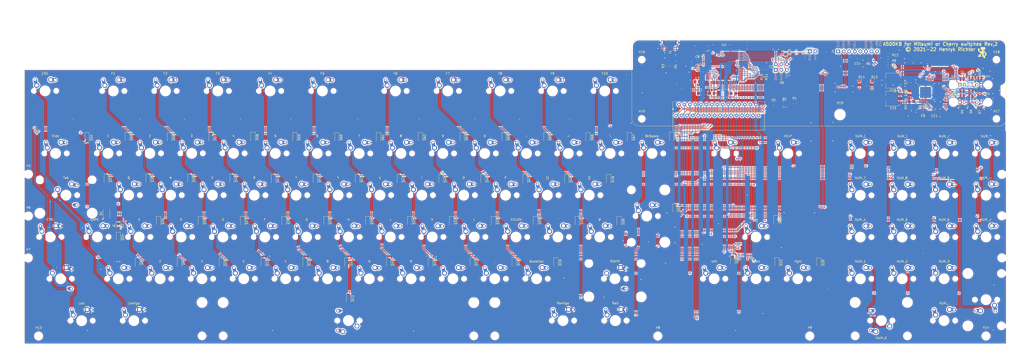
<source format=kicad_pcb>
(kicad_pcb (version 20171130) (host pcbnew "(5.1.6-0)")
  (layers (0 F.Cu signal) (31 B.Cu signal) (34 B.Paste user hide) (35 F.Paste user) (36 B.SilkS user) (37 F.SilkS user) (38 B.Mask user) (39 F.Mask user) (44 Edge.Cuts user))
  (net 0 "")
  (net 1 CAPSLED)
  (net 2 GND)
  (net 3 /Y0=29)
  (net 4 /Y1=28)
  (net 5 /Y2=27)
  (net 6 /Y3=26)
  (net 7 /Y4=25)
  (net 8 /Y5=24)
  (net 9 /Y6=23)
  (net 10 /Y7=22)
  (net 11 /Y8=21)
  (net 12 /Y9=20)
  (net 13 /Y10=19)
  (net 14 /Y11=18)
  (net 15 /Y12=17)
  (net 16 /Y13=16)
  (net 17 /Y14=15)
  (net 18 /LAMI)
  (net 19 /LALT)
  (net 20 /LSHIFT)
  (net 21 +5V)
  (net 22 /X2=7)
  (net 23 /RSHFT)
  (net 24 /X3=5)
  (net 25 /X7=4)
  (net 26 /X6=3)
  (net 27 /X5=2)
  (net 28 /X4=1)
  (net 29 "Net-(Q1-Pad3)")
  (net 30 "Net-(Q1-Pad1)")
  (net 31 CAPS)
  (net 32 "Net-(U2-Pad2)")
  (net 33 "Net-(C3-Pad1)")
  (net 34 "Net-(C4-Pad2)")
  (net 35 "Net-(C5-Pad2)")
  (net 36 "Net-(C6-Pad2)")
  (net 37 MISO)
  (net 38 MOSI)
  (net 39 SCLK)
  (net 40 "Net-(U2-Pad57)")
  (net 41 "Net-(U2-Pad56)")
  (net 42 "Net-(U2-Pad55)")
  (net 43 "Net-(U2-Pad54)")
  (net 44 "Net-(U2-Pad51)")
  (net 45 "Net-(U2-Pad50)")
  (net 46 /PWRLED)
  (net 47 /DRVLED)
  (net 48 "Net-(J4-Pad5)")
  (net 49 /RST_OUT)
  (net 50 /KDAT)
  (net 51 /KCLK)
  (net 52 /SDA)
  (net 53 /SCL)
  (net 54 /IN_LED4)
  (net 55 /IN_LED3)
  (net 56 /AT90_RESET)
  (net 57 /D++)
  (net 58 /D--)
  (net 59 /D+)
  (net 60 /D-)
  (net 61 "Net-(D3-Pad2)")
  (net 62 "Net-(D4-Pad2)")
  (net 63 "Net-(D51-Pad2)")
  (net 64 "Net-(D51-Pad3)")
  (net 65 "Net-(D51-Pad1)")
  (net 66 "Net-(D52-Pad2)")
  (net 67 "Net-(D52-Pad3)")
  (net 68 "Net-(D52-Pad1)")
  (net 69 "Net-(D53-Pad2)")
  (net 70 "Net-(D53-Pad3)")
  (net 71 "Net-(D53-Pad1)")
  (net 72 "Net-(U1-Pad38)")
  (net 73 "Net-(U1-Pad37)")
  (net 74 "Net-(U1-Pad36)")
  (net 75 "Net-(U1-Pad35)")
  (net 76 "Net-(U1-Pad34)")
  (net 77 "Net-(U1-Pad32)")
  (net 78 "Net-(U1-Pad31)")
  (net 79 "Net-(U1-Pad30)")
  (net 80 "Net-(U1-Pad29)")
  (net 81 "Net-(U1-Pad28)")
  (net 82 "Net-(U1-Pad27)")
  (net 83 "Net-(U1-Pad26)")
  (net 84 "Net-(U1-Pad25)")
  (net 85 "Net-(U1-Pad24)")
  (net 86 "Net-(U1-Pad23)")
  (net 87 /CAPSG)
  (net 88 /CAPSB)
  (net 89 /CAPSR)
  (net 90 /F1G)
  (net 91 /F1B)
  (net 92 /F1R)
  (net 93 /F2G)
  (net 94 /F2B)
  (net 95 /F2R)
  (net 96 /F3G)
  (net 97 /F3B)
  (net 98 /F3R)
  (net 99 /SDB)
  (net 100 "Net-(R7-Pad2)")
  (net 101 /SPARE1)
  (net 102 /SPARE2)
  (net 103 /FLED)
  (net 104 /PLED)
  (net 105 "Net-(D54-Pad2)")
  (net 106 "Net-(D8-Pad2)")
  (net 107 "Net-(D9-Pad2)")
  (net 108 "Net-(D10-Pad2)")
  (net 109 "Net-(D11-Pad2)")
  (net 110 "Net-(D12-Pad2)")
  (net 111 "Net-(D13-Pad2)")
  (net 112 "Net-(D14-Pad2)")
  (net 113 "Net-(D15-Pad2)")
  (net 114 "Net-(D16-Pad2)")
  (net 115 "Net-(D17-Pad2)")
  (net 116 "Net-(D18-Pad2)")
  (net 117 "Net-(D19-Pad2)")
  (net 118 "Net-(D20-Pad2)")
  (net 119 "Net-(D21-Pad2)")
  (net 120 "Net-(D22-Pad2)")
  (net 121 "Net-(D23-Pad2)")
  (net 122 "Net-(D24-Pad2)")
  (net 123 "Net-(D25-Pad2)")
  (net 124 "Net-(D26-Pad2)")
  (net 125 "Net-(D27-Pad2)")
  (net 126 "Net-(D28-Pad2)")
  (net 127 "Net-(D29-Pad2)")
  (net 128 "Net-(D30-Pad2)")
  (net 129 "Net-(D31-Pad2)")
  (net 130 "Net-(D32-Pad2)")
  (net 131 "Net-(D33-Pad2)")
  (net 132 "Net-(D34-Pad2)")
  (net 133 "Net-(D35-Pad2)")
  (net 134 "Net-(D36-Pad2)")
  (net 135 "Net-(D37-Pad2)")
  (net 136 "Net-(D38-Pad2)")
  (net 137 "Net-(D39-Pad2)")
  (net 138 "Net-(D40-Pad2)")
  (net 139 "Net-(D41-Pad2)")
  (net 140 "Net-(D42-Pad2)")
  (net 141 "Net-(D43-Pad2)")
  (net 142 "Net-(D44-Pad2)")
  (net 143 "Net-(D45-Pad2)")
  (net 144 "Net-(D46-Pad2)")
  (net 145 "Net-(D47-Pad2)")
  (net 146 "Net-(D48-Pad2)")
  (net 147 "Net-(D49-Pad2)")
  (net 148 "Net-(D50-Pad2)")
  (net 149 "Net-(D55-Pad2)")
  (net 150 "Net-(D56-Pad2)")
  (net 151 "Net-(D57-Pad2)")
  (net 152 "Net-(D58-Pad2)")
  (net 153 "Net-(D59-Pad2)")
  (net 154 "Net-(D60-Pad2)")
  (net 155 "Net-(D61-Pad2)")
  (net 156 "Net-(D62-Pad2)")
  (net 157 "Net-(D63-Pad2)")
  (net 158 "Net-(D64-Pad2)")
  (net 159 "Net-(D65-Pad2)")
  (net 160 "Net-(D66-Pad2)")
  (net 161 "Net-(D67-Pad2)")
  (net 162 "Net-(D68-Pad2)")
  (net 163 "Net-(J2-Pad4)")
  (module MXMitsumi:MXMitsumi-9U-NoLED (layer F.Cu) (at 173.609 350.9518 180)
    (fp_text reference MX33)
    (fp_text value Space)
    (pad 2 thru_hole oval (at 4.85 -4.5 169) (size 2.524 1.524) (drill 1 (offset -0.5 0)) (layers *.Cu B.Mask) (net 111 "Net-(D13-Pad2)"))
    (pad 1 thru_hole oval (at 4.85 4.5) (size 2.524 1.524) (drill 1 (offset 0.5 0)) (layers *.Cu B.Mask) (net 5 /Y2=27))
    (pad 2 thru_hole circle (at 2.54 -5.08 180) (size 2.25 2.25) (drill 1.47) (layers *.Cu B.Mask) (net 111 "Net-(D13-Pad2)"))
    (pad 1 thru_hole circle (at -3.86 -2.49 180) (size 2.25 2.25) (drill 1.47) (layers *.Cu B.Mask) (net 5 /Y2=27))
    (pad "" np_thru_hole circle (at 57.075 -6.985 180) (size 3.048 3.048) (drill 3.048) (layers *.Cu *.Mask))
    (pad "" np_thru_hole circle (at 57.075 8.205 180) (size 3.9878 3.9878) (drill 3.9878) (layers *.Cu *.Mask))
    (pad "" np_thru_hole circle (at -57.1 8.2 180) (size 3.9878 3.9878) (drill 3.9878) (layers *.Cu *.Mask))
    (pad "" np_thru_hole circle (at -57.1 -7 180) (size 3.048 3.048) (drill 3.048) (layers *.Cu *.Mask))
    (pad "" np_thru_hole circle (at 66.675 8.255 180) (size 3.9878 3.9878) (drill 3.9878) (layers *.Cu *.Mask))
    (pad "" np_thru_hole circle (at -66.675 8.255 180) (size 3.9878 3.9878) (drill 3.9878) (layers *.Cu *.Mask))
    (pad "" np_thru_hole circle (at 66.675 -6.985 180) (size 3.048 3.048) (drill 3.048) (layers *.Cu *.Mask))
    (pad "" np_thru_hole circle (at -66.675 -6.985 180) (size 3.048 3.048) (drill 3.048) (layers *.Cu *.Mask))
    (pad "" np_thru_hole circle (at 5.08 0 228.0996) (size 1.75 1.75) (drill 1.75) (layers *.Cu *.Mask))
    (pad "" np_thru_hole circle (at -5.08 0 228.0996) (size 1.75 1.75) (drill 1.75) (layers *.Cu *.Mask))
    (pad "" np_thru_hole circle (at 0 0 180) (size 3.9878 3.9878) (drill 3.9878) (layers *.Cu *.Mask))
  )
  (module Bax:baxlogo (layer F.Cu) (at 462.25 228.75)
    (fp_text reference REF** hide)
    (fp_text value baxlogo)
  )
  (module Connector_USB:USB_Micro-B_Molex-105017-0001 (layer F.Cu) (at 319.95 225.3875 180)
    (fp_text reference J2 (at 0 -3.1125) (layer F.SilkS))
    (fp_text value USB_B_Micro)
    (pad 6 smd rect (at -2.9 1.2375 180) (size 1.2 1.9) (layers F.Cu F.Mask) (net 2 GND))
    (pad 6 smd rect (at 2.9 1.2375 180) (size 1.2 1.9) (layers F.Cu F.Mask) (net 2 GND))
    (pad 6 thru_hole oval (at 3.5 1.2375 180) (size 1.2 1.9) (drill oval 0.6 1.3) (layers *.Cu *.Mask) (net 2 GND))
    (pad 6 thru_hole oval (at -3.5 1.2375) (size 1.2 1.9) (drill oval 0.6 1.3) (layers *.Cu *.Mask) (net 2 GND))
    (pad 6 smd rect (at -1 1.2375 180) (size 1.5 1.9) (layers F.Cu F.Paste F.Mask) (net 2 GND))
    (pad 6 thru_hole circle (at 2.5 -1.4625 180) (size 1.45 1.45) (drill 0.85) (layers *.Cu *.Mask) (net 2 GND))
    (pad 3 smd rect (at 0 -1.4625 180) (size 0.4 1.35) (layers F.Cu F.Paste F.Mask) (net 57 /D++))
    (pad 4 smd rect (at 0.65 -1.4625 180) (size 0.4 1.35) (layers F.Cu F.Paste F.Mask) (net 163 "Net-(J2-Pad4)"))
    (pad 5 smd rect (at 1.3 -1.4625 180) (size 0.4 1.35) (layers F.Cu F.Paste F.Mask) (net 2 GND))
    (pad 1 smd rect (at -1.3 -1.4625 180) (size 0.4 1.35) (layers F.Cu F.Paste F.Mask) (net 21 +5V))
    (pad 2 smd rect (at -0.65 -1.4625 180) (size 0.4 1.35) (layers F.Cu F.Paste F.Mask) (net 58 /D--))
    (pad 6 thru_hole circle (at -2.5 -1.4625 180) (size 1.45 1.45) (drill 0.85) (layers *.Cu *.Mask) (net 2 GND))
    (pad 6 smd rect (at 1 1.2375 180) (size 1.5 1.9) (layers F.Cu F.Paste F.Mask) (net 2 GND))
  )
  (module Diode_SMD:D_SOD-123 (layer F.Cu) (at 320.8 267.2 270)
    (fp_text reference D68 (at 0 -2 90) (layer F.SilkS))
    (fp_text value 1N4148W)
    (pad 2 smd rect (at 1.65 0 270) (size 0.9 1.2) (layers F.Cu F.Paste F.Mask) (net 162 "Net-(D68-Pad2)"))
    (pad 1 smd rect (at -1.65 0 270) (size 0.9 1.2) (layers F.Cu F.Paste F.Mask) (net 26 /X6=3))
  )
  (module Diode_SMD:D_SOD-123 (layer F.Cu) (at 301.6 267.4 270)
    (fp_text reference D67 (at 0 -2 90) (layer F.SilkS))
    (fp_text value 1N4148W)
    (pad 2 smd rect (at 1.65 0 270) (size 0.9 1.2) (layers F.Cu F.Paste F.Mask) (net 161 "Net-(D67-Pad2)"))
    (pad 1 smd rect (at -1.65 0 270) (size 0.9 1.2) (layers F.Cu F.Paste F.Mask) (net 24 /X3=5))
  )
  (module Diode_SMD:D_SOD-123 (layer F.Cu) (at 282.6 267.4 270)
    (fp_text reference D66 (at 0 -2 90) (layer F.SilkS))
    (fp_text value 1N4148W)
    (pad 2 smd rect (at 1.65 0 270) (size 0.9 1.2) (layers F.Cu F.Paste F.Mask) (net 160 "Net-(D66-Pad2)"))
    (pad 1 smd rect (at -1.65 0 270) (size 0.9 1.2) (layers F.Cu F.Paste F.Mask) (net 24 /X3=5))
  )
  (module Diode_SMD:D_SOD-123 (layer F.Cu) (at 263.5 267.4 270)
    (fp_text reference D65 (at 0 -2 90) (layer F.SilkS))
    (fp_text value 1N4148W)
    (pad 2 smd rect (at 1.65 0 270) (size 0.9 1.2) (layers F.Cu F.Paste F.Mask) (net 159 "Net-(D65-Pad2)"))
    (pad 1 smd rect (at -1.65 0 270) (size 0.9 1.2) (layers F.Cu F.Paste F.Mask) (net 24 /X3=5))
  )
  (module Diode_SMD:D_SOD-123 (layer F.Cu) (at 244.5 267.4 270)
    (fp_text reference D64 (at 0 -2 90) (layer F.SilkS))
    (fp_text value 1N4148W)
    (pad 2 smd rect (at 1.65 0 270) (size 0.9 1.2) (layers F.Cu F.Paste F.Mask) (net 158 "Net-(D64-Pad2)"))
    (pad 1 smd rect (at -1.65 0 270) (size 0.9 1.2) (layers F.Cu F.Paste F.Mask) (net 24 /X3=5))
  )
  (module Diode_SMD:D_SOD-123 (layer F.Cu) (at 225.4 267.4 270)
    (fp_text reference D63 (at 0 -2 90) (layer F.SilkS))
    (fp_text value 1N4148W)
    (pad 2 smd rect (at 1.65 0 270) (size 0.9 1.2) (layers F.Cu F.Paste F.Mask) (net 157 "Net-(D63-Pad2)"))
    (pad 1 smd rect (at -1.65 0 270) (size 0.9 1.2) (layers F.Cu F.Paste F.Mask) (net 24 /X3=5))
  )
  (module Diode_SMD:D_SOD-123 (layer F.Cu) (at 206.3 267.4 270)
    (fp_text reference D62 (at 0 -2 90) (layer F.SilkS))
    (fp_text value 1N4148W)
    (pad 2 smd rect (at 1.65 0 270) (size 0.9 1.2) (layers F.Cu F.Paste F.Mask) (net 156 "Net-(D62-Pad2)"))
    (pad 1 smd rect (at -1.65 0 270) (size 0.9 1.2) (layers F.Cu F.Paste F.Mask) (net 24 /X3=5))
  )
  (module Diode_SMD:D_SOD-123 (layer F.Cu) (at 187.3 267.4 270)
    (fp_text reference D61 (at 0 -2 90) (layer F.SilkS))
    (fp_text value 1N4148W)
    (pad 2 smd rect (at 1.65 0 270) (size 0.9 1.2) (layers F.Cu F.Paste F.Mask) (net 155 "Net-(D61-Pad2)"))
    (pad 1 smd rect (at -1.65 0 270) (size 0.9 1.2) (layers F.Cu F.Paste F.Mask) (net 24 /X3=5))
  )
  (module Diode_SMD:D_SOD-123 (layer F.Cu) (at 168.3 267.4 270)
    (fp_text reference D60 (at 0 -2 90) (layer F.SilkS))
    (fp_text value 1N4148W)
    (pad 2 smd rect (at 1.65 0 270) (size 0.9 1.2) (layers F.Cu F.Paste F.Mask) (net 154 "Net-(D60-Pad2)"))
    (pad 1 smd rect (at -1.65 0 270) (size 0.9 1.2) (layers F.Cu F.Paste F.Mask) (net 24 /X3=5))
  )
  (module Diode_SMD:D_SOD-123 (layer F.Cu) (at 149.2 267.4 270)
    (fp_text reference D59 (at 0 -2 90) (layer F.SilkS))
    (fp_text value 1N4148W)
    (pad 2 smd rect (at 1.65 0 270) (size 0.9 1.2) (layers F.Cu F.Paste F.Mask) (net 153 "Net-(D59-Pad2)"))
    (pad 1 smd rect (at -1.65 0 270) (size 0.9 1.2) (layers F.Cu F.Paste F.Mask) (net 24 /X3=5))
  )
  (module Diode_SMD:D_SOD-123 (layer F.Cu) (at 130.1 267.3 270)
    (fp_text reference D58 (at 0 -2 90) (layer F.SilkS))
    (fp_text value 1N4148W)
    (pad 2 smd rect (at 1.65 0 270) (size 0.9 1.2) (layers F.Cu F.Paste F.Mask) (net 152 "Net-(D58-Pad2)"))
    (pad 1 smd rect (at -1.65 0 270) (size 0.9 1.2) (layers F.Cu F.Paste F.Mask) (net 24 /X3=5))
  )
  (module Diode_SMD:D_SOD-123 (layer F.Cu) (at 111 267.4 270)
    (fp_text reference D57 (at 0 -2 90) (layer F.SilkS))
    (fp_text value 1N4148W)
    (pad 2 smd rect (at 1.65 0 270) (size 0.9 1.2) (layers F.Cu F.Paste F.Mask) (net 151 "Net-(D57-Pad2)"))
    (pad 1 smd rect (at -1.65 0 270) (size 0.9 1.2) (layers F.Cu F.Paste F.Mask) (net 24 /X3=5))
  )
  (module Diode_SMD:D_SOD-123 (layer F.Cu) (at 92.1 267.4 270)
    (fp_text reference D56 (at 0 -2 90) (layer F.SilkS))
    (fp_text value 1N4148W)
    (pad 2 smd rect (at 1.65 0 270) (size 0.9 1.2) (layers F.Cu F.Paste F.Mask) (net 150 "Net-(D56-Pad2)"))
    (pad 1 smd rect (at -1.65 0 270) (size 0.9 1.2) (layers F.Cu F.Paste F.Mask) (net 24 /X3=5))
  )
  (module Diode_SMD:D_SOD-123 (layer F.Cu) (at 72.9 267.4 270)
    (fp_text reference D55 (at 0 -2 90) (layer F.SilkS))
    (fp_text value 1N4148W)
    (pad 2 smd rect (at 1.65 0 270) (size 0.9 1.2) (layers F.Cu F.Paste F.Mask) (net 149 "Net-(D55-Pad2)"))
    (pad 1 smd rect (at -1.65 0 270) (size 0.9 1.2) (layers F.Cu F.Paste F.Mask) (net 24 /X3=5))
  )
  (module Diode_SMD:D_SOD-123 (layer F.Cu) (at 322.2 299.9 270)
    (fp_text reference D50 (at 0 -2 90) (layer F.SilkS))
    (fp_text value 1N4148W)
    (pad 2 smd rect (at 1.65 0 270) (size 0.9 1.2) (layers F.Cu F.Paste F.Mask) (net 148 "Net-(D50-Pad2)"))
    (pad 1 smd rect (at -1.65 0 270) (size 0.9 1.2) (layers F.Cu F.Paste F.Mask) (net 28 /X4=1))
  )
  (module Diode_SMD:D_SOD-123 (layer F.Cu) (at 292.1 286.55 270)
    (fp_text reference D49 (at 0 -2 90) (layer F.SilkS))
    (fp_text value 1N4148W)
    (pad 2 smd rect (at 1.65 0 270) (size 0.9 1.2) (layers F.Cu F.Paste F.Mask) (net 147 "Net-(D49-Pad2)"))
    (pad 1 smd rect (at -1.65 0 270) (size 0.9 1.2) (layers F.Cu F.Paste F.Mask) (net 28 /X4=1))
  )
  (module Diode_SMD:D_SOD-123 (layer F.Cu) (at 273 286.55 270)
    (fp_text reference D48 (at 0 -2 90) (layer F.SilkS))
    (fp_text value 1N4148W)
    (pad 2 smd rect (at 1.65 0 270) (size 0.9 1.2) (layers F.Cu F.Paste F.Mask) (net 146 "Net-(D48-Pad2)"))
    (pad 1 smd rect (at -1.65 0 270) (size 0.9 1.2) (layers F.Cu F.Paste F.Mask) (net 28 /X4=1))
  )
  (module Diode_SMD:D_SOD-123 (layer F.Cu) (at 254 286.5 270)
    (fp_text reference D47 (at 0 -2 90) (layer F.SilkS))
    (fp_text value 1N4148W)
    (pad 2 smd rect (at 1.65 0 270) (size 0.9 1.2) (layers F.Cu F.Paste F.Mask) (net 145 "Net-(D47-Pad2)"))
    (pad 1 smd rect (at -1.65 0 270) (size 0.9 1.2) (layers F.Cu F.Paste F.Mask) (net 28 /X4=1))
  )
  (module Diode_SMD:D_SOD-123 (layer F.Cu) (at 234.9 286.5 270)
    (fp_text reference D46 (at 0 -2 90) (layer F.SilkS))
    (fp_text value 1N4148W)
    (pad 2 smd rect (at 1.65 0 270) (size 0.9 1.2) (layers F.Cu F.Paste F.Mask) (net 144 "Net-(D46-Pad2)"))
    (pad 1 smd rect (at -1.65 0 270) (size 0.9 1.2) (layers F.Cu F.Paste F.Mask) (net 28 /X4=1))
  )
  (module Diode_SMD:D_SOD-123 (layer F.Cu) (at 215.8 286.5 270)
    (fp_text reference D45 (at 0 -2 90) (layer F.SilkS))
    (fp_text value 1N4148W)
    (pad 2 smd rect (at 1.65 0 270) (size 0.9 1.2) (layers F.Cu F.Paste F.Mask) (net 143 "Net-(D45-Pad2)"))
    (pad 1 smd rect (at -1.65 0 270) (size 0.9 1.2) (layers F.Cu F.Paste F.Mask) (net 28 /X4=1))
  )
  (module Diode_SMD:D_SOD-123 (layer F.Cu) (at 196.8 286.5 270)
    (fp_text reference D44 (at 0 -2 90) (layer F.SilkS))
    (fp_text value 1N4148W)
    (pad 2 smd rect (at 1.65 0 270) (size 0.9 1.2) (layers F.Cu F.Paste F.Mask) (net 142 "Net-(D44-Pad2)"))
    (pad 1 smd rect (at -1.65 0 270) (size 0.9 1.2) (layers F.Cu F.Paste F.Mask) (net 28 /X4=1))
  )
  (module Diode_SMD:D_SOD-123 (layer F.Cu) (at 177.7 286.5 270)
    (fp_text reference D43 (at 0 -2 90) (layer F.SilkS))
    (fp_text value 1N4148W)
    (pad 2 smd rect (at 1.65 0 270) (size 0.9 1.2) (layers F.Cu F.Paste F.Mask) (net 141 "Net-(D43-Pad2)"))
    (pad 1 smd rect (at -1.65 0 270) (size 0.9 1.2) (layers F.Cu F.Paste F.Mask) (net 28 /X4=1))
  )
  (module Diode_SMD:D_SOD-123 (layer F.Cu) (at 158.5 286.5 270)
    (fp_text reference D42 (at 0 -2 90) (layer F.SilkS))
    (fp_text value 1N4148W)
    (pad 2 smd rect (at 1.65 0 270) (size 0.9 1.2) (layers F.Cu F.Paste F.Mask) (net 140 "Net-(D42-Pad2)"))
    (pad 1 smd rect (at -1.65 0 270) (size 0.9 1.2) (layers F.Cu F.Paste F.Mask) (net 28 /X4=1))
  )
  (module Diode_SMD:D_SOD-123 (layer F.Cu) (at 139.5 286.5 270)
    (fp_text reference D41 (at 0 -2 90) (layer F.SilkS))
    (fp_text value 1N4148W)
    (pad 2 smd rect (at 1.65 0 270) (size 0.9 1.2) (layers F.Cu F.Paste F.Mask) (net 139 "Net-(D41-Pad2)"))
    (pad 1 smd rect (at -1.65 0 270) (size 0.9 1.2) (layers F.Cu F.Paste F.Mask) (net 28 /X4=1))
  )
  (module Diode_SMD:D_SOD-123 (layer F.Cu) (at 120.5 286.4 270)
    (fp_text reference D40 (at 0 -2 90) (layer F.SilkS))
    (fp_text value 1N4148W)
    (pad 2 smd rect (at 1.65 0 270) (size 0.9 1.2) (layers F.Cu F.Paste F.Mask) (net 138 "Net-(D40-Pad2)"))
    (pad 1 smd rect (at -1.65 0 270) (size 0.9 1.2) (layers F.Cu F.Paste F.Mask) (net 28 /X4=1))
  )
  (module Diode_SMD:D_SOD-123 (layer F.Cu) (at 101.4 286.4 270)
    (fp_text reference D39 (at 0 -2 90) (layer F.SilkS))
    (fp_text value 1N4148W)
    (pad 2 smd rect (at 1.65 0 270) (size 0.9 1.2) (layers F.Cu F.Paste F.Mask) (net 137 "Net-(D39-Pad2)"))
    (pad 1 smd rect (at -1.65 0 270) (size 0.9 1.2) (layers F.Cu F.Paste F.Mask) (net 28 /X4=1))
  )
  (module Diode_SMD:D_SOD-123 (layer F.Cu) (at 82.4 286.4 270)
    (fp_text reference D38 (at 0 -2 90) (layer F.SilkS))
    (fp_text value 1N4148W)
    (pad 2 smd rect (at 1.65 0 270) (size 0.9 1.2) (layers F.Cu F.Paste F.Mask) (net 136 "Net-(D38-Pad2)"))
    (pad 1 smd rect (at -1.65 0 270) (size 0.9 1.2) (layers F.Cu F.Paste F.Mask) (net 28 /X4=1))
  )
  (module Diode_SMD:D_SOD-123 (layer F.Cu) (at 63.3 286.4 270)
    (fp_text reference D37 (at 0 -2 90) (layer F.SilkS))
    (fp_text value 1N4148W)
    (pad 2 smd rect (at 1.65 0 270) (size 0.9 1.2) (layers F.Cu F.Paste F.Mask) (net 135 "Net-(D37-Pad2)"))
    (pad 1 smd rect (at -1.65 0 270) (size 0.9 1.2) (layers F.Cu F.Paste F.Mask) (net 28 /X4=1))
  )
  (module Diode_SMD:D_SOD-123 (layer F.Cu) (at 296.8 305.8 270)
    (fp_text reference D36 (at 0 -2 90) (layer F.SilkS))
    (fp_text value 1N4148W)
    (pad 2 smd rect (at 1.65 0 270) (size 0.9 1.2) (layers F.Cu F.Paste F.Mask) (net 134 "Net-(D36-Pad2)"))
    (pad 1 smd rect (at -1.65 0 270) (size 0.9 1.2) (layers F.Cu F.Paste F.Mask) (net 27 /X5=2))
  )
  (module Diode_SMD:D_SOD-123 (layer F.Cu) (at 277.8 305.7 270)
    (fp_text reference D35 (at 0 -2 90) (layer F.SilkS))
    (fp_text value 1N4148W)
    (pad 2 smd rect (at 1.65 0 270) (size 0.9 1.2) (layers F.Cu F.Paste F.Mask) (net 133 "Net-(D35-Pad2)"))
    (pad 1 smd rect (at -1.65 0 270) (size 0.9 1.2) (layers F.Cu F.Paste F.Mask) (net 27 /X5=2))
  )
  (module Diode_SMD:D_SOD-123 (layer F.Cu) (at 258.8 305.7 270)
    (fp_text reference D34 (at 0 -2 90) (layer F.SilkS))
    (fp_text value 1N4148W)
    (pad 2 smd rect (at 1.65 0 270) (size 0.9 1.2) (layers F.Cu F.Paste F.Mask) (net 132 "Net-(D34-Pad2)"))
    (pad 1 smd rect (at -1.65 0 270) (size 0.9 1.2) (layers F.Cu F.Paste F.Mask) (net 27 /X5=2))
  )
  (module Diode_SMD:D_SOD-123 (layer F.Cu) (at 239.7 305.7 270)
    (fp_text reference D33 (at 0 -2 90) (layer F.SilkS))
    (fp_text value 1N4148W)
    (pad 2 smd rect (at 1.65 0 270) (size 0.9 1.2) (layers F.Cu F.Paste F.Mask) (net 131 "Net-(D33-Pad2)"))
    (pad 1 smd rect (at -1.65 0 270) (size 0.9 1.2) (layers F.Cu F.Paste F.Mask) (net 27 /X5=2))
  )
  (module Diode_SMD:D_SOD-123 (layer F.Cu) (at 220.6 305.7 270)
    (fp_text reference D32 (at 0 -2 90) (layer F.SilkS))
    (fp_text value 1N4148W)
    (pad 2 smd rect (at 1.65 0 270) (size 0.9 1.2) (layers F.Cu F.Paste F.Mask) (net 130 "Net-(D32-Pad2)"))
    (pad 1 smd rect (at -1.65 0 270) (size 0.9 1.2) (layers F.Cu F.Paste F.Mask) (net 27 /X5=2))
  )
  (module Diode_SMD:D_SOD-123 (layer F.Cu) (at 201.5 305.7 270)
    (fp_text reference D31 (at 0 -2 90) (layer F.SilkS))
    (fp_text value 1N4148W)
    (pad 2 smd rect (at 1.65 0 270) (size 0.9 1.2) (layers F.Cu F.Paste F.Mask) (net 129 "Net-(D31-Pad2)"))
    (pad 1 smd rect (at -1.65 0 270) (size 0.9 1.2) (layers F.Cu F.Paste F.Mask) (net 27 /X5=2))
  )
  (module Diode_SMD:D_SOD-123 (layer F.Cu) (at 182.4 305.7 270)
    (fp_text reference D30 (at 0 -2 90) (layer F.SilkS))
    (fp_text value 1N4148W)
    (pad 2 smd rect (at 1.65 0 270) (size 0.9 1.2) (layers F.Cu F.Paste F.Mask) (net 128 "Net-(D30-Pad2)"))
    (pad 1 smd rect (at -1.65 0 270) (size 0.9 1.2) (layers F.Cu F.Paste F.Mask) (net 27 /X5=2))
  )
  (module Diode_SMD:D_SOD-123 (layer F.Cu) (at 163.4 305.7 270)
    (fp_text reference D29 (at 0 -2 90) (layer F.SilkS))
    (fp_text value 1N4148W)
    (pad 2 smd rect (at 1.65 0 270) (size 0.9 1.2) (layers F.Cu F.Paste F.Mask) (net 127 "Net-(D29-Pad2)"))
    (pad 1 smd rect (at -1.65 0 270) (size 0.9 1.2) (layers F.Cu F.Paste F.Mask) (net 27 /X5=2))
  )
  (module Diode_SMD:D_SOD-123 (layer F.Cu) (at 144.3 305.7 270)
    (fp_text reference D28 (at 0 -2 90) (layer F.SilkS))
    (fp_text value 1N4148W)
    (pad 2 smd rect (at 1.65 0 270) (size 0.9 1.2) (layers F.Cu F.Paste F.Mask) (net 126 "Net-(D28-Pad2)"))
    (pad 1 smd rect (at -1.65 0 270) (size 0.9 1.2) (layers F.Cu F.Paste F.Mask) (net 27 /X5=2))
  )
  (module Diode_SMD:D_SOD-123 (layer F.Cu) (at 125.3 305.7 270)
    (fp_text reference D27 (at 0 -2 90) (layer F.SilkS))
    (fp_text value 1N4148W)
    (pad 2 smd rect (at 1.65 0 270) (size 0.9 1.2) (layers F.Cu F.Paste F.Mask) (net 125 "Net-(D27-Pad2)"))
    (pad 1 smd rect (at -1.65 0 270) (size 0.9 1.2) (layers F.Cu F.Paste F.Mask) (net 27 /X5=2))
  )
  (module Diode_SMD:D_SOD-123 (layer F.Cu) (at 106.2 305.7 270)
    (fp_text reference D26 (at 0 -2 90) (layer F.SilkS))
    (fp_text value 1N4148W)
    (pad 2 smd rect (at 1.65 0 270) (size 0.9 1.2) (layers F.Cu F.Paste F.Mask) (net 124 "Net-(D26-Pad2)"))
    (pad 1 smd rect (at -1.65 0 270) (size 0.9 1.2) (layers F.Cu F.Paste F.Mask) (net 27 /X5=2))
  )
  (module Diode_SMD:D_SOD-123 (layer F.Cu) (at 87.1 305.7 270)
    (fp_text reference D25 (at 0 -2 90) (layer F.SilkS))
    (fp_text value 1N4148W)
    (pad 2 smd rect (at 1.65 0 270) (size 0.9 1.2) (layers F.Cu F.Paste F.Mask) (net 123 "Net-(D25-Pad2)"))
    (pad 1 smd rect (at -1.65 0 270) (size 0.9 1.2) (layers F.Cu F.Paste F.Mask) (net 27 /X5=2))
  )
  (module Diode_SMD:D_SOD-123 (layer F.Cu) (at 68.8 312.9 270)
    (fp_text reference D24 (at 0 -2 90) (layer F.SilkS))
    (fp_text value 1N4148W)
    (pad 2 smd rect (at 1.65 0 270) (size 0.9 1.2) (layers F.Cu F.Paste F.Mask) (net 122 "Net-(D24-Pad2)"))
    (pad 1 smd rect (at -1.65 0 270) (size 0.9 1.2) (layers F.Cu F.Paste F.Mask) (net 27 /X5=2))
  )
  (module Diode_SMD:D_SOD-123 (layer F.Cu) (at 368.7 324.5 270)
    (fp_text reference D23 (at 0 -2 90) (layer F.SilkS))
    (fp_text value 1N4148W)
    (pad 2 smd rect (at 1.65 0 270) (size 0.9 1.2) (layers F.Cu F.Paste F.Mask) (net 121 "Net-(D23-Pad2)"))
    (pad 1 smd rect (at -1.65 0 270) (size 0.9 1.2) (layers F.Cu F.Paste F.Mask) (net 26 /X6=3))
  )
  (module Diode_SMD:D_SOD-123 (layer F.Cu) (at 368.3 305.2 270)
    (fp_text reference D22 (at 0 -2 90) (layer F.SilkS))
    (fp_text value 1N4148W)
    (pad 2 smd rect (at 1.65 0 270) (size 0.9 1.2) (layers F.Cu F.Paste F.Mask) (net 120 "Net-(D22-Pad2)"))
    (pad 1 smd rect (at -1.65 0 270) (size 0.9 1.2) (layers F.Cu F.Paste F.Mask) (net 24 /X3=5))
  )
  (module Diode_SMD:D_SOD-123 (layer F.Cu) (at 348.6 323.5 270)
    (fp_text reference D21 (at 0 -2 90) (layer F.SilkS))
    (fp_text value 1N4148W)
    (pad 2 smd rect (at 1.65 0 270) (size 0.9 1.2) (layers F.Cu F.Paste F.Mask) (net 119 "Net-(D21-Pad2)"))
    (pad 1 smd rect (at -1.65 0 270) (size 0.9 1.2) (layers F.Cu F.Paste F.Mask) (net 28 /X4=1))
  )
  (module Diode_SMD:D_SOD-123 (layer F.Cu) (at 387.8 324.55 270)
    (fp_text reference D20 (at 0 -2 90) (layer F.SilkS))
    (fp_text value 1N4148W)
    (pad 2 smd rect (at 1.65 0 270) (size 0.9 1.2) (layers F.Cu F.Paste F.Mask) (net 118 "Net-(D20-Pad2)"))
    (pad 1 smd rect (at -1.65 0 270) (size 0.9 1.2) (layers F.Cu F.Paste F.Mask) (net 27 /X5=2))
  )
  (module Diode_SMD:D_SOD-123 (layer F.Cu) (at 268.1 324.5 270)
    (fp_text reference D19 (at 0 -2 90) (layer F.SilkS))
    (fp_text value 1N4148W)
    (pad 2 smd rect (at 1.65 0 270) (size 0.9 1.2) (layers F.Cu F.Paste F.Mask) (net 117 "Net-(D19-Pad2)"))
    (pad 1 smd rect (at -1.65 0 270) (size 0.9 1.2) (layers F.Cu F.Paste F.Mask) (net 26 /X6=3))
  )
  (module Diode_SMD:D_SOD-123 (layer F.Cu) (at 249.1 324.5 270)
    (fp_text reference D18 (at 0 -2 90) (layer F.SilkS))
    (fp_text value 1N4148W)
    (pad 2 smd rect (at 1.65 0 270) (size 0.9 1.2) (layers F.Cu F.Paste F.Mask) (net 116 "Net-(D18-Pad2)"))
    (pad 1 smd rect (at -1.65 0 270) (size 0.9 1.2) (layers F.Cu F.Paste F.Mask) (net 26 /X6=3))
  )
  (module Diode_SMD:D_SOD-123 (layer F.Cu) (at 230 324.5 270)
    (fp_text reference D17 (at 0 -2 90) (layer F.SilkS))
    (fp_text value 1N4148W)
    (pad 2 smd rect (at 1.65 0 270) (size 0.9 1.2) (layers F.Cu F.Paste F.Mask) (net 115 "Net-(D17-Pad2)"))
    (pad 1 smd rect (at -1.65 0 270) (size 0.9 1.2) (layers F.Cu F.Paste F.Mask) (net 26 /X6=3))
  )
  (module Diode_SMD:D_SOD-123 (layer F.Cu) (at 211 324.5 270)
    (fp_text reference D16 (at 0 -2 90) (layer F.SilkS))
    (fp_text value 1N4148W)
    (pad 2 smd rect (at 1.65 0 270) (size 0.9 1.2) (layers F.Cu F.Paste F.Mask) (net 114 "Net-(D16-Pad2)"))
    (pad 1 smd rect (at -1.65 0 270) (size 0.9 1.2) (layers F.Cu F.Paste F.Mask) (net 26 /X6=3))
  )
  (module Diode_SMD:D_SOD-123 (layer F.Cu) (at 191.9 324.5 270)
    (fp_text reference D15 (at 0 -2 90) (layer F.SilkS))
    (fp_text value 1N4148W)
    (pad 2 smd rect (at 1.65 0 270) (size 0.9 1.2) (layers F.Cu F.Paste F.Mask) (net 113 "Net-(D15-Pad2)"))
    (pad 1 smd rect (at -1.65 0 270) (size 0.9 1.2) (layers F.Cu F.Paste F.Mask) (net 26 /X6=3))
  )
  (module Diode_SMD:D_SOD-123 (layer F.Cu) (at 172.9 324.55 270)
    (fp_text reference D14 (at 0 -2 90) (layer F.SilkS))
    (fp_text value 1N4148W)
    (pad 2 smd rect (at 1.65 0 270) (size 0.9 1.2) (layers F.Cu F.Paste F.Mask) (net 112 "Net-(D14-Pad2)"))
    (pad 1 smd rect (at -1.65 0 270) (size 0.9 1.2) (layers F.Cu F.Paste F.Mask) (net 26 /X6=3))
  )
  (module Diode_SMD:D_SOD-123 (layer F.Cu) (at 173.6 340.85 270)
    (fp_text reference D13 (at 0 -2 90) (layer F.SilkS))
    (fp_text value 1N4148W)
    (pad 2 smd rect (at 1.65 0 270) (size 0.9 1.2) (layers F.Cu F.Paste F.Mask) (net 111 "Net-(D13-Pad2)"))
    (pad 1 smd rect (at -1.65 0 270) (size 0.9 1.2) (layers F.Cu F.Paste F.Mask) (net 26 /X6=3))
  )
  (module Diode_SMD:D_SOD-123 (layer F.Cu) (at 153.8 324.6 270)
    (fp_text reference D12 (at 0 -2 90) (layer F.SilkS))
    (fp_text value 1N4148W)
    (pad 2 smd rect (at 1.65 0 270) (size 0.9 1.2) (layers F.Cu F.Paste F.Mask) (net 110 "Net-(D12-Pad2)"))
    (pad 1 smd rect (at -1.65 0 270) (size 0.9 1.2) (layers F.Cu F.Paste F.Mask) (net 26 /X6=3))
  )
  (module Diode_SMD:D_SOD-123 (layer F.Cu) (at 134.8 324.6 270)
    (fp_text reference D11 (at 0 -2 90) (layer F.SilkS))
    (fp_text value 1N4148W)
    (pad 2 smd rect (at 1.65 0 270) (size 0.9 1.2) (layers F.Cu F.Paste F.Mask) (net 109 "Net-(D11-Pad2)"))
    (pad 1 smd rect (at -1.65 0 270) (size 0.9 1.2) (layers F.Cu F.Paste F.Mask) (net 26 /X6=3))
  )
  (module Diode_SMD:D_SOD-123 (layer F.Cu) (at 115.7 324.65 270)
    (fp_text reference D10 (at 0 -2 90) (layer F.SilkS))
    (fp_text value 1N4148W)
    (pad 2 smd rect (at 1.65 0 270) (size 0.9 1.2) (layers F.Cu F.Paste F.Mask) (net 108 "Net-(D10-Pad2)"))
    (pad 1 smd rect (at -1.65 0 270) (size 0.9 1.2) (layers F.Cu F.Paste F.Mask) (net 26 /X6=3))
  )
  (module Diode_SMD:D_SOD-123 (layer F.Cu) (at 96.6 324.65 270)
    (fp_text reference D9 (at 0 -2 90) (layer F.SilkS))
    (fp_text value 1N4148W)
    (pad 2 smd rect (at 1.65 0 270) (size 0.9 1.2) (layers F.Cu F.Paste F.Mask) (net 107 "Net-(D9-Pad2)"))
    (pad 1 smd rect (at -1.65 0 270) (size 0.9 1.2) (layers F.Cu F.Paste F.Mask) (net 26 /X6=3))
  )
  (module Diode_SMD:D_SOD-123 (layer F.Cu) (at 77.6 324.6 270)
    (fp_text reference D8 (at 0 -2 90) (layer F.SilkS))
    (fp_text value 1N4148W)
    (pad 2 smd rect (at 1.65 0 270) (size 0.9 1.2) (layers F.Cu F.Paste F.Mask) (net 106 "Net-(D8-Pad2)"))
    (pad 1 smd rect (at -1.65 0 270) (size 0.9 1.2) (layers F.Cu F.Paste F.Mask) (net 26 /X6=3))
  )
  (module Diode_SMD:D_SOD-123 (layer F.Cu) (at 54.6 267.5 270)
    (fp_text reference D54 (at 0 -2 90) (layer F.SilkS))
    (fp_text value 1N4148W)
    (pad 2 smd rect (at 1.65 0 270) (size 0.9 1.2) (layers F.Cu F.Paste F.Mask) (net 105 "Net-(D54-Pad2)"))
    (pad 1 smd rect (at -1.65 0 270) (size 0.9 1.2) (layers F.Cu F.Paste F.Mask) (net 24 /X3=5))
  )
  (module Resistor_SMD:R_0805_2012Metric_Pad1.15x1.40mm_HandSolder (layer F.Cu) (at 376.047 228.5275 90)
    (fp_text reference R16 (at 0 -1.65 90) (layer F.SilkS))
    (fp_text value 10k)
    (pad 2 smd roundrect (at 1.025 0 90) (size 1.15 1.4) (layers F.Cu F.Paste F.Mask) (roundrect_rratio 0.217391) (net 21 +5V))
    (pad 1 smd roundrect (at -1.025 0 90) (size 1.15 1.4) (layers F.Cu F.Paste F.Mask) (roundrect_rratio 0.217391) (net 54 /IN_LED4))
  )
  (module Resistor_SMD:R_0805_2012Metric_Pad1.15x1.40mm_HandSolder (layer F.Cu) (at 379.222 228.5275 90)
    (fp_text reference R15 (at 0 -1.65 90) (layer F.SilkS))
    (fp_text value 10k)
    (pad 2 smd roundrect (at 1.025 0 90) (size 1.15 1.4) (layers F.Cu F.Paste F.Mask) (roundrect_rratio 0.217391) (net 21 +5V))
    (pad 1 smd roundrect (at -1.025 0 90) (size 1.15 1.4) (layers F.Cu F.Paste F.Mask) (roundrect_rratio 0.217391) (net 55 /IN_LED3))
  )
  (module Resistor_SMD:R_0805_2012Metric_Pad1.15x1.40mm_HandSolder (layer F.Cu) (at 407.298 241.554)
    (fp_text reference R14 (at 0 -1.65) (layer F.SilkS))
    (fp_text value 3.3k)
    (pad 2 smd roundrect (at 1.025 0) (size 1.15 1.4) (layers F.Cu F.Paste F.Mask) (roundrect_rratio 0.217391) (net 21 +5V))
    (pad 1 smd roundrect (at -1.025 0) (size 1.15 1.4) (layers F.Cu F.Paste F.Mask) (roundrect_rratio 0.217391) (net 52 /SDA))
  )
  (module Resistor_SMD:R_0805_2012Metric_Pad1.15x1.40mm_HandSolder (layer F.Cu) (at 413.122 241.554)
    (fp_text reference R13 (at 0 -1.65) (layer F.SilkS))
    (fp_text value 3.3k)
    (pad 2 smd roundrect (at 1.025 0) (size 1.15 1.4) (layers F.Cu F.Paste F.Mask) (roundrect_rratio 0.217391) (net 21 +5V))
    (pad 1 smd roundrect (at -1.025 0) (size 1.15 1.4) (layers F.Cu F.Paste F.Mask) (roundrect_rratio 0.217391) (net 53 /SCL))
  )
  (module Resistor_SMD:R_0805_2012Metric_Pad1.15x1.40mm_HandSolder (layer F.Cu) (at 419.363 229.87 180)
    (fp_text reference R12 (at -3.2422 0) (layer F.SilkS))
    (fp_text value 1k)
    (pad 2 smd roundrect (at 1.025 0 180) (size 1.15 1.4) (layers F.Cu F.Paste F.Mask) (roundrect_rratio 0.217391) (net 47 /DRVLED))
    (pad 1 smd roundrect (at -1.025 0 180) (size 1.15 1.4) (layers F.Cu F.Paste F.Mask) (roundrect_rratio 0.217391) (net 2 GND))
  )
  (module Resistor_SMD:R_0805_2012Metric_Pad1.15x1.40mm_HandSolder (layer F.Cu) (at 363.982 236.465 270)
    (fp_text reference R11 (at 3.311 0 90) (layer F.SilkS))
    (fp_text value 10k)
    (pad 2 smd roundrect (at 1.025 0 270) (size 1.15 1.4) (layers F.Cu F.Paste F.Mask) (roundrect_rratio 0.217391) (net 102 /SPARE2))
    (pad 1 smd roundrect (at -1.025 0 270) (size 1.15 1.4) (layers F.Cu F.Paste F.Mask) (roundrect_rratio 0.217391) (net 2 GND))
  )
  (module Resistor_SMD:R_0805_2012Metric_Pad1.15x1.40mm_HandSolder (layer F.Cu) (at 361.696 236.474 270)
    (fp_text reference R10 (at 3.429 -0.127 90) (layer F.SilkS))
    (fp_text value 10k)
    (pad 2 smd roundrect (at 1.025 0 270) (size 1.15 1.4) (layers F.Cu F.Paste F.Mask) (roundrect_rratio 0.217391) (net 101 /SPARE1))
    (pad 1 smd roundrect (at -1.025 0 270) (size 1.15 1.4) (layers F.Cu F.Paste F.Mask) (roundrect_rratio 0.217391) (net 2 GND))
  )
  (module Resistor_SMD:R_0805_2012Metric_Pad1.15x1.40mm_HandSolder (layer F.Cu) (at 419.354 232.41 180)
    (fp_text reference R9 (at -2.7432 -0.0508) (layer F.SilkS))
    (fp_text value 22)
    (pad 2 smd roundrect (at 1.025 0 180) (size 1.15 1.4) (layers F.Cu F.Paste F.Mask) (roundrect_rratio 0.217391) (net 47 /DRVLED))
    (pad 1 smd roundrect (at -1.025 0 180) (size 1.15 1.4) (layers F.Cu F.Paste F.Mask) (roundrect_rratio 0.217391) (net 103 /FLED))
  )
  (module Resistor_SMD:R_0805_2012Metric_Pad1.15x1.40mm_HandSolder (layer F.Cu) (at 419.354 234.95 180)
    (fp_text reference R8 (at -2.7432 0) (layer F.SilkS))
    (fp_text value 22)
    (pad 2 smd roundrect (at 1.025 0 180) (size 1.15 1.4) (layers F.Cu F.Paste F.Mask) (roundrect_rratio 0.217391) (net 46 /PWRLED))
    (pad 1 smd roundrect (at -1.025 0 180) (size 1.15 1.4) (layers F.Cu F.Paste F.Mask) (roundrect_rratio 0.217391) (net 104 /PLED))
  )
  (module Capacitor_SMD:C_Elec_6.3x5.8 (layer F.Cu) (at 421.6375 241.55 180)
    (fp_text reference C16 (at 0 -4.35) (layer F.SilkS))
    (fp_text value "47 uF SVP 47/10")
    (pad 2 smd roundrect (at 2.5375 0 180) (size 3.325 1.6) (layers F.Cu F.Paste F.Mask) (roundrect_rratio 0.15625) (net 2 GND))
    (pad 1 smd roundrect (at -2.5375 0 180) (size 3.325 1.6) (layers F.Cu F.Paste F.Mask) (roundrect_rratio 0.15625) (net 21 +5V))
  )
  (module Capacitor_SMD:C_Elec_6.3x5.8 (layer F.Cu) (at 421.6375 249.65 180)
    (fp_text reference C15 (at 0 -4.35) (layer F.SilkS))
    (fp_text value "47uF SVP 47/10")
    (pad 2 smd roundrect (at 2.5375 0 180) (size 3.325 1.6) (layers F.Cu F.Paste F.Mask) (roundrect_rratio 0.15625) (net 2 GND))
    (pad 1 smd roundrect (at -2.5375 0 180) (size 3.325 1.6) (layers F.Cu F.Paste F.Mask) (roundrect_rratio 0.15625) (net 21 +5V))
  )
  (module Resistor_SMD:R_0805_2012Metric_Pad1.15x1.40mm_HandSolder (layer F.Cu) (at 430.025 253.7)
    (fp_text reference R7 (at -2.525 0 90) (layer F.SilkS))
    (fp_text value 3.9k)
    (pad 2 smd roundrect (at 1.025 0) (size 1.15 1.4) (layers F.Cu F.Paste F.Mask) (roundrect_rratio 0.217391) (net 100 "Net-(R7-Pad2)"))
    (pad 1 smd roundrect (at -1.025 0) (size 1.15 1.4) (layers F.Cu F.Paste F.Mask) (roundrect_rratio 0.217391) (net 2 GND))
  )
  (module Resistor_SMD:R_0805_2012Metric_Pad1.15x1.40mm_HandSolder (layer F.Cu) (at 410.35 232.2 180)
    (fp_text reference R6 (at 0 -1.65) (layer F.SilkS))
    (fp_text value 390)
    (pad 2 smd roundrect (at 1.025 0 180) (size 1.15 1.4) (layers F.Cu F.Paste F.Mask) (roundrect_rratio 0.217391) (net 2 GND))
    (pad 1 smd roundrect (at -1.025 0 180) (size 1.15 1.4) (layers F.Cu F.Paste F.Mask) (roundrect_rratio 0.217391) (net 46 /PWRLED))
  )
  (module Resistor_SMD:R_0805_2012Metric_Pad1.15x1.40mm_HandSolder (layer F.Cu) (at 371.05 240.9 180)
    (fp_text reference R5 (at 0 -1.65) (layer F.SilkS))
    (fp_text value 4.7k)
    (pad 2 smd roundrect (at 1.025 0 180) (size 1.15 1.4) (layers F.Cu F.Paste F.Mask) (roundrect_rratio 0.217391) (net 21 +5V))
    (pad 1 smd roundrect (at -1.025 0 180) (size 1.15 1.4) (layers F.Cu F.Paste F.Mask) (roundrect_rratio 0.217391) (net 56 /AT90_RESET))
  )
  (module Resistor_SMD:R_0805_2012Metric_Pad1.15x1.40mm_HandSolder (layer F.Cu) (at 321.05 234.925 90)
    (fp_text reference R4 (at -0.08 1.647 90) (layer F.SilkS))
    (fp_text value 22)
    (pad 2 smd roundrect (at 1.025 0 90) (size 1.15 1.4) (layers F.Cu F.Paste F.Mask) (roundrect_rratio 0.217391) (net 58 /D--))
    (pad 1 smd roundrect (at -1.025 0 90) (size 1.15 1.4) (layers F.Cu F.Paste F.Mask) (roundrect_rratio 0.217391) (net 60 /D-))
  )
  (module Resistor_SMD:R_0805_2012Metric_Pad1.15x1.40mm_HandSolder (layer F.Cu) (at 318.7 234.925 90)
    (fp_text reference R3 (at 0.038 -1.794 90) (layer F.SilkS))
    (fp_text value 22)
    (pad 2 smd roundrect (at 1.025 0 90) (size 1.15 1.4) (layers F.Cu F.Paste F.Mask) (roundrect_rratio 0.217391) (net 57 /D++))
    (pad 1 smd roundrect (at -1.025 0 90) (size 1.15 1.4) (layers F.Cu F.Paste F.Mask) (roundrect_rratio 0.217391) (net 59 /D+))
  )
  (module Resistor_SMD:R_0805_2012Metric_Pad1.15x1.40mm_HandSolder (layer F.Cu) (at 367.25 252.1)
    (fp_text reference R2 (at 0 -1.7068) (layer F.SilkS))
    (fp_text value 180)
    (pad 2 smd roundrect (at 1.025 0) (size 1.15 1.4) (layers F.Cu F.Paste F.Mask) (roundrect_rratio 0.217391) (net 29 "Net-(Q1-Pad3)"))
    (pad 1 smd roundrect (at -1.025 0) (size 1.15 1.4) (layers F.Cu F.Paste F.Mask) (roundrect_rratio 0.217391) (net 1 CAPSLED))
  )
  (module Resistor_SMD:R_0805_2012Metric_Pad1.15x1.40mm_HandSolder (layer F.Cu) (at 376.8 252.075 90)
    (fp_text reference R1 (at 2.4946 -0.0164 180) (layer F.SilkS))
    (fp_text value 1k)
    (pad 2 smd roundrect (at 1.025 0 90) (size 1.15 1.4) (layers F.Cu F.Paste F.Mask) (roundrect_rratio 0.217391) (net 31 CAPS))
    (pad 1 smd roundrect (at -1.025 0 90) (size 1.15 1.4) (layers F.Cu F.Paste F.Mask) (roundrect_rratio 0.217391) (net 30 "Net-(Q1-Pad1)"))
  )
  (module Package_TO_SOT_SMD:SOT-23 (layer F.Cu) (at 372.25 252.1 180)
    (fp_text reference Q1 (at 0.0384 2.3164) (layer F.SilkS))
    (fp_text value MMBT3904)
    (pad 3 smd rect (at 1 0 180) (size 0.9 0.8) (layers F.Cu F.Paste F.Mask) (net 29 "Net-(Q1-Pad3)"))
    (pad 2 smd rect (at -1 0.95 180) (size 0.9 0.8) (layers F.Cu F.Paste F.Mask) (net 2 GND))
    (pad 1 smd rect (at -1 -0.95 180) (size 0.9 0.8) (layers F.Cu F.Paste F.Mask) (net 30 "Net-(Q1-Pad1)"))
  )
  (module MountingHole:MountingHole_4.3mm_M4 (layer F.Cu) (at 397.45 257)
    (fp_text reference H19 (at 0 -5.3) (layer F.SilkS))
    (fp_text value MountingHole)
    (pad 1 np_thru_hole circle (at 0 0) (size 4.3 4.3) (drill 4.3) (layers *.Cu *.Mask))
  )
  (module MountingHole:MountingHole_2.5mm (layer F.Cu) (at 468.7 231.95)
    (fp_text reference H18 (at 0 -3.5) (layer F.SilkS))
    (fp_text value MountingHole)
    (pad 1 np_thru_hole circle (at 0 0) (size 2.5 2.5) (drill 2.5) (layers *.Cu *.Mask))
  )
  (module MountingHole:MountingHole_2.5mm (layer F.Cu) (at 468.7 258.95)
    (fp_text reference H17 (at 0 -3.5) (layer F.SilkS))
    (fp_text value MountingHole)
    (pad 1 np_thru_hole circle (at 0 0) (size 2.5 2.5) (drill 2.5) (layers *.Cu *.Mask))
  )
  (module MountingHole:MountingHole_2.5mm (layer F.Cu) (at 307.2 231.95)
    (fp_text reference H16 (at 0 -3.5) (layer F.SilkS))
    (fp_text value MountingHole)
    (pad 1 np_thru_hole circle (at 0 0) (size 2.5 2.5) (drill 2.5) (layers *.Cu *.Mask))
  )
  (module MountingHole:MountingHole_2.5mm (layer F.Cu) (at 307.2 258.95)
    (fp_text reference H15 (at 0 -3.5) (layer F.SilkS))
    (fp_text value MountingHole)
    (pad 1 np_thru_hole circle (at 0 0) (size 2.5 2.5) (drill 2.5) (layers *.Cu *.Mask))
  )
  (module Capacitor_SMD:C_0805_2012Metric_Pad1.15x1.40mm_HandSolder (layer F.Cu) (at 435.275 255.95 180)
    (fp_text reference C9 (at 0 -1.65) (layer F.SilkS))
    (fp_text value 100nF)
    (pad 2 smd roundrect (at 1.025 0 180) (size 1.15 1.4) (layers F.Cu F.Paste F.Mask) (roundrect_rratio 0.217391) (net 2 GND))
    (pad 1 smd roundrect (at -1.025 0 180) (size 1.15 1.4) (layers F.Cu F.Paste F.Mask) (roundrect_rratio 0.217391) (net 21 +5V))
  )
  (module Capacitor_SMD:C_0805_2012Metric_Pad1.15x1.40mm_HandSolder (layer F.Cu) (at 430.05 251.05 180)
    (fp_text reference C13 (at 2.5 0.05 90) (layer F.SilkS))
    (fp_text value 100nF)
    (pad 2 smd roundrect (at 1.025 0 180) (size 1.15 1.4) (layers F.Cu F.Paste F.Mask) (roundrect_rratio 0.217391) (net 2 GND))
    (pad 1 smd roundrect (at -1.025 0 180) (size 1.15 1.4) (layers F.Cu F.Paste F.Mask) (roundrect_rratio 0.217391) (net 99 /SDB))
  )
  (module Capacitor_SMD:C_0805_2012Metric_Pad1.15x1.40mm_HandSolder (layer F.Cu) (at 405.35 232.2)
    (fp_text reference C14 (at 0.05 1.6) (layer F.SilkS))
    (fp_text value 10uF)
    (pad 2 smd roundrect (at 1.025 0) (size 1.15 1.4) (layers F.Cu F.Paste F.Mask) (roundrect_rratio 0.217391) (net 2 GND))
    (pad 1 smd roundrect (at -1.025 0) (size 1.15 1.4) (layers F.Cu F.Paste F.Mask) (roundrect_rratio 0.217391) (net 21 +5V))
  )
  (module MXMitsumi:MountingHole_3.2mm_M3_Small_Bax (layer F.Cu) (at 463.95 358)
    (fp_text reference H14 (at 0 -3.85) (layer F.SilkS))
    (fp_text value MountingHole)
    (pad 1 np_thru_hole circle (at 0 0) (size 3.2 3.2) (drill 3.2) (layers *.Cu *.Mask))
  )
  (module MXMitsumi:MountingHole_3.2mm_M3_Small_Bax (layer F.Cu) (at 32.5 358)
    (fp_text reference H13 (at 0 -3.85) (layer F.SilkS))
    (fp_text value MountingHole)
    (pad 1 np_thru_hole circle (at 0 0) (size 3.2 3.2) (drill 3.2) (layers *.Cu *.Mask))
  )
  (module MXMitsumi:MountingHole_3.2mm_M3_Small_Bax (layer F.Cu) (at 471.2 322.35)
    (fp_text reference H12 hide)
    (fp_text value MountingHole)
    (pad 1 np_thru_hole circle (at 0 0) (size 3.2 3.2) (drill 3.2) (layers *.Cu *.Mask))
  )
  (module MXMitsumi:MountingHole_3.2mm_M3_Small_Bax (layer F.Cu) (at 471.2 303.2)
    (fp_text reference H11 hide)
    (fp_text value MountingHole)
    (pad 1 np_thru_hole circle (at 0 0) (size 3.2 3.2) (drill 3.2) (layers *.Cu *.Mask))
  )
  (module MXMitsumi:MountingHole_3.2mm_M3_Small_Bax (layer F.Cu) (at 471.2 284.3)
    (fp_text reference H10 hide)
    (fp_text value MountingHole)
    (pad 1 np_thru_hole circle (at 0 0) (size 3.2 3.2) (drill 3.2) (layers *.Cu *.Mask))
  )
  (module MXMitsumi:MountingHole_3.2mm_M3_Small_Bax (layer F.Cu) (at 383.7 358)
    (fp_text reference H9 (at 0 -3.85) (layer F.SilkS))
    (fp_text value MountingHole)
    (pad 1 np_thru_hole circle (at 0 0) (size 3.2 3.2) (drill 3.2) (layers *.Cu *.Mask))
  )
  (module MXMitsumi:MountingHole_3.2mm_M3_Small_Bax (layer F.Cu) (at 314.5 358)
    (fp_text reference H8 (at 0 -3.85) (layer F.SilkS))
    (fp_text value MountingHole)
    (pad 1 np_thru_hole circle (at 0 0) (size 3.2 3.2) (drill 3.2) (layers *.Cu *.Mask))
  )
  (module MXMitsumi:MountingHole_3.2mm_M3_Small_Bax (layer F.Cu) (at 27.8 322.4)
    (fp_text reference H7 (at 0 -3.85) (layer F.SilkS))
    (fp_text value MountingHole)
    (pad 1 np_thru_hole circle (at 0 0) (size 3.2 3.2) (drill 3.2) (layers *.Cu *.Mask))
  )
  (module MXMitsumi:MountingHole_3.2mm_M3_Small_Bax (layer F.Cu) (at 27.85 303.25)
    (fp_text reference H6 (at 0 -3.85) (layer F.SilkS))
    (fp_text value MountingHole)
    (pad 1 np_thru_hole circle (at 0 0) (size 3.2 3.2) (drill 3.2) (layers *.Cu *.Mask))
  )
  (module MXMitsumi:MountingHole_3.2mm_M3_Small_Bax (layer F.Cu) (at 27.85 284.2)
    (fp_text reference H5 (at 0 -3.85) (layer F.SilkS))
    (fp_text value MountingHole)
    (pad 1 np_thru_hole circle (at 0 0) (size 3.2 3.2) (drill 3.2) (layers *.Cu *.Mask))
  )
  (module MXMitsumi:MountingHole_3.2mm_M3_Small_Bax (layer F.Cu) (at 464.95 243.4)
    (fp_text reference H4 (at 0 -3.85) (layer F.SilkS))
    (fp_text value MountingHole)
    (pad 1 np_thru_hole circle (at 0 0) (size 3.2 3.2) (drill 3.2) (layers *.Cu *.Mask))
  )
  (module MXMitsumi:MountingHole_3.2mm_M3_Small_Bax (layer F.Cu) (at 449.05 243.4)
    (fp_text reference H3 (at 0 -3.85) (layer F.SilkS))
    (fp_text value MountingHole)
    (pad 1 np_thru_hole circle (at 0 0) (size 3.2 3.2) (drill 3.2) (layers *.Cu *.Mask))
  )
  (module MXMitsumi:MountingHole_3.2mm_M3_Small_Bax (layer F.Cu) (at 449.084 251.375)
    (fp_text reference H2 (at 0 -3.85) (layer F.SilkS))
    (fp_text value MountingHole)
    (pad 1 np_thru_hole circle (at 0 0) (size 3.2 3.2) (drill 3.2) (layers *.Cu *.Mask))
  )
  (module MXMitsumi:MountingHole_3.2mm_M3_Small_Bax (layer F.Cu) (at 464.95 251.375)
    (fp_text reference H1 (at 0 -3.85) (layer F.SilkS))
    (fp_text value MountingHole)
    (pad 1 np_thru_hole circle (at 0 0) (size 3.2 3.2) (drill 3.2) (layers *.Cu *.Mask))
  )
  (module Capacitor_SMD:C_0805_2012Metric_Pad1.15x1.40mm_HandSolder (layer F.Cu) (at 429.15 247.175 270)
    (fp_text reference C12 (at 0.025 1.65 90) (layer F.SilkS))
    (fp_text value 10uF)
    (pad 2 smd roundrect (at 1.025 0 270) (size 1.15 1.4) (layers F.Cu F.Paste F.Mask) (roundrect_rratio 0.217391) (net 2 GND))
    (pad 1 smd roundrect (at -1.025 0 270) (size 1.15 1.4) (layers F.Cu F.Paste F.Mask) (roundrect_rratio 0.217391) (net 21 +5V))
  )
  (module Capacitor_SMD:C_0805_2012Metric_Pad1.15x1.40mm_HandSolder (layer F.Cu) (at 440.425 255.95)
    (fp_text reference C11 (at -0.025 1.65) (layer F.SilkS))
    (fp_text value 10uF)
    (pad 2 smd roundrect (at 1.025 0) (size 1.15 1.4) (layers F.Cu F.Paste F.Mask) (roundrect_rratio 0.217391) (net 2 GND))
    (pad 1 smd roundrect (at -1.025 0) (size 1.15 1.4) (layers F.Cu F.Paste F.Mask) (roundrect_rratio 0.217391) (net 21 +5V))
  )
  (module Capacitor_SMD:C_0805_2012Metric_Pad1.15x1.40mm_HandSolder (layer F.Cu) (at 437.325 234.55 180)
    (fp_text reference C10 (at 0 -1.65) (layer F.SilkS))
    (fp_text value 10uF)
    (pad 2 smd roundrect (at 1.025 0 180) (size 1.15 1.4) (layers F.Cu F.Paste F.Mask) (roundrect_rratio 0.217391) (net 2 GND))
    (pad 1 smd roundrect (at -1.025 0 180) (size 1.15 1.4) (layers F.Cu F.Paste F.Mask) (roundrect_rratio 0.217391) (net 21 +5V))
  )
  (module Package_QFP:TQFP-48-1EP_7x7mm_P0.5mm_EP5x5mm_ThermalVias (layer F.Cu) (at 436.4625 246.9 180)
    (fp_text reference U1 (at 0 -5.85) (layer F.SilkS))
    (fp_text value IS32FL3237_DS)
    (pad 49 smd rect (at 0 0 180) (size 5 5) (layers B.Cu) (net 2 GND))
    (pad 49 thru_hole circle (at 2.25 2.25 180) (size 0.5 0.5) (drill 0.2) (layers *.Cu) (net 2 GND))
    (pad 49 thru_hole circle (at 1.125 2.25 180) (size 0.5 0.5) (drill 0.2) (layers *.Cu) (net 2 GND))
    (pad 49 thru_hole circle (at 0 2.25 180) (size 0.5 0.5) (drill 0.2) (layers *.Cu) (net 2 GND))
    (pad 49 thru_hole circle (at -1.125 2.25 180) (size 0.5 0.5) (drill 0.2) (layers *.Cu) (net 2 GND))
    (pad 49 thru_hole circle (at -2.25 2.25 180) (size 0.5 0.5) (drill 0.2) (layers *.Cu) (net 2 GND))
    (pad 49 thru_hole circle (at 2.25 1.125 180) (size 0.5 0.5) (drill 0.2) (layers *.Cu) (net 2 GND))
    (pad 49 thru_hole circle (at 1.125 1.125 180) (size 0.5 0.5) (drill 0.2) (layers *.Cu) (net 2 GND))
    (pad 49 thru_hole circle (at 0 1.125 180) (size 0.5 0.5) (drill 0.2) (layers *.Cu) (net 2 GND))
    (pad 49 thru_hole circle (at -1.125 1.125 180) (size 0.5 0.5) (drill 0.2) (layers *.Cu) (net 2 GND))
    (pad 49 thru_hole circle (at -2.25 1.125 180) (size 0.5 0.5) (drill 0.2) (layers *.Cu) (net 2 GND))
    (pad 49 thru_hole circle (at 2.25 0 180) (size 0.5 0.5) (drill 0.2) (layers *.Cu) (net 2 GND))
    (pad 49 thru_hole circle (at 1.125 0 180) (size 0.5 0.5) (drill 0.2) (layers *.Cu) (net 2 GND))
    (pad 49 thru_hole circle (at 0 0 180) (size 0.5 0.5) (drill 0.2) (layers *.Cu) (net 2 GND))
    (pad 49 thru_hole circle (at -1.125 0 180) (size 0.5 0.5) (drill 0.2) (layers *.Cu) (net 2 GND))
    (pad 49 thru_hole circle (at -2.25 0 180) (size 0.5 0.5) (drill 0.2) (layers *.Cu) (net 2 GND))
    (pad 49 thru_hole circle (at 2.25 -1.125 180) (size 0.5 0.5) (drill 0.2) (layers *.Cu) (net 2 GND))
    (pad 49 thru_hole circle (at 1.125 -1.125 180) (size 0.5 0.5) (drill 0.2) (layers *.Cu) (net 2 GND))
    (pad 49 thru_hole circle (at 0 -1.125 180) (size 0.5 0.5) (drill 0.2) (layers *.Cu) (net 2 GND))
    (pad 49 thru_hole circle (at -1.125 -1.125 180) (size 0.5 0.5) (drill 0.2) (layers *.Cu) (net 2 GND))
    (pad 49 thru_hole circle (at -2.25 -1.125 180) (size 0.5 0.5) (drill 0.2) (layers *.Cu) (net 2 GND))
    (pad 49 thru_hole circle (at 2.25 -2.25 180) (size 0.5 0.5) (drill 0.2) (layers *.Cu) (net 2 GND))
    (pad 49 thru_hole circle (at 1.125 -2.25 180) (size 0.5 0.5) (drill 0.2) (layers *.Cu) (net 2 GND))
    (pad 49 thru_hole circle (at 0 -2.25 180) (size 0.5 0.5) (drill 0.2) (layers *.Cu) (net 2 GND))
    (pad 49 thru_hole circle (at -1.125 -2.25 180) (size 0.5 0.5) (drill 0.2) (layers *.Cu) (net 2 GND))
    (pad 49 thru_hole circle (at -2.25 -2.25 180) (size 0.5 0.5) (drill 0.2) (layers *.Cu) (net 2 GND))
    (pad 49 smd rect (at 0 0 180) (size 5 5) (layers F.Cu F.Mask) (net 2 GND))
    (pad 48 smd roundrect (at -2.75 -4.1625 180) (size 0.3 1.475) (layers F.Cu F.Paste F.Mask) (net 90 /F1G))
    (pad 47 smd roundrect (at -2.25 -4.1625 180) (size 0.3 1.475) (layers F.Cu F.Paste F.Mask) (net 92 /F1R))
    (pad 46 smd roundrect (at -1.75 -4.1625 180) (size 0.3 1.475) (layers F.Cu F.Paste F.Mask) (net 53 /SCL))
    (pad 45 smd roundrect (at -1.25 -4.1625 180) (size 0.3 1.475) (layers F.Cu F.Paste F.Mask) (net 52 /SDA))
    (pad 44 smd roundrect (at -0.75 -4.1625 180) (size 0.3 1.475) (layers F.Cu F.Paste F.Mask) (net 100 "Net-(R7-Pad2)"))
    (pad 43 smd roundrect (at -0.25 -4.1625 180) (size 0.3 1.475) (layers F.Cu F.Paste F.Mask) (net 2 GND))
    (pad 42 smd roundrect (at 0.25 -4.1625 180) (size 0.3 1.475) (layers F.Cu F.Paste F.Mask) (net 2 GND))
    (pad 41 smd roundrect (at 0.75 -4.1625 180) (size 0.3 1.475) (layers F.Cu F.Paste F.Mask) (net 21 +5V))
    (pad 40 smd roundrect (at 1.25 -4.1625 180) (size 0.3 1.475) (layers F.Cu F.Paste F.Mask) (net 2 GND))
    (pad 39 smd roundrect (at 1.75 -4.1625 180) (size 0.3 1.475) (layers F.Cu F.Paste F.Mask) (net 99 /SDB))
    (pad 38 smd roundrect (at 2.25 -4.1625 180) (size 0.3 1.475) (layers F.Cu F.Paste F.Mask) (net 72 "Net-(U1-Pad38)"))
    (pad 37 smd roundrect (at 2.75 -4.1625 180) (size 0.3 1.475) (layers F.Cu F.Paste F.Mask) (net 73 "Net-(U1-Pad37)"))
    (pad 36 smd roundrect (at 4.1625 -2.75 180) (size 1.475 0.3) (layers F.Cu F.Paste F.Mask) (net 74 "Net-(U1-Pad36)"))
    (pad 35 smd roundrect (at 4.1625 -2.25 180) (size 1.475 0.3) (layers F.Cu F.Paste F.Mask) (net 75 "Net-(U1-Pad35)"))
    (pad 34 smd roundrect (at 4.1625 -1.75 180) (size 1.475 0.3) (layers F.Cu F.Paste F.Mask) (net 76 "Net-(U1-Pad34)"))
    (pad 33 smd roundrect (at 4.1625 -1.25 180) (size 1.475 0.3) (layers F.Cu F.Paste F.Mask) (net 2 GND))
    (pad 32 smd roundrect (at 4.1625 -0.75 180) (size 1.475 0.3) (layers F.Cu F.Paste F.Mask) (net 77 "Net-(U1-Pad32)"))
    (pad 31 smd roundrect (at 4.1625 -0.25 180) (size 1.475 0.3) (layers F.Cu F.Paste F.Mask) (net 78 "Net-(U1-Pad31)"))
    (pad 30 smd roundrect (at 4.1625 0.25 180) (size 1.475 0.3) (layers F.Cu F.Paste F.Mask) (net 79 "Net-(U1-Pad30)"))
    (pad 29 smd roundrect (at 4.1625 0.75 180) (size 1.475 0.3) (layers F.Cu F.Paste F.Mask) (net 80 "Net-(U1-Pad29)"))
    (pad 28 smd roundrect (at 4.1625 1.25 180) (size 1.475 0.3) (layers F.Cu F.Paste F.Mask) (net 81 "Net-(U1-Pad28)"))
    (pad 27 smd roundrect (at 4.1625 1.75 180) (size 1.475 0.3) (layers F.Cu F.Paste F.Mask) (net 82 "Net-(U1-Pad27)"))
    (pad 26 smd roundrect (at 4.1625 2.25 180) (size 1.475 0.3) (layers F.Cu F.Paste F.Mask) (net 83 "Net-(U1-Pad26)"))
    (pad 25 smd roundrect (at 4.1625 2.75 180) (size 1.475 0.3) (layers F.Cu F.Paste F.Mask) (net 84 "Net-(U1-Pad25)"))
    (pad 24 smd roundrect (at 2.75 4.1625 180) (size 0.3 1.475) (layers F.Cu F.Paste F.Mask) (net 85 "Net-(U1-Pad24)"))
    (pad 23 smd roundrect (at 2.25 4.1625 180) (size 0.3 1.475) (layers F.Cu F.Paste F.Mask) (net 86 "Net-(U1-Pad23)"))
    (pad 22 smd roundrect (at 1.75 4.1625 180) (size 0.3 1.475) (layers F.Cu F.Paste F.Mask) (net 88 /CAPSB))
    (pad 21 smd roundrect (at 1.25 4.1625 180) (size 0.3 1.475) (layers F.Cu F.Paste F.Mask) (net 87 /CAPSG))
    (pad 20 smd roundrect (at 0.75 4.1625 180) (size 0.3 1.475) (layers F.Cu F.Paste F.Mask) (net 89 /CAPSR))
    (pad 19 smd roundrect (at 0.25 4.1625 180) (size 0.3 1.475) (layers F.Cu F.Paste F.Mask) (net 2 GND))
    (pad 18 smd roundrect (at -0.25 4.1625 180) (size 0.3 1.475) (layers F.Cu F.Paste F.Mask) (net 2 GND))
    (pad 17 smd roundrect (at -0.75 4.1625 180) (size 0.3 1.475) (layers F.Cu F.Paste F.Mask) (net 70 "Net-(D53-Pad3)"))
    (pad 16 smd roundrect (at -1.25 4.1625 180) (size 0.3 1.475) (layers F.Cu F.Paste F.Mask) (net 69 "Net-(D53-Pad2)"))
    (pad 15 smd roundrect (at -1.75 4.1625 180) (size 0.3 1.475) (layers F.Cu F.Paste F.Mask) (net 71 "Net-(D53-Pad1)"))
    (pad 14 smd roundrect (at -2.25 4.1625 180) (size 0.3 1.475) (layers F.Cu F.Paste F.Mask) (net 67 "Net-(D52-Pad3)"))
    (pad 13 smd roundrect (at -2.75 4.1625 180) (size 0.3 1.475) (layers F.Cu F.Paste F.Mask) (net 66 "Net-(D52-Pad2)"))
    (pad 12 smd roundrect (at -4.1625 2.75 180) (size 1.475 0.3) (layers F.Cu F.Paste F.Mask) (net 68 "Net-(D52-Pad1)"))
    (pad 11 smd roundrect (at -4.1625 2.25 180) (size 1.475 0.3) (layers F.Cu F.Paste F.Mask) (net 64 "Net-(D51-Pad3)"))
    (pad 10 smd roundrect (at -4.1625 1.75 180) (size 1.475 0.3) (layers F.Cu F.Paste F.Mask) (net 63 "Net-(D51-Pad2)"))
    (pad 9 smd roundrect (at -4.1625 1.25 180) (size 1.475 0.3) (layers F.Cu F.Paste F.Mask) (net 65 "Net-(D51-Pad1)"))
    (pad 8 smd roundrect (at -4.1625 0.75 180) (size 1.475 0.3) (layers F.Cu F.Paste F.Mask) (net 97 /F3B))
    (pad 7 smd roundrect (at -4.1625 0.25 180) (size 1.475 0.3) (layers F.Cu F.Paste F.Mask) (net 96 /F3G))
    (pad 6 smd roundrect (at -4.1625 -0.25 180) (size 1.475 0.3) (layers F.Cu F.Paste F.Mask) (net 98 /F3R))
    (pad 5 smd roundrect (at -4.1625 -0.75 180) (size 1.475 0.3) (layers F.Cu F.Paste F.Mask) (net 94 /F2B))
    (pad 4 smd roundrect (at -4.1625 -1.25 180) (size 1.475 0.3) (layers F.Cu F.Paste F.Mask) (net 2 GND))
    (pad 3 smd roundrect (at -4.1625 -1.75 180) (size 1.475 0.3) (layers F.Cu F.Paste F.Mask) (net 93 /F2G))
    (pad 2 smd roundrect (at -4.1625 -2.25 180) (size 1.475 0.3) (layers F.Cu F.Paste F.Mask) (net 95 /F2R))
    (pad 1 smd roundrect (at -4.1625 -2.75 180) (size 1.475 0.3) (layers F.Cu F.Paste F.Mask) (net 91 /F1B))
  )
  (module Capacitor_SMD:C_0805_2012Metric_Pad1.15x1.40mm_HandSolder (layer F.Cu) (at 332.525 229 180)
    (fp_text reference C8 (at 0 -1.65) (layer F.SilkS))
    (fp_text value 100nF)
    (pad 2 smd roundrect (at 1.025 0 180) (size 1.15 1.4) (layers F.Cu F.Paste F.Mask) (roundrect_rratio 0.217391) (net 2 GND))
    (pad 1 smd roundrect (at -1.025 0 180) (size 1.15 1.4) (layers F.Cu F.Paste F.Mask) (roundrect_rratio 0.217391) (net 21 +5V))
  )
  (module Capacitor_SMD:C_0805_2012Metric_Pad1.15x1.40mm_HandSolder (layer F.Cu) (at 429.15 242.325 90)
    (fp_text reference C7 (at 0 -1.65 90) (layer F.SilkS))
    (fp_text value 100nF)
    (pad 2 smd roundrect (at 1.025 0 90) (size 1.15 1.4) (layers F.Cu F.Paste F.Mask) (roundrect_rratio 0.217391) (net 2 GND))
    (pad 1 smd roundrect (at -1.025 0 90) (size 1.15 1.4) (layers F.Cu F.Paste F.Mask) (roundrect_rratio 0.217391) (net 21 +5V))
  )
  (module Capacitor_SMD:C_0805_2012Metric_Pad1.15x1.40mm_HandSolder (layer F.Cu) (at 332.525 242.05)
    (fp_text reference C2 (at 0 -1.65) (layer F.SilkS))
    (fp_text value 100nF)
    (pad 2 smd roundrect (at 1.025 0) (size 1.15 1.4) (layers F.Cu F.Paste F.Mask) (roundrect_rratio 0.217391) (net 2 GND))
    (pad 1 smd roundrect (at -1.025 0) (size 1.15 1.4) (layers F.Cu F.Paste F.Mask) (roundrect_rratio 0.217391) (net 21 +5V))
  )
  (module Capacitor_SMD:C_0805_2012Metric_Pad1.15x1.40mm_HandSolder (layer F.Cu) (at 333.9355 247.3091)
    (fp_text reference C1 (at 0 -1.65) (layer F.SilkS))
    (fp_text value 10uF)
    (pad 2 smd roundrect (at 1.025 0) (size 1.15 1.4) (layers F.Cu F.Paste F.Mask) (roundrect_rratio 0.217391) (net 2 GND))
    (pad 1 smd roundrect (at -1.025 0) (size 1.15 1.4) (layers F.Cu F.Paste F.Mask) (roundrect_rratio 0.217391) (net 21 +5V))
  )
  (module MXMitsumi:MXMitsumi-1U-NoLED (layer F.Cu) (at 235.6612 274.7264)
    (fp_text reference MX55)
    (fp_text value 0 (at 0 -7.9375) (layer F.SilkS))
    (pad 2 thru_hole oval (at 4.5 -5) (size 2.524 1.524) (drill 1 (offset -0.5 0)) (layers *.Cu B.Mask) (net 158 "Net-(D64-Pad2)"))
    (pad 1 thru_hole oval (at -4.5 -5 280) (size 2.524 1.524) (drill 1 (offset 0.5 0)) (layers *.Cu B.Mask) (net 7 /Y4=25))
    (pad 2 thru_hole circle (at 2.54 -5.08) (size 2.25 2.25) (drill 1.47) (layers *.Cu B.Mask) (net 158 "Net-(D64-Pad2)"))
    (pad "" np_thru_hole circle (at 0 0) (size 3.9878 3.9878) (drill 3.9878) (layers *.Cu *.Mask))
    (pad 1 thru_hole circle (at -3.81 -2.54) (size 2.35 2.35) (drill 1.47) (layers *.Cu B.Mask) (net 7 /Y4=25))
    (pad "" np_thru_hole circle (at -5.08 0 48.0996) (size 1.75 1.75) (drill 1.75) (layers *.Cu *.Mask))
    (pad "" np_thru_hole circle (at 5.08 0 48.0996) (size 1.75 1.75) (drill 1.75) (layers *.Cu *.Mask))
  )
  (module MXMitsumi:MXMitsumi-2U-NoLED (layer F.Cu) (at 416.27425 350.9518 180)
    (fp_text reference MX83)
    (fp_text value NUM_0 (at 0 -7.9375) (layer F.SilkS))
    (pad 2 thru_hole oval (at 4.85 -4.5 169) (size 2.524 1.524) (drill 1 (offset -0.5 0)) (layers *.Cu B.Mask) (net 25 /X7=4))
    (pad 1 thru_hole oval (at 4.85 4.5) (size 2.524 1.524) (drill 1 (offset 0.5 0)) (layers *.Cu B.Mask) (net 4 /Y1=28))
    (pad 2 thru_hole circle (at 2.54 -5.08 180) (size 2.25 2.25) (drill 1.47) (layers *.Cu B.Mask) (net 25 /X7=4))
    (pad "" np_thru_hole circle (at 0 0 180) (size 3.9878 3.9878) (drill 3.9878) (layers *.Cu *.Mask))
    (pad 1 thru_hole circle (at -3.81 -2.54 180) (size 2.25 2.25) (drill 1.47) (layers *.Cu B.Mask) (net 4 /Y1=28))
    (pad "" np_thru_hole circle (at -5.08 0 228.0996) (size 1.75 1.75) (drill 1.75) (layers *.Cu *.Mask))
    (pad "" np_thru_hole circle (at 5.08 0 228.0996) (size 1.75 1.75) (drill 1.75) (layers *.Cu *.Mask))
    (pad "" np_thru_hole circle (at -11.90625 -6.985 180) (size 3.048 3.048) (drill 3.048) (layers *.Cu *.Mask))
    (pad "" np_thru_hole circle (at 11.90625 -6.985 180) (size 3.048 3.048) (drill 3.048) (layers *.Cu *.Mask))
    (pad "" np_thru_hole circle (at -11.90625 8.255 180) (size 3.9878 3.9878) (drill 3.9878) (layers *.Cu *.Mask))
    (pad "" np_thru_hole circle (at 11.90625 8.255 180) (size 3.9878 3.9878) (drill 3.9878) (layers *.Cu *.Mask))
  )
  (module MXMitsumi:LED_Cree-PLCC4_3.2x2.8mm_CCW (layer F.Cu) (at 461.1378 243.4172 270)
    (fp_text reference D53 (at -5.2672 -0.0122 90) (layer F.SilkS))
    (fp_text value LED_ARBG)
    (pad 2 smd rect (at -2.7 0.7 270) (size 2 0.8) (layers F.Cu F.Paste F.Mask) (net 69 "Net-(D53-Pad2)"))
    (pad 3 smd rect (at 2.7 0.7 270) (size 2 0.8) (layers F.Cu F.Paste F.Mask) (net 70 "Net-(D53-Pad3)"))
    (pad 4 smd rect (at 2.7 -0.7 270) (size 2 0.8) (layers F.Cu F.Paste F.Mask) (net 21 +5V))
    (pad 1 smd rect (at -2.7 -0.7 270) (size 2 0.8) (layers F.Cu F.Paste F.Mask) (net 71 "Net-(D53-Pad1)"))
  )
  (module MXMitsumi:LED_Cree-PLCC4_3.2x2.8mm_CCW (layer F.Cu) (at 457.0865 243.4299 270)
    (fp_text reference D52 (at -5.1799 -0.0135 90) (layer F.SilkS))
    (fp_text value LED_ARBG)
    (pad 2 smd rect (at -2.7 0.7 270) (size 2 0.8) (layers F.Cu F.Paste F.Mask) (net 66 "Net-(D52-Pad2)"))
    (pad 3 smd rect (at 2.7 0.7 270) (size 2 0.8) (layers F.Cu F.Paste F.Mask) (net 67 "Net-(D52-Pad3)"))
    (pad 4 smd rect (at 2.7 -0.7 270) (size 2 0.8) (layers F.Cu F.Paste F.Mask) (net 21 +5V))
    (pad 1 smd rect (at -2.7 -0.7 270) (size 2 0.8) (layers F.Cu F.Paste F.Mask) (net 68 "Net-(D52-Pad1)"))
  )
  (module MXMitsumi:LED_Cree-PLCC4_3.2x2.8mm_CCW (layer F.Cu) (at 453.0718 243.4375 270)
    (fp_text reference D51 (at -5.2875 0.0218 90) (layer F.SilkS))
    (fp_text value LED_ARBG)
    (pad 2 smd rect (at -2.7 0.7 270) (size 2 0.8) (layers F.Cu F.Paste F.Mask) (net 63 "Net-(D51-Pad2)"))
    (pad 3 smd rect (at 2.7 0.7 270) (size 2 0.8) (layers F.Cu F.Paste F.Mask) (net 64 "Net-(D51-Pad3)"))
    (pad 4 smd rect (at 2.7 -0.7 270) (size 2 0.8) (layers F.Cu F.Paste F.Mask) (net 21 +5V))
    (pad 1 smd rect (at -2.7 -0.7 270) (size 2 0.8) (layers F.Cu F.Paste F.Mask) (net 65 "Net-(D51-Pad1)"))
  )
  (module MXMitsumi:MXMitsumi-1U-NoLED (layer F.Cu) (at 425.7844 331.898)
    (fp_text reference MX87)
    (fp_text value NUM_2 (at 0 -7.9375) (layer F.SilkS))
    (pad 2 thru_hole oval (at 4.5 -5) (size 2.524 1.524) (drill 1 (offset -0.5 0)) (layers *.Cu B.Mask) (net 25 /X7=4))
    (pad 1 thru_hole oval (at -4.5 -5 280) (size 2.524 1.524) (drill 1 (offset 0.5 0)) (layers *.Cu B.Mask) (net 9 /Y6=23))
    (pad 2 thru_hole circle (at 2.54 -5.08) (size 2.25 2.25) (drill 1.47) (layers *.Cu B.Mask) (net 25 /X7=4))
    (pad "" np_thru_hole circle (at 0 0) (size 3.9878 3.9878) (drill 3.9878) (layers *.Cu *.Mask))
    (pad 1 thru_hole circle (at -3.81 -2.54) (size 2.35 2.35) (drill 1.47) (layers *.Cu B.Mask) (net 9 /Y6=23))
    (pad "" np_thru_hole circle (at -5.08 0 48.0996) (size 1.75 1.75) (drill 1.75) (layers *.Cu *.Mask))
    (pad "" np_thru_hole circle (at 5.08 0 48.0996) (size 1.75 1.75) (drill 1.75) (layers *.Cu *.Mask))
  )
  (module MXMitsumi:MXMitsumi-2U-NoLED (layer F.Cu) (at 44.97705 293.751)
    (fp_text reference MX3)
    (fp_text value Tab (at 0 -7.9375) (layer F.SilkS))
    (pad 2 thru_hole oval (at 4.85 -4.5 349) (size 2.524 1.524) (drill 1 (offset -0.5 0)) (layers *.Cu B.Mask) (net 135 "Net-(D37-Pad2)"))
    (pad 1 thru_hole oval (at 4.85 4.5 180) (size 2.524 1.524) (drill 1 (offset 0.5 0)) (layers *.Cu B.Mask) (net 17 /Y14=15))
    (pad 2 thru_hole circle (at 2.54 -5.08) (size 2.25 2.25) (drill 1.47) (layers *.Cu B.Mask) (net 135 "Net-(D37-Pad2)"))
    (pad "" np_thru_hole circle (at 0 0) (size 3.9878 3.9878) (drill 3.9878) (layers *.Cu *.Mask))
    (pad 1 thru_hole circle (at -3.81 -2.54) (size 2.25 2.25) (drill 1.47) (layers *.Cu B.Mask) (net 17 /Y14=15))
    (pad "" np_thru_hole circle (at -5.08 0 48.0996) (size 1.75 1.75) (drill 1.75) (layers *.Cu *.Mask))
    (pad "" np_thru_hole circle (at 5.08 0 48.0996) (size 1.75 1.75) (drill 1.75) (layers *.Cu *.Mask))
    (pad "" np_thru_hole circle (at -11.90625 -6.985) (size 3.048 3.048) (drill 3.048) (layers *.Cu *.Mask))
    (pad "" np_thru_hole circle (at 11.90625 -6.985) (size 3.048 3.048) (drill 3.048) (layers *.Cu *.Mask))
    (pad "" np_thru_hole circle (at -11.90625 8.255) (size 3.9878 3.9878) (drill 3.9878) (layers *.Cu *.Mask))
    (pad "" np_thru_hole circle (at 11.90625 8.255) (size 3.9878 3.9878) (drill 3.9878) (layers *.Cu *.Mask))
  )
  (module MXMitsumi:LED_DUAL_A500 (layer B.Cu) (at 456.982 251.375)
    (fp_text reference D4 (at -0.036 0.085) (layer B.SilkS) (effects (justify mirror)))
    (fp_text value LED_Dual_ACAC)
    (pad 4 thru_hole circle (at 4.85 0) (size 1.5 1.5) (drill 0.9) (layers *.Cu *.Mask) (net 2 GND))
    (pad 3 thru_hole circle (at 2.8 0) (size 1.5 1.5) (drill 0.9) (layers *.Cu *.Mask) (net 62 "Net-(D4-Pad2)"))
    (pad 1 thru_hole rect (at -4.85 0) (size 1.5 1.5) (drill 0.9) (layers *.Cu *.Mask) (net 103 /FLED))
    (pad 2 thru_hole circle (at -2.8 0) (size 1.5 1.5) (drill 0.9) (layers *.Cu *.Mask) (net 62 "Net-(D4-Pad2)"))
  )
  (module MXMitsumi:LED_DUAL_A500 (layer B.Cu) (at 456.934 243.374)
    (fp_text reference D3 (at 0.012 0.212) (layer B.SilkS) (effects (justify mirror)))
    (fp_text value LED_Dual_ACAC)
    (pad 4 thru_hole circle (at 4.85 0) (size 1.5 1.5) (drill 0.9) (layers *.Cu *.Mask) (net 2 GND))
    (pad 3 thru_hole circle (at 2.8 0) (size 1.5 1.5) (drill 0.9) (layers *.Cu *.Mask) (net 61 "Net-(D3-Pad2)"))
    (pad 1 thru_hole rect (at -4.85 0) (size 1.5 1.5) (drill 0.9) (layers *.Cu *.Mask) (net 104 /PLED))
    (pad 2 thru_hole circle (at -2.8 0) (size 1.5 1.5) (drill 0.9) (layers *.Cu *.Mask) (net 61 "Net-(D3-Pad2)"))
  )
  (module Connector_PinHeader_2.54mm:PinHeader_1x02_P2.54mm_Vertical (layer F.Cu) (at 383.7 228.2 90)
    (fp_text reference J5 (at 0 -2.33 90) (layer F.SilkS))
    (fp_text value Conn_01x02)
    (pad 2 thru_hole oval (at 0 2.54 90) (size 1.7 1.7) (drill 1) (layers *.Cu *.Mask) (net 54 /IN_LED4))
    (pad 1 thru_hole rect (at 0 0 90) (size 1.7 1.7) (drill 1) (layers *.Cu *.Mask) (net 55 /IN_LED3))
  )
  (module Crystal:Crystal_SMD_TXC_7A-2Pin_5x3.2mm (layer F.Cu) (at 343.9733 247.3218 180)
    (fp_text reference Y2 (at 0 -2.5) (layer F.SilkS))
    (fp_text value "16 MHz")
    (pad 2 smd rect (at 1.85 0 180) (size 1.7 2.4) (layers F.Cu F.Paste F.Mask) (net 34 "Net-(C4-Pad2)"))
    (pad 1 smd rect (at -1.85 0 180) (size 1.7 2.4) (layers F.Cu F.Paste F.Mask) (net 33 "Net-(C3-Pad1)"))
  )
  (module MXMitsumi:LED_Cree-PLCC4_3.2x2.8mm_CCW (layer F.Cu) (at 63.373 302.133 90)
    (fp_text reference D1 (at 0.083 -2.423 90) (layer F.SilkS))
    (fp_text value RGBCAPS)
    (pad 2 smd rect (at -2.7 0.7 90) (size 2 0.8) (layers F.Cu F.Paste F.Mask) (net 87 /CAPSG))
    (pad 3 smd rect (at 2.7 0.7 90) (size 2 0.8) (layers F.Cu F.Paste F.Mask) (net 88 /CAPSB))
    (pad 4 smd rect (at 2.7 -0.7 90) (size 2 0.8) (layers F.Cu F.Paste F.Mask) (net 21 +5V))
    (pad 1 smd rect (at -2.7 -0.7 90) (size 2 0.8) (layers F.Cu F.Paste F.Mask) (net 89 /CAPSR))
  )
  (module MXMitsumi:LED_Cree-PLCC4_3.2x2.8mm_CCW (layer F.Cu) (at 461.149 251.375 90)
    (fp_text reference D7 (at -4.475 -0.049 90) (layer F.SilkS))
    (fp_text value LED_ARBG)
    (pad 2 smd rect (at -2.7 0.7 90) (size 2 0.8) (layers F.Cu F.Paste F.Mask) (net 96 /F3G))
    (pad 3 smd rect (at 2.7 0.7 90) (size 2 0.8) (layers F.Cu F.Paste F.Mask) (net 97 /F3B))
    (pad 4 smd rect (at 2.7 -0.7 90) (size 2 0.8) (layers F.Cu F.Paste F.Mask) (net 21 +5V))
    (pad 1 smd rect (at -2.7 -0.7 90) (size 2 0.8) (layers F.Cu F.Paste F.Mask) (net 98 /F3R))
  )
  (module MXMitsumi:LED_Cree-PLCC4_3.2x2.8mm_CCW (layer F.Cu) (at 457.085 251.375 90)
    (fp_text reference D6 (at -4.275 0.015 90) (layer F.SilkS))
    (fp_text value LED_ARBG)
    (pad 2 smd rect (at -2.7 0.7 90) (size 2 0.8) (layers F.Cu F.Paste F.Mask) (net 93 /F2G))
    (pad 3 smd rect (at 2.7 0.7 90) (size 2 0.8) (layers F.Cu F.Paste F.Mask) (net 94 /F2B))
    (pad 4 smd rect (at 2.7 -0.7 90) (size 2 0.8) (layers F.Cu F.Paste F.Mask) (net 21 +5V))
    (pad 1 smd rect (at -2.7 -0.7 90) (size 2 0.8) (layers F.Cu F.Paste F.Mask) (net 95 /F2R))
  )
  (module MXMitsumi:LED_Cree-PLCC4_3.2x2.8mm_CCW (layer F.Cu) (at 453.083 251.388 90)
    (fp_text reference D5 (at -4.312 0.067 90) (layer F.SilkS))
    (fp_text value LED_ARBG)
    (pad 2 smd rect (at -2.7 0.7 90) (size 2 0.8) (layers F.Cu F.Paste F.Mask) (net 90 /F1G))
    (pad 3 smd rect (at 2.7 0.7 90) (size 2 0.8) (layers F.Cu F.Paste F.Mask) (net 91 /F1B))
    (pad 4 smd rect (at 2.7 -0.7 90) (size 2 0.8) (layers F.Cu F.Paste F.Mask) (net 21 +5V))
    (pad 1 smd rect (at -2.7 -0.7 90) (size 2 0.8) (layers F.Cu F.Paste F.Mask) (net 92 /F1R))
  )
  (module Connector_PinHeader_2.54mm:PinHeader_1x08_P2.54mm_Vertical (layer F.Cu) (at 396.6 228.2 90)
    (fp_text reference J4 (at 0 -2.33 90) (layer F.SilkS))
    (fp_text value Conn_01x08_Male)
    (pad 8 thru_hole oval (at 0 17.78 90) (size 1.7 1.7) (drill 1) (layers *.Cu *.Mask) (net 47 /DRVLED))
    (pad 7 thru_hole oval (at 0 15.24 90) (size 1.7 1.7) (drill 1) (layers *.Cu *.Mask) (net 46 /PWRLED))
    (pad 6 thru_hole oval (at 0 12.7 90) (size 1.7 1.7) (drill 1) (layers *.Cu *.Mask) (net 2 GND))
    (pad 5 thru_hole oval (at 0 10.16 90) (size 1.7 1.7) (drill 1) (layers *.Cu *.Mask) (net 48 "Net-(J4-Pad5)"))
    (pad 4 thru_hole oval (at 0 7.62 90) (size 1.7 1.7) (drill 1) (layers *.Cu *.Mask) (net 21 +5V))
    (pad 3 thru_hole oval (at 0 5.08 90) (size 1.7 1.7) (drill 1) (layers *.Cu *.Mask) (net 49 /RST_OUT))
    (pad 2 thru_hole oval (at 0 2.54 90) (size 1.7 1.7) (drill 1) (layers *.Cu *.Mask) (net 50 /KDAT))
    (pad 1 thru_hole rect (at 0 0 90) (size 1.7 1.7) (drill 1) (layers *.Cu *.Mask) (net 51 /KCLK))
  )
  (module Package_QFP:TQFP-64_14x14mm_P0.8mm (layer F.Cu) (at 344.7484 234.7042)
    (fp_text reference U2 (at 0 -9.45) (layer F.SilkS))
    (fp_text value AT90USB1287-AU)
    (pad 64 smd rect (at -6 -7.7 90) (size 1.5 0.55) (layers F.Cu F.Paste F.Mask) (net 21 +5V))
    (pad 63 smd rect (at -5.2 -7.7 90) (size 1.5 0.55) (layers F.Cu F.Paste F.Mask) (net 2 GND))
    (pad 62 smd rect (at -4.4 -7.7 90) (size 1.5 0.55) (layers F.Cu F.Paste F.Mask) (net 36 "Net-(C6-Pad2)"))
    (pad 61 smd rect (at -3.6 -7.7 90) (size 1.5 0.55) (layers F.Cu F.Paste F.Mask) (net 46 /PWRLED))
    (pad 60 smd rect (at -2.8 -7.7 90) (size 1.5 0.55) (layers F.Cu F.Paste F.Mask) (net 47 /DRVLED))
    (pad 59 smd rect (at -2 -7.7 90) (size 1.5 0.55) (layers F.Cu F.Paste F.Mask) (net 55 /IN_LED3))
    (pad 58 smd rect (at -1.2 -7.7 90) (size 1.5 0.55) (layers F.Cu F.Paste F.Mask) (net 54 /IN_LED4))
    (pad 57 smd rect (at -0.4 -7.7 90) (size 1.5 0.55) (layers F.Cu F.Paste F.Mask) (net 40 "Net-(U2-Pad57)"))
    (pad 56 smd rect (at 0.4 -7.7 90) (size 1.5 0.55) (layers F.Cu F.Paste F.Mask) (net 41 "Net-(U2-Pad56)"))
    (pad 55 smd rect (at 1.2 -7.7 90) (size 1.5 0.55) (layers F.Cu F.Paste F.Mask) (net 42 "Net-(U2-Pad55)"))
    (pad 54 smd rect (at 2 -7.7 90) (size 1.5 0.55) (layers F.Cu F.Paste F.Mask) (net 43 "Net-(U2-Pad54)"))
    (pad 53 smd rect (at 2.8 -7.7 90) (size 1.5 0.55) (layers F.Cu F.Paste F.Mask) (net 2 GND))
    (pad 52 smd rect (at 3.6 -7.7 90) (size 1.5 0.55) (layers F.Cu F.Paste F.Mask) (net 21 +5V))
    (pad 51 smd rect (at 4.4 -7.7 90) (size 1.5 0.55) (layers F.Cu F.Paste F.Mask) (net 44 "Net-(U2-Pad51)"))
    (pad 50 smd rect (at 5.2 -7.7 90) (size 1.5 0.55) (layers F.Cu F.Paste F.Mask) (net 45 "Net-(U2-Pad50)"))
    (pad 49 smd rect (at 6 -7.7 90) (size 1.5 0.55) (layers F.Cu F.Paste F.Mask) (net 22 /X2=7))
    (pad 48 smd rect (at 7.7 -6) (size 1.5 0.55) (layers F.Cu F.Paste F.Mask) (net 24 /X3=5))
    (pad 47 smd rect (at 7.7 -5.2) (size 1.5 0.55) (layers F.Cu F.Paste F.Mask) (net 28 /X4=1))
    (pad 46 smd rect (at 7.7 -4.4) (size 1.5 0.55) (layers F.Cu F.Paste F.Mask) (net 27 /X5=2))
    (pad 45 smd rect (at 7.7 -3.6) (size 1.5 0.55) (layers F.Cu F.Paste F.Mask) (net 26 /X6=3))
    (pad 44 smd rect (at 7.7 -2.8) (size 1.5 0.55) (layers F.Cu F.Paste F.Mask) (net 25 /X7=4))
    (pad 43 smd rect (at 7.7 -2) (size 1.5 0.55) (layers F.Cu F.Paste F.Mask) (net 13 /Y10=19))
    (pad 42 smd rect (at 7.7 -1.2) (size 1.5 0.55) (layers F.Cu F.Paste F.Mask) (net 10 /Y7=22))
    (pad 41 smd rect (at 7.7 -0.4) (size 1.5 0.55) (layers F.Cu F.Paste F.Mask) (net 9 /Y6=23))
    (pad 40 smd rect (at 7.7 0.4) (size 1.5 0.55) (layers F.Cu F.Paste F.Mask) (net 8 /Y5=24))
    (pad 39 smd rect (at 7.7 1.2) (size 1.5 0.55) (layers F.Cu F.Paste F.Mask) (net 7 /Y4=25))
    (pad 38 smd rect (at 7.7 2) (size 1.5 0.55) (layers F.Cu F.Paste F.Mask) (net 6 /Y3=26))
    (pad 37 smd rect (at 7.7 2.8) (size 1.5 0.55) (layers F.Cu F.Paste F.Mask) (net 5 /Y2=27))
    (pad 36 smd rect (at 7.7 3.6) (size 1.5 0.55) (layers F.Cu F.Paste F.Mask) (net 4 /Y1=28))
    (pad 35 smd rect (at 7.7 4.4) (size 1.5 0.55) (layers F.Cu F.Paste F.Mask) (net 3 /Y0=29))
    (pad 34 smd rect (at 7.7 5.2) (size 1.5 0.55) (layers F.Cu F.Paste F.Mask) (net 12 /Y9=20))
    (pad 33 smd rect (at 7.7 6) (size 1.5 0.55) (layers F.Cu F.Paste F.Mask) (net 11 /Y8=21))
    (pad 32 smd rect (at 6 7.7 90) (size 1.5 0.55) (layers F.Cu F.Paste F.Mask) (net 102 /SPARE2))
    (pad 31 smd rect (at 5.2 7.7 90) (size 1.5 0.55) (layers F.Cu F.Paste F.Mask) (net 101 /SPARE1))
    (pad 30 smd rect (at 4.4 7.7 90) (size 1.5 0.55) (layers F.Cu F.Paste F.Mask) (net 99 /SDB))
    (pad 29 smd rect (at 3.6 7.7 90) (size 1.5 0.55) (layers F.Cu F.Paste F.Mask) (net 49 /RST_OUT))
    (pad 28 smd rect (at 2.8 7.7 90) (size 1.5 0.55) (layers F.Cu F.Paste F.Mask) (net 50 /KDAT))
    (pad 27 smd rect (at 2 7.7 90) (size 1.5 0.55) (layers F.Cu F.Paste F.Mask) (net 51 /KCLK))
    (pad 26 smd rect (at 1.2 7.7 90) (size 1.5 0.55) (layers F.Cu F.Paste F.Mask) (net 52 /SDA))
    (pad 25 smd rect (at 0.4 7.7 90) (size 1.5 0.55) (layers F.Cu F.Paste F.Mask) (net 53 /SCL))
    (pad 24 smd rect (at -0.4 7.7 90) (size 1.5 0.55) (layers F.Cu F.Paste F.Mask) (net 33 "Net-(C3-Pad1)"))
    (pad 23 smd rect (at -1.2 7.7 90) (size 1.5 0.55) (layers F.Cu F.Paste F.Mask) (net 34 "Net-(C4-Pad2)"))
    (pad 22 smd rect (at -2 7.7 90) (size 1.5 0.55) (layers F.Cu F.Paste F.Mask) (net 2 GND))
    (pad 21 smd rect (at -2.8 7.7 90) (size 1.5 0.55) (layers F.Cu F.Paste F.Mask) (net 21 +5V))
    (pad 20 smd rect (at -3.6 7.7 90) (size 1.5 0.55) (layers F.Cu F.Paste F.Mask) (net 56 /AT90_RESET))
    (pad 19 smd rect (at -4.4 7.7 90) (size 1.5 0.55) (layers F.Cu F.Paste F.Mask) (net 16 /Y13=16))
    (pad 18 smd rect (at -5.2 7.7 90) (size 1.5 0.55) (layers F.Cu F.Paste F.Mask) (net 15 /Y12=17))
    (pad 17 smd rect (at -6 7.7 90) (size 1.5 0.55) (layers F.Cu F.Paste F.Mask) (net 31 CAPS))
    (pad 16 smd rect (at -7.7 6) (size 1.5 0.55) (layers F.Cu F.Paste F.Mask) (net 18 /LAMI))
    (pad 15 smd rect (at -7.7 5.2) (size 1.5 0.55) (layers F.Cu F.Paste F.Mask) (net 19 /LALT))
    (pad 14 smd rect (at -7.7 4.4) (size 1.5 0.55) (layers F.Cu F.Paste F.Mask) (net 20 /LSHIFT))
    (pad 13 smd rect (at -7.7 3.6) (size 1.5 0.55) (layers F.Cu F.Paste F.Mask) (net 37 MISO))
    (pad 12 smd rect (at -7.7 2.8) (size 1.5 0.55) (layers F.Cu F.Paste F.Mask) (net 38 MOSI))
    (pad 11 smd rect (at -7.7 2) (size 1.5 0.55) (layers F.Cu F.Paste F.Mask) (net 39 SCLK))
    (pad 10 smd rect (at -7.7 1.2) (size 1.5 0.55) (layers F.Cu F.Paste F.Mask) (net 23 /RSHFT))
    (pad 9 smd rect (at -7.7 0.4) (size 1.5 0.55) (layers F.Cu F.Paste F.Mask) (net 14 /Y11=18))
    (pad 8 smd rect (at -7.7 -0.4) (size 1.5 0.55) (layers F.Cu F.Paste F.Mask) (net 21 +5V))
    (pad 7 smd rect (at -7.7 -1.2) (size 1.5 0.55) (layers F.Cu F.Paste F.Mask) (net 35 "Net-(C5-Pad2)"))
    (pad 6 smd rect (at -7.7 -2) (size 1.5 0.55) (layers F.Cu F.Paste F.Mask) (net 2 GND))
    (pad 5 smd rect (at -7.7 -2.8) (size 1.5 0.55) (layers F.Cu F.Paste F.Mask) (net 59 /D+))
    (pad 4 smd rect (at -7.7 -3.6) (size 1.5 0.55) (layers F.Cu F.Paste F.Mask) (net 60 /D-))
    (pad 3 smd rect (at -7.7 -4.4) (size 1.5 0.55) (layers F.Cu F.Paste F.Mask) (net 21 +5V))
    (pad 2 smd rect (at -7.7 -5.2) (size 1.5 0.55) (layers F.Cu F.Paste F.Mask) (net 32 "Net-(U2-Pad2)"))
    (pad 1 smd rect (at -7.7 -6) (size 1.5 0.55) (layers F.Cu F.Paste F.Mask) (net 17 /Y14=15))
  )
  (module Connector_PinHeader_2.54mm:PinHeader_2x03_P2.54mm_Vertical (layer F.Cu) (at 368.2 236.6 90)
    (fp_text reference J3 (at 1.27 -2.33 90) (layer F.SilkS))
    (fp_text value Conn_02x03_Odd_Even)
    (pad 6 thru_hole oval (at 2.54 5.08 90) (size 1.7 1.7) (drill 1) (layers *.Cu *.Mask) (net 2 GND))
    (pad 5 thru_hole oval (at 0 5.08 90) (size 1.7 1.7) (drill 1) (layers *.Cu *.Mask) (net 56 /AT90_RESET))
    (pad 4 thru_hole oval (at 2.54 2.54 90) (size 1.7 1.7) (drill 1) (layers *.Cu *.Mask) (net 38 MOSI))
    (pad 3 thru_hole oval (at 0 2.54 90) (size 1.7 1.7) (drill 1) (layers *.Cu *.Mask) (net 39 SCLK))
    (pad 2 thru_hole oval (at 2.54 0 90) (size 1.7 1.7) (drill 1) (layers *.Cu *.Mask) (net 21 +5V))
    (pad 1 thru_hole rect (at 0 0 90) (size 1.7 1.7) (drill 1) (layers *.Cu *.Mask) (net 37 MISO))
  )
  (module Capacitor_SMD:C_0805_2012Metric_Pad1.15x1.40mm_HandSolder (layer F.Cu) (at 372.8212 228.5492 270)
    (fp_text reference C6 (at 0.0508 1.4732 90) (layer F.SilkS))
    (fp_text value 100nF)
    (pad 2 smd roundrect (at 1.025 0 270) (size 1.15 1.4) (layers F.Cu F.Paste F.Mask) (roundrect_rratio 0.217391) (net 36 "Net-(C6-Pad2)"))
    (pad 1 smd roundrect (at -1.025 0 270) (size 1.15 1.4) (layers F.Cu F.Paste F.Mask) (roundrect_rratio 0.217391) (net 2 GND))
  )
  (module Capacitor_SMD:C_0805_2012Metric_Pad1.15x1.40mm_HandSolder (layer F.Cu) (at 332.5 233.05 180)
    (fp_text reference C5 (at 0 -1.65) (layer F.SilkS))
    (fp_text value 1uF)
    (pad 2 smd roundrect (at 1.025 0 180) (size 1.15 1.4) (layers F.Cu F.Paste F.Mask) (roundrect_rratio 0.217391) (net 35 "Net-(C5-Pad2)"))
    (pad 1 smd roundrect (at -1.025 0 180) (size 1.15 1.4) (layers F.Cu F.Paste F.Mask) (roundrect_rratio 0.217391) (net 2 GND))
  )
  (module Capacitor_SMD:C_0805_2012Metric_Pad1.15x1.40mm_HandSolder (layer F.Cu) (at 339.0462 247.2964)
    (fp_text reference C4 (at 0 -1.65) (layer F.SilkS))
    (fp_text value 22pF)
    (pad 2 smd roundrect (at 1.025 0) (size 1.15 1.4) (layers F.Cu F.Paste F.Mask) (roundrect_rratio 0.217391) (net 34 "Net-(C4-Pad2)"))
    (pad 1 smd roundrect (at -1.025 0) (size 1.15 1.4) (layers F.Cu F.Paste F.Mask) (roundrect_rratio 0.217391) (net 2 GND))
  )
  (module Capacitor_SMD:C_0805_2012Metric_Pad1.15x1.40mm_HandSolder (layer F.Cu) (at 348.9215 247.3599)
    (fp_text reference C3 (at 0 -1.65) (layer F.SilkS))
    (fp_text value 22pF)
    (pad 2 smd roundrect (at 1.025 0) (size 1.15 1.4) (layers F.Cu F.Paste F.Mask) (roundrect_rratio 0.217391) (net 2 GND))
    (pad 1 smd roundrect (at -1.025 0) (size 1.15 1.4) (layers F.Cu F.Paste F.Mask) (roundrect_rratio 0.217391) (net 33 "Net-(C3-Pad1)"))
  )
  (module Diode_SMD:D_0805_2012Metric_Pad1.15x1.40mm_HandSolder (layer F.Cu) (at 68.7832 307.775 270)
    (fp_text reference D2 (at -0.025 -1.9168 90) (layer F.SilkS))
    (fp_text value CAPS2)
    (pad 2 smd roundrect (at 1.025 0 270) (size 1.15 1.4) (layers F.Cu F.Paste F.Mask) (roundrect_rratio 0.217391) (net 21 +5V))
    (pad 1 smd roundrect (at -1.025 0 270) (size 1.15 1.4) (layers F.Cu F.Paste F.Mask) (roundrect_rratio 0.217391) (net 1 CAPSLED))
  )
  (module MXMitsumi:MXMitsumi-2U-VerticalStabilizers-NoLED (layer F.Cu) (at 463.9818 341.4268 180)
    (fp_text reference MX96)
    (fp_text value NUM_ENTER hide)
    (pad 2 thru_hole oval (at 4.5 -5 180) (size 2.524 1.524) (drill 1 (offset -0.5 0)) (layers *.Cu B.Mask) (net 25 /X7=4))
    (pad 1 thru_hole oval (at -4.25 -5 100) (size 2.524 1.524) (drill 1 (offset 0.5 0)) (layers *.Cu B.Mask) (net 8 /Y5=24))
    (pad "" np_thru_hole circle (at -6.985 -11.938) (size 3.048 3.048) (drill 3.048) (layers *.Cu *.Mask))
    (pad "" np_thru_hole circle (at -6.985 11.938 270) (size 3.048 3.048) (drill 3.048) (layers *.Cu *.Mask))
    (pad "" np_thru_hole circle (at 5.08 0 228.0996) (size 1.75 1.75) (drill 1.75) (layers *.Cu *.Mask))
    (pad "" np_thru_hole circle (at -5.08 0 228.0996) (size 1.75 1.75) (drill 1.75) (layers *.Cu *.Mask))
    (pad 1 thru_hole circle (at -3.81 -2.54 180) (size 2.25 2.25) (drill 1.47) (layers *.Cu B.Mask) (net 8 /Y5=24))
    (pad "" np_thru_hole circle (at 0 0 180) (size 3.9878 3.9878) (drill 3.9878) (layers *.Cu *.Mask))
    (pad 2 thru_hole circle (at 2.54 -5.08 180) (size 2.25 2.25) (drill 1.47) (layers *.Cu B.Mask) (net 25 /X7=4))
    (pad "" np_thru_hole circle (at 8.255 -11.938 270) (size 3.9878 3.9878) (drill 3.9878) (layers *.Cu *.Mask))
    (pad "" np_thru_hole circle (at 8.255 11.938 270) (size 3.9878 3.9878) (drill 3.9878) (layers *.Cu *.Mask))
  )
  (module MXMitsumi:MXMitsumi-ISO-NoLED (layer F.Cu) (at 309.4524 303.2976)
    (fp_text reference MX71)
    (fp_text value Return)
    (pad 2 thru_hole oval (at 4.5 -5) (size 2.524 1.524) (drill 1 (offset -0.5 0)) (layers *.Cu B.Mask) (net 148 "Net-(D50-Pad2)"))
    (pad 1 thru_hole oval (at -4.5 -5 280) (size 2.524 1.524) (drill 1 (offset 0.5 0)) (layers *.Cu B.Mask) (net 4 /Y1=28))
    (pad 2 thru_hole circle (at 2.54 -5.08) (size 2.25 2.25) (drill 1.47) (layers *.Cu B.Mask) (net 148 "Net-(D50-Pad2)"))
    (pad "" np_thru_hole circle (at 0 0) (size 3.9878 3.9878) (drill 3.9878) (layers *.Cu *.Mask))
    (pad 1 thru_hole circle (at -3.81 -2.54) (size 2.25 2.25) (drill 1.47) (layers *.Cu B.Mask) (net 4 /Y1=28))
    (pad "" np_thru_hole circle (at -5.08 0 48.0996) (size 1.75 1.75) (drill 1.75) (layers *.Cu *.Mask))
    (pad "" np_thru_hole circle (at 5.08 0 48.0996) (size 1.75 1.75) (drill 1.75) (layers *.Cu *.Mask))
    (pad "" np_thru_hole circle (at -6.985 11.938) (size 3.048 3.048) (drill 3.048) (layers *.Cu *.Mask))
    (pad "" np_thru_hole circle (at -6.985 -11.938) (size 3.048 3.048) (drill 3.048) (layers *.Cu *.Mask))
    (pad "" np_thru_hole circle (at 8.255 11.938) (size 3.9878 3.9878) (drill 3.9878) (layers *.Cu *.Mask))
    (pad "" np_thru_hole circle (at 8.255 -11.938) (size 3.9878 3.9878) (drill 3.9878) (layers *.Cu *.Mask))
  )
  (module MXMitsumi:MXMitsumi-2.75U-NoLED (layer F.Cu) (at 294.9956 331.8764)
    (fp_text reference MX68)
    (fp_text value RShift (at 0 -7.9375) (layer F.SilkS))
    (pad 2 thru_hole oval (at 4.85 -4.5 349) (size 2.524 1.524) (drill 1 (offset -0.5 0)) (layers *.Cu B.Mask) (net 2 GND))
    (pad 1 thru_hole oval (at 4.85 4.5 180) (size 2.524 1.524) (drill 1 (offset 0.5 0)) (layers *.Cu B.Mask) (net 23 /RSHFT))
    (pad 2 thru_hole circle (at 2.54 -5.08) (size 2.25 2.25) (drill 1.47) (layers *.Cu B.Mask) (net 2 GND))
    (pad "" np_thru_hole circle (at 0 0) (size 3.9878 3.9878) (drill 3.9878) (layers *.Cu *.Mask))
    (pad 1 thru_hole circle (at -3.81 -2.54) (size 2.25 2.25) (drill 1.47) (layers *.Cu B.Mask) (net 23 /RSHFT))
    (pad "" np_thru_hole circle (at -5.08 0 48.0996) (size 1.75 1.75) (drill 1.75) (layers *.Cu *.Mask))
    (pad "" np_thru_hole circle (at 5.08 0 48.0996) (size 1.75 1.75) (drill 1.75) (layers *.Cu *.Mask))
    (pad "" np_thru_hole circle (at -11.90625 -6.985) (size 3.048 3.048) (drill 3.048) (layers *.Cu *.Mask))
    (pad "" np_thru_hole circle (at 11.90625 -6.985) (size 3.048 3.048) (drill 3.048) (layers *.Cu *.Mask))
    (pad "" np_thru_hole circle (at -11.90625 8.255) (size 3.9878 3.9878) (drill 3.9878) (layers *.Cu *.Mask))
    (pad "" np_thru_hole circle (at 11.90625 8.255) (size 3.9878 3.9878) (drill 3.9878) (layers *.Cu *.Mask))
  )
  (module MXMitsumi:MXMitsumi-1.5U-NoLED (layer F.Cu) (at 373.7144 274.748)
    (fp_text reference MX77)
    (fp_text value HELP (at 0 -7.9375) (layer F.SilkS))
    (pad 2 thru_hole oval (at 4.5 -5) (size 2.524 1.524) (drill 1 (offset -0.5 0)) (layers *.Cu B.Mask) (net 22 /X2=7))
    (pad 1 thru_hole oval (at -4.5 -5 280) (size 2.524 1.524) (drill 1 (offset 0.5 0)) (layers *.Cu B.Mask) (net 3 /Y0=29))
    (pad 2 thru_hole circle (at 2.54 -5.08) (size 2.25 2.25) (drill 1.47) (layers *.Cu B.Mask) (net 22 /X2=7))
    (pad "" np_thru_hole circle (at 0 0) (size 3.9878 3.9878) (drill 3.9878) (layers *.Cu *.Mask))
    (pad 1 thru_hole circle (at -3.81 -2.54) (size 2.25 2.25) (drill 1.47) (layers *.Cu B.Mask) (net 3 /Y0=29))
    (pad "" np_thru_hole circle (at -5.08 0 48.0996) (size 1.75 1.75) (drill 1.75) (layers *.Cu *.Mask))
    (pad "" np_thru_hole circle (at 5.08 0 48.0996) (size 1.75 1.75) (drill 1.75) (layers *.Cu *.Mask))
  )
  (module MXMitsumi:MXMitsumi-1.5U-NoLED (layer F.Cu) (at 345.114 274.748)
    (fp_text reference MX73)
    (fp_text value DEL (at 0 -7.9375) (layer F.SilkS))
    (pad 2 thru_hole oval (at 4.5 -5) (size 2.524 1.524) (drill 1 (offset -0.5 0)) (layers *.Cu B.Mask) (net 27 /X5=2))
    (pad 1 thru_hole oval (at -4.5 -5 280) (size 2.524 1.524) (drill 1 (offset 0.5 0)) (layers *.Cu B.Mask) (net 4 /Y1=28))
    (pad 2 thru_hole circle (at 2.54 -5.08) (size 2.25 2.25) (drill 1.47) (layers *.Cu B.Mask) (net 27 /X5=2))
    (pad "" np_thru_hole circle (at 0 0) (size 3.9878 3.9878) (drill 3.9878) (layers *.Cu *.Mask))
    (pad 1 thru_hole circle (at -3.81 -2.54) (size 2.25 2.25) (drill 1.47) (layers *.Cu B.Mask) (net 4 /Y1=28))
    (pad "" np_thru_hole circle (at -5.08 0 48.0996) (size 1.75 1.75) (drill 1.75) (layers *.Cu *.Mask))
    (pad "" np_thru_hole circle (at 5.08 0 48.0996) (size 1.75 1.75) (drill 1.75) (layers *.Cu *.Mask))
  )
  (module MXMitsumi:MXMitsumi-1.25U-NoLED (layer F.Cu) (at 295.1776 350.948)
    (fp_text reference MX64)
    (fp_text value Ralt (at 0 -7.9375) (layer F.SilkS))
    (pad 1 thru_hole oval (at -4.5 -5 280) (size 2.524 1.524) (drill 1 (offset 0.5 0)) (layers *.Cu B.Mask) (net 39 SCLK))
    (pad 2 thru_hole oval (at 4.5 -5) (size 2.524 1.524) (drill 1 (offset -0.5 0)) (layers *.Cu B.Mask) (net 2 GND))
    (pad 2 thru_hole circle (at 2.54 -5.08) (size 2.25 2.25) (drill 1.47) (layers *.Cu B.Mask) (net 2 GND))
    (pad "" np_thru_hole circle (at 0 0) (size 3.9878 3.9878) (drill 3.9878) (layers *.Cu *.Mask))
    (pad 1 thru_hole circle (at -3.81 -2.54) (size 2.25 2.25) (drill 1.47) (layers *.Cu B.Mask) (net 39 SCLK))
    (pad "" np_thru_hole circle (at -5.08 0 48.0996) (size 1.75 1.75) (drill 1.75) (layers *.Cu *.Mask))
    (pad "" np_thru_hole circle (at 5.08 0 48.0996) (size 1.75 1.75) (drill 1.75) (layers *.Cu *.Mask))
  )
  (module MXMitsumi:MXMitsumi-1.25U-NoLED (layer F.Cu) (at 271.3016 350.948)
    (fp_text reference MX59)
    (fp_text value Ramiga (at 0 -7.9375) (layer F.SilkS))
    (pad 1 thru_hole oval (at -4.5 -5 280) (size 2.524 1.524) (drill 1 (offset 0.5 0)) (layers *.Cu B.Mask) (net 38 MOSI))
    (pad 2 thru_hole oval (at 4.5 -5) (size 2.524 1.524) (drill 1 (offset -0.5 0)) (layers *.Cu B.Mask) (net 2 GND))
    (pad 2 thru_hole circle (at 2.54 -5.08) (size 2.25 2.25) (drill 1.47) (layers *.Cu B.Mask) (net 2 GND))
    (pad "" np_thru_hole circle (at 0 0) (size 3.9878 3.9878) (drill 3.9878) (layers *.Cu *.Mask))
    (pad 1 thru_hole circle (at -3.81 -2.54) (size 2.25 2.25) (drill 1.47) (layers *.Cu B.Mask) (net 38 MOSI))
    (pad "" np_thru_hole circle (at -5.08 0 48.0996) (size 1.75 1.75) (drill 1.75) (layers *.Cu *.Mask))
    (pad "" np_thru_hole circle (at 5.08 0 48.0996) (size 1.75 1.75) (drill 1.75) (layers *.Cu *.Mask))
  )
  (module MXMitsumi:MXMitsumi-1.25U-NoLED (layer F.Cu) (at 290.322 246.2276)
    (fp_text reference MX54)
    (fp_text value F10 (at 0 -7.9375) (layer F.SilkS))
    (pad 1 thru_hole oval (at -4.5 -5 280) (size 2.524 1.524) (drill 1 (offset 0.5 0)) (layers *.Cu B.Mask) (net 4 /Y1=28))
    (pad 2 thru_hole oval (at 4.5 -5) (size 2.524 1.524) (drill 1 (offset -0.5 0)) (layers *.Cu B.Mask) (net 22 /X2=7))
    (pad 2 thru_hole circle (at 2.54 -5.08) (size 2.25 2.25) (drill 1.47) (layers *.Cu B.Mask) (net 22 /X2=7))
    (pad "" np_thru_hole circle (at 0 0) (size 3.9878 3.9878) (drill 3.9878) (layers *.Cu *.Mask))
    (pad 1 thru_hole circle (at -3.81 -2.54) (size 2.25 2.25) (drill 1.47) (layers *.Cu B.Mask) (net 4 /Y1=28))
    (pad "" np_thru_hole circle (at -5.08 0 48.0996) (size 1.75 1.75) (drill 1.75) (layers *.Cu *.Mask))
    (pad "" np_thru_hole circle (at 5.08 0 48.0996) (size 1.75 1.75) (drill 1.75) (layers *.Cu *.Mask))
  )
  (module MXMitsumi:MXMitsumi-1.25U-NoLED (layer F.Cu) (at 266.518 246.2492)
    (fp_text reference MX49)
    (fp_text value F9 (at 0 -7.9375) (layer F.SilkS))
    (pad 1 thru_hole oval (at -4.5 -5 280) (size 2.524 1.524) (drill 1 (offset 0.5 0)) (layers *.Cu B.Mask) (net 5 /Y2=27))
    (pad 2 thru_hole oval (at 4.5 -5) (size 2.524 1.524) (drill 1 (offset -0.5 0)) (layers *.Cu B.Mask) (net 22 /X2=7))
    (pad 2 thru_hole circle (at 2.54 -5.08) (size 2.25 2.25) (drill 1.47) (layers *.Cu B.Mask) (net 22 /X2=7))
    (pad "" np_thru_hole circle (at 0 0) (size 3.9878 3.9878) (drill 3.9878) (layers *.Cu *.Mask))
    (pad 1 thru_hole circle (at -3.81 -2.54) (size 2.25 2.25) (drill 1.47) (layers *.Cu B.Mask) (net 5 /Y2=27))
    (pad "" np_thru_hole circle (at -5.08 0 48.0996) (size 1.75 1.75) (drill 1.75) (layers *.Cu *.Mask))
    (pad "" np_thru_hole circle (at 5.08 0 48.0996) (size 1.75 1.75) (drill 1.75) (layers *.Cu *.Mask))
  )
  (module MXMitsumi:MXMitsumi-1.25U-NoLED (layer F.Cu) (at 242.6716 246.2276)
    (fp_text reference MX44)
    (fp_text value F8 (at 0 -7.9375) (layer F.SilkS))
    (pad 1 thru_hole oval (at -4.5 -5 280) (size 2.524 1.524) (drill 1 (offset 0.5 0)) (layers *.Cu B.Mask) (net 6 /Y3=26))
    (pad 2 thru_hole oval (at 4.5 -5) (size 2.524 1.524) (drill 1 (offset -0.5 0)) (layers *.Cu B.Mask) (net 22 /X2=7))
    (pad 2 thru_hole circle (at 2.54 -5.08) (size 2.25 2.25) (drill 1.47) (layers *.Cu B.Mask) (net 22 /X2=7))
    (pad "" np_thru_hole circle (at 0 0) (size 3.9878 3.9878) (drill 3.9878) (layers *.Cu *.Mask))
    (pad 1 thru_hole circle (at -3.81 -2.54) (size 2.25 2.25) (drill 1.47) (layers *.Cu B.Mask) (net 6 /Y3=26))
    (pad "" np_thru_hole circle (at -5.08 0 48.0996) (size 1.75 1.75) (drill 1.75) (layers *.Cu *.Mask))
    (pad "" np_thru_hole circle (at 5.08 0 48.0996) (size 1.75 1.75) (drill 1.75) (layers *.Cu *.Mask))
  )
  (module MXMitsumi:MXMitsumi-1.25U-NoLED (layer F.Cu) (at 218.8464 246.2276)
    (fp_text reference MX39)
    (fp_text value F7 (at 0 -7.9375) (layer F.SilkS))
    (pad 1 thru_hole oval (at -4.5 -5 280) (size 2.524 1.524) (drill 1 (offset 0.5 0)) (layers *.Cu B.Mask) (net 7 /Y4=25))
    (pad 2 thru_hole oval (at 4.5 -5) (size 2.524 1.524) (drill 1 (offset -0.5 0)) (layers *.Cu B.Mask) (net 22 /X2=7))
    (pad 2 thru_hole circle (at 2.54 -5.08) (size 2.25 2.25) (drill 1.47) (layers *.Cu B.Mask) (net 22 /X2=7))
    (pad "" np_thru_hole circle (at 0 0) (size 3.9878 3.9878) (drill 3.9878) (layers *.Cu *.Mask))
    (pad 1 thru_hole circle (at -3.81 -2.54) (size 2.25 2.25) (drill 1.47) (layers *.Cu B.Mask) (net 7 /Y4=25))
    (pad "" np_thru_hole circle (at -5.08 0 48.0996) (size 1.75 1.75) (drill 1.75) (layers *.Cu *.Mask))
    (pad "" np_thru_hole circle (at 5.08 0 48.0996) (size 1.75 1.75) (drill 1.75) (layers *.Cu *.Mask))
  )
  (module MXMitsumi:MXMitsumi-1.25U-NoLED (layer F.Cu) (at 195.0212 246.2276)
    (fp_text reference MX34)
    (fp_text value F6 (at 0 -7.9375) (layer F.SilkS))
    (pad 1 thru_hole oval (at -4.5 -5 280) (size 2.524 1.524) (drill 1 (offset 0.5 0)) (layers *.Cu B.Mask) (net 9 /Y6=23))
    (pad 2 thru_hole oval (at 4.5 -5) (size 2.524 1.524) (drill 1 (offset -0.5 0)) (layers *.Cu B.Mask) (net 22 /X2=7))
    (pad 2 thru_hole circle (at 2.54 -5.08) (size 2.25 2.25) (drill 1.47) (layers *.Cu B.Mask) (net 22 /X2=7))
    (pad "" np_thru_hole circle (at 0 0) (size 3.9878 3.9878) (drill 3.9878) (layers *.Cu *.Mask))
    (pad 1 thru_hole circle (at -3.81 -2.54) (size 2.25 2.25) (drill 1.47) (layers *.Cu B.Mask) (net 9 /Y6=23))
    (pad "" np_thru_hole circle (at -5.08 0 48.0996) (size 1.75 1.75) (drill 1.75) (layers *.Cu *.Mask))
    (pad "" np_thru_hole circle (at 5.08 0 48.0996) (size 1.75 1.75) (drill 1.75) (layers *.Cu *.Mask))
  )
  (module MXMitsumi:MXMitsumi-1.25U-NoLED (layer F.Cu) (at 161.7472 246.2276)
    (fp_text reference MX28)
    (fp_text value F5 (at 0 -7.9375) (layer F.SilkS))
    (pad 1 thru_hole oval (at -4.5 -5 280) (size 2.524 1.524) (drill 1 (offset 0.5 0)) (layers *.Cu B.Mask) (net 11 /Y8=21))
    (pad 2 thru_hole oval (at 4.5 -5) (size 2.524 1.524) (drill 1 (offset -0.5 0)) (layers *.Cu B.Mask) (net 22 /X2=7))
    (pad 2 thru_hole circle (at 2.54 -5.08) (size 2.25 2.25) (drill 1.47) (layers *.Cu B.Mask) (net 22 /X2=7))
    (pad "" np_thru_hole circle (at 0 0) (size 3.9878 3.9878) (drill 3.9878) (layers *.Cu *.Mask))
    (pad 1 thru_hole circle (at -3.81 -2.54) (size 2.25 2.25) (drill 1.47) (layers *.Cu B.Mask) (net 11 /Y8=21))
    (pad "" np_thru_hole circle (at -5.08 0 48.0996) (size 1.75 1.75) (drill 1.75) (layers *.Cu *.Mask))
    (pad "" np_thru_hole circle (at 5.08 0 48.0996) (size 1.75 1.75) (drill 1.75) (layers *.Cu *.Mask))
  )
  (module MXMitsumi:MXMitsumi-1.25U-NoLED (layer F.Cu) (at 137.922 246.2276)
    (fp_text reference MX23)
    (fp_text value F4 (at 0 -7.9375) (layer F.SilkS))
    (pad 1 thru_hole oval (at -4.5 -5 280) (size 2.524 1.524) (drill 1 (offset 0.5 0)) (layers *.Cu B.Mask) (net 12 /Y9=20))
    (pad 2 thru_hole oval (at 4.5 -5) (size 2.524 1.524) (drill 1 (offset -0.5 0)) (layers *.Cu B.Mask) (net 22 /X2=7))
    (pad 2 thru_hole circle (at 2.54 -5.08) (size 2.25 2.25) (drill 1.47) (layers *.Cu B.Mask) (net 22 /X2=7))
    (pad "" np_thru_hole circle (at 0 0) (size 3.9878 3.9878) (drill 3.9878) (layers *.Cu *.Mask))
    (pad 1 thru_hole circle (at -3.81 -2.54) (size 2.25 2.25) (drill 1.47) (layers *.Cu B.Mask) (net 12 /Y9=20))
    (pad "" np_thru_hole circle (at -5.08 0 48.0996) (size 1.75 1.75) (drill 1.75) (layers *.Cu *.Mask))
    (pad "" np_thru_hole circle (at 5.08 0 48.0996) (size 1.75 1.75) (drill 1.75) (layers *.Cu *.Mask))
  )
  (module MXMitsumi:MXMitsumi-1.25U-NoLED (layer F.Cu) (at 114.0968 246.2276)
    (fp_text reference MX18)
    (fp_text value F3 (at 0 -7.9375) (layer F.SilkS))
    (pad 1 thru_hole oval (at -4.5 -5 280) (size 2.524 1.524) (drill 1 (offset 0.5 0)) (layers *.Cu B.Mask) (net 13 /Y10=19))
    (pad 2 thru_hole oval (at 4.5 -5) (size 2.524 1.524) (drill 1 (offset -0.5 0)) (layers *.Cu B.Mask) (net 22 /X2=7))
    (pad 2 thru_hole circle (at 2.54 -5.08) (size 2.25 2.25) (drill 1.47) (layers *.Cu B.Mask) (net 22 /X2=7))
    (pad "" np_thru_hole circle (at 0 0) (size 3.9878 3.9878) (drill 3.9878) (layers *.Cu *.Mask))
    (pad 1 thru_hole circle (at -3.81 -2.54) (size 2.25 2.25) (drill 1.47) (layers *.Cu B.Mask) (net 13 /Y10=19))
    (pad "" np_thru_hole circle (at -5.08 0 48.0996) (size 1.75 1.75) (drill 1.75) (layers *.Cu *.Mask))
    (pad "" np_thru_hole circle (at 5.08 0 48.0996) (size 1.75 1.75) (drill 1.75) (layers *.Cu *.Mask))
  )
  (module MXMitsumi:MXMitsumi-1.25U-NoLED (layer F.Cu) (at 90.2716 246.2276)
    (fp_text reference MX13)
    (fp_text value F2 (at 0 -7.9375) (layer F.SilkS))
    (pad 1 thru_hole oval (at -4.5 -5 280) (size 2.524 1.524) (drill 1 (offset 0.5 0)) (layers *.Cu B.Mask) (net 14 /Y11=18))
    (pad 2 thru_hole oval (at 4.5 -5) (size 2.524 1.524) (drill 1 (offset -0.5 0)) (layers *.Cu B.Mask) (net 22 /X2=7))
    (pad 2 thru_hole circle (at 2.54 -5.08) (size 2.25 2.25) (drill 1.47) (layers *.Cu B.Mask) (net 22 /X2=7))
    (pad "" np_thru_hole circle (at 0 0) (size 3.9878 3.9878) (drill 3.9878) (layers *.Cu *.Mask))
    (pad 1 thru_hole circle (at -3.81 -2.54) (size 2.25 2.25) (drill 1.47) (layers *.Cu B.Mask) (net 14 /Y11=18))
    (pad "" np_thru_hole circle (at -5.08 0 48.0996) (size 1.75 1.75) (drill 1.75) (layers *.Cu *.Mask))
    (pad "" np_thru_hole circle (at 5.08 0 48.0996) (size 1.75 1.75) (drill 1.75) (layers *.Cu *.Mask))
  )
  (module MXMitsumi:MXMitsumi-1.25U-NoLED (layer F.Cu) (at 75.8952 350.9772)
    (fp_text reference MX12)
    (fp_text value Lamiga (at 0 -7.9375) (layer F.SilkS))
    (pad 1 thru_hole oval (at -4.5 -5 280) (size 2.524 1.524) (drill 1 (offset 0.5 0)) (layers *.Cu B.Mask) (net 18 /LAMI))
    (pad 2 thru_hole oval (at 4.5 -5) (size 2.524 1.524) (drill 1 (offset -0.5 0)) (layers *.Cu B.Mask) (net 2 GND))
    (pad 2 thru_hole circle (at 2.54 -5.08) (size 2.25 2.25) (drill 1.47) (layers *.Cu B.Mask) (net 2 GND))
    (pad "" np_thru_hole circle (at 0 0) (size 3.9878 3.9878) (drill 3.9878) (layers *.Cu *.Mask))
    (pad 1 thru_hole circle (at -3.81 -2.54) (size 2.25 2.25) (drill 1.47) (layers *.Cu B.Mask) (net 18 /LAMI))
    (pad "" np_thru_hole circle (at -5.08 0 48.0996) (size 1.75 1.75) (drill 1.75) (layers *.Cu *.Mask))
    (pad "" np_thru_hole circle (at 5.08 0 48.0996) (size 1.75 1.75) (drill 1.75) (layers *.Cu *.Mask))
  )
  (module MXMitsumi:MXMitsumi-1.25U-NoLED (layer F.Cu) (at 66.4972 246.2276)
    (fp_text reference MX7)
    (fp_text value F1 (at 0 -7.9375) (layer F.SilkS))
    (pad 1 thru_hole oval (at -4.5 -5 280) (size 2.524 1.524) (drill 1 (offset 0.5 0)) (layers *.Cu B.Mask) (net 15 /Y12=17))
    (pad 2 thru_hole oval (at 4.5 -5) (size 2.524 1.524) (drill 1 (offset -0.5 0)) (layers *.Cu B.Mask) (net 22 /X2=7))
    (pad 2 thru_hole circle (at 2.54 -5.08) (size 2.25 2.25) (drill 1.47) (layers *.Cu B.Mask) (net 22 /X2=7))
    (pad "" np_thru_hole circle (at 0 0) (size 3.9878 3.9878) (drill 3.9878) (layers *.Cu *.Mask))
    (pad 1 thru_hole circle (at -3.81 -2.54) (size 2.25 2.25) (drill 1.47) (layers *.Cu B.Mask) (net 15 /Y12=17))
    (pad "" np_thru_hole circle (at -5.08 0 48.0996) (size 1.75 1.75) (drill 1.75) (layers *.Cu *.Mask))
    (pad "" np_thru_hole circle (at 5.08 0 48.0996) (size 1.75 1.75) (drill 1.75) (layers *.Cu *.Mask))
  )
  (module MXMitsumi:MXMitsumi-1.25U-NoLED (layer F.Cu) (at 52.0912 350.9988)
    (fp_text reference MX6)
    (fp_text value Lalt (at 0 -7.9375) (layer F.SilkS))
    (pad 1 thru_hole oval (at -4.5 -5 280) (size 2.524 1.524) (drill 1 (offset 0.5 0)) (layers *.Cu B.Mask) (net 19 /LALT))
    (pad 2 thru_hole oval (at 4.5 -5) (size 2.524 1.524) (drill 1 (offset -0.5 0)) (layers *.Cu B.Mask) (net 2 GND))
    (pad 2 thru_hole circle (at 2.54 -5.08) (size 2.25 2.25) (drill 1.47) (layers *.Cu B.Mask) (net 2 GND))
    (pad "" np_thru_hole circle (at 0 0) (size 3.9878 3.9878) (drill 3.9878) (layers *.Cu *.Mask))
    (pad 1 thru_hole circle (at -3.81 -2.54) (size 2.25 2.25) (drill 1.47) (layers *.Cu B.Mask) (net 19 /LALT))
    (pad "" np_thru_hole circle (at -5.08 0 48.0996) (size 1.75 1.75) (drill 1.75) (layers *.Cu *.Mask))
    (pad "" np_thru_hole circle (at 5.08 0 48.0996) (size 1.75 1.75) (drill 1.75) (layers *.Cu *.Mask))
  )
  (module MXMitsumi:MXMitsumi-1.75U-NoLED (layer F.Cu) (at 42.5704 331.8764)
    (fp_text reference MX5)
    (fp_text value LShift)
    (pad 2 thru_hole oval (at 4.85 -4.5 349) (size 2.524 1.524) (drill 1 (offset -0.5 0)) (layers *.Cu B.Mask) (net 2 GND))
    (pad 1 thru_hole oval (at 4.85 4.5 180) (size 2.524 1.524) (drill 1 (offset 0.5 0)) (layers *.Cu B.Mask) (net 20 /LSHIFT))
    (pad 2 thru_hole circle (at 2.54 -5.08) (size 2.25 2.25) (drill 1.47) (layers *.Cu B.Mask) (net 2 GND))
    (pad "" np_thru_hole circle (at 0 0) (size 3.9878 3.9878) (drill 3.9878) (layers *.Cu *.Mask))
    (pad 1 thru_hole circle (at -3.81 -2.54) (size 2.25 2.25) (drill 1.47) (layers *.Cu B.Mask) (net 20 /LSHIFT))
    (pad "" np_thru_hole circle (at -5.08 0 48.0996) (size 1.75 1.75) (drill 1.75) (layers *.Cu *.Mask))
    (pad "" np_thru_hole circle (at 5.08 0 48.0996) (size 1.75 1.75) (drill 1.75) (layers *.Cu *.Mask))
  )
  (module MXMitsumi:MXMitsumi-1.25U-NoLED (layer F.Cu) (at 37.8248 312.7972)
    (fp_text reference MX4)
    (fp_text value CTRL (at 0 -7.9375) (layer F.SilkS))
    (pad 1 thru_hole oval (at -4.5 -5 280) (size 2.524 1.524) (drill 1 (offset 0.5 0)) (layers *.Cu B.Mask) (net 37 MISO))
    (pad 2 thru_hole oval (at 4.5 -5) (size 2.524 1.524) (drill 1 (offset -0.5 0)) (layers *.Cu B.Mask) (net 2 GND))
    (pad 2 thru_hole circle (at 2.54 -5.08) (size 2.25 2.25) (drill 1.47) (layers *.Cu B.Mask) (net 2 GND))
    (pad "" np_thru_hole circle (at 0 0) (size 3.9878 3.9878) (drill 3.9878) (layers *.Cu *.Mask))
    (pad 1 thru_hole circle (at -3.81 -2.54) (size 2.25 2.25) (drill 1.47) (layers *.Cu B.Mask) (net 37 MISO))
    (pad "" np_thru_hole circle (at -5.08 0 48.0996) (size 1.75 1.75) (drill 1.75) (layers *.Cu *.Mask))
    (pad "" np_thru_hole circle (at 5.08 0 48.0996) (size 1.75 1.75) (drill 1.75) (layers *.Cu *.Mask))
  )
  (module MXMitsumi:MXMitsumi-1.5U-NoLED (layer F.Cu) (at 40.2336 274.701)
    (fp_text reference MX2)
    (fp_text value tilde (at 0 -7.9375) (layer F.SilkS))
    (pad 2 thru_hole oval (at 4.5 -5) (size 2.524 1.524) (drill 1 (offset -0.5 0)) (layers *.Cu B.Mask) (net 105 "Net-(D54-Pad2)"))
    (pad 1 thru_hole oval (at -4.5 -5 280) (size 2.524 1.524) (drill 1 (offset 0.5 0)) (layers *.Cu B.Mask) (net 17 /Y14=15))
    (pad 2 thru_hole circle (at 2.54 -5.08) (size 2.25 2.25) (drill 1.47) (layers *.Cu B.Mask) (net 105 "Net-(D54-Pad2)"))
    (pad "" np_thru_hole circle (at 0 0) (size 3.9878 3.9878) (drill 3.9878) (layers *.Cu *.Mask))
    (pad 1 thru_hole circle (at -3.81 -2.54) (size 2.25 2.25) (drill 1.47) (layers *.Cu B.Mask) (net 17 /Y14=15))
    (pad "" np_thru_hole circle (at -5.08 0 48.0996) (size 1.75 1.75) (drill 1.75) (layers *.Cu *.Mask))
    (pad "" np_thru_hole circle (at 5.08 0 48.0996) (size 1.75 1.75) (drill 1.75) (layers *.Cu *.Mask))
  )
  (module MXMitsumi:MXMitsumi-1U-NoLED (layer F.Cu) (at 464.0072 312.8264)
    (fp_text reference MX95)
    (fp_text value NUM_+ (at 0 -7.9375) (layer F.SilkS))
    (pad 2 thru_hole oval (at 4.5 -5) (size 2.524 1.524) (drill 1 (offset -0.5 0)) (layers *.Cu B.Mask) (net 25 /X7=4))
    (pad 1 thru_hole oval (at -4.5 -5 280) (size 2.524 1.524) (drill 1 (offset 0.5 0)) (layers *.Cu B.Mask) (net 16 /Y13=16))
    (pad 2 thru_hole circle (at 2.54 -5.08) (size 2.25 2.25) (drill 1.47) (layers *.Cu B.Mask) (net 25 /X7=4))
    (pad "" np_thru_hole circle (at 0 0) (size 3.9878 3.9878) (drill 3.9878) (layers *.Cu *.Mask))
    (pad 1 thru_hole circle (at -3.81 -2.54) (size 2.35 2.35) (drill 1.47) (layers *.Cu B.Mask) (net 16 /Y13=16))
    (pad "" np_thru_hole circle (at -5.08 0 48.0996) (size 1.75 1.75) (drill 1.75) (layers *.Cu *.Mask))
    (pad "" np_thru_hole circle (at 5.08 0 48.0996) (size 1.75 1.75) (drill 1.75) (layers *.Cu *.Mask))
  )
  (module MXMitsumi:MXMitsumi-1U-NoLED (layer F.Cu) (at 464.0072 293.7764)
    (fp_text reference MX94)
    (fp_text value NUM_- (at 0 -7.9375) (layer F.SilkS))
    (pad 2 thru_hole oval (at 4.5 -5) (size 2.524 1.524) (drill 1 (offset -0.5 0)) (layers *.Cu B.Mask) (net 25 /X7=4))
    (pad 1 thru_hole oval (at -4.5 -5 280) (size 2.524 1.524) (drill 1 (offset 0.5 0)) (layers *.Cu B.Mask) (net 3 /Y0=29))
    (pad 2 thru_hole circle (at 2.54 -5.08) (size 2.25 2.25) (drill 1.47) (layers *.Cu B.Mask) (net 25 /X7=4))
    (pad "" np_thru_hole circle (at 0 0) (size 3.9878 3.9878) (drill 3.9878) (layers *.Cu *.Mask))
    (pad 1 thru_hole circle (at -3.81 -2.54) (size 2.35 2.35) (drill 1.47) (layers *.Cu B.Mask) (net 3 /Y0=29))
    (pad "" np_thru_hole circle (at -5.08 0 48.0996) (size 1.75 1.75) (drill 1.75) (layers *.Cu *.Mask))
    (pad "" np_thru_hole circle (at 5.08 0 48.0996) (size 1.75 1.75) (drill 1.75) (layers *.Cu *.Mask))
  )
  (module MXMitsumi:MXMitsumi-1U-NoLED (layer F.Cu) (at 464.0072 274.828)
    (fp_text reference MX93)
    (fp_text value NUM_* (at 0 -7.9375) (layer F.SilkS))
    (pad 2 thru_hole oval (at 4.5 -5) (size 2.524 1.524) (drill 1 (offset -0.5 0)) (layers *.Cu B.Mask) (net 25 /X7=4))
    (pad 1 thru_hole oval (at -4.5 -5 280) (size 2.524 1.524) (drill 1 (offset 0.5 0)) (layers *.Cu B.Mask) (net 17 /Y14=15))
    (pad 2 thru_hole circle (at 2.54 -5.08) (size 2.25 2.25) (drill 1.47) (layers *.Cu B.Mask) (net 25 /X7=4))
    (pad "" np_thru_hole circle (at 0 0) (size 3.9878 3.9878) (drill 3.9878) (layers *.Cu *.Mask))
    (pad 1 thru_hole circle (at -3.81 -2.54) (size 2.35 2.35) (drill 1.47) (layers *.Cu B.Mask) (net 17 /Y14=15))
    (pad "" np_thru_hole circle (at -5.08 0 48.0996) (size 1.75 1.75) (drill 1.75) (layers *.Cu *.Mask))
    (pad "" np_thru_hole circle (at 5.08 0 48.0996) (size 1.75 1.75) (drill 1.75) (layers *.Cu *.Mask))
  )
  (module MXMitsumi:MXMitsumi-1U-NoLED (layer F.Cu) (at 444.8344 350.948)
    (fp_text reference MX92)
    (fp_text value NUM_. (at 0 -7.9375) (layer F.SilkS))
    (pad 2 thru_hole oval (at 4.5 -5) (size 2.524 1.524) (drill 1 (offset -0.5 0)) (layers *.Cu B.Mask) (net 25 /X7=4))
    (pad 1 thru_hole oval (at -4.5 -5 280) (size 2.524 1.524) (drill 1 (offset 0.5 0)) (layers *.Cu B.Mask) (net 12 /Y9=20))
    (pad 2 thru_hole circle (at 2.54 -5.08) (size 2.25 2.25) (drill 1.47) (layers *.Cu B.Mask) (net 25 /X7=4))
    (pad "" np_thru_hole circle (at 0 0) (size 3.9878 3.9878) (drill 3.9878) (layers *.Cu *.Mask))
    (pad 1 thru_hole circle (at -3.81 -2.54) (size 2.35 2.35) (drill 1.47) (layers *.Cu B.Mask) (net 12 /Y9=20))
    (pad "" np_thru_hole circle (at -5.08 0 48.0996) (size 1.75 1.75) (drill 1.75) (layers *.Cu *.Mask))
    (pad "" np_thru_hole circle (at 5.08 0 48.0996) (size 1.75 1.75) (drill 1.75) (layers *.Cu *.Mask))
  )
  (module MXMitsumi:MXMitsumi-1U-NoLED (layer F.Cu) (at 444.8556 331.8764)
    (fp_text reference MX91)
    (fp_text value NUM_3 (at 0 -7.9375) (layer F.SilkS))
    (pad 2 thru_hole oval (at 4.5 -5) (size 2.524 1.524) (drill 1 (offset -0.5 0)) (layers *.Cu B.Mask) (net 25 /X7=4))
    (pad 1 thru_hole oval (at -4.5 -5 280) (size 2.524 1.524) (drill 1 (offset 0.5 0)) (layers *.Cu B.Mask) (net 13 /Y10=19))
    (pad 2 thru_hole circle (at 2.54 -5.08) (size 2.25 2.25) (drill 1.47) (layers *.Cu B.Mask) (net 25 /X7=4))
    (pad "" np_thru_hole circle (at 0 0) (size 3.9878 3.9878) (drill 3.9878) (layers *.Cu *.Mask))
    (pad 1 thru_hole circle (at -3.81 -2.54) (size 2.35 2.35) (drill 1.47) (layers *.Cu B.Mask) (net 13 /Y10=19))
    (pad "" np_thru_hole circle (at -5.08 0 48.0996) (size 1.75 1.75) (drill 1.75) (layers *.Cu *.Mask))
    (pad "" np_thru_hole circle (at 5.08 0 48.0996) (size 1.75 1.75) (drill 1.75) (layers *.Cu *.Mask))
  )
  (module MXMitsumi:MXMitsumi-1U-NoLED (layer F.Cu) (at 444.8556 312.8772)
    (fp_text reference MX90)
    (fp_text value NUM_6 (at 0 -7.9375) (layer F.SilkS))
    (pad 2 thru_hole oval (at 4.5 -5) (size 2.524 1.524) (drill 1 (offset -0.5 0)) (layers *.Cu B.Mask) (net 25 /X7=4))
    (pad 1 thru_hole oval (at -4.5 -5 280) (size 2.524 1.524) (drill 1 (offset 0.5 0)) (layers *.Cu B.Mask) (net 14 /Y11=18))
    (pad 2 thru_hole circle (at 2.54 -5.08) (size 2.25 2.25) (drill 1.47) (layers *.Cu B.Mask) (net 25 /X7=4))
    (pad "" np_thru_hole circle (at 0 0) (size 3.9878 3.9878) (drill 3.9878) (layers *.Cu *.Mask))
    (pad 1 thru_hole circle (at -3.81 -2.54) (size 2.35 2.35) (drill 1.47) (layers *.Cu B.Mask) (net 14 /Y11=18))
    (pad "" np_thru_hole circle (at -5.08 0 48.0996) (size 1.75 1.75) (drill 1.75) (layers *.Cu *.Mask))
    (pad "" np_thru_hole circle (at 5.08 0 48.0996) (size 1.75 1.75) (drill 1.75) (layers *.Cu *.Mask))
  )
  (module MXMitsumi:MXMitsumi-1U-NoLED (layer F.Cu) (at 444.8048 293.8272)
    (fp_text reference MX89)
    (fp_text value NUM_9 (at 0 -7.9375) (layer F.SilkS))
    (pad 2 thru_hole oval (at 4.5 -5) (size 2.524 1.524) (drill 1 (offset -0.5 0)) (layers *.Cu B.Mask) (net 25 /X7=4))
    (pad 1 thru_hole oval (at -4.5 -5 280) (size 2.524 1.524) (drill 1 (offset 0.5 0)) (layers *.Cu B.Mask) (net 15 /Y12=17))
    (pad 2 thru_hole circle (at 2.54 -5.08) (size 2.25 2.25) (drill 1.47) (layers *.Cu B.Mask) (net 25 /X7=4))
    (pad "" np_thru_hole circle (at 0 0) (size 3.9878 3.9878) (drill 3.9878) (layers *.Cu *.Mask))
    (pad 1 thru_hole circle (at -3.81 -2.54) (size 2.35 2.35) (drill 1.47) (layers *.Cu B.Mask) (net 15 /Y12=17))
    (pad "" np_thru_hole circle (at -5.08 0 48.0996) (size 1.75 1.75) (drill 1.75) (layers *.Cu *.Mask))
    (pad "" np_thru_hole circle (at 5.08 0 48.0996) (size 1.75 1.75) (drill 1.75) (layers *.Cu *.Mask))
  )
  (module MXMitsumi:MXMitsumi-1U-NoLED (layer F.Cu) (at 444.9064 274.828)
    (fp_text reference MX88)
    (fp_text value NUM_/ (at 0 -7.9375) (layer F.SilkS))
    (pad 2 thru_hole oval (at 4.5 -5) (size 2.524 1.524) (drill 1 (offset -0.5 0)) (layers *.Cu B.Mask) (net 22 /X2=7))
    (pad 1 thru_hole oval (at -4.5 -5 280) (size 2.524 1.524) (drill 1 (offset 0.5 0)) (layers *.Cu B.Mask) (net 8 /Y5=24))
    (pad 2 thru_hole circle (at 2.54 -5.08) (size 2.25 2.25) (drill 1.47) (layers *.Cu B.Mask) (net 22 /X2=7))
    (pad "" np_thru_hole circle (at 0 0) (size 3.9878 3.9878) (drill 3.9878) (layers *.Cu *.Mask))
    (pad 1 thru_hole circle (at -3.81 -2.54) (size 2.35 2.35) (drill 1.47) (layers *.Cu B.Mask) (net 8 /Y5=24))
    (pad "" np_thru_hole circle (at -5.08 0 48.0996) (size 1.75 1.75) (drill 1.75) (layers *.Cu *.Mask))
    (pad "" np_thru_hole circle (at 5.08 0 48.0996) (size 1.75 1.75) (drill 1.75) (layers *.Cu *.Mask))
  )
  (module MXMitsumi:MXMitsumi-1U-NoLED (layer F.Cu) (at 425.7548 312.8772)
    (fp_text reference MX86)
    (fp_text value NUM_5 (at 0 -7.9375) (layer F.SilkS))
    (pad 2 thru_hole oval (at 4.5 -5) (size 2.524 1.524) (drill 1 (offset -0.5 0)) (layers *.Cu B.Mask) (net 25 /X7=4))
    (pad 1 thru_hole oval (at -4.5 -5 280) (size 2.524 1.524) (drill 1 (offset 0.5 0)) (layers *.Cu B.Mask) (net 10 /Y7=22))
    (pad 2 thru_hole circle (at 2.54 -5.08) (size 2.25 2.25) (drill 1.47) (layers *.Cu B.Mask) (net 25 /X7=4))
    (pad "" np_thru_hole circle (at 0 0) (size 3.9878 3.9878) (drill 3.9878) (layers *.Cu *.Mask))
    (pad 1 thru_hole circle (at -3.81 -2.54) (size 2.35 2.35) (drill 1.47) (layers *.Cu B.Mask) (net 10 /Y7=22))
    (pad "" np_thru_hole circle (at -5.08 0 48.0996) (size 1.75 1.75) (drill 1.75) (layers *.Cu *.Mask))
    (pad "" np_thru_hole circle (at 5.08 0 48.0996) (size 1.75 1.75) (drill 1.75) (layers *.Cu *.Mask))
  )
  (module MXMitsumi:MXMitsumi-1U-NoLED (layer F.Cu) (at 425.7548 293.8272)
    (fp_text reference MX85)
    (fp_text value NUM_8 (at 0 -7.9375) (layer F.SilkS))
    (pad 2 thru_hole oval (at 4.5 -5) (size 2.524 1.524) (drill 1 (offset -0.5 0)) (layers *.Cu B.Mask) (net 25 /X7=4))
    (pad 1 thru_hole oval (at -4.5 -5 280) (size 2.524 1.524) (drill 1 (offset 0.5 0)) (layers *.Cu B.Mask) (net 11 /Y8=21))
    (pad 2 thru_hole circle (at 2.54 -5.08) (size 2.25 2.25) (drill 1.47) (layers *.Cu B.Mask) (net 25 /X7=4))
    (pad "" np_thru_hole circle (at 0 0) (size 3.9878 3.9878) (drill 3.9878) (layers *.Cu *.Mask))
    (pad 1 thru_hole circle (at -3.81 -2.54) (size 2.35 2.35) (drill 1.47) (layers *.Cu B.Mask) (net 11 /Y8=21))
    (pad "" np_thru_hole circle (at -5.08 0 48.0996) (size 1.75 1.75) (drill 1.75) (layers *.Cu *.Mask))
    (pad "" np_thru_hole circle (at 5.08 0 48.0996) (size 1.75 1.75) (drill 1.75) (layers *.Cu *.Mask))
  )
  (module MXMitsumi:MXMitsumi-1U-NoLED (layer F.Cu) (at 425.8056 274.828)
    (fp_text reference MX84)
    (fp_text value "NUM_)" (at 0 -7.9375) (layer F.SilkS))
    (pad 2 thru_hole oval (at 4.5 -5) (size 2.524 1.524) (drill 1 (offset -0.5 0)) (layers *.Cu B.Mask) (net 22 /X2=7))
    (pad 1 thru_hole oval (at -4.5 -5 280) (size 2.524 1.524) (drill 1 (offset 0.5 0)) (layers *.Cu B.Mask) (net 10 /Y7=22))
    (pad 2 thru_hole circle (at 2.54 -5.08) (size 2.25 2.25) (drill 1.47) (layers *.Cu B.Mask) (net 22 /X2=7))
    (pad "" np_thru_hole circle (at 0 0) (size 3.9878 3.9878) (drill 3.9878) (layers *.Cu *.Mask))
    (pad 1 thru_hole circle (at -3.81 -2.54) (size 2.35 2.35) (drill 1.47) (layers *.Cu B.Mask) (net 10 /Y7=22))
    (pad "" np_thru_hole circle (at -5.08 0 48.0996) (size 1.75 1.75) (drill 1.75) (layers *.Cu *.Mask))
    (pad "" np_thru_hole circle (at 5.08 0 48.0996) (size 1.75 1.75) (drill 1.75) (layers *.Cu *.Mask))
  )
  (module MXMitsumi:MXMitsumi-1U-NoLED (layer F.Cu) (at 406.7344 331.898)
    (fp_text reference MX82)
    (fp_text value NUM_1 (at 0 -7.9375) (layer F.SilkS))
    (pad 2 thru_hole oval (at 4.5 -5) (size 2.524 1.524) (drill 1 (offset -0.5 0)) (layers *.Cu B.Mask) (net 25 /X7=4))
    (pad 1 thru_hole oval (at -4.5 -5 280) (size 2.524 1.524) (drill 1 (offset 0.5 0)) (layers *.Cu B.Mask) (net 5 /Y2=27))
    (pad 2 thru_hole circle (at 2.54 -5.08) (size 2.25 2.25) (drill 1.47) (layers *.Cu B.Mask) (net 25 /X7=4))
    (pad "" np_thru_hole circle (at 0 0) (size 3.9878 3.9878) (drill 3.9878) (layers *.Cu *.Mask))
    (pad 1 thru_hole circle (at -3.81 -2.54) (size 2.35 2.35) (drill 1.47) (layers *.Cu B.Mask) (net 5 /Y2=27))
    (pad "" np_thru_hole circle (at -5.08 0 48.0996) (size 1.75 1.75) (drill 1.75) (layers *.Cu *.Mask))
    (pad "" np_thru_hole circle (at 5.08 0 48.0996) (size 1.75 1.75) (drill 1.75) (layers *.Cu *.Mask))
  )
  (module MXMitsumi:MXMitsumi-1U-NoLED (layer F.Cu) (at 406.7048 312.8772)
    (fp_text reference MX81)
    (fp_text value NUM_4 (at 0 -7.9375) (layer F.SilkS))
    (pad 2 thru_hole oval (at 4.5 -5) (size 2.524 1.524) (drill 1 (offset -0.5 0)) (layers *.Cu B.Mask) (net 25 /X7=4))
    (pad 1 thru_hole oval (at -4.5 -5 280) (size 2.524 1.524) (drill 1 (offset 0.5 0)) (layers *.Cu B.Mask) (net 6 /Y3=26))
    (pad 2 thru_hole circle (at 2.54 -5.08) (size 2.25 2.25) (drill 1.47) (layers *.Cu B.Mask) (net 25 /X7=4))
    (pad "" np_thru_hole circle (at 0 0) (size 3.9878 3.9878) (drill 3.9878) (layers *.Cu *.Mask))
    (pad 1 thru_hole circle (at -3.81 -2.54) (size 2.35 2.35) (drill 1.47) (layers *.Cu B.Mask) (net 6 /Y3=26))
    (pad "" np_thru_hole circle (at -5.08 0 48.0996) (size 1.75 1.75) (drill 1.75) (layers *.Cu *.Mask))
    (pad "" np_thru_hole circle (at 5.08 0 48.0996) (size 1.75 1.75) (drill 1.75) (layers *.Cu *.Mask))
  )
  (module MXMitsumi:MXMitsumi-1U-NoLED (layer F.Cu) (at 406.7048 293.8272)
    (fp_text reference MX80)
    (fp_text value NUM_7 (at 0 -7.9375) (layer F.SilkS))
    (pad 2 thru_hole oval (at 4.5 -5) (size 2.524 1.524) (drill 1 (offset -0.5 0)) (layers *.Cu B.Mask) (net 25 /X7=4))
    (pad 1 thru_hole oval (at -4.5 -5 280) (size 2.524 1.524) (drill 1 (offset 0.5 0)) (layers *.Cu B.Mask) (net 7 /Y4=25))
    (pad 2 thru_hole circle (at 2.54 -5.08) (size 2.25 2.25) (drill 1.47) (layers *.Cu B.Mask) (net 25 /X7=4))
    (pad "" np_thru_hole circle (at 0 0) (size 3.9878 3.9878) (drill 3.9878) (layers *.Cu *.Mask))
    (pad 1 thru_hole circle (at -3.81 -2.54) (size 2.35 2.35) (drill 1.47) (layers *.Cu B.Mask) (net 7 /Y4=25))
    (pad "" np_thru_hole circle (at -5.08 0 48.0996) (size 1.75 1.75) (drill 1.75) (layers *.Cu *.Mask))
    (pad "" np_thru_hole circle (at 5.08 0 48.0996) (size 1.75 1.75) (drill 1.75) (layers *.Cu *.Mask))
  )
  (module MXMitsumi:MXMitsumi-1U-NoLED (layer F.Cu) (at 406.7048 274.7772)
    (fp_text reference MX79)
    (fp_text value "NUM_(" (at 0 -7.9375) (layer F.SilkS))
    (pad 2 thru_hole oval (at 4.5 -5) (size 2.524 1.524) (drill 1 (offset -0.5 0)) (layers *.Cu B.Mask) (net 22 /X2=7))
    (pad 1 thru_hole oval (at -4.5 -5 280) (size 2.524 1.524) (drill 1 (offset 0.5 0)) (layers *.Cu B.Mask) (net 16 /Y13=16))
    (pad 2 thru_hole circle (at 2.54 -5.08) (size 2.25 2.25) (drill 1.47) (layers *.Cu B.Mask) (net 22 /X2=7))
    (pad "" np_thru_hole circle (at 0 0) (size 3.9878 3.9878) (drill 3.9878) (layers *.Cu *.Mask))
    (pad 1 thru_hole circle (at -3.81 -2.54) (size 2.35 2.35) (drill 1.47) (layers *.Cu B.Mask) (net 16 /Y13=16))
    (pad "" np_thru_hole circle (at -5.08 0 48.0996) (size 1.75 1.75) (drill 1.75) (layers *.Cu *.Mask))
    (pad "" np_thru_hole circle (at 5.08 0 48.0996) (size 1.75 1.75) (drill 1.75) (layers *.Cu *.Mask))
  )
  (module MXMitsumi:MXMitsumi-1U-NoLED (layer F.Cu) (at 378.2568 331.8764)
    (fp_text reference MX78)
    (fp_text value right (at 0 -7.9375) (layer F.SilkS))
    (pad 2 thru_hole oval (at 4.5 -5) (size 2.524 1.524) (drill 1 (offset -0.5 0)) (layers *.Cu B.Mask) (net 118 "Net-(D20-Pad2)"))
    (pad 1 thru_hole oval (at -4.5 -5 280) (size 2.524 1.524) (drill 1 (offset 0.5 0)) (layers *.Cu B.Mask) (net 3 /Y0=29))
    (pad 2 thru_hole circle (at 2.54 -5.08) (size 2.25 2.25) (drill 1.47) (layers *.Cu B.Mask) (net 118 "Net-(D20-Pad2)"))
    (pad "" np_thru_hole circle (at 0 0) (size 3.9878 3.9878) (drill 3.9878) (layers *.Cu *.Mask))
    (pad 1 thru_hole circle (at -3.81 -2.54) (size 2.35 2.35) (drill 1.47) (layers *.Cu B.Mask) (net 3 /Y0=29))
    (pad "" np_thru_hole circle (at -5.08 0 48.0996) (size 1.75 1.75) (drill 1.75) (layers *.Cu *.Mask))
    (pad "" np_thru_hole circle (at 5.08 0 48.0996) (size 1.75 1.75) (drill 1.75) (layers *.Cu *.Mask))
  )
  (module MXMitsumi:MXMitsumi-1U-NoLED (layer F.Cu) (at 359.2364 331.8764)
    (fp_text reference MX76)
    (fp_text value down (at 0 -7.9375) (layer F.SilkS))
    (pad 2 thru_hole oval (at 4.5 -5) (size 2.524 1.524) (drill 1 (offset -0.5 0)) (layers *.Cu B.Mask) (net 121 "Net-(D23-Pad2)"))
    (pad 1 thru_hole oval (at -4.5 -5 280) (size 2.524 1.524) (drill 1 (offset 0.5 0)) (layers *.Cu B.Mask) (net 3 /Y0=29))
    (pad 2 thru_hole circle (at 2.54 -5.08) (size 2.25 2.25) (drill 1.47) (layers *.Cu B.Mask) (net 121 "Net-(D23-Pad2)"))
    (pad "" np_thru_hole circle (at 0 0) (size 3.9878 3.9878) (drill 3.9878) (layers *.Cu *.Mask))
    (pad 1 thru_hole circle (at -3.81 -2.54) (size 2.35 2.35) (drill 1.47) (layers *.Cu B.Mask) (net 3 /Y0=29))
    (pad "" np_thru_hole circle (at -5.08 0 48.0996) (size 1.75 1.75) (drill 1.75) (layers *.Cu *.Mask))
    (pad "" np_thru_hole circle (at 5.08 0 48.0996) (size 1.75 1.75) (drill 1.75) (layers *.Cu *.Mask))
  )
  (module MXMitsumi:MXMitsumi-1U-NoLED (layer F.Cu) (at 359.2068 312.8264)
    (fp_text reference MX75)
    (fp_text value up (at 0 -7.9375) (layer F.SilkS))
    (pad 2 thru_hole oval (at 4.5 -5) (size 2.524 1.524) (drill 1 (offset -0.5 0)) (layers *.Cu B.Mask) (net 120 "Net-(D22-Pad2)"))
    (pad 1 thru_hole oval (at -4.5 -5 280) (size 2.524 1.524) (drill 1 (offset 0.5 0)) (layers *.Cu B.Mask) (net 3 /Y0=29))
    (pad 2 thru_hole circle (at 2.54 -5.08) (size 2.25 2.25) (drill 1.47) (layers *.Cu B.Mask) (net 120 "Net-(D22-Pad2)"))
    (pad "" np_thru_hole circle (at 0 0) (size 3.9878 3.9878) (drill 3.9878) (layers *.Cu *.Mask))
    (pad 1 thru_hole circle (at -3.81 -2.54) (size 2.35 2.35) (drill 1.47) (layers *.Cu B.Mask) (net 3 /Y0=29))
    (pad "" np_thru_hole circle (at -5.08 0 48.0996) (size 1.75 1.75) (drill 1.75) (layers *.Cu *.Mask))
    (pad "" np_thru_hole circle (at 5.08 0 48.0996) (size 1.75 1.75) (drill 1.75) (layers *.Cu *.Mask))
  )
  (module MXMitsumi:MXMitsumi-1U-NoLED (layer F.Cu) (at 340.1568 331.8764)
    (fp_text reference MX74)
    (fp_text value left (at 0 -7.9375) (layer F.SilkS))
    (pad 2 thru_hole oval (at 4.5 -5) (size 2.524 1.524) (drill 1 (offset -0.5 0)) (layers *.Cu B.Mask) (net 119 "Net-(D21-Pad2)"))
    (pad 1 thru_hole oval (at -4.5 -5 280) (size 2.524 1.524) (drill 1 (offset 0.5 0)) (layers *.Cu B.Mask) (net 3 /Y0=29))
    (pad 2 thru_hole circle (at 2.54 -5.08) (size 2.25 2.25) (drill 1.47) (layers *.Cu B.Mask) (net 119 "Net-(D21-Pad2)"))
    (pad "" np_thru_hole circle (at 0 0) (size 3.9878 3.9878) (drill 3.9878) (layers *.Cu *.Mask))
    (pad 1 thru_hole circle (at -3.81 -2.54) (size 2.35 2.35) (drill 1.47) (layers *.Cu B.Mask) (net 3 /Y0=29))
    (pad "" np_thru_hole circle (at -5.08 0 48.0996) (size 1.75 1.75) (drill 1.75) (layers *.Cu *.Mask))
    (pad "" np_thru_hole circle (at 5.08 0 48.0996) (size 1.75 1.75) (drill 1.75) (layers *.Cu *.Mask))
  )
  (module MXMitsumi:MXMitsumi-1U-NoLED (layer F.Cu) (at 311.8612 274.7264)
    (fp_text reference MX72)
    (fp_text value BkSpace (at 0 -7.9375) (layer F.SilkS))
    (pad 2 thru_hole oval (at 4.5 -5) (size 2.524 1.524) (drill 1 (offset -0.5 0)) (layers *.Cu B.Mask) (net 162 "Net-(D68-Pad2)"))
    (pad 1 thru_hole oval (at -4.5 -5 280) (size 2.524 1.524) (drill 1 (offset 0.5 0)) (layers *.Cu B.Mask) (net 4 /Y1=28))
    (pad 2 thru_hole circle (at 2.54 -5.08) (size 2.25 2.25) (drill 1.47) (layers *.Cu B.Mask) (net 162 "Net-(D68-Pad2)"))
    (pad "" np_thru_hole circle (at 0 0) (size 3.9878 3.9878) (drill 3.9878) (layers *.Cu *.Mask))
    (pad 1 thru_hole circle (at -3.81 -2.54) (size 2.35 2.35) (drill 1.47) (layers *.Cu B.Mask) (net 4 /Y1=28))
    (pad "" np_thru_hole circle (at -5.08 0 48.0996) (size 1.75 1.75) (drill 1.75) (layers *.Cu *.Mask))
    (pad "" np_thru_hole circle (at 5.08 0 48.0996) (size 1.75 1.75) (drill 1.75) (layers *.Cu *.Mask))
  )
  (module MXMitsumi:MXMitsumi-1U-NoLED (layer F.Cu) (at 288.036 312.8264)
    (fp_text reference MX70)
    (fp_text value "#" (at 0 -7.9375) (layer F.SilkS))
    (pad 2 thru_hole oval (at 4.5 -5) (size 2.524 1.524) (drill 1 (offset -0.5 0)) (layers *.Cu B.Mask) (net 134 "Net-(D36-Pad2)"))
    (pad 1 thru_hole oval (at -4.5 -5 280) (size 2.524 1.524) (drill 1 (offset 0.5 0)) (layers *.Cu B.Mask) (net 5 /Y2=27))
    (pad 2 thru_hole circle (at 2.54 -5.08) (size 2.25 2.25) (drill 1.47) (layers *.Cu B.Mask) (net 134 "Net-(D36-Pad2)"))
    (pad "" np_thru_hole circle (at 0 0) (size 3.9878 3.9878) (drill 3.9878) (layers *.Cu *.Mask))
    (pad 1 thru_hole circle (at -3.81 -2.54) (size 2.35 2.35) (drill 1.47) (layers *.Cu B.Mask) (net 5 /Y2=27))
    (pad "" np_thru_hole circle (at -5.08 0 48.0996) (size 1.75 1.75) (drill 1.75) (layers *.Cu *.Mask))
    (pad "" np_thru_hole circle (at 5.08 0 48.0996) (size 1.75 1.75) (drill 1.75) (layers *.Cu *.Mask))
  )
  (module MXMitsumi:MXMitsumi-1U-NoLED (layer F.Cu) (at 292.8112 274.7264)
    (fp_text reference MX69)
    (fp_text value \ (at 0 -7.9375) (layer F.SilkS))
    (pad 2 thru_hole oval (at 4.5 -5) (size 2.524 1.524) (drill 1 (offset -0.5 0)) (layers *.Cu B.Mask) (net 161 "Net-(D67-Pad2)"))
    (pad 1 thru_hole oval (at -4.5 -5 280) (size 2.524 1.524) (drill 1 (offset 0.5 0)) (layers *.Cu B.Mask) (net 4 /Y1=28))
    (pad 2 thru_hole circle (at 2.54 -5.08) (size 2.25 2.25) (drill 1.47) (layers *.Cu B.Mask) (net 161 "Net-(D67-Pad2)"))
    (pad "" np_thru_hole circle (at 0 0) (size 3.9878 3.9878) (drill 3.9878) (layers *.Cu *.Mask))
    (pad 1 thru_hole circle (at -3.81 -2.54) (size 2.35 2.35) (drill 1.47) (layers *.Cu B.Mask) (net 4 /Y1=28))
    (pad "" np_thru_hole circle (at -5.08 0 48.0996) (size 1.75 1.75) (drill 1.75) (layers *.Cu *.Mask))
    (pad "" np_thru_hole circle (at 5.08 0 48.0996) (size 1.75 1.75) (drill 1.75) (layers *.Cu *.Mask))
  )
  (module MXMitsumi:MXMitsumi-1U-NoLED (layer F.Cu) (at 268.986 312.8264)
    (fp_text reference MX67)
    (fp_text value "\"" (at 0 -7.9375) (layer F.SilkS))
    (pad 2 thru_hole oval (at 4.5 -5) (size 2.524 1.524) (drill 1 (offset -0.5 0)) (layers *.Cu B.Mask) (net 133 "Net-(D35-Pad2)"))
    (pad 1 thru_hole oval (at -4.5 -5 280) (size 2.524 1.524) (drill 1 (offset 0.5 0)) (layers *.Cu B.Mask) (net 6 /Y3=26))
    (pad 2 thru_hole circle (at 2.54 -5.08) (size 2.25 2.25) (drill 1.47) (layers *.Cu B.Mask) (net 133 "Net-(D35-Pad2)"))
    (pad "" np_thru_hole circle (at 0 0) (size 3.9878 3.9878) (drill 3.9878) (layers *.Cu *.Mask))
    (pad 1 thru_hole circle (at -3.81 -2.54) (size 2.35 2.35) (drill 1.47) (layers *.Cu B.Mask) (net 6 /Y3=26))
    (pad "" np_thru_hole circle (at -5.08 0 48.0996) (size 1.75 1.75) (drill 1.75) (layers *.Cu *.Mask))
    (pad "" np_thru_hole circle (at 5.08 0 48.0996) (size 1.75 1.75) (drill 1.75) (layers *.Cu *.Mask))
  )
  (module MXMitsumi:MXMitsumi-1U-NoLED (layer F.Cu) (at 283.2608 293.7764)
    (fp_text reference MX66)
    (fp_text value ]} (at 0 -7.9375) (layer F.SilkS))
    (pad 2 thru_hole oval (at 4.5 -5) (size 2.524 1.524) (drill 1 (offset -0.5 0)) (layers *.Cu B.Mask) (net 147 "Net-(D49-Pad2)"))
    (pad 1 thru_hole oval (at -4.5 -5 280) (size 2.524 1.524) (drill 1 (offset 0.5 0)) (layers *.Cu B.Mask) (net 5 /Y2=27))
    (pad 2 thru_hole circle (at 2.54 -5.08) (size 2.25 2.25) (drill 1.47) (layers *.Cu B.Mask) (net 147 "Net-(D49-Pad2)"))
    (pad "" np_thru_hole circle (at 0 0) (size 3.9878 3.9878) (drill 3.9878) (layers *.Cu *.Mask))
    (pad 1 thru_hole circle (at -3.81 -2.54) (size 2.35 2.35) (drill 1.47) (layers *.Cu B.Mask) (net 5 /Y2=27))
    (pad "" np_thru_hole circle (at -5.08 0 48.0996) (size 1.75 1.75) (drill 1.75) (layers *.Cu *.Mask))
    (pad "" np_thru_hole circle (at 5.08 0 48.0996) (size 1.75 1.75) (drill 1.75) (layers *.Cu *.Mask))
  )
  (module MXMitsumi:MXMitsumi-1U-NoLED (layer F.Cu) (at 273.7612 274.7264)
    (fp_text reference MX65)
    (fp_text value + (at 0 -7.9375) (layer F.SilkS))
    (pad 2 thru_hole oval (at 4.5 -5) (size 2.524 1.524) (drill 1 (offset -0.5 0)) (layers *.Cu B.Mask) (net 160 "Net-(D66-Pad2)"))
    (pad 1 thru_hole oval (at -4.5 -5 280) (size 2.524 1.524) (drill 1 (offset 0.5 0)) (layers *.Cu B.Mask) (net 5 /Y2=27))
    (pad 2 thru_hole circle (at 2.54 -5.08) (size 2.25 2.25) (drill 1.47) (layers *.Cu B.Mask) (net 160 "Net-(D66-Pad2)"))
    (pad "" np_thru_hole circle (at 0 0) (size 3.9878 3.9878) (drill 3.9878) (layers *.Cu *.Mask))
    (pad 1 thru_hole circle (at -3.81 -2.54) (size 2.35 2.35) (drill 1.47) (layers *.Cu B.Mask) (net 5 /Y2=27))
    (pad "" np_thru_hole circle (at -5.08 0 48.0996) (size 1.75 1.75) (drill 1.75) (layers *.Cu *.Mask))
    (pad "" np_thru_hole circle (at 5.08 0 48.0996) (size 1.75 1.75) (drill 1.75) (layers *.Cu *.Mask))
  )
  (module MXMitsumi:MXMitsumi-1U-NoLED (layer F.Cu) (at 259.2832 331.8764)
    (fp_text reference MX63)
    (fp_text value Question (at 0 -7.9375) (layer F.SilkS))
    (pad 2 thru_hole oval (at 4.5 -5) (size 2.524 1.524) (drill 1 (offset -0.5 0)) (layers *.Cu B.Mask) (net 117 "Net-(D19-Pad2)"))
    (pad 1 thru_hole oval (at -4.5 -5 280) (size 2.524 1.524) (drill 1 (offset 0.5 0)) (layers *.Cu B.Mask) (net 7 /Y4=25))
    (pad 2 thru_hole circle (at 2.54 -5.08) (size 2.25 2.25) (drill 1.47) (layers *.Cu B.Mask) (net 117 "Net-(D19-Pad2)"))
    (pad "" np_thru_hole circle (at 0 0) (size 3.9878 3.9878) (drill 3.9878) (layers *.Cu *.Mask))
    (pad 1 thru_hole circle (at -3.81 -2.54) (size 2.35 2.35) (drill 1.47) (layers *.Cu B.Mask) (net 7 /Y4=25))
    (pad "" np_thru_hole circle (at -5.08 0 48.0996) (size 1.75 1.75) (drill 1.75) (layers *.Cu *.Mask))
    (pad "" np_thru_hole circle (at 5.08 0 48.0996) (size 1.75 1.75) (drill 1.75) (layers *.Cu *.Mask))
  )
  (module MXMitsumi:MXMitsumi-1U-NoLED (layer F.Cu) (at 249.936 312.8264)
    (fp_text reference MX62)
    (fp_text value COLON (at 0 -7.9375) (layer F.SilkS))
    (pad 2 thru_hole oval (at 4.5 -5) (size 2.524 1.524) (drill 1 (offset -0.5 0)) (layers *.Cu B.Mask) (net 132 "Net-(D34-Pad2)"))
    (pad 1 thru_hole oval (at -4.5 -5 280) (size 2.524 1.524) (drill 1 (offset 0.5 0)) (layers *.Cu B.Mask) (net 7 /Y4=25))
    (pad 2 thru_hole circle (at 2.54 -5.08) (size 2.25 2.25) (drill 1.47) (layers *.Cu B.Mask) (net 132 "Net-(D34-Pad2)"))
    (pad "" np_thru_hole circle (at 0 0) (size 3.9878 3.9878) (drill 3.9878) (layers *.Cu *.Mask))
    (pad 1 thru_hole circle (at -3.81 -2.54) (size 2.35 2.35) (drill 1.47) (layers *.Cu B.Mask) (net 7 /Y4=25))
    (pad "" np_thru_hole circle (at -5.08 0 48.0996) (size 1.75 1.75) (drill 1.75) (layers *.Cu *.Mask))
    (pad "" np_thru_hole circle (at 5.08 0 48.0996) (size 1.75 1.75) (drill 1.75) (layers *.Cu *.Mask))
  )
  (module MXMitsumi:MXMitsumi-1U-NoLED (layer F.Cu) (at 264.2108 293.7764)
    (fp_text reference MX61)
    (fp_text value [{ (at 0 -7.9375) (layer F.SilkS))
    (pad 2 thru_hole oval (at 4.5 -5) (size 2.524 1.524) (drill 1 (offset -0.5 0)) (layers *.Cu B.Mask) (net 146 "Net-(D48-Pad2)"))
    (pad 1 thru_hole oval (at -4.5 -5 280) (size 2.524 1.524) (drill 1 (offset 0.5 0)) (layers *.Cu B.Mask) (net 6 /Y3=26))
    (pad 2 thru_hole circle (at 2.54 -5.08) (size 2.25 2.25) (drill 1.47) (layers *.Cu B.Mask) (net 146 "Net-(D48-Pad2)"))
    (pad "" np_thru_hole circle (at 0 0) (size 3.9878 3.9878) (drill 3.9878) (layers *.Cu *.Mask))
    (pad 1 thru_hole circle (at -3.81 -2.54) (size 2.35 2.35) (drill 1.47) (layers *.Cu B.Mask) (net 6 /Y3=26))
    (pad "" np_thru_hole circle (at -5.08 0 48.0996) (size 1.75 1.75) (drill 1.75) (layers *.Cu *.Mask))
    (pad "" np_thru_hole circle (at 5.08 0 48.0996) (size 1.75 1.75) (drill 1.75) (layers *.Cu *.Mask))
  )
  (module MXMitsumi:MXMitsumi-1U-NoLED (layer F.Cu) (at 254.7112 274.7264)
    (fp_text reference MX60)
    (fp_text value - (at 0 -7.9375) (layer F.SilkS))
    (pad 2 thru_hole oval (at 4.5 -5) (size 2.524 1.524) (drill 1 (offset -0.5 0)) (layers *.Cu B.Mask) (net 159 "Net-(D65-Pad2)"))
    (pad 1 thru_hole oval (at -4.5 -5 280) (size 2.524 1.524) (drill 1 (offset 0.5 0)) (layers *.Cu B.Mask) (net 6 /Y3=26))
    (pad 2 thru_hole circle (at 2.54 -5.08) (size 2.25 2.25) (drill 1.47) (layers *.Cu B.Mask) (net 159 "Net-(D65-Pad2)"))
    (pad "" np_thru_hole circle (at 0 0) (size 3.9878 3.9878) (drill 3.9878) (layers *.Cu *.Mask))
    (pad 1 thru_hole circle (at -3.81 -2.54) (size 2.35 2.35) (drill 1.47) (layers *.Cu B.Mask) (net 6 /Y3=26))
    (pad "" np_thru_hole circle (at -5.08 0 48.0996) (size 1.75 1.75) (drill 1.75) (layers *.Cu *.Mask))
    (pad "" np_thru_hole circle (at 5.08 0 48.0996) (size 1.75 1.75) (drill 1.75) (layers *.Cu *.Mask))
  )
  (module MXMitsumi:MXMitsumi-1U-NoLED (layer F.Cu) (at 240.2332 331.8764)
    (fp_text reference MX58)
    (fp_text value . (at 0 -7.9375) (layer F.SilkS))
    (pad 2 thru_hole oval (at 4.5 -5) (size 2.524 1.524) (drill 1 (offset -0.5 0)) (layers *.Cu B.Mask) (net 116 "Net-(D18-Pad2)"))
    (pad 1 thru_hole oval (at -4.5 -5 280) (size 2.524 1.524) (drill 1 (offset 0.5 0)) (layers *.Cu B.Mask) (net 8 /Y5=24))
    (pad 2 thru_hole circle (at 2.54 -5.08) (size 2.25 2.25) (drill 1.47) (layers *.Cu B.Mask) (net 116 "Net-(D18-Pad2)"))
    (pad "" np_thru_hole circle (at 0 0) (size 3.9878 3.9878) (drill 3.9878) (layers *.Cu *.Mask))
    (pad 1 thru_hole circle (at -3.81 -2.54) (size 2.35 2.35) (drill 1.47) (layers *.Cu B.Mask) (net 8 /Y5=24))
    (pad "" np_thru_hole circle (at -5.08 0 48.0996) (size 1.75 1.75) (drill 1.75) (layers *.Cu *.Mask))
    (pad "" np_thru_hole circle (at 5.08 0 48.0996) (size 1.75 1.75) (drill 1.75) (layers *.Cu *.Mask))
  )
  (module MXMitsumi:MXMitsumi-1U-NoLED (layer F.Cu) (at 230.886 312.8264)
    (fp_text reference MX57)
    (fp_text value L (at 0 -7.9375) (layer F.SilkS))
    (pad 2 thru_hole oval (at 4.5 -5) (size 2.524 1.524) (drill 1 (offset -0.5 0)) (layers *.Cu B.Mask) (net 131 "Net-(D33-Pad2)"))
    (pad 1 thru_hole oval (at -4.5 -5 280) (size 2.524 1.524) (drill 1 (offset 0.5 0)) (layers *.Cu B.Mask) (net 8 /Y5=24))
    (pad 2 thru_hole circle (at 2.54 -5.08) (size 2.25 2.25) (drill 1.47) (layers *.Cu B.Mask) (net 131 "Net-(D33-Pad2)"))
    (pad "" np_thru_hole circle (at 0 0) (size 3.9878 3.9878) (drill 3.9878) (layers *.Cu *.Mask))
    (pad 1 thru_hole circle (at -3.81 -2.54) (size 2.35 2.35) (drill 1.47) (layers *.Cu B.Mask) (net 8 /Y5=24))
    (pad "" np_thru_hole circle (at -5.08 0 48.0996) (size 1.75 1.75) (drill 1.75) (layers *.Cu *.Mask))
    (pad "" np_thru_hole circle (at 5.08 0 48.0996) (size 1.75 1.75) (drill 1.75) (layers *.Cu *.Mask))
  )
  (module MXMitsumi:MXMitsumi-1U-NoLED (layer F.Cu) (at 245.1608 293.7764)
    (fp_text reference MX56)
    (fp_text value P (at 0 -7.9375) (layer F.SilkS))
    (pad 2 thru_hole oval (at 4.5 -5) (size 2.524 1.524) (drill 1 (offset -0.5 0)) (layers *.Cu B.Mask) (net 145 "Net-(D47-Pad2)"))
    (pad 1 thru_hole oval (at -4.5 -5 280) (size 2.524 1.524) (drill 1 (offset 0.5 0)) (layers *.Cu B.Mask) (net 7 /Y4=25))
    (pad 2 thru_hole circle (at 2.54 -5.08) (size 2.25 2.25) (drill 1.47) (layers *.Cu B.Mask) (net 145 "Net-(D47-Pad2)"))
    (pad "" np_thru_hole circle (at 0 0) (size 3.9878 3.9878) (drill 3.9878) (layers *.Cu *.Mask))
    (pad 1 thru_hole circle (at -3.81 -2.54) (size 2.35 2.35) (drill 1.47) (layers *.Cu B.Mask) (net 7 /Y4=25))
    (pad "" np_thru_hole circle (at -5.08 0 48.0996) (size 1.75 1.75) (drill 1.75) (layers *.Cu *.Mask))
    (pad "" np_thru_hole circle (at 5.08 0 48.0996) (size 1.75 1.75) (drill 1.75) (layers *.Cu *.Mask))
  )
  (module MXMitsumi:MXMitsumi-1U-NoLED (layer F.Cu) (at 221.1832 331.8764)
    (fp_text reference MX53)
    (fp_text value , (at 0 -7.9375) (layer F.SilkS))
    (pad 2 thru_hole oval (at 4.5 -5) (size 2.524 1.524) (drill 1 (offset -0.5 0)) (layers *.Cu B.Mask) (net 115 "Net-(D17-Pad2)"))
    (pad 1 thru_hole oval (at -4.5 -5 280) (size 2.524 1.524) (drill 1 (offset 0.5 0)) (layers *.Cu B.Mask) (net 9 /Y6=23))
    (pad 2 thru_hole circle (at 2.54 -5.08) (size 2.25 2.25) (drill 1.47) (layers *.Cu B.Mask) (net 115 "Net-(D17-Pad2)"))
    (pad "" np_thru_hole circle (at 0 0) (size 3.9878 3.9878) (drill 3.9878) (layers *.Cu *.Mask))
    (pad 1 thru_hole circle (at -3.81 -2.54) (size 2.35 2.35) (drill 1.47) (layers *.Cu B.Mask) (net 9 /Y6=23))
    (pad "" np_thru_hole circle (at -5.08 0 48.0996) (size 1.75 1.75) (drill 1.75) (layers *.Cu *.Mask))
    (pad "" np_thru_hole circle (at 5.08 0 48.0996) (size 1.75 1.75) (drill 1.75) (layers *.Cu *.Mask))
  )
  (module MXMitsumi:MXMitsumi-1U-NoLED (layer F.Cu) (at 211.7852 312.8264)
    (fp_text reference MX52)
    (fp_text value K (at 0 -7.9375) (layer F.SilkS))
    (pad 2 thru_hole oval (at 4.5 -5) (size 2.524 1.524) (drill 1 (offset -0.5 0)) (layers *.Cu B.Mask) (net 130 "Net-(D32-Pad2)"))
    (pad 1 thru_hole oval (at -4.5 -5 280) (size 2.524 1.524) (drill 1 (offset 0.5 0)) (layers *.Cu B.Mask) (net 9 /Y6=23))
    (pad 2 thru_hole circle (at 2.54 -5.08) (size 2.25 2.25) (drill 1.47) (layers *.Cu B.Mask) (net 130 "Net-(D32-Pad2)"))
    (pad "" np_thru_hole circle (at 0 0) (size 3.9878 3.9878) (drill 3.9878) (layers *.Cu *.Mask))
    (pad 1 thru_hole circle (at -3.81 -2.54) (size 2.35 2.35) (drill 1.47) (layers *.Cu B.Mask) (net 9 /Y6=23))
    (pad "" np_thru_hole circle (at -5.08 0 48.0996) (size 1.75 1.75) (drill 1.75) (layers *.Cu *.Mask))
    (pad "" np_thru_hole circle (at 5.08 0 48.0996) (size 1.75 1.75) (drill 1.75) (layers *.Cu *.Mask))
  )
  (module MXMitsumi:MXMitsumi-1U-NoLED (layer F.Cu) (at 226.1108 293.7764)
    (fp_text reference MX51)
    (fp_text value O (at 0 -7.9375) (layer F.SilkS))
    (pad 2 thru_hole oval (at 4.5 -5) (size 2.524 1.524) (drill 1 (offset -0.5 0)) (layers *.Cu B.Mask) (net 144 "Net-(D46-Pad2)"))
    (pad 1 thru_hole oval (at -4.5 -5 280) (size 2.524 1.524) (drill 1 (offset 0.5 0)) (layers *.Cu B.Mask) (net 8 /Y5=24))
    (pad 2 thru_hole circle (at 2.54 -5.08) (size 2.25 2.25) (drill 1.47) (layers *.Cu B.Mask) (net 144 "Net-(D46-Pad2)"))
    (pad "" np_thru_hole circle (at 0 0) (size 3.9878 3.9878) (drill 3.9878) (layers *.Cu *.Mask))
    (pad 1 thru_hole circle (at -3.81 -2.54) (size 2.35 2.35) (drill 1.47) (layers *.Cu B.Mask) (net 8 /Y5=24))
    (pad "" np_thru_hole circle (at -5.08 0 48.0996) (size 1.75 1.75) (drill 1.75) (layers *.Cu *.Mask))
    (pad "" np_thru_hole circle (at 5.08 0 48.0996) (size 1.75 1.75) (drill 1.75) (layers *.Cu *.Mask))
  )
  (module MXMitsumi:MXMitsumi-1U-NoLED (layer F.Cu) (at 216.6112 274.7264)
    (fp_text reference MX50)
    (fp_text value 9 (at 0 -7.9375) (layer F.SilkS))
    (pad 2 thru_hole oval (at 4.5 -5) (size 2.524 1.524) (drill 1 (offset -0.5 0)) (layers *.Cu B.Mask) (net 157 "Net-(D63-Pad2)"))
    (pad 1 thru_hole oval (at -4.5 -5 280) (size 2.524 1.524) (drill 1 (offset 0.5 0)) (layers *.Cu B.Mask) (net 8 /Y5=24))
    (pad 2 thru_hole circle (at 2.54 -5.08) (size 2.25 2.25) (drill 1.47) (layers *.Cu B.Mask) (net 157 "Net-(D63-Pad2)"))
    (pad "" np_thru_hole circle (at 0 0) (size 3.9878 3.9878) (drill 3.9878) (layers *.Cu *.Mask))
    (pad 1 thru_hole circle (at -3.81 -2.54) (size 2.35 2.35) (drill 1.47) (layers *.Cu B.Mask) (net 8 /Y5=24))
    (pad "" np_thru_hole circle (at -5.08 0 48.0996) (size 1.75 1.75) (drill 1.75) (layers *.Cu *.Mask))
    (pad "" np_thru_hole circle (at 5.08 0 48.0996) (size 1.75 1.75) (drill 1.75) (layers *.Cu *.Mask))
  )
  (module MXMitsumi:MXMitsumi-1U-NoLED (layer F.Cu) (at 202.1332 331.8764)
    (fp_text reference MX48)
    (fp_text value M (at 0 -7.9375) (layer F.SilkS))
    (pad 2 thru_hole oval (at 4.5 -5) (size 2.524 1.524) (drill 1 (offset -0.5 0)) (layers *.Cu B.Mask) (net 114 "Net-(D16-Pad2)"))
    (pad 1 thru_hole oval (at -4.5 -5 280) (size 2.524 1.524) (drill 1 (offset 0.5 0)) (layers *.Cu B.Mask) (net 10 /Y7=22))
    (pad 2 thru_hole circle (at 2.54 -5.08) (size 2.25 2.25) (drill 1.47) (layers *.Cu B.Mask) (net 114 "Net-(D16-Pad2)"))
    (pad "" np_thru_hole circle (at 0 0) (size 3.9878 3.9878) (drill 3.9878) (layers *.Cu *.Mask))
    (pad 1 thru_hole circle (at -3.81 -2.54) (size 2.35 2.35) (drill 1.47) (layers *.Cu B.Mask) (net 10 /Y7=22))
    (pad "" np_thru_hole circle (at -5.08 0 48.0996) (size 1.75 1.75) (drill 1.75) (layers *.Cu *.Mask))
    (pad "" np_thru_hole circle (at 5.08 0 48.0996) (size 1.75 1.75) (drill 1.75) (layers *.Cu *.Mask))
  )
  (module MXMitsumi:MXMitsumi-1U-NoLED (layer F.Cu) (at 192.6844 312.8264)
    (fp_text reference MX47)
    (fp_text value J (at 0 -7.9375) (layer F.SilkS))
    (pad 2 thru_hole oval (at 4.5 -5) (size 2.524 1.524) (drill 1 (offset -0.5 0)) (layers *.Cu B.Mask) (net 129 "Net-(D31-Pad2)"))
    (pad 1 thru_hole oval (at -4.5 -5 280) (size 2.524 1.524) (drill 1 (offset 0.5 0)) (layers *.Cu B.Mask) (net 10 /Y7=22))
    (pad 2 thru_hole circle (at 2.54 -5.08) (size 2.25 2.25) (drill 1.47) (layers *.Cu B.Mask) (net 129 "Net-(D31-Pad2)"))
    (pad "" np_thru_hole circle (at 0 0) (size 3.9878 3.9878) (drill 3.9878) (layers *.Cu *.Mask))
    (pad 1 thru_hole circle (at -3.81 -2.54) (size 2.35 2.35) (drill 1.47) (layers *.Cu B.Mask) (net 10 /Y7=22))
    (pad "" np_thru_hole circle (at -5.08 0 48.0996) (size 1.75 1.75) (drill 1.75) (layers *.Cu *.Mask))
    (pad "" np_thru_hole circle (at 5.08 0 48.0996) (size 1.75 1.75) (drill 1.75) (layers *.Cu *.Mask))
  )
  (module MXMitsumi:MXMitsumi-1U-NoLED (layer F.Cu) (at 207.01 293.7764)
    (fp_text reference MX46)
    (fp_text value I (at 0 -7.9375) (layer F.SilkS))
    (pad 2 thru_hole oval (at 4.5 -5) (size 2.524 1.524) (drill 1 (offset -0.5 0)) (layers *.Cu B.Mask) (net 143 "Net-(D45-Pad2)"))
    (pad 1 thru_hole oval (at -4.5 -5 280) (size 2.524 1.524) (drill 1 (offset 0.5 0)) (layers *.Cu B.Mask) (net 9 /Y6=23))
    (pad 2 thru_hole circle (at 2.54 -5.08) (size 2.25 2.25) (drill 1.47) (layers *.Cu B.Mask) (net 143 "Net-(D45-Pad2)"))
    (pad "" np_thru_hole circle (at 0 0) (size 3.9878 3.9878) (drill 3.9878) (layers *.Cu *.Mask))
    (pad 1 thru_hole circle (at -3.81 -2.54) (size 2.35 2.35) (drill 1.47) (layers *.Cu B.Mask) (net 9 /Y6=23))
    (pad "" np_thru_hole circle (at -5.08 0 48.0996) (size 1.75 1.75) (drill 1.75) (layers *.Cu *.Mask))
    (pad "" np_thru_hole circle (at 5.08 0 48.0996) (size 1.75 1.75) (drill 1.75) (layers *.Cu *.Mask))
  )
  (module MXMitsumi:MXMitsumi-1U-NoLED (layer F.Cu) (at 197.5104 274.7264)
    (fp_text reference MX45)
    (fp_text value 8 (at 0 -7.9375) (layer F.SilkS))
    (pad 2 thru_hole oval (at 4.5 -5) (size 2.524 1.524) (drill 1 (offset -0.5 0)) (layers *.Cu B.Mask) (net 156 "Net-(D62-Pad2)"))
    (pad 1 thru_hole oval (at -4.5 -5 280) (size 2.524 1.524) (drill 1 (offset 0.5 0)) (layers *.Cu B.Mask) (net 9 /Y6=23))
    (pad 2 thru_hole circle (at 2.54 -5.08) (size 2.25 2.25) (drill 1.47) (layers *.Cu B.Mask) (net 156 "Net-(D62-Pad2)"))
    (pad "" np_thru_hole circle (at 0 0) (size 3.9878 3.9878) (drill 3.9878) (layers *.Cu *.Mask))
    (pad 1 thru_hole circle (at -3.81 -2.54) (size 2.35 2.35) (drill 1.47) (layers *.Cu B.Mask) (net 9 /Y6=23))
    (pad "" np_thru_hole circle (at -5.08 0 48.0996) (size 1.75 1.75) (drill 1.75) (layers *.Cu *.Mask))
    (pad "" np_thru_hole circle (at 5.08 0 48.0996) (size 1.75 1.75) (drill 1.75) (layers *.Cu *.Mask))
  )
  (module MXMitsumi:MXMitsumi-1U-NoLED (layer F.Cu) (at 183.1128 331.8764)
    (fp_text reference MX43)
    (fp_text value N (at 0 -7.9375) (layer F.SilkS))
    (pad 2 thru_hole oval (at 4.5 -5) (size 2.524 1.524) (drill 1 (offset -0.5 0)) (layers *.Cu B.Mask) (net 113 "Net-(D15-Pad2)"))
    (pad 1 thru_hole oval (at -4.5 -5 280) (size 2.524 1.524) (drill 1 (offset 0.5 0)) (layers *.Cu B.Mask) (net 11 /Y8=21))
    (pad 2 thru_hole circle (at 2.54 -5.08) (size 2.25 2.25) (drill 1.47) (layers *.Cu B.Mask) (net 113 "Net-(D15-Pad2)"))
    (pad "" np_thru_hole circle (at 0 0) (size 3.9878 3.9878) (drill 3.9878) (layers *.Cu *.Mask))
    (pad 1 thru_hole circle (at -3.81 -2.54) (size 2.35 2.35) (drill 1.47) (layers *.Cu B.Mask) (net 11 /Y8=21))
    (pad "" np_thru_hole circle (at -5.08 0 48.0996) (size 1.75 1.75) (drill 1.75) (layers *.Cu *.Mask))
    (pad "" np_thru_hole circle (at 5.08 0 48.0996) (size 1.75 1.75) (drill 1.75) (layers *.Cu *.Mask))
  )
  (module MXMitsumi:MXMitsumi-1U-NoLED (layer F.Cu) (at 173.6344 312.8264)
    (fp_text reference MX42)
    (fp_text value H (at 0 -7.9375) (layer F.SilkS))
    (pad 2 thru_hole oval (at 4.5 -5) (size 2.524 1.524) (drill 1 (offset -0.5 0)) (layers *.Cu B.Mask) (net 128 "Net-(D30-Pad2)"))
    (pad 1 thru_hole oval (at -4.5 -5 280) (size 2.524 1.524) (drill 1 (offset 0.5 0)) (layers *.Cu B.Mask) (net 11 /Y8=21))
    (pad 2 thru_hole circle (at 2.54 -5.08) (size 2.25 2.25) (drill 1.47) (layers *.Cu B.Mask) (net 128 "Net-(D30-Pad2)"))
    (pad "" np_thru_hole circle (at 0 0) (size 3.9878 3.9878) (drill 3.9878) (layers *.Cu *.Mask))
    (pad 1 thru_hole circle (at -3.81 -2.54) (size 2.35 2.35) (drill 1.47) (layers *.Cu B.Mask) (net 11 /Y8=21))
    (pad "" np_thru_hole circle (at -5.08 0 48.0996) (size 1.75 1.75) (drill 1.75) (layers *.Cu *.Mask))
    (pad "" np_thru_hole circle (at 5.08 0 48.0996) (size 1.75 1.75) (drill 1.75) (layers *.Cu *.Mask))
  )
  (module MXMitsumi:MXMitsumi-1U-NoLED (layer F.Cu) (at 187.96 293.7764)
    (fp_text reference MX41)
    (fp_text value U (at 0 -7.9375) (layer F.SilkS))
    (pad 2 thru_hole oval (at 4.5 -5) (size 2.524 1.524) (drill 1 (offset -0.5 0)) (layers *.Cu B.Mask) (net 142 "Net-(D44-Pad2)"))
    (pad 1 thru_hole oval (at -4.5 -5 280) (size 2.524 1.524) (drill 1 (offset 0.5 0)) (layers *.Cu B.Mask) (net 10 /Y7=22))
    (pad 2 thru_hole circle (at 2.54 -5.08) (size 2.25 2.25) (drill 1.47) (layers *.Cu B.Mask) (net 142 "Net-(D44-Pad2)"))
    (pad "" np_thru_hole circle (at 0 0) (size 3.9878 3.9878) (drill 3.9878) (layers *.Cu *.Mask))
    (pad 1 thru_hole circle (at -3.81 -2.54) (size 2.35 2.35) (drill 1.47) (layers *.Cu B.Mask) (net 10 /Y7=22))
    (pad "" np_thru_hole circle (at -5.08 0 48.0996) (size 1.75 1.75) (drill 1.75) (layers *.Cu *.Mask))
    (pad "" np_thru_hole circle (at 5.08 0 48.0996) (size 1.75 1.75) (drill 1.75) (layers *.Cu *.Mask))
  )
  (module MXMitsumi:MXMitsumi-1U-NoLED (layer F.Cu) (at 178.4604 274.7264)
    (fp_text reference MX40)
    (fp_text value 7 (at 0 -7.9375) (layer F.SilkS))
    (pad 2 thru_hole oval (at 4.5 -5) (size 2.524 1.524) (drill 1 (offset -0.5 0)) (layers *.Cu B.Mask) (net 155 "Net-(D61-Pad2)"))
    (pad 1 thru_hole oval (at -4.5 -5 280) (size 2.524 1.524) (drill 1 (offset 0.5 0)) (layers *.Cu B.Mask) (net 10 /Y7=22))
    (pad 2 thru_hole circle (at 2.54 -5.08) (size 2.25 2.25) (drill 1.47) (layers *.Cu B.Mask) (net 155 "Net-(D61-Pad2)"))
    (pad "" np_thru_hole circle (at 0 0) (size 3.9878 3.9878) (drill 3.9878) (layers *.Cu *.Mask))
    (pad 1 thru_hole circle (at -3.81 -2.54) (size 2.35 2.35) (drill 1.47) (layers *.Cu B.Mask) (net 10 /Y7=22))
    (pad "" np_thru_hole circle (at -5.08 0 48.0996) (size 1.75 1.75) (drill 1.75) (layers *.Cu *.Mask))
    (pad "" np_thru_hole circle (at 5.08 0 48.0996) (size 1.75 1.75) (drill 1.75) (layers *.Cu *.Mask))
  )
  (module MXMitsumi:MXMitsumi-1U-NoLED (layer F.Cu) (at 164.084 331.8764)
    (fp_text reference MX38)
    (fp_text value B (at 0 -7.9375) (layer F.SilkS))
    (pad 2 thru_hole oval (at 4.5 -5) (size 2.524 1.524) (drill 1 (offset -0.5 0)) (layers *.Cu B.Mask) (net 112 "Net-(D14-Pad2)"))
    (pad 1 thru_hole oval (at -4.5 -5 280) (size 2.524 1.524) (drill 1 (offset 0.5 0)) (layers *.Cu B.Mask) (net 12 /Y9=20))
    (pad 2 thru_hole circle (at 2.54 -5.08) (size 2.25 2.25) (drill 1.47) (layers *.Cu B.Mask) (net 112 "Net-(D14-Pad2)"))
    (pad "" np_thru_hole circle (at 0 0) (size 3.9878 3.9878) (drill 3.9878) (layers *.Cu *.Mask))
    (pad 1 thru_hole circle (at -3.81 -2.54) (size 2.35 2.35) (drill 1.47) (layers *.Cu B.Mask) (net 12 /Y9=20))
    (pad "" np_thru_hole circle (at -5.08 0 48.0996) (size 1.75 1.75) (drill 1.75) (layers *.Cu *.Mask))
    (pad "" np_thru_hole circle (at 5.08 0 48.0996) (size 1.75 1.75) (drill 1.75) (layers *.Cu *.Mask))
  )
  (module MXMitsumi:MXMitsumi-1U-NoLED (layer F.Cu) (at 154.5632 312.848)
    (fp_text reference MX37)
    (fp_text value G (at 0 -7.9375) (layer F.SilkS))
    (pad 2 thru_hole oval (at 4.5 -5) (size 2.524 1.524) (drill 1 (offset -0.5 0)) (layers *.Cu B.Mask) (net 127 "Net-(D29-Pad2)"))
    (pad 1 thru_hole oval (at -4.5 -5 280) (size 2.524 1.524) (drill 1 (offset 0.5 0)) (layers *.Cu B.Mask) (net 12 /Y9=20))
    (pad 2 thru_hole circle (at 2.54 -5.08) (size 2.25 2.25) (drill 1.47) (layers *.Cu B.Mask) (net 127 "Net-(D29-Pad2)"))
    (pad "" np_thru_hole circle (at 0 0) (size 3.9878 3.9878) (drill 3.9878) (layers *.Cu *.Mask))
    (pad 1 thru_hole circle (at -3.81 -2.54) (size 2.35 2.35) (drill 1.47) (layers *.Cu B.Mask) (net 12 /Y9=20))
    (pad "" np_thru_hole circle (at -5.08 0 48.0996) (size 1.75 1.75) (drill 1.75) (layers *.Cu *.Mask))
    (pad "" np_thru_hole circle (at 5.08 0 48.0996) (size 1.75 1.75) (drill 1.75) (layers *.Cu *.Mask))
  )
  (module MXMitsumi:MXMitsumi-1U-NoLED (layer F.Cu) (at 168.91 293.7764)
    (fp_text reference MX36)
    (fp_text value Y (at 0 -7.9375) (layer F.SilkS))
    (pad 2 thru_hole oval (at 4.5 -5) (size 2.524 1.524) (drill 1 (offset -0.5 0)) (layers *.Cu B.Mask) (net 141 "Net-(D43-Pad2)"))
    (pad 1 thru_hole oval (at -4.5 -5 280) (size 2.524 1.524) (drill 1 (offset 0.5 0)) (layers *.Cu B.Mask) (net 11 /Y8=21))
    (pad 2 thru_hole circle (at 2.54 -5.08) (size 2.25 2.25) (drill 1.47) (layers *.Cu B.Mask) (net 141 "Net-(D43-Pad2)"))
    (pad "" np_thru_hole circle (at 0 0) (size 3.9878 3.9878) (drill 3.9878) (layers *.Cu *.Mask))
    (pad 1 thru_hole circle (at -3.81 -2.54) (size 2.35 2.35) (drill 1.47) (layers *.Cu B.Mask) (net 11 /Y8=21))
    (pad "" np_thru_hole circle (at -5.08 0 48.0996) (size 1.75 1.75) (drill 1.75) (layers *.Cu *.Mask))
    (pad "" np_thru_hole circle (at 5.08 0 48.0996) (size 1.75 1.75) (drill 1.75) (layers *.Cu *.Mask))
  )
  (module MXMitsumi:MXMitsumi-1U-NoLED (layer F.Cu) (at 159.4104 274.7264)
    (fp_text reference MX35)
    (fp_text value 6 (at 0 -7.9375) (layer F.SilkS))
    (pad 2 thru_hole oval (at 4.5 -5) (size 2.524 1.524) (drill 1 (offset -0.5 0)) (layers *.Cu B.Mask) (net 154 "Net-(D60-Pad2)"))
    (pad 1 thru_hole oval (at -4.5 -5 280) (size 2.524 1.524) (drill 1 (offset 0.5 0)) (layers *.Cu B.Mask) (net 11 /Y8=21))
    (pad 2 thru_hole circle (at 2.54 -5.08) (size 2.25 2.25) (drill 1.47) (layers *.Cu B.Mask) (net 154 "Net-(D60-Pad2)"))
    (pad "" np_thru_hole circle (at 0 0) (size 3.9878 3.9878) (drill 3.9878) (layers *.Cu *.Mask))
    (pad 1 thru_hole circle (at -3.81 -2.54) (size 2.35 2.35) (drill 1.47) (layers *.Cu B.Mask) (net 11 /Y8=21))
    (pad "" np_thru_hole circle (at -5.08 0 48.0996) (size 1.75 1.75) (drill 1.75) (layers *.Cu *.Mask))
    (pad "" np_thru_hole circle (at 5.08 0 48.0996) (size 1.75 1.75) (drill 1.75) (layers *.Cu *.Mask))
  )
  (module MXMitsumi:MXMitsumi-1U-NoLED (layer F.Cu) (at 144.9832 331.8764)
    (fp_text reference MX32)
    (fp_text value V (at 0 -7.9375) (layer F.SilkS))
    (pad 2 thru_hole oval (at 4.5 -5) (size 2.524 1.524) (drill 1 (offset -0.5 0)) (layers *.Cu B.Mask) (net 110 "Net-(D12-Pad2)"))
    (pad 1 thru_hole oval (at -4.5 -5 280) (size 2.524 1.524) (drill 1 (offset 0.5 0)) (layers *.Cu B.Mask) (net 13 /Y10=19))
    (pad 2 thru_hole circle (at 2.54 -5.08) (size 2.25 2.25) (drill 1.47) (layers *.Cu B.Mask) (net 110 "Net-(D12-Pad2)"))
    (pad "" np_thru_hole circle (at 0 0) (size 3.9878 3.9878) (drill 3.9878) (layers *.Cu *.Mask))
    (pad 1 thru_hole circle (at -3.81 -2.54) (size 2.35 2.35) (drill 1.47) (layers *.Cu B.Mask) (net 13 /Y10=19))
    (pad "" np_thru_hole circle (at -5.08 0 48.0996) (size 1.75 1.75) (drill 1.75) (layers *.Cu *.Mask))
    (pad "" np_thru_hole circle (at 5.08 0 48.0996) (size 1.75 1.75) (drill 1.75) (layers *.Cu *.Mask))
  )
  (module MXMitsumi:MXMitsumi-1U-NoLED (layer F.Cu) (at 135.5344 312.848)
    (fp_text reference MX31)
    (fp_text value F (at 0 -7.9375) (layer F.SilkS))
    (pad 2 thru_hole oval (at 4.5 -5) (size 2.524 1.524) (drill 1 (offset -0.5 0)) (layers *.Cu B.Mask) (net 126 "Net-(D28-Pad2)"))
    (pad 1 thru_hole oval (at -4.5 -5 280) (size 2.524 1.524) (drill 1 (offset 0.5 0)) (layers *.Cu B.Mask) (net 13 /Y10=19))
    (pad 2 thru_hole circle (at 2.54 -5.08) (size 2.25 2.25) (drill 1.47) (layers *.Cu B.Mask) (net 126 "Net-(D28-Pad2)"))
    (pad "" np_thru_hole circle (at 0 0) (size 3.9878 3.9878) (drill 3.9878) (layers *.Cu *.Mask))
    (pad 1 thru_hole circle (at -3.81 -2.54) (size 2.35 2.35) (drill 1.47) (layers *.Cu B.Mask) (net 13 /Y10=19))
    (pad "" np_thru_hole circle (at -5.08 0 48.0996) (size 1.75 1.75) (drill 1.75) (layers *.Cu *.Mask))
    (pad "" np_thru_hole circle (at 5.08 0 48.0996) (size 1.75 1.75) (drill 1.75) (layers *.Cu *.Mask))
  )
  (module MXMitsumi:MXMitsumi-1U-NoLED (layer F.Cu) (at 149.7584 293.7764)
    (fp_text reference MX30)
    (fp_text value T (at 0 -7.9375) (layer F.SilkS))
    (pad 2 thru_hole oval (at 4.5 -5) (size 2.524 1.524) (drill 1 (offset -0.5 0)) (layers *.Cu B.Mask) (net 140 "Net-(D42-Pad2)"))
    (pad 1 thru_hole oval (at -4.5 -5 280) (size 2.524 1.524) (drill 1 (offset 0.5 0)) (layers *.Cu B.Mask) (net 12 /Y9=20))
    (pad 2 thru_hole circle (at 2.54 -5.08) (size 2.25 2.25) (drill 1.47) (layers *.Cu B.Mask) (net 140 "Net-(D42-Pad2)"))
    (pad "" np_thru_hole circle (at 0 0) (size 3.9878 3.9878) (drill 3.9878) (layers *.Cu *.Mask))
    (pad 1 thru_hole circle (at -3.81 -2.54) (size 2.35 2.35) (drill 1.47) (layers *.Cu B.Mask) (net 12 /Y9=20))
    (pad "" np_thru_hole circle (at -5.08 0 48.0996) (size 1.75 1.75) (drill 1.75) (layers *.Cu *.Mask))
    (pad "" np_thru_hole circle (at 5.08 0 48.0996) (size 1.75 1.75) (drill 1.75) (layers *.Cu *.Mask))
  )
  (module MXMitsumi:MXMitsumi-1U-NoLED (layer F.Cu) (at 140.3392 274.6972)
    (fp_text reference MX29)
    (fp_text value 5 (at 0 -7.9375) (layer F.SilkS))
    (pad 2 thru_hole oval (at 4.5 -5) (size 2.524 1.524) (drill 1 (offset -0.5 0)) (layers *.Cu B.Mask) (net 153 "Net-(D59-Pad2)"))
    (pad 1 thru_hole oval (at -4.5 -5 280) (size 2.524 1.524) (drill 1 (offset 0.5 0)) (layers *.Cu B.Mask) (net 12 /Y9=20))
    (pad 2 thru_hole circle (at 2.54 -5.08) (size 2.25 2.25) (drill 1.47) (layers *.Cu B.Mask) (net 153 "Net-(D59-Pad2)"))
    (pad "" np_thru_hole circle (at 0 0) (size 3.9878 3.9878) (drill 3.9878) (layers *.Cu *.Mask))
    (pad 1 thru_hole circle (at -3.81 -2.54) (size 2.35 2.35) (drill 1.47) (layers *.Cu B.Mask) (net 12 /Y9=20))
    (pad "" np_thru_hole circle (at -5.08 0 48.0996) (size 1.75 1.75) (drill 1.75) (layers *.Cu *.Mask))
    (pad "" np_thru_hole circle (at 5.08 0 48.0996) (size 1.75 1.75) (drill 1.75) (layers *.Cu *.Mask))
  )
  (module MXMitsumi:MXMitsumi-1U-NoLED (layer F.Cu) (at 125.9332 331.8764)
    (fp_text reference MX27)
    (fp_text value C (at 0 -7.9375) (layer F.SilkS))
    (pad 2 thru_hole oval (at 4.5 -5) (size 2.524 1.524) (drill 1 (offset -0.5 0)) (layers *.Cu B.Mask) (net 109 "Net-(D11-Pad2)"))
    (pad 1 thru_hole oval (at -4.5 -5 280) (size 2.524 1.524) (drill 1 (offset 0.5 0)) (layers *.Cu B.Mask) (net 14 /Y11=18))
    (pad 2 thru_hole circle (at 2.54 -5.08) (size 2.25 2.25) (drill 1.47) (layers *.Cu B.Mask) (net 109 "Net-(D11-Pad2)"))
    (pad "" np_thru_hole circle (at 0 0) (size 3.9878 3.9878) (drill 3.9878) (layers *.Cu *.Mask))
    (pad 1 thru_hole circle (at -3.81 -2.54) (size 2.35 2.35) (drill 1.47) (layers *.Cu B.Mask) (net 14 /Y11=18))
    (pad "" np_thru_hole circle (at -5.08 0 48.0996) (size 1.75 1.75) (drill 1.75) (layers *.Cu *.Mask))
    (pad "" np_thru_hole circle (at 5.08 0 48.0996) (size 1.75 1.75) (drill 1.75) (layers *.Cu *.Mask))
  )
  (module MXMitsumi:MXMitsumi-1U-NoLED (layer F.Cu) (at 116.4548 312.848)
    (fp_text reference MX26)
    (fp_text value D (at 0 -7.9375) (layer F.SilkS))
    (pad 2 thru_hole oval (at 4.5 -5) (size 2.524 1.524) (drill 1 (offset -0.5 0)) (layers *.Cu B.Mask) (net 125 "Net-(D27-Pad2)"))
    (pad 1 thru_hole oval (at -4.5 -5 280) (size 2.524 1.524) (drill 1 (offset 0.5 0)) (layers *.Cu B.Mask) (net 14 /Y11=18))
    (pad 2 thru_hole circle (at 2.54 -5.08) (size 2.25 2.25) (drill 1.47) (layers *.Cu B.Mask) (net 125 "Net-(D27-Pad2)"))
    (pad "" np_thru_hole circle (at 0 0) (size 3.9878 3.9878) (drill 3.9878) (layers *.Cu *.Mask))
    (pad 1 thru_hole circle (at -3.81 -2.54) (size 2.35 2.35) (drill 1.47) (layers *.Cu B.Mask) (net 14 /Y11=18))
    (pad "" np_thru_hole circle (at -5.08 0 48.0996) (size 1.75 1.75) (drill 1.75) (layers *.Cu *.Mask))
    (pad "" np_thru_hole circle (at 5.08 0 48.0996) (size 1.75 1.75) (drill 1.75) (layers *.Cu *.Mask))
  )
  (module MXMitsumi:MXMitsumi-1U-NoLED (layer F.Cu) (at 130.7084 293.7764)
    (fp_text reference MX25)
    (fp_text value R (at 0 -7.9375) (layer F.SilkS))
    (pad 2 thru_hole oval (at 4.5 -5) (size 2.524 1.524) (drill 1 (offset -0.5 0)) (layers *.Cu B.Mask) (net 139 "Net-(D41-Pad2)"))
    (pad 1 thru_hole oval (at -4.5 -5 280) (size 2.524 1.524) (drill 1 (offset 0.5 0)) (layers *.Cu B.Mask) (net 13 /Y10=19))
    (pad 2 thru_hole circle (at 2.54 -5.08) (size 2.25 2.25) (drill 1.47) (layers *.Cu B.Mask) (net 139 "Net-(D41-Pad2)"))
    (pad "" np_thru_hole circle (at 0 0) (size 3.9878 3.9878) (drill 3.9878) (layers *.Cu *.Mask))
    (pad 1 thru_hole circle (at -3.81 -2.54) (size 2.35 2.35) (drill 1.47) (layers *.Cu B.Mask) (net 13 /Y10=19))
    (pad "" np_thru_hole circle (at -5.08 0 48.0996) (size 1.75 1.75) (drill 1.75) (layers *.Cu *.Mask))
    (pad "" np_thru_hole circle (at 5.08 0 48.0996) (size 1.75 1.75) (drill 1.75) (layers *.Cu *.Mask))
  )
  (module MXMitsumi:MXMitsumi-1U-NoLED (layer F.Cu) (at 121.2596 274.6756)
    (fp_text reference MX24)
    (fp_text value 4 (at 0 -7.9375) (layer F.SilkS))
    (pad 2 thru_hole oval (at 4.5 -5) (size 2.524 1.524) (drill 1 (offset -0.5 0)) (layers *.Cu B.Mask) (net 152 "Net-(D58-Pad2)"))
    (pad 1 thru_hole oval (at -4.5 -5 280) (size 2.524 1.524) (drill 1 (offset 0.5 0)) (layers *.Cu B.Mask) (net 13 /Y10=19))
    (pad 2 thru_hole circle (at 2.54 -5.08) (size 2.25 2.25) (drill 1.47) (layers *.Cu B.Mask) (net 152 "Net-(D58-Pad2)"))
    (pad "" np_thru_hole circle (at 0 0) (size 3.9878 3.9878) (drill 3.9878) (layers *.Cu *.Mask))
    (pad 1 thru_hole circle (at -3.81 -2.54) (size 2.35 2.35) (drill 1.47) (layers *.Cu B.Mask) (net 13 /Y10=19))
    (pad "" np_thru_hole circle (at -5.08 0 48.0996) (size 1.75 1.75) (drill 1.75) (layers *.Cu *.Mask))
    (pad "" np_thru_hole circle (at 5.08 0 48.0996) (size 1.75 1.75) (drill 1.75) (layers *.Cu *.Mask))
  )
  (module MXMitsumi:MXMitsumi-1U-NoLED (layer F.Cu) (at 106.8832 331.8764)
    (fp_text reference MX22)
    (fp_text value X (at 0 -7.9375) (layer F.SilkS))
    (pad 2 thru_hole oval (at 4.5 -5) (size 2.524 1.524) (drill 1 (offset -0.5 0)) (layers *.Cu B.Mask) (net 108 "Net-(D10-Pad2)"))
    (pad 1 thru_hole oval (at -4.5 -5 280) (size 2.524 1.524) (drill 1 (offset 0.5 0)) (layers *.Cu B.Mask) (net 15 /Y12=17))
    (pad 2 thru_hole circle (at 2.54 -5.08) (size 2.25 2.25) (drill 1.47) (layers *.Cu B.Mask) (net 108 "Net-(D10-Pad2)"))
    (pad "" np_thru_hole circle (at 0 0) (size 3.9878 3.9878) (drill 3.9878) (layers *.Cu *.Mask))
    (pad 1 thru_hole circle (at -3.81 -2.54) (size 2.35 2.35) (drill 1.47) (layers *.Cu B.Mask) (net 15 /Y12=17))
    (pad "" np_thru_hole circle (at -5.08 0 48.0996) (size 1.75 1.75) (drill 1.75) (layers *.Cu *.Mask))
    (pad "" np_thru_hole circle (at 5.08 0 48.0996) (size 1.75 1.75) (drill 1.75) (layers *.Cu *.Mask))
  )
  (module MXMitsumi:MXMitsumi-1U-NoLED (layer F.Cu) (at 97.3836 312.8264)
    (fp_text reference MX21)
    (fp_text value S (at 0 -7.9375) (layer F.SilkS))
    (pad 2 thru_hole oval (at 4.5 -5) (size 2.524 1.524) (drill 1 (offset -0.5 0)) (layers *.Cu B.Mask) (net 124 "Net-(D26-Pad2)"))
    (pad 1 thru_hole oval (at -4.5 -5 280) (size 2.524 1.524) (drill 1 (offset 0.5 0)) (layers *.Cu B.Mask) (net 15 /Y12=17))
    (pad 2 thru_hole circle (at 2.54 -5.08) (size 2.25 2.25) (drill 1.47) (layers *.Cu B.Mask) (net 124 "Net-(D26-Pad2)"))
    (pad "" np_thru_hole circle (at 0 0) (size 3.9878 3.9878) (drill 3.9878) (layers *.Cu *.Mask))
    (pad 1 thru_hole circle (at -3.81 -2.54) (size 2.35 2.35) (drill 1.47) (layers *.Cu B.Mask) (net 15 /Y12=17))
    (pad "" np_thru_hole circle (at -5.08 0 48.0996) (size 1.75 1.75) (drill 1.75) (layers *.Cu *.Mask))
    (pad "" np_thru_hole circle (at 5.08 0 48.0996) (size 1.75 1.75) (drill 1.75) (layers *.Cu *.Mask))
  )
  (module MXMitsumi:MXMitsumi-1U-NoLED (layer F.Cu) (at 111.6584 293.751)
    (fp_text reference MX20)
    (fp_text value E (at 0 -7.9375) (layer F.SilkS))
    (pad 2 thru_hole oval (at 4.5 -5) (size 2.524 1.524) (drill 1 (offset -0.5 0)) (layers *.Cu B.Mask) (net 138 "Net-(D40-Pad2)"))
    (pad 1 thru_hole oval (at -4.5 -5 280) (size 2.524 1.524) (drill 1 (offset 0.5 0)) (layers *.Cu B.Mask) (net 14 /Y11=18))
    (pad 2 thru_hole circle (at 2.54 -5.08) (size 2.25 2.25) (drill 1.47) (layers *.Cu B.Mask) (net 138 "Net-(D40-Pad2)"))
    (pad "" np_thru_hole circle (at 0 0) (size 3.9878 3.9878) (drill 3.9878) (layers *.Cu *.Mask))
    (pad 1 thru_hole circle (at -3.81 -2.54) (size 2.35 2.35) (drill 1.47) (layers *.Cu B.Mask) (net 14 /Y11=18))
    (pad "" np_thru_hole circle (at -5.08 0 48.0996) (size 1.75 1.75) (drill 1.75) (layers *.Cu *.Mask))
    (pad "" np_thru_hole circle (at 5.08 0 48.0996) (size 1.75 1.75) (drill 1.75) (layers *.Cu *.Mask))
  )
  (module MXMitsumi:MXMitsumi-1U-NoLED (layer F.Cu) (at 102.2096 274.6756)
    (fp_text reference MX19)
    (fp_text value 3 (at 0 -7.9375) (layer F.SilkS))
    (pad 2 thru_hole oval (at 4.5 -5) (size 2.524 1.524) (drill 1 (offset -0.5 0)) (layers *.Cu B.Mask) (net 151 "Net-(D57-Pad2)"))
    (pad 1 thru_hole oval (at -4.5 -5 280) (size 2.524 1.524) (drill 1 (offset 0.5 0)) (layers *.Cu B.Mask) (net 14 /Y11=18))
    (pad 2 thru_hole circle (at 2.54 -5.08) (size 2.25 2.25) (drill 1.47) (layers *.Cu B.Mask) (net 151 "Net-(D57-Pad2)"))
    (pad "" np_thru_hole circle (at 0 0) (size 3.9878 3.9878) (drill 3.9878) (layers *.Cu *.Mask))
    (pad 1 thru_hole circle (at -3.81 -2.54) (size 2.35 2.35) (drill 1.47) (layers *.Cu B.Mask) (net 14 /Y11=18))
    (pad "" np_thru_hole circle (at -5.08 0 48.0996) (size 1.75 1.75) (drill 1.75) (layers *.Cu *.Mask))
    (pad "" np_thru_hole circle (at 5.08 0 48.0996) (size 1.75 1.75) (drill 1.75) (layers *.Cu *.Mask))
  )
  (module MXMitsumi:MXMitsumi-1U-NoLED (layer F.Cu) (at 87.8332 331.8764)
    (fp_text reference MX17)
    (fp_text value Z (at 0 -7.9375) (layer F.SilkS))
    (pad 2 thru_hole oval (at 4.5 -5) (size 2.524 1.524) (drill 1 (offset -0.5 0)) (layers *.Cu B.Mask) (net 107 "Net-(D9-Pad2)"))
    (pad 1 thru_hole oval (at -4.5 -5 280) (size 2.524 1.524) (drill 1 (offset 0.5 0)) (layers *.Cu B.Mask) (net 16 /Y13=16))
    (pad 2 thru_hole circle (at 2.54 -5.08) (size 2.25 2.25) (drill 1.47) (layers *.Cu B.Mask) (net 107 "Net-(D9-Pad2)"))
    (pad "" np_thru_hole circle (at 0 0) (size 3.9878 3.9878) (drill 3.9878) (layers *.Cu *.Mask))
    (pad 1 thru_hole circle (at -3.81 -2.54) (size 2.35 2.35) (drill 1.47) (layers *.Cu B.Mask) (net 16 /Y13=16))
    (pad "" np_thru_hole circle (at -5.08 0 48.0996) (size 1.75 1.75) (drill 1.75) (layers *.Cu *.Mask))
    (pad "" np_thru_hole circle (at 5.08 0 48.0996) (size 1.75 1.75) (drill 1.75) (layers *.Cu *.Mask))
  )
  (module MXMitsumi:MXMitsumi-1U-NoLED (layer F.Cu) (at 78.3336 312.8264)
    (fp_text reference MX16)
    (fp_text value A (at 0 -7.9375) (layer F.SilkS))
    (pad 2 thru_hole oval (at 4.5 -5) (size 2.524 1.524) (drill 1 (offset -0.5 0)) (layers *.Cu B.Mask) (net 123 "Net-(D25-Pad2)"))
    (pad 1 thru_hole oval (at -4.5 -5 280) (size 2.524 1.524) (drill 1 (offset 0.5 0)) (layers *.Cu B.Mask) (net 16 /Y13=16))
    (pad 2 thru_hole circle (at 2.54 -5.08) (size 2.25 2.25) (drill 1.47) (layers *.Cu B.Mask) (net 123 "Net-(D25-Pad2)"))
    (pad "" np_thru_hole circle (at 0 0) (size 3.9878 3.9878) (drill 3.9878) (layers *.Cu *.Mask))
    (pad 1 thru_hole circle (at -3.81 -2.54) (size 2.35 2.35) (drill 1.47) (layers *.Cu B.Mask) (net 16 /Y13=16))
    (pad "" np_thru_hole circle (at -5.08 0 48.0996) (size 1.75 1.75) (drill 1.75) (layers *.Cu *.Mask))
    (pad "" np_thru_hole circle (at 5.08 0 48.0996) (size 1.75 1.75) (drill 1.75) (layers *.Cu *.Mask))
  )
  (module MXMitsumi:MXMitsumi-1U-NoLED (layer F.Cu) (at 92.6084 293.751)
    (fp_text reference MX15)
    (fp_text value W (at 0 -7.9375) (layer F.SilkS))
    (pad 2 thru_hole oval (at 4.5 -5) (size 2.524 1.524) (drill 1 (offset -0.5 0)) (layers *.Cu B.Mask) (net 137 "Net-(D39-Pad2)"))
    (pad 1 thru_hole oval (at -4.5 -5 280) (size 2.524 1.524) (drill 1 (offset 0.5 0)) (layers *.Cu B.Mask) (net 15 /Y12=17))
    (pad 2 thru_hole circle (at 2.54 -5.08) (size 2.25 2.25) (drill 1.47) (layers *.Cu B.Mask) (net 137 "Net-(D39-Pad2)"))
    (pad "" np_thru_hole circle (at 0 0) (size 3.9878 3.9878) (drill 3.9878) (layers *.Cu *.Mask))
    (pad 1 thru_hole circle (at -3.81 -2.54) (size 2.35 2.35) (drill 1.47) (layers *.Cu B.Mask) (net 15 /Y12=17))
    (pad "" np_thru_hole circle (at -5.08 0 48.0996) (size 1.75 1.75) (drill 1.75) (layers *.Cu *.Mask))
    (pad "" np_thru_hole circle (at 5.08 0 48.0996) (size 1.75 1.75) (drill 1.75) (layers *.Cu *.Mask))
  )
  (module MXMitsumi:MXMitsumi-1U-NoLED (layer F.Cu) (at 83.1596 274.6756)
    (fp_text reference MX14)
    (fp_text value 2 (at 0 -7.9375) (layer F.SilkS))
    (pad 2 thru_hole oval (at 4.5 -5) (size 2.524 1.524) (drill 1 (offset -0.5 0)) (layers *.Cu B.Mask) (net 150 "Net-(D56-Pad2)"))
    (pad 1 thru_hole oval (at -4.5 -5 280) (size 2.524 1.524) (drill 1 (offset 0.5 0)) (layers *.Cu B.Mask) (net 15 /Y12=17))
    (pad 2 thru_hole circle (at 2.54 -5.08) (size 2.25 2.25) (drill 1.47) (layers *.Cu B.Mask) (net 150 "Net-(D56-Pad2)"))
    (pad "" np_thru_hole circle (at 0 0) (size 3.9878 3.9878) (drill 3.9878) (layers *.Cu *.Mask))
    (pad 1 thru_hole circle (at -3.81 -2.54) (size 2.35 2.35) (drill 1.47) (layers *.Cu B.Mask) (net 15 /Y12=17))
    (pad "" np_thru_hole circle (at -5.08 0 48.0996) (size 1.75 1.75) (drill 1.75) (layers *.Cu *.Mask))
    (pad "" np_thru_hole circle (at 5.08 0 48.0996) (size 1.75 1.75) (drill 1.75) (layers *.Cu *.Mask))
  )
  (module MXMitsumi:MXMitsumi-1U-NoLED (layer F.Cu) (at 68.7832 331.8764)
    (fp_text reference MX11)
    (fp_text value <> (at 0 -7.9375) (layer F.SilkS))
    (pad 2 thru_hole oval (at 4.5 -5) (size 2.524 1.524) (drill 1 (offset -0.5 0)) (layers *.Cu B.Mask) (net 106 "Net-(D8-Pad2)"))
    (pad 1 thru_hole oval (at -4.5 -5 280) (size 2.524 1.524) (drill 1 (offset 0.5 0)) (layers *.Cu B.Mask) (net 17 /Y14=15))
    (pad 2 thru_hole circle (at 2.54 -5.08) (size 2.25 2.25) (drill 1.47) (layers *.Cu B.Mask) (net 106 "Net-(D8-Pad2)"))
    (pad "" np_thru_hole circle (at 0 0) (size 3.9878 3.9878) (drill 3.9878) (layers *.Cu *.Mask))
    (pad 1 thru_hole circle (at -3.81 -2.54) (size 2.35 2.35) (drill 1.47) (layers *.Cu B.Mask) (net 17 /Y14=15))
    (pad "" np_thru_hole circle (at -5.08 0 48.0996) (size 1.75 1.75) (drill 1.75) (layers *.Cu *.Mask))
    (pad "" np_thru_hole circle (at 5.08 0 48.0996) (size 1.75 1.75) (drill 1.75) (layers *.Cu *.Mask))
  )
  (module MXMitsumi:MXMitsumi-1U-NoLED (layer F.Cu) (at 59.2624 312.7972)
    (fp_text reference MX10)
    (fp_text value CAPS (at -1.2624 -7.8472) (layer F.SilkS))
    (pad 2 thru_hole oval (at 4.5 -5) (size 2.524 1.524) (drill 1 (offset -0.5 0)) (layers *.Cu B.Mask) (net 122 "Net-(D24-Pad2)"))
    (pad 1 thru_hole oval (at -4.5 -5 280) (size 2.524 1.524) (drill 1 (offset 0.5 0)) (layers *.Cu B.Mask) (net 17 /Y14=15))
    (pad 2 thru_hole circle (at 2.54 -5.08) (size 2.25 2.25) (drill 1.47) (layers *.Cu B.Mask) (net 122 "Net-(D24-Pad2)"))
    (pad "" np_thru_hole circle (at 0 0) (size 3.9878 3.9878) (drill 3.9878) (layers *.Cu *.Mask))
    (pad 1 thru_hole circle (at -3.81 -2.54) (size 2.35 2.35) (drill 1.47) (layers *.Cu B.Mask) (net 17 /Y14=15))
    (pad "" np_thru_hole circle (at -5.08 0 48.0996) (size 1.75 1.75) (drill 1.75) (layers *.Cu *.Mask))
    (pad "" np_thru_hole circle (at 5.08 0 48.0996) (size 1.75 1.75) (drill 1.75) (layers *.Cu *.Mask))
  )
  (module MXMitsumi:MXMitsumi-1U-NoLED (layer F.Cu) (at 73.5372 293.7472)
    (fp_text reference MX9)
    (fp_text value Q (at 0 -7.9375) (layer F.SilkS))
    (pad 2 thru_hole oval (at 4.5 -5) (size 2.524 1.524) (drill 1 (offset -0.5 0)) (layers *.Cu B.Mask) (net 136 "Net-(D38-Pad2)"))
    (pad 1 thru_hole oval (at -4.5 -5 280) (size 2.524 1.524) (drill 1 (offset 0.5 0)) (layers *.Cu B.Mask) (net 16 /Y13=16))
    (pad 2 thru_hole circle (at 2.54 -5.08) (size 2.25 2.25) (drill 1.47) (layers *.Cu B.Mask) (net 136 "Net-(D38-Pad2)"))
    (pad "" np_thru_hole circle (at 0 0) (size 3.9878 3.9878) (drill 3.9878) (layers *.Cu *.Mask))
    (pad 1 thru_hole circle (at -3.81 -2.54) (size 2.35 2.35) (drill 1.47) (layers *.Cu B.Mask) (net 16 /Y13=16))
    (pad "" np_thru_hole circle (at -5.08 0 48.0996) (size 1.75 1.75) (drill 1.75) (layers *.Cu *.Mask))
    (pad "" np_thru_hole circle (at 5.08 0 48.0996) (size 1.75 1.75) (drill 1.75) (layers *.Cu *.Mask))
  )
  (module MXMitsumi:MXMitsumi-1U-NoLED (layer F.Cu) (at 64.1096 274.6756)
    (fp_text reference MX8)
    (fp_text value 1 (at 0 -7.9375) (layer F.SilkS))
    (pad 2 thru_hole oval (at 4.5 -5) (size 2.524 1.524) (drill 1 (offset -0.5 0)) (layers *.Cu B.Mask) (net 149 "Net-(D55-Pad2)"))
    (pad 1 thru_hole oval (at -4.5 -5 280) (size 2.524 1.524) (drill 1 (offset 0.5 0)) (layers *.Cu B.Mask) (net 16 /Y13=16))
    (pad 2 thru_hole circle (at 2.54 -5.08) (size 2.25 2.25) (drill 1.47) (layers *.Cu B.Mask) (net 149 "Net-(D55-Pad2)"))
    (pad "" np_thru_hole circle (at 0 0) (size 3.9878 3.9878) (drill 3.9878) (layers *.Cu *.Mask))
    (pad 1 thru_hole circle (at -3.81 -2.54) (size 2.35 2.35) (drill 1.47) (layers *.Cu B.Mask) (net 16 /Y13=16))
    (pad "" np_thru_hole circle (at -5.08 0 48.0996) (size 1.75 1.75) (drill 1.75) (layers *.Cu *.Mask))
    (pad "" np_thru_hole circle (at 5.08 0 48.0996) (size 1.75 1.75) (drill 1.75) (layers *.Cu *.Mask))
  )
  (module MXMitsumi:MXMitsumi-1U-NoLED (layer F.Cu) (at 35.4584 246.1768)
    (fp_text reference MX1)
    (fp_text value ESC (at 0 -7.9375) (layer F.SilkS))
    (pad 2 thru_hole oval (at 4.5 -5) (size 2.524 1.524) (drill 1 (offset -0.5 0)) (layers *.Cu B.Mask) (net 22 /X2=7))
    (pad 1 thru_hole oval (at -4.5 -5 280) (size 2.524 1.524) (drill 1 (offset 0.5 0)) (layers *.Cu B.Mask) (net 17 /Y14=15))
    (pad 2 thru_hole circle (at 2.54 -5.08) (size 2.25 2.25) (drill 1.47) (layers *.Cu B.Mask) (net 22 /X2=7))
    (pad "" np_thru_hole circle (at 0 0) (size 3.9878 3.9878) (drill 3.9878) (layers *.Cu *.Mask))
    (pad 1 thru_hole circle (at -3.81 -2.54) (size 2.35 2.35) (drill 1.47) (layers *.Cu B.Mask) (net 17 /Y14=15))
    (pad "" np_thru_hole circle (at -5.08 0 48.0996) (size 1.75 1.75) (drill 1.75) (layers *.Cu *.Mask))
    (pad "" np_thru_hole circle (at 5.08 0 48.0996) (size 1.75 1.75) (drill 1.75) (layers *.Cu *.Mask))
  )
  (module FFC:FFC-1.25mm-Molex-39-53-2314 (layer F.Cu) (at 342.85 256.15)
    (fp_text reference J1 (at 0 -1.5) (layer F.SilkS))
    (fp_text value Conn_01x31)
    (pad 31 thru_hole circle (at 17.5 1.25) (size 1.6 1.6) (drill 0.85) (layers *.Cu *.Mask) (net 1 CAPSLED))
    (pad 30 thru_hole circle (at 16.25 -3.75) (size 1.6 1.6) (drill 0.85) (layers *.Cu *.Mask) (net 2 GND))
    (pad 29 thru_hole circle (at 15 1.25) (size 1.6 1.6) (drill 0.85) (layers *.Cu *.Mask) (net 3 /Y0=29))
    (pad 28 thru_hole circle (at 13.75 -3.75) (size 1.6 1.6) (drill 0.85) (layers *.Cu *.Mask) (net 4 /Y1=28))
    (pad 27 thru_hole circle (at 12.5 1.25) (size 1.6 1.6) (drill 0.85) (layers *.Cu *.Mask) (net 5 /Y2=27))
    (pad 26 thru_hole circle (at 11.25 -3.75) (size 1.6 1.6) (drill 0.85) (layers *.Cu *.Mask) (net 6 /Y3=26))
    (pad 25 thru_hole circle (at 10 1.25) (size 1.6 1.6) (drill 0.85) (layers *.Cu *.Mask) (net 7 /Y4=25))
    (pad 24 thru_hole circle (at 8.75 -3.75) (size 1.6 1.6) (drill 0.85) (layers *.Cu *.Mask) (net 8 /Y5=24))
    (pad 23 thru_hole circle (at 7.5 1.25) (size 1.6 1.6) (drill 0.85) (layers *.Cu *.Mask) (net 9 /Y6=23))
    (pad 22 thru_hole circle (at 6.25 -3.75) (size 1.6 1.6) (drill 0.85) (layers *.Cu *.Mask) (net 10 /Y7=22))
    (pad 21 thru_hole circle (at 5 1.25) (size 1.6 1.6) (drill 0.85) (layers *.Cu *.Mask) (net 11 /Y8=21))
    (pad 20 thru_hole circle (at 3.75 -3.75) (size 1.6 1.6) (drill 0.85) (layers *.Cu *.Mask) (net 12 /Y9=20))
    (pad 19 thru_hole circle (at 2.5 1.25) (size 1.6 1.6) (drill 0.85) (layers *.Cu *.Mask) (net 13 /Y10=19))
    (pad 18 thru_hole circle (at 1.25 -3.75) (size 1.6 1.6) (drill 0.85) (layers *.Cu *.Mask) (net 14 /Y11=18))
    (pad 17 thru_hole circle (at 0 1.25) (size 1.6 1.6) (drill 0.85) (layers *.Cu *.Mask) (net 15 /Y12=17))
    (pad 16 thru_hole circle (at -1.25 -3.75) (size 1.6 1.6) (drill 0.85) (layers *.Cu *.Mask) (net 16 /Y13=16))
    (pad 15 thru_hole circle (at -2.5 1.25) (size 1.6 1.6) (drill 0.85) (layers *.Cu *.Mask) (net 17 /Y14=15))
    (pad 14 thru_hole circle (at -3.75 -3.75) (size 1.6 1.6) (drill 0.85) (layers *.Cu *.Mask) (net 18 /LAMI))
    (pad 13 thru_hole circle (at -5 1.25) (size 1.6 1.6) (drill 0.85) (layers *.Cu *.Mask) (net 19 /LALT))
    (pad 12 thru_hole circle (at -6.25 -3.75) (size 1.6 1.6) (drill 0.85) (layers *.Cu *.Mask) (net 20 /LSHIFT))
    (pad 11 thru_hole circle (at -7.5 1.25) (size 1.6 1.6) (drill 0.85) (layers *.Cu *.Mask) (net 37 MISO))
    (pad 10 thru_hole circle (at -8.75 -3.75) (size 1.6 1.6) (drill 0.85) (layers *.Cu *.Mask) (net 38 MOSI))
    (pad 9 thru_hole circle (at -10 1.25) (size 1.6 1.6) (drill 0.85) (layers *.Cu *.Mask) (net 21 +5V))
    (pad 8 thru_hole circle (at -11.25 -3.75) (size 1.6 1.6) (drill 0.85) (layers *.Cu *.Mask) (net 39 SCLK))
    (pad 7 thru_hole circle (at -12.5 1.25) (size 1.6 1.6) (drill 0.85) (layers *.Cu *.Mask) (net 22 /X2=7))
    (pad 6 thru_hole circle (at -13.75 -3.75) (size 1.6 1.6) (drill 0.85) (layers *.Cu *.Mask) (net 23 /RSHFT))
    (pad 5 thru_hole circle (at -15 1.25) (size 1.6 1.6) (drill 0.85) (layers *.Cu *.Mask) (net 24 /X3=5))
    (pad 4 thru_hole circle (at -16.25 -3.75) (size 1.6 1.6) (drill 0.85) (layers *.Cu *.Mask) (net 25 /X7=4))
    (pad 3 thru_hole circle (at -17.5 1.25) (size 1.6 1.6) (drill 0.85) (layers *.Cu *.Mask) (net 26 /X6=3))
    (pad 2 thru_hole circle (at -18.75 -3.75) (size 1.6 1.6) (drill 0.85) (layers *.Cu *.Mask) (net 27 /X5=2))
    (pad 1 thru_hole circle (at -20 1.25) (size 1.6 1.6) (drill 0.85) (layers *.Cu *.Mask) (net 28 /X4=1))
  )
  (gr_line (start 472.003897 248.642402) (end 471 247.9) (layer Edge.Cuts) (width 0.05))
  (gr_line (start 471.729246 243.7) (end 471 244.05) (layer Edge.Cuts) (width 0.05))
  (gr_line (start 66.7 307.6) (end 66.8 307.7) (layer F.SilkS) (width 0.12))
  (gr_line (start 66.55 307.9) (end 66.65 308) (layer F.SilkS) (width 0.12))
  (gr_line (start 66.25 307.6) (end 66.3 307.8) (layer F.SilkS) (width 0.12))
  (gr_line (start 66.25 307.6) (end 66.45 307.65) (layer F.SilkS) (width 0.12))
  (gr_line (start 66.55 307.9) (end 66.25 307.6) (layer F.SilkS) (width 0.12))
  (gr_line (start 66.4 307.25) (end 66.6 307.35) (layer F.SilkS) (width 0.12))
  (gr_line (start 66.35 307.25) (end 66.45 307.5) (layer F.SilkS) (width 0.12))
  (gr_line (start 66.7 307.6) (end 66.35 307.25) (layer F.SilkS) (width 0.12))
  (gr_line (start 67.15 307.45) (end 67.15 306.9) (layer F.SilkS) (width 0.12))
  (gr_line (start 66.85 307.45) (end 67.4 307.45) (layer F.SilkS) (width 0.12))
  (gr_line (start 67.15 308.05) (end 67.15 308.55) (layer F.SilkS) (width 0.12))
  (gr_line (start 67.15 307.5) (end 67.4 308) (layer F.SilkS) (width 0.12))
  (gr_line (start 66.85 308.05) (end 67.15 307.5) (layer F.SilkS) (width 0.12))
  (gr_line (start 67.4 308.05) (end 66.85 308.05) (layer F.SilkS) (width 0.12))
  (gr_text o (at 61.75 304.5) (layer F.SilkS) (effects (font (size 1 1))))
  (gr_text o (at 462.9 240.85) (layer F.SilkS) (effects (font (size 1 1))))
  (gr_text o (at 458.85 240.8) (layer F.SilkS) (effects (font (size 1 1))))
  (gr_text o (at 454.85 240.8) (layer F.SilkS) (effects (font (size 1 1))))
  (gr_text o (at 451.35 253.85) (layer F.SilkS) (effects (font (size 1 1))))
  (gr_text o (at 455.4 253.85) (layer F.SilkS) (effects (font (size 1 1))))
  (gr_text o (at 459.45 253.85) (layer F.SilkS) (effects (font (size 1 1))))
  (gr_arc (start 471 250.6) (end 473.2 250.6) (angle -62.8503183) (layer Edge.Cuts) (width 0.05))
  (gr_arc (start 470.965392 241.6) (end 471.729246 243.7) (angle -70.01164921) (layer Edge.Cuts) (width 0.05))
  (gr_line (start 473.2 250.6) (end 473.22 264.16) (layer Edge.Cuts) (width 0.05))
  (gr_line (start 471 244.05) (end 471 247.9) (layer Edge.Cuts) (width 0.05))
  (gr_text MOSI (at 370.7384 231.0384 90) (layer B.SilkS) (effects (font (size 1 1)) (justify mirror)))
  (gr_text +5V (at 368.1984 231.1908 90) (layer B.SilkS) (effects (font (size 1 1)) (justify mirror)))
  (gr_text GND (at 373.2276 231.3432 90) (layer B.SilkS) (effects (font (size 1 1)) (justify mirror)))
  (gr_text RST (at 373.3292 239.1156 90) (layer B.SilkS) (effects (font (size 1 1)) (justify mirror)))
  (gr_text SCLK (at 370.6876 239.7252 90) (layer B.SilkS) (effects (font (size 1 1)) (justify mirror)))
  (gr_text MISO (at 368.1984 239.6236 90) (layer B.SilkS) (effects (font (size 1 1)) (justify mirror)))
  (gr_text "DRV\nLED" (at 415.036 224.6884 90) (layer B.SilkS) (effects (font (size 0.9 0.9)) (justify mirror)))
  (gr_text PLED (at 411.7848 225.0948 90) (layer B.SilkS) (effects (font (size 0.9 0.9)) (justify mirror)))
  (gr_text GND (at 409.2956 224.9424 90) (layer B.SilkS) (effects (font (size 1 1)) (justify mirror)))
  (gr_text +5V (at 404.114 224.8916 90) (layer B.SilkS) (effects (font (size 1 1)) (justify mirror)))
  (gr_text RST (at 401.574 224.7392 90) (layer B.SilkS) (effects (font (size 1 1)) (justify mirror)))
  (gr_text KDAT (at 399.0848 225.1964 90) (layer B.SilkS) (effects (font (size 1 1)) (justify mirror)))
  (gr_text CLK (at 396.5956 224.8408 90) (layer B.SilkS) (effects (font (size 1 1)) (justify mirror)))
  (gr_text In4 (at 386.2324 231.0892 90) (layer B.SilkS) (effects (font (size 1 1)) (justify mirror)))
  (gr_text In3 (at 383.6416 231.0892 90) (layer B.SilkS) (effects (font (size 1 1)) (justify mirror)))
  (gr_text "A500KB for Mitsumi or Cherry switches Rev.2\n© 2021-22 Henryk Richter" (at 443.15 226.05) (layer F.SilkS) (effects (font (size 1.5 1.5) (thickness 0.3))))
  (gr_arc (start 469.95 225.95) (end 473.2 225.95) (angle -90) (layer Edge.Cuts) (width 0.05))
  (gr_arc (start 305.95 225.95) (end 305.95 222.7) (angle -90) (layer Edge.Cuts) (width 0.05))
  (gr_line (start 302.7 226.9) (end 302.7 226.95) (layer F.SilkS) (width 0.12))
  (gr_line (start 302.7 225.95) (end 302.7 226.9) (layer F.SilkS) (width 0.12))
  (gr_arc (start 305.95 225.95) (end 305.95 222.7) (angle -90) (layer F.SilkS) (width 0.12))
  (gr_line (start 302.7 258.95) (end 302.7 226.85) (layer F.SilkS) (width 0.12))
  (gr_line (start 473.2 225.95) (end 473.2 258.95) (layer F.SilkS) (width 0.12))
  (gr_arc (start 469.95 225.95) (end 473.2 225.95) (angle -90) (layer F.SilkS) (width 0.12))
  (gr_line (start 469.95 222.7) (end 305.95 222.7) (layer F.SilkS) (width 0.12))
  (gr_line (start 305.95 262.2) (end 307.25 262.2) (layer F.SilkS) (width 0.12))
  (gr_arc (start 305.95 258.95) (end 302.7 258.95) (angle -90) (layer F.SilkS) (width 0.12))
  (gr_line (start 469.95 262.2) (end 307.25 262.2) (layer F.SilkS) (width 0.12))
  (gr_arc (start 469.95 258.95) (end 469.95 262.2) (angle -90) (layer F.SilkS) (width 0.12))
  (gr_line (start 302.7 236.22) (end 25.7 236.22) (layer Edge.Cuts) (width 0.05))
  (gr_line (start 302.7 225.95) (end 302.7 236.22) (layer Edge.Cuts) (width 0.05))
  (gr_line (start 469.95 222.7) (end 305.95 222.7) (layer Edge.Cuts) (width 0.05))
  (gr_line (start 473.2 241.6) (end 473.2 225.95) (layer Edge.Cuts) (width 0.05))
  (gr_line (start 473.5 264.16) (end 473.22 264.16) (layer Edge.Cuts) (width 0.05))
  (gr_line (start 473.5 361.95) (end 473.5 264.16) (layer Edge.Cuts) (width 0.05))
  (gr_line (start 25.7 361.95) (end 473.5 361.95) (layer Edge.Cuts) (width 0.05))
  (gr_line (start 25.7 360.68) (end 25.7 361.95) (layer Edge.Cuts) (width 0.05))
  (gr_line (start 25.7 236.22) (end 25.7 360.68) (layer Edge.Cuts) (width 0.05))
  (via (at 363.3978 305.2583) (size 0.8) (drill 0.4) (layers F.Cu B.Cu) (net 1))
  (segment (start 363.388 305.2485) (end 363.3978 305.2583) (width 0.25) (layer B.Cu) (net 1))
  (segment (start 297.489001 303.220999) (end 72.316591 303.220999) (width 0.25) (layer F.Cu) (net 1))
  (segment (start 298.587551 304.319549) (end 297.489001 303.220999) (width 0.25) (layer F.Cu) (net 1))
  (segment (start 298.587551 307.642651) (end 298.587551 304.319549) (width 0.25) (layer F.Cu) (net 1))
  (segment (start 363.4359 305.0921) (end 355.53791 305.0921) (width 0.25) (layer F.Cu) (net 1))
  (segment (start 355.53791 305.0921) (end 350.554001 310.076009) (width 0.25) (layer F.Cu) (net 1))
  (segment (start 301.30089 310.35599) (end 298.587551 307.642651) (width 0.25) (layer F.Cu) (net 1))
  (segment (start 72.316591 303.220999) (end 71.431991 304.105599) (width 0.25) (layer F.Cu) (net 1))
  (segment (start 335.014999 310.080999) (end 334.740008 310.35599) (width 0.25) (layer F.Cu) (net 1))
  (segment (start 349.730399 310.080999) (end 335.014999 310.080999) (width 0.25) (layer F.Cu) (net 1))
  (segment (start 349.735389 310.076009) (end 349.730399 310.080999) (width 0.25) (layer F.Cu) (net 1))
  (segment (start 350.554001 310.076009) (end 349.735389 310.076009) (width 0.25) (layer F.Cu) (net 1))
  (segment (start 363.4359 305.2202) (end 363.4359 305.0921) (width 0.25) (layer F.Cu) (net 1))
  (segment (start 363.3978 305.2583) (end 363.4359 305.2202) (width 0.25) (layer F.Cu) (net 1))
  (segment (start 360.35 263.65) (end 363.388 266.688) (width 0.25) (layer B.Cu) (net 1))
  (segment (start 360.35 257.4) (end 360.35 263.65) (width 0.25) (layer B.Cu) (net 1))
  (segment (start 363.388 266.688) (end 363.388 305.2485) (width 0.25) (layer B.Cu) (net 1))
  (segment (start 366.225 252.1) (end 366.225 256.375) (width 0.25) (layer F.Cu) (net 1))
  (segment (start 365.2 257.4) (end 360.35 257.4) (width 0.25) (layer F.Cu) (net 1))
  (segment (start 366.225 256.375) (end 365.2 257.4) (width 0.25) (layer F.Cu) (net 1))
  (segment (start 334.740008 310.35599) (end 334.740008 310.359992) (width 0.2) (layer F.Cu) (net 1))
  (segment (start 334.448009 310.684989) (end 314.07731 310.684989) (width 0.2) (layer F.Cu) (net 1))
  (segment (start 335.026999 310.105999) (end 334.448009 310.684989) (width 0.2) (layer F.Cu) (net 1))
  (segment (start 334.994001 310.105999) (end 335.026999 310.105999) (width 0.2) (layer F.Cu) (net 1))
  (segment (start 334.740008 310.359992) (end 334.994001 310.105999) (width 0.2) (layer F.Cu) (net 1))
  (segment (start 314.07731 310.684989) (end 313.862309 310.89999) (width 0.2) (layer F.Cu) (net 1))
  (segment (start 301.84489 310.89999) (end 301.30089 310.35599) (width 0.2) (layer F.Cu) (net 1))
  (segment (start 313.862309 310.89999) (end 301.84489 310.89999) (width 0.2) (layer F.Cu) (net 1))
  (segment (start 56.5112 345.9188) (end 56.5912 345.9988) (width 0.25) (layer F.Cu) (net 2))
  (segment (start 54.6312 345.9188) (end 56.5112 345.9188) (width 0.25) (layer F.Cu) (net 2))
  (segment (start 80.3152 345.8972) (end 80.3952 345.9772) (width 0.25) (layer F.Cu) (net 2))
  (segment (start 78.4352 345.8972) (end 80.3152 345.8972) (width 0.25) (layer F.Cu) (net 2))
  (segment (start 275.7216 345.868) (end 275.8016 345.948) (width 0.25) (layer F.Cu) (net 2))
  (segment (start 273.8416 345.868) (end 275.7216 345.868) (width 0.25) (layer F.Cu) (net 2))
  (segment (start 45.1904 326.8764) (end 45.1104 326.7964) (width 0.25) (layer B.Cu) (net 2))
  (segment (start 47.0704 326.8764) (end 45.1904 326.8764) (width 0.25) (layer B.Cu) (net 2))
  (segment (start 45.1104 310.5828) (end 42.3248 307.7972) (width 0.25) (layer B.Cu) (net 2))
  (segment (start 45.1104 326.7964) (end 45.1104 310.5828) (width 0.25) (layer B.Cu) (net 2))
  (segment (start 40.4448 307.7972) (end 40.3648 307.7172) (width 0.25) (layer B.Cu) (net 2))
  (segment (start 42.3248 307.7972) (end 40.4448 307.7972) (width 0.25) (layer B.Cu) (net 2))
  (segment (start 54.6312 345.9188) (end 54.6312 331.3642) (width 0.25) (layer B.Cu) (net 2))
  (segment (start 50.1434 326.8764) (end 47.0704 326.8764) (width 0.25) (layer B.Cu) (net 2))
  (segment (start 54.6312 331.3642) (end 50.1434 326.8764) (width 0.25) (layer B.Cu) (net 2))
  (segment (start 301.275601 328.656401) (end 299.4956 326.8764) (width 0.25) (layer B.Cu) (net 2))
  (segment (start 301.275601 344.349999) (end 301.275601 328.656401) (width 0.25) (layer B.Cu) (net 2))
  (segment (start 299.6776 345.948) (end 301.275601 344.349999) (width 0.25) (layer B.Cu) (net 2))
  (segment (start 299.4156 326.7964) (end 299.4956 326.8764) (width 0.25) (layer B.Cu) (net 2))
  (segment (start 297.5356 326.7964) (end 299.4156 326.7964) (width 0.25) (layer B.Cu) (net 2))
  (segment (start 78.4352 354.2792) (end 78.4352 345.8972) (width 0.25) (layer F.Cu) (net 2))
  (segment (start 81.026 356.87) (end 78.4352 354.2792) (width 0.25) (layer F.Cu) (net 2))
  (via (at 54.737 355.473) (size 0.8) (drill 0.4) (layers F.Cu B.Cu) (net 2))
  (segment (start 56.134 356.87) (end 54.737 355.473) (width 0.25) (layer F.Cu) (net 2))
  (segment (start 81.153 356.87) (end 56.134 356.87) (width 0.25) (layer F.Cu) (net 2))
  (segment (start 81.153 356.87) (end 81.026 356.87) (width 0.25) (layer F.Cu) (net 2))
  (segment (start 54.737 346.0246) (end 54.6312 345.9188) (width 0.25) (layer B.Cu) (net 2))
  (segment (start 54.737 355.473) (end 54.737 346.0246) (width 0.25) (layer B.Cu) (net 2))
  (segment (start 297.7176 345.868) (end 295.7656 343.916) (width 0.25) (layer F.Cu) (net 2))
  (segment (start 277.8336 343.916) (end 275.8016 345.948) (width 0.25) (layer F.Cu) (net 2))
  (segment (start 295.7656 343.916) (end 277.8336 343.916) (width 0.25) (layer F.Cu) (net 2))
  (segment (start 299.5976 345.868) (end 299.6776 345.948) (width 0.25) (layer F.Cu) (net 2))
  (segment (start 297.7176 345.868) (end 299.5976 345.868) (width 0.25) (layer F.Cu) (net 2))
  (via (at 362.331 347.6868) (size 0.8) (drill 0.4) (layers F.Cu B.Cu) (net 2))
  (segment (start 266.065 344.551) (end 263.525 347.091) (width 0.25) (layer F.Cu) (net 2))
  (segment (start 273.8416 345.868) (end 272.716601 344.743001) (width 0.25) (layer F.Cu) (net 2))
  (segment (start 263.525 353.949) (end 262.509 354.965) (width 0.25) (layer F.Cu) (net 2))
  (segment (start 263.525 347.091) (end 263.525 353.949) (width 0.25) (layer F.Cu) (net 2))
  (segment (start 267.908001 344.743001) (end 267.716 344.551) (width 0.25) (layer F.Cu) (net 2))
  (segment (start 189.738 354.965) (end 187.071 357.632) (width 0.25) (layer F.Cu) (net 2))
  (segment (start 262.509 354.965) (end 189.738 354.965) (width 0.25) (layer F.Cu) (net 2))
  (segment (start 272.716601 344.743001) (end 267.908001 344.743001) (width 0.25) (layer F.Cu) (net 2))
  (segment (start 267.716 344.551) (end 266.065 344.551) (width 0.25) (layer F.Cu) (net 2))
  (segment (start 187.071 357.632) (end 127.508 357.632) (width 0.25) (layer F.Cu) (net 2))
  (segment (start 127.508 357.632) (end 124.206 354.33) (width 0.25) (layer F.Cu) (net 2))
  (segment (start 96.52 354.33) (end 93.98 356.87) (width 0.25) (layer F.Cu) (net 2))
  (segment (start 124.206 354.33) (end 96.52 354.33) (width 0.25) (layer F.Cu) (net 2))
  (segment (start 93.98 356.87) (end 81.153 356.87) (width 0.25) (layer F.Cu) (net 2))
  (segment (start 358.1634 247.3599) (end 349.9465 247.3599) (width 0.2) (layer F.Cu) (net 2))
  (segment (start 359.088 248.2845) (end 359.088 248.2845) (width 0.2) (layer F.Cu) (net 2))
  (segment (start 349.9465 247.3599) (end 349.9465 248.0076) (width 0.2) (layer F.Cu) (net 2))
  (segment (start 339.546601 248.821801) (end 338.0212 247.2964) (width 0.2) (layer F.Cu) (net 2))
  (segment (start 349.132299 248.821801) (end 339.546601 248.821801) (width 0.2) (layer F.Cu) (net 2))
  (segment (start 349.9465 248.0076) (end 349.132299 248.821801) (width 0.2) (layer F.Cu) (net 2))
  (segment (start 338.0212 247.2964) (end 339.7357 245.5819) (width 0.2) (layer F.Cu) (net 2))
  (segment (start 342.7484 245.1981) (end 342.7484 242.4042) (width 0.2) (layer F.Cu) (net 2))
  (segment (start 342.3646 245.5819) (end 342.7484 245.1981) (width 0.2) (layer F.Cu) (net 2))
  (segment (start 339.7357 245.5819) (end 342.3646 245.5819) (width 0.2) (layer F.Cu) (net 2))
  (segment (start 334.9732 247.2964) (end 334.9605 247.3091) (width 0.2) (layer F.Cu) (net 2))
  (segment (start 338.0212 247.2964) (end 334.9732 247.2964) (width 0.2) (layer F.Cu) (net 2))
  (segment (start 461.832 251.375) (end 464.160001 249.046999) (width 0.25) (layer B.Cu) (net 2))
  (segment (start 465.480001 249.046999) (end 464.160001 249.046999) (width 0.25) (layer B.Cu) (net 2))
  (segment (start 467.011001 250.577999) (end 465.480001 249.046999) (width 0.25) (layer B.Cu) (net 2))
  (segment (start 467.011001 252.426001) (end 467.011001 250.577999) (width 0.25) (layer B.Cu) (net 2))
  (segment (start 464.36199 255.075012) (end 467.011001 252.426001) (width 0.25) (layer B.Cu) (net 2))
  (segment (start 464.36199 255.075012) (end 464.124988 255.075012) (width 0.25) (layer B.Cu) (net 2))
  (segment (start 464.124988 255.075012) (end 463.45 255.75) (width 0.25) (layer B.Cu) (net 2))
  (segment (start 463.45 255.75) (end 439.108 255.75) (width 0.25) (layer B.Cu) (net 2))
  (segment (start 461.784 243.374) (end 464.160001 245.750001) (width 0.25) (layer B.Cu) (net 2))
  (segment (start 464.160001 245.750001) (end 464.160001 247.260001) (width 0.25) (layer B.Cu) (net 2))
  (segment (start 464.160001 247.260001) (end 464.160001 248.589999) (width 0.25) (layer B.Cu) (net 2))
  (via (at 322.3 315.4) (size 0.8) (drill 0.4) (layers F.Cu B.Cu) (net 2))
  (via (at 322.3 308.3) (size 0.8) (drill 0.4) (layers F.Cu B.Cu) (net 2))
  (via (at 318.7 301.9) (size 0.8) (drill 0.4) (layers F.Cu B.Cu) (net 2))
  (via (at 298.75 314.5) (size 0.8) (drill 0.4) (layers F.Cu B.Cu) (net 2))
  (via (at 384.3 269.1) (size 0.8) (drill 0.4) (layers F.Cu B.Cu) (net 2))
  (via (at 394.2 269) (size 0.8) (drill 0.4) (layers F.Cu B.Cu) (net 2))
  (via (at 384.2 260.8) (size 0.8) (drill 0.4) (layers F.Cu B.Cu) (net 2))
  (via (at 394.25 260.55) (size 0.8) (drill 0.4) (layers F.Cu B.Cu) (net 2))
  (via (at 302.45 260.8) (size 0.8) (drill 0.4) (layers F.Cu B.Cu) (net 2))
  (via (at 307.45 247.1) (size 0.8) (drill 0.4) (layers F.Cu B.Cu) (net 2))
  (via (at 355.25 293.75) (size 0.8) (drill 0.4) (layers F.Cu B.Cu) (net 2))
  (via (at 60.75 327.55) (size 0.8) (drill 0.4) (layers F.Cu B.Cu) (net 2))
  (via (at 52.45 308.65) (size 0.8) (drill 0.4) (layers F.Cu B.Cu) (net 2))
  (via (at 37.4 308.5) (size 0.8) (drill 0.4) (layers F.Cu B.Cu) (net 2))
  (via (at 37.7 296.7) (size 0.8) (drill 0.4) (layers F.Cu B.Cu) (net 2))
  (via (at 42.15 296.05) (size 0.8) (drill 0.4) (layers F.Cu B.Cu) (net 2))
  (via (at 310.15 314.9) (size 0.8) (drill 0.4) (layers F.Cu B.Cu) (net 2))
  (segment (start 429.025 253.675) (end 429 253.7) (width 0.25) (layer F.Cu) (net 2))
  (segment (start 429.025 251.05) (end 429.025 253.675) (width 0.25) (layer F.Cu) (net 2))
  (segment (start 435.2125 251.0625) (end 435.2125 252.1375) (width 0.25) (layer F.Cu) (net 2))
  (segment (start 434.65 255.65) (end 434.353 255.947) (width 0.25) (layer F.Cu) (net 2))
  (segment (start 439.108 255.75) (end 438.2 255.75) (width 0.25) (layer B.Cu) (net 2))
  (segment (start 436.5 257.45) (end 434.3 257.45) (width 0.25) (layer B.Cu) (net 2))
  (segment (start 438.2 255.75) (end 436.5 257.45) (width 0.25) (layer B.Cu) (net 2))
  (segment (start 435.18751 250.48751) (end 435.18751 248.17499) (width 0.25) (layer F.Cu) (net 2))
  (segment (start 435.18751 248.17499) (end 436.4625 246.9) (width 0.25) (layer F.Cu) (net 2))
  (segment (start 435.2125 250.5125) (end 435.18751 250.48751) (width 0.25) (layer F.Cu) (net 2))
  (segment (start 435.2125 251.0625) (end 435.2125 250.5125) (width 0.25) (layer F.Cu) (net 2))
  (segment (start 436.2125 247.15) (end 436.4625 246.9) (width 0.25) (layer F.Cu) (net 2))
  (segment (start 436.2125 251.0625) (end 436.2125 247.15) (width 0.25) (layer F.Cu) (net 2))
  (segment (start 436.7125 247.15) (end 436.4625 246.9) (width 0.25) (layer F.Cu) (net 2))
  (segment (start 436.7125 251.0625) (end 436.7125 247.15) (width 0.25) (layer F.Cu) (net 2))
  (segment (start 435.23749 248.12501) (end 436.4625 246.9) (width 0.25) (layer F.Cu) (net 2))
  (segment (start 432.45 248.15) (end 432.47499 248.12501) (width 0.25) (layer F.Cu) (net 2))
  (segment (start 432.47499 248.12501) (end 435.23749 248.12501) (width 0.25) (layer F.Cu) (net 2))
  (segment (start 432.3 248.15) (end 432.45 248.15) (width 0.25) (layer F.Cu) (net 2))
  (segment (start 437.7125 248.15) (end 436.4625 246.9) (width 0.25) (layer F.Cu) (net 2))
  (segment (start 440.625 248.15) (end 437.7125 248.15) (width 0.25) (layer F.Cu) (net 2))
  (segment (start 436.7125 246.65) (end 436.4625 246.9) (width 0.25) (layer F.Cu) (net 2))
  (segment (start 436.7125 242.7375) (end 436.7125 246.65) (width 0.25) (layer F.Cu) (net 2))
  (segment (start 436.2125 246.65) (end 436.4625 246.9) (width 0.25) (layer F.Cu) (net 2))
  (segment (start 436.2125 242.7375) (end 436.2125 246.65) (width 0.25) (layer F.Cu) (net 2))
  (via (at 436.4375 252.85) (size 0.8) (drill 0.4) (layers F.Cu B.Cu) (net 2))
  (segment (start 436.7125 252.575) (end 436.4375 252.85) (width 0.25) (layer F.Cu) (net 2))
  (segment (start 436.7125 251.0625) (end 436.7125 252.575) (width 0.25) (layer F.Cu) (net 2))
  (segment (start 433.124999 256.274999) (end 434.3 257.45) (width 0.25) (layer B.Cu) (net 2))
  (segment (start 433.124999 253.301999) (end 433.124999 256.274999) (width 0.25) (layer B.Cu) (net 2))
  (segment (start 433.576998 252.85) (end 433.124999 253.301999) (width 0.25) (layer B.Cu) (net 2))
  (segment (start 436.4375 252.85) (end 434.95 252.85) (width 0.25) (layer B.Cu) (net 2))
  (segment (start 436.2125 252.625) (end 436.4375 252.85) (width 0.25) (layer F.Cu) (net 2))
  (segment (start 436.2125 251.0625) (end 436.2125 252.625) (width 0.25) (layer F.Cu) (net 2))
  (via (at 440.65 251.1) (size 0.8) (drill 0.4) (layers F.Cu B.Cu) (net 2))
  (via (at 432 242.5) (size 0.8) (drill 0.4) (layers F.Cu B.Cu) (net 2))
  (via (at 440.55 242.85) (size 0.8) (drill 0.4) (layers F.Cu B.Cu) (net 2))
  (segment (start 436.5 246.9) (end 440.55 242.85) (width 0.25) (layer F.Cu) (net 2))
  (segment (start 436.4625 246.9) (end 436.5 246.9) (width 0.25) (layer F.Cu) (net 2))
  (segment (start 432.3 248.15) (end 429.3 248.15) (width 0.25) (layer F.Cu) (net 2))
  (segment (start 429.025 248.425) (end 429.025 251.05) (width 0.25) (layer F.Cu) (net 2))
  (segment (start 429.3 248.15) (end 429.025 248.425) (width 0.25) (layer F.Cu) (net 2))
  (segment (start 436.2125 241.1125) (end 436.2 241.1) (width 0.25) (layer F.Cu) (net 2))
  (via (at 436.45 241.1) (size 0.8) (drill 0.4) (layers F.Cu B.Cu) (net 2))
  (segment (start 436.2125 242.7375) (end 436.2125 241.1125) (width 0.25) (layer F.Cu) (net 2))
  (segment (start 436.7125 242.7375) (end 436.7125 241.0125) (width 0.25) (layer F.Cu) (net 2))
  (segment (start 436.625 241.1) (end 436.2 241.1) (width 0.25) (layer F.Cu) (net 2))
  (segment (start 436.7125 241.0125) (end 436.625 241.1) (width 0.25) (layer F.Cu) (net 2))
  (segment (start 365.633 344.3848) (end 362.331 347.6868) (width 0.25) (layer B.Cu) (net 2))
  (segment (start 364.55985 306.39385) (end 365.633 307.467) (width 0.25) (layer B.Cu) (net 2))
  (segment (start 363.01045 306.39385) (end 364.55985 306.39385) (width 0.25) (layer B.Cu) (net 2))
  (segment (start 362.262999 267.162999) (end 362.262999 305.646399) (width 0.25) (layer B.Cu) (net 2))
  (segment (start 362.262999 305.646399) (end 363.01045 306.39385) (width 0.25) (layer B.Cu) (net 2))
  (segment (start 359.1 264) (end 362.262999 267.162999) (width 0.25) (layer B.Cu) (net 2))
  (segment (start 365.633 307.467) (end 365.633 344.3848) (width 0.25) (layer B.Cu) (net 2))
  (segment (start 359.1 252.4) (end 359.1 264) (width 0.25) (layer B.Cu) (net 2))
  (segment (start 436.262499 234.587501) (end 436.3 234.55) (width 0.25) (layer F.Cu) (net 2))
  (segment (start 436.262499 240.604737) (end 436.262499 234.587501) (width 0.25) (layer F.Cu) (net 2))
  (segment (start 436.45 240.792238) (end 436.262499 240.604737) (width 0.25) (layer F.Cu) (net 2))
  (segment (start 436.45 241.1) (end 436.45 240.792238) (width 0.25) (layer F.Cu) (net 2))
  (via (at 443.3 251.15) (size 0.8) (drill 0.4) (layers F.Cu B.Cu) (net 2))
  (via (at 428.6 257.65) (size 0.8) (drill 0.4) (layers F.Cu B.Cu) (net 2))
  (via (at 443.05 257.85) (size 0.8) (drill 0.4) (layers F.Cu B.Cu) (net 2))
  (via (at 443.05 254.5) (size 0.8) (drill 0.4) (layers F.Cu B.Cu) (net 2))
  (segment (start 441.45 255.95) (end 441.475 255.95) (width 0.25) (layer F.Cu) (net 2))
  (via (at 441 254.45) (size 0.8) (drill 0.4) (layers F.Cu B.Cu) (net 2))
  (segment (start 441.025 254.125) (end 441 254.15) (width 0.25) (layer B.Cu) (net 2))
  (segment (start 441 251.45) (end 440.65 251.1) (width 0.25) (layer B.Cu) (net 2))
  (segment (start 441 254.15) (end 441 251.45) (width 0.25) (layer B.Cu) (net 2))
  (segment (start 440.7 251.15) (end 440.65 251.1) (width 0.25) (layer F.Cu) (net 2))
  (segment (start 443.3 251.15) (end 440.7 251.15) (width 0.25) (layer F.Cu) (net 2))
  (segment (start 443.3 251.15) (end 443.3 249) (width 0.25) (layer B.Cu) (net 2))
  (segment (start 442.325 248.025) (end 438.7125 248.025) (width 0.25) (layer B.Cu) (net 2))
  (segment (start 443.3 249) (end 442.325 248.025) (width 0.25) (layer B.Cu) (net 2))
  (segment (start 438.7125 249.1625) (end 438.7125 249.15) (width 0.25) (layer B.Cu) (net 2))
  (segment (start 440.65 251.1) (end 438.7125 249.1625) (width 0.25) (layer B.Cu) (net 2))
  (segment (start 438.75 244.65) (end 438.7125 244.65) (width 0.25) (layer B.Cu) (net 2))
  (segment (start 440.55 242.85) (end 438.75 244.65) (width 0.25) (layer B.Cu) (net 2))
  (segment (start 434.15 244.65) (end 434.2125 244.65) (width 0.25) (layer B.Cu) (net 2))
  (segment (start 432 242.5) (end 434.15 244.65) (width 0.25) (layer B.Cu) (net 2))
  (via (at 430.55 249.35) (size 0.8) (drill 0.4) (layers F.Cu B.Cu) (net 2))
  (segment (start 430.55 249.35) (end 432.75 249.35) (width 0.25) (layer B.Cu) (net 2))
  (segment (start 432.75 249.35) (end 433.25 249.85) (width 0.25) (layer B.Cu) (net 2))
  (segment (start 433.5125 249.85) (end 434.2125 249.15) (width 0.25) (layer B.Cu) (net 2))
  (segment (start 433.25 249.85) (end 433.5125 249.85) (width 0.25) (layer B.Cu) (net 2))
  (segment (start 435.3375 246.9) (end 434.2125 248.025) (width 0.25) (layer B.Cu) (net 2))
  (segment (start 436.4625 246.9) (end 435.3375 246.9) (width 0.25) (layer B.Cu) (net 2))
  (segment (start 430.55 249.35) (end 430.55 248.4) (width 0.25) (layer B.Cu) (net 2))
  (segment (start 430.925 248.025) (end 434.2125 248.025) (width 0.25) (layer B.Cu) (net 2))
  (segment (start 430.55 248.4) (end 430.925 248.025) (width 0.25) (layer B.Cu) (net 2))
  (via (at 427.55 248.25) (size 0.8) (drill 0.4) (layers F.Cu B.Cu) (net 2))
  (segment (start 427.6 248.2) (end 427.55 248.25) (width 0.25) (layer F.Cu) (net 2))
  (segment (start 429.15 248.2) (end 427.6 248.2) (width 0.25) (layer F.Cu) (net 2))
  (via (at 427.55 253.15) (size 0.8) (drill 0.4) (layers F.Cu B.Cu) (net 2))
  (segment (start 428.1 253.7) (end 427.55 253.15) (width 0.25) (layer F.Cu) (net 2))
  (segment (start 429 253.7) (end 428.1 253.7) (width 0.25) (layer F.Cu) (net 2))
  (via (at 431.947 255.947) (size 0.8) (drill 0.4) (layers F.Cu B.Cu) (net 2))
  (segment (start 431.947 255.947) (end 434.353 255.947) (width 0.25) (layer F.Cu) (net 2))
  (segment (start 431.95 255.95) (end 431.947 255.947) (width 0.25) (layer F.Cu) (net 2))
  (segment (start 434.25 255.95) (end 431.95 255.95) (width 0.25) (layer F.Cu) (net 2))
  (via (at 427.55 250.32499) (size 0.8) (drill 0.4) (layers F.Cu B.Cu) (net 2))
  (segment (start 428.27501 251.05) (end 427.55 250.32499) (width 0.25) (layer F.Cu) (net 2))
  (segment (start 429.025 251.05) (end 428.27501 251.05) (width 0.25) (layer F.Cu) (net 2))
  (segment (start 427.55 250.32499) (end 427.55 248.25) (width 0.25) (layer B.Cu) (net 2))
  (segment (start 429 253.7) (end 429 254.3) (width 0.25) (layer F.Cu) (net 2))
  (segment (start 429 254.3) (end 430.05 255.35) (width 0.25) (layer F.Cu) (net 2))
  (segment (start 431.944 255.95) (end 431.947 255.947) (width 0.25) (layer F.Cu) (net 2))
  (segment (start 430.65 255.95) (end 431.944 255.95) (width 0.25) (layer F.Cu) (net 2))
  (segment (start 434.25 255.95) (end 434.25 254.7) (width 0.25) (layer F.Cu) (net 2))
  (segment (start 434.25 254.7) (end 434.95 254) (width 0.25) (layer F.Cu) (net 2))
  (segment (start 435.2125 252.6875) (end 435.2125 251.0625) (width 0.25) (layer F.Cu) (net 2))
  (segment (start 434.95 252.95) (end 435.2125 252.6875) (width 0.25) (layer F.Cu) (net 2))
  (segment (start 434.95 254) (end 434.95 252.95) (width 0.25) (layer F.Cu) (net 2))
  (segment (start 434.95 252.85) (end 433.576998 252.85) (width 0.25) (layer B.Cu) (net 2))
  (via (at 434.95 252.85) (size 0.8) (drill 0.4) (layers F.Cu B.Cu) (net 2))
  (via (at 432.55 254.8) (size 0.8) (drill 0.4) (layers F.Cu B.Cu) (net 2))
  (segment (start 430.05 255.35) (end 430.65 255.95) (width 0.25) (layer F.Cu) (net 2))
  (via (at 430.05 255.35) (size 0.8) (drill 0.4) (layers F.Cu B.Cu) (net 2))
  (via (at 462.65 235.85) (size 0.8) (drill 0.4) (layers F.Cu B.Cu) (net 2))
  (via (at 466.9 240.6) (size 0.8) (drill 0.4) (layers F.Cu B.Cu) (net 2))
  (via (at 465.9 237.15) (size 0.8) (drill 0.4) (layers F.Cu B.Cu) (net 2))
  (via (at 459.15 238.75) (size 0.8) (drill 0.4) (layers F.Cu B.Cu) (net 2))
  (segment (start 464.160001 248.589999) (end 464.160001 249.046999) (width 0.25) (layer B.Cu) (net 2))
  (via (at 464.160001 248.589999) (size 0.8) (drill 0.4) (layers F.Cu B.Cu) (net 2))
  (via (at 467.15 247.45) (size 0.8) (drill 0.4) (layers F.Cu B.Cu) (net 2))
  (via (at 467.25 249.5) (size 0.8) (drill 0.4) (layers F.Cu B.Cu) (net 2))
  (via (at 463.35 254.65) (size 0.8) (drill 0.4) (layers F.Cu B.Cu) (net 2))
  (via (at 466.35 254.6) (size 0.8) (drill 0.4) (layers F.Cu B.Cu) (net 2))
  (via (at 442.5 242.85) (size 0.8) (drill 0.4) (layers F.Cu B.Cu) (net 2))
  (via (at 443.4 238.25) (size 0.8) (drill 0.4) (layers F.Cu B.Cu) (net 2))
  (via (at 440.9 237.45) (size 0.8) (drill 0.4) (layers F.Cu B.Cu) (net 2))
  (via (at 426.72 226.06) (size 0.8) (drill 0.4) (layers F.Cu B.Cu) (net 2))
  (via (at 424.5 227.5) (size 0.8) (drill 0.4) (layers F.Cu B.Cu) (net 2))
  (via (at 436.88 226.06) (size 0.8) (drill 0.4) (layers F.Cu B.Cu) (net 2))
  (via (at 424.5 236.5) (size 0.8) (drill 0.4) (layers F.Cu B.Cu) (net 2))
  (via (at 422.5 246.75) (size 0.8) (drill 0.4) (layers F.Cu B.Cu) (net 2))
  (via (at 457.2 226.06) (size 0.8) (drill 0.4) (layers F.Cu B.Cu) (net 2))
  (via (at 470 246) (size 0.8) (drill 0.4) (layers F.Cu B.Cu) (net 2))
  (via (at 467.36 226.06) (size 0.8) (drill 0.4) (layers F.Cu B.Cu) (net 2))
  (segment (start 432 242.5) (end 430.7 241.2) (width 0.25) (layer F.Cu) (net 2))
  (segment (start 429.25 241.2) (end 429.15 241.3) (width 0.25) (layer F.Cu) (net 2))
  (segment (start 430.7 241.2) (end 429.25 241.2) (width 0.25) (layer F.Cu) (net 2))
  (via (at 427 241.3) (size 0.8) (drill 0.4) (layers F.Cu B.Cu) (net 2))
  (via (at 426.95 233.45) (size 0.8) (drill 0.4) (layers F.Cu B.Cu) (net 2))
  (via (at 426.9 231.5) (size 0.8) (drill 0.4) (layers F.Cu B.Cu) (net 2))
  (via (at 434.45 233.4) (size 0.8) (drill 0.4) (layers F.Cu B.Cu) (net 2))
  (via (at 430.8 233.4) (size 0.8) (drill 0.4) (layers F.Cu B.Cu) (net 2))
  (via (at 432 241.2) (size 0.8) (drill 0.4) (layers F.Cu B.Cu) (net 2))
  (via (at 427 242.7) (size 0.8) (drill 0.4) (layers F.Cu B.Cu) (net 2))
  (via (at 427 244.1) (size 0.8) (drill 0.4) (layers F.Cu B.Cu) (net 2))
  (via (at 372.05 301.75) (size 0.8) (drill 0.4) (layers F.Cu B.Cu) (net 2))
  (via (at 385.85 301.8) (size 0.8) (drill 0.4) (layers F.Cu B.Cu) (net 2))
  (via (at 345.95 314.25) (size 0.8) (drill 0.4) (layers F.Cu B.Cu) (net 2))
  (via (at 334.75 316.2) (size 0.8) (drill 0.4) (layers F.Cu B.Cu) (net 2))
  (via (at 318.05 324.75) (size 0.8) (drill 0.4) (layers F.Cu B.Cu) (net 2))
  (via (at 306.85 332.15) (size 0.8) (drill 0.4) (layers F.Cu B.Cu) (net 2))
  (via (at 289.85 340.3) (size 0.8) (drill 0.4) (layers F.Cu B.Cu) (net 2))
  (via (at 271.9 331.55) (size 0.8) (drill 0.4) (layers F.Cu B.Cu) (net 2))
  (segment (start 359.32499 252.17501) (end 359.1 252.4) (width 0.25) (layer F.Cu) (net 2))
  (segment (start 443.3 254.25) (end 443.05 254.5) (width 0.25) (layer B.Cu) (net 2))
  (segment (start 443.3 251.15) (end 443.3 254.25) (width 0.25) (layer B.Cu) (net 2))
  (segment (start 441.45 255.95) (end 441.45 254.45) (width 0.25) (layer F.Cu) (net 2))
  (segment (start 441.45 254.45) (end 441 254.45) (width 0.25) (layer F.Cu) (net 2))
  (segment (start 443 254.45) (end 443.05 254.5) (width 0.25) (layer F.Cu) (net 2))
  (segment (start 441 254.45) (end 443 254.45) (width 0.25) (layer F.Cu) (net 2))
  (segment (start 333.8708 232.7042) (end 333.525 233.05) (width 0.4) (layer F.Cu) (net 2))
  (segment (start 337.0484 232.7042) (end 333.8708 232.7042) (width 0.4) (layer F.Cu) (net 2))
  (via (at 321.5 254.5) (size 1.2) (drill 0.6) (layers F.Cu B.Cu) (net 2))
  (segment (start 359.088 248.2845) (end 358.1634 247.3599) (width 0.2) (layer F.Cu) (net 2))
  (via (at 359.088 248.2845) (size 0.6) (drill 0.3) (layers F.Cu B.Cu) (net 2))
  (via (at 359.05 250.25) (size 0.6) (drill 0.3) (layers F.Cu B.Cu) (net 2))
  (via (at 331.5 225.75) (size 0.6) (drill 0.3) (layers F.Cu B.Cu) (net 2))
  (segment (start 331.5 229) (end 331.5 225.75) (width 0.2) (layer F.Cu) (net 2))
  (via (at 339.55 225.25) (size 0.6) (drill 0.3) (layers F.Cu B.Cu) (net 2))
  (segment (start 339.05 225.75) (end 339.55 225.25) (width 0.2) (layer B.Cu) (net 2))
  (segment (start 331.5 225.75) (end 337.5 225.75) (width 0.2) (layer B.Cu) (net 2))
  (segment (start 339.55 227.0026) (end 339.5484 227.0042) (width 0.2) (layer F.Cu) (net 2))
  (segment (start 339.55 225.25) (end 339.55 227.0026) (width 0.2) (layer F.Cu) (net 2))
  (via (at 338.85 232.75) (size 0.6) (drill 0.3) (layers F.Cu B.Cu) (net 2))
  (segment (start 338.8042 232.7042) (end 338.85 232.75) (width 0.2) (layer F.Cu) (net 2))
  (segment (start 337.0484 232.7042) (end 338.8042 232.7042) (width 0.2) (layer F.Cu) (net 2))
  (segment (start 338.85 225.95) (end 339.55 225.25) (width 0.2) (layer B.Cu) (net 2))
  (segment (start 338.85 232.75) (end 338.85 225.95) (width 0.2) (layer B.Cu) (net 2))
  (via (at 334.9 242.05) (size 0.6) (drill 0.3) (layers F.Cu B.Cu) (net 2))
  (segment (start 333.55 242.05) (end 334.9 242.05) (width 0.2) (layer F.Cu) (net 2))
  (via (at 334.9 237.5) (size 0.6) (drill 0.3) (layers F.Cu B.Cu) (net 2))
  (via (at 329.3 241.25) (size 0.6) (drill 0.3) (layers F.Cu B.Cu) (net 2))
  (via (at 325.4 245.05) (size 0.6) (drill 0.3) (layers F.Cu B.Cu) (net 2))
  (via (at 329.5 245.05) (size 0.6) (drill 0.3) (layers F.Cu B.Cu) (net 2))
  (via (at 329.9 232.85) (size 0.6) (drill 0.3) (layers F.Cu B.Cu) (net 2))
  (segment (start 342.7484 242.4042) (end 342.7484 239.7516) (width 0.2) (layer F.Cu) (net 2))
  (segment (start 344.691801 236.108199) (end 344.691801 234.816399) (width 0.2) (layer F.Cu) (net 2))
  (segment (start 342.625402 232.75) (end 338.85 232.75) (width 0.2) (layer F.Cu) (net 2))
  (segment (start 344.691801 234.816399) (end 342.625402 232.75) (width 0.2) (layer F.Cu) (net 2))
  (segment (start 342.7484 238.0516) (end 344.691801 236.108199) (width 0.2) (layer F.Cu) (net 2))
  (segment (start 347.5484 227.0042) (end 347.5484 230.2016) (width 0.2) (layer F.Cu) (net 2))
  (segment (start 345 232.75) (end 338.85 232.75) (width 0.2) (layer F.Cu) (net 2))
  (segment (start 347.5484 230.2016) (end 345 232.75) (width 0.2) (layer F.Cu) (net 2))
  (segment (start 342.7484 239.7516) (end 342.7484 238.0516) (width 0.2) (layer F.Cu) (net 2))
  (via (at 342.7484 239.7516) (size 0.6) (drill 0.3) (layers F.Cu B.Cu) (net 2))
  (via (at 345.45 239.7) (size 0.6) (drill 0.3) (layers F.Cu B.Cu) (net 2))
  (via (at 349.05 232.65) (size 0.6) (drill 0.3) (layers F.Cu B.Cu) (net 2))
  (via (at 342.9 234) (size 0.6) (drill 0.3) (layers F.Cu B.Cu) (net 2))
  (via (at 345.35 250.3) (size 0.6) (drill 0.3) (layers F.Cu B.Cu) (net 2))
  (via (at 343.2 250.2) (size 0.6) (drill 0.3) (layers F.Cu B.Cu) (net 2))
  (via (at 335.55 249.5) (size 0.6) (drill 0.3) (layers F.Cu B.Cu) (net 2))
  (via (at 359.029 242.57) (size 0.6) (drill 0.3) (layers F.Cu B.Cu) (net 2))
  (segment (start 347.25 225.25) (end 343.55 225.25) (width 0.2) (layer F.Cu) (net 2))
  (via (at 347.25 225.25) (size 0.6) (drill 0.3) (layers F.Cu B.Cu) (net 2))
  (segment (start 347.5484 225.5484) (end 347.25 225.25) (width 0.25) (layer F.Cu) (net 2))
  (segment (start 347.5484 227.0042) (end 347.5484 225.5484) (width 0.25) (layer F.Cu) (net 2))
  (segment (start 343.55 225.25) (end 339.55 225.25) (width 0.2) (layer F.Cu) (net 2))
  (via (at 343.55 225.25) (size 0.6) (drill 0.3) (layers F.Cu B.Cu) (net 2))
  (via (at 367 227.25) (size 0.8) (drill 0.4) (layers F.Cu B.Cu) (net 2))
  (via (at 369.5 227.25) (size 0.8) (drill 0.4) (layers F.Cu B.Cu) (net 2))
  (via (at 395.25 242.75) (size 0.8) (drill 0.4) (layers F.Cu B.Cu) (net 2))
  (via (at 403.25 244) (size 0.8) (drill 0.4) (layers F.Cu B.Cu) (net 2))
  (via (at 403.25 246.634) (size 0.8) (drill 0.4) (layers F.Cu B.Cu) (net 2))
  (via (at 395.25 246.634) (size 0.8) (drill 0.4) (layers F.Cu B.Cu) (net 2))
  (via (at 467.25 355.25) (size 0.8) (drill 0.4) (layers F.Cu B.Cu) (net 2))
  (via (at 467.5 334.75) (size 0.8) (drill 0.4) (layers F.Cu B.Cu) (net 2))
  (via (at 350 355.5) (size 0.8) (drill 0.4) (layers F.Cu B.Cu) (net 2))
  (via (at 203.25 355.75) (size 0.8) (drill 0.4) (layers F.Cu B.Cu) (net 2))
  (via (at 139 355.5) (size 0.8) (drill 0.4) (layers F.Cu B.Cu) (net 2))
  (segment (start 337.5 225.75) (end 339.05 225.75) (width 0.2) (layer B.Cu) (net 2))
  (via (at 337.5 225.75) (size 0.6) (drill 0.3) (layers F.Cu B.Cu) (net 2))
  (via (at 322.65 232.75) (size 0.6) (drill 0.3) (layers F.Cu B.Cu) (net 2))
  (via (at 323.25 243.25) (size 0.6) (drill 0.3) (layers F.Cu B.Cu) (net 2))
  (segment (start 373.225 234.005) (end 373.28 234.06) (width 0.2) (layer F.Cu) (net 2))
  (segment (start 406.375 232.2) (end 407.88 232.2) (width 0.2) (layer F.Cu) (net 2))
  (segment (start 409.325 228.225) (end 409.3 228.2) (width 0.2) (layer F.Cu) (net 2))
  (segment (start 409.325 232.2) (end 409.325 228.225) (width 0.2) (layer F.Cu) (net 2))
  (via (at 33.95 238.95) (size 0.6) (drill 0.3) (layers F.Cu B.Cu) (net 2))
  (via (at 300.4 238.65) (size 0.6) (drill 0.3) (layers F.Cu B.Cu) (net 2))
  (via (at 124.46 259.08) (size 0.6) (drill 0.3) (layers F.Cu B.Cu) (net 2))
  (via (at 147.32 259.08) (size 0.6) (drill 0.3) (layers F.Cu B.Cu) (net 2))
  (via (at 177.8 259.08) (size 0.6) (drill 0.3) (layers F.Cu B.Cu) (net 2))
  (via (at 205.74 259.08) (size 0.6) (drill 0.3) (layers F.Cu B.Cu) (net 2))
  (via (at 231.14 259.08) (size 0.6) (drill 0.3) (layers F.Cu B.Cu) (net 2))
  (via (at 251.46 259.08) (size 0.6) (drill 0.3) (layers F.Cu B.Cu) (net 2))
  (via (at 274.32 259.08) (size 0.6) (drill 0.3) (layers F.Cu B.Cu) (net 2))
  (via (at 99.06 259.08) (size 0.6) (drill 0.3) (layers F.Cu B.Cu) (net 2))
  (via (at 78.74 259.08) (size 0.6) (drill 0.3) (layers F.Cu B.Cu) (net 2))
  (via (at 48.26 259.08) (size 0.6) (drill 0.3) (layers F.Cu B.Cu) (net 2))
  (segment (start 419.75 249.65) (end 419.75 246.85) (width 0.25) (layer F.Cu) (net 2))
  (segment (start 419.85 246.75) (end 422.5 246.75) (width 0.25) (layer F.Cu) (net 2))
  (segment (start 419.75 246.85) (end 419.85 246.75) (width 0.25) (layer F.Cu) (net 2))
  (segment (start 416.81 241.55) (end 416.56 241.3) (width 0.4) (layer F.Cu) (net 2))
  (via (at 416.56 241.3) (size 0.8) (drill 0.4) (layers F.Cu B.Cu) (net 2))
  (segment (start 419.1 241.55) (end 416.81 241.55) (width 0.4) (layer F.Cu) (net 2))
  (segment (start 422.01 246.75) (end 422.5 246.75) (width 0.4) (layer B.Cu) (net 2))
  (segment (start 416.56 241.3) (end 422.01 246.75) (width 0.4) (layer B.Cu) (net 2))
  (via (at 447.04 226.06) (size 0.8) (drill 0.4) (layers F.Cu B.Cu) (net 2))
  (segment (start 363.973 235.449) (end 363.982 235.44) (width 0.25) (layer F.Cu) (net 2))
  (segment (start 361.696 235.449) (end 363.973 235.449) (width 0.25) (layer F.Cu) (net 2))
  (via (at 363.982 233.426) (size 0.8) (drill 0.4) (layers F.Cu B.Cu) (net 2))
  (segment (start 363.982 235.44) (end 363.982 233.426) (width 0.25) (layer F.Cu) (net 2))
  (via (at 350.266 236.855) (size 0.8) (drill 0.4) (layers F.Cu B.Cu) (net 2))
  (via (at 362.966 239.776) (size 0.8) (drill 0.4) (layers F.Cu B.Cu) (net 2))
  (segment (start 359.1 250.3) (end 359.05 250.25) (width 0.25) (layer B.Cu) (net 2))
  (segment (start 359.1 252.4) (end 359.1 250.3) (width 0.25) (layer B.Cu) (net 2))
  (segment (start 407.88 232.2) (end 409.325 232.2) (width 0.2) (layer F.Cu) (net 2))
  (via (at 407.88 232.2) (size 0.8) (drill 0.4) (layers F.Cu B.Cu) (net 2))
  (via (at 407.924 235.204) (size 0.8) (drill 0.4) (layers F.Cu B.Cu) (net 2))
  (via (at 397.764 235.077) (size 0.8) (drill 0.4) (layers F.Cu B.Cu) (net 2))
  (segment (start 416.56 241.3) (end 413.766 244.094) (width 0.2) (layer F.Cu) (net 2))
  (segment (start 409.702 244.094) (end 409.575 243.967) (width 0.2) (layer F.Cu) (net 2))
  (via (at 409.575 243.967) (size 0.6) (drill 0.3) (layers F.Cu B.Cu) (net 2))
  (via (at 416.56 243.586) (size 0.8) (drill 0.4) (layers F.Cu B.Cu) (net 2))
  (via (at 421.767 243.586) (size 0.8) (drill 0.4) (layers F.Cu B.Cu) (net 2))
  (segment (start 372.8212 227.5242) (end 374.2854 227.5242) (width 0.2) (layer F.Cu) (net 2))
  (segment (start 374.2854 227.5242) (end 374.396 227.6348) (width 0.2) (layer F.Cu) (net 2))
  (segment (start 374.396 230.83) (end 373.225 232.001) (width 0.2) (layer F.Cu) (net 2))
  (segment (start 373.225 232.001) (end 373.225 234.005) (width 0.2) (layer F.Cu) (net 2))
  (segment (start 374.396 230.4796) (end 374.883289 230.4796) (width 0.2) (layer F.Cu) (net 2))
  (segment (start 374.396 227.6348) (end 374.396 230.4796) (width 0.2) (layer F.Cu) (net 2))
  (segment (start 374.396 230.4796) (end 374.396 230.83) (width 0.2) (layer F.Cu) (net 2))
  (segment (start 374.883289 230.4796) (end 375.442089 231.0384) (width 0.2) (layer F.Cu) (net 2))
  (via (at 381.6096 230.9368) (size 0.6) (drill 0.3) (layers F.Cu B.Cu) (net 2))
  (segment (start 381.508 231.0384) (end 381.6096 230.9368) (width 0.2) (layer F.Cu) (net 2))
  (segment (start 375.442089 231.0384) (end 381.508 231.0384) (width 0.2) (layer F.Cu) (net 2))
  (segment (start 381.6096 230.9368) (end 393.1412 230.9368) (width 0.2) (layer B.Cu) (net 2))
  (via (at 398.1704 230.9368) (size 0.6) (drill 0.3) (layers F.Cu B.Cu) (net 2))
  (segment (start 393.1412 230.9368) (end 398.1704 230.9368) (width 0.2) (layer B.Cu) (net 2))
  (via (at 391.0076 228.346) (size 0.6) (drill 0.3) (layers F.Cu B.Cu) (net 2))
  (via (at 416.052 231.14) (size 0.6) (drill 0.3) (layers F.Cu B.Cu) (net 2))
  (via (at 355.1428 227.2792) (size 0.6) (drill 0.3) (layers F.Cu B.Cu) (net 2))
  (via (at 402.1328 230.9368) (size 0.6) (drill 0.3) (layers F.Cu B.Cu) (net 2))
  (via (at 355.092 224.3836) (size 0.6) (drill 0.3) (layers F.Cu B.Cu) (net 2))
  (via (at 435.3052 320.2432) (size 0.6) (drill 0.3) (layers F.Cu B.Cu) (net 2))
  (via (at 392.2776 336.6008) (size 0.6) (drill 0.3) (layers F.Cu B.Cu) (net 2))
  (segment (start 373.1768 250.2916) (end 373.25 250.3648) (width 0.2) (layer F.Cu) (net 2))
  (segment (start 365.2012 250.2408) (end 373.1768 250.2408) (width 0.2) (layer F.Cu) (net 2))
  (segment (start 373.1768 250.2408) (end 373.1768 250.2916) (width 0.2) (layer F.Cu) (net 2))
  (segment (start 363.9566 251.4854) (end 365.2012 250.2408) (width 0.2) (layer F.Cu) (net 2))
  (segment (start 373.25 250.3648) (end 373.25 251.15) (width 0.2) (layer F.Cu) (net 2))
  (segment (start 360.0146 251.4854) (end 363.9566 251.4854) (width 0.2) (layer F.Cu) (net 2))
  (segment (start 359.1 252.4) (end 360.0146 251.4854) (width 0.2) (layer F.Cu) (net 2))
  (segment (start 305.255792 347.88679) (end 362.13101 347.88679) (width 0.4) (layer F.Cu) (net 2))
  (segment (start 362.13101 347.88679) (end 362.331 347.6868) (width 0.4) (layer F.Cu) (net 2))
  (segment (start 304.858012 347.48901) (end 305.255792 347.88679) (width 0.4) (layer F.Cu) (net 2))
  (segment (start 301.21861 347.48901) (end 304.858012 347.48901) (width 0.4) (layer F.Cu) (net 2))
  (segment (start 299.6776 345.948) (end 301.21861 347.48901) (width 0.4) (layer F.Cu) (net 2))
  (via (at 334.01 285.75) (size 0.8) (drill 0.4) (layers F.Cu B.Cu) (net 2))
  (via (at 346.964 321.564) (size 0.8) (drill 0.4) (layers F.Cu B.Cu) (net 2))
  (via (at 356.616 306.324) (size 0.8) (drill 0.4) (layers F.Cu B.Cu) (net 2))
  (via (at 359.664 306.07) (size 0.8) (drill 0.4) (layers F.Cu B.Cu) (net 2))
  (via (at 213.614 321.818) (size 0.8) (drill 0.4) (layers F.Cu B.Cu) (net 2))
  (via (at 209.296 321.564) (size 0.8) (drill 0.4) (layers F.Cu B.Cu) (net 2))
  (via (at 137.668 321.564) (size 0.8) (drill 0.4) (layers F.Cu B.Cu) (net 2))
  (via (at 41.25 316.7) (size 0.6) (drill 0.3) (layers F.Cu B.Cu) (net 2))
  (via (at 40.75 326.75) (size 0.6) (drill 0.3) (layers F.Cu B.Cu) (net 2))
  (via (at 45.55 333.95) (size 0.6) (drill 0.3) (layers F.Cu B.Cu) (net 2))
  (via (at 317.7 231.2) (size 0.8) (drill 0.4) (layers F.Cu B.Cu) (net 2))
  (segment (start 318.65 230.25) (end 317.7 231.2) (width 0.4) (layer F.Cu) (net 2))
  (segment (start 318.65 229.4) (end 318.65 230.25) (width 0.4) (layer F.Cu) (net 2))
  (segment (start 319.25 232.75) (end 322.65 232.75) (width 0.4) (layer B.Cu) (net 2))
  (segment (start 317.7 231.2) (end 319.25 232.75) (width 0.4) (layer B.Cu) (net 2))
  (segment (start 318.65 229.4) (end 318.65 226.85) (width 0.4) (layer F.Cu) (net 2))
  (via (at 322.65 229.7) (size 0.8) (drill 0.4) (layers F.Cu B.Cu) (net 2))
  (via (at 314.55 226.85) (size 0.8) (drill 0.4) (layers F.Cu B.Cu) (net 2))
  (via (at 328.7 237.65) (size 0.8) (drill 0.4) (layers F.Cu B.Cu) (net 2))
  (via (at 318.2 238) (size 0.8) (drill 0.4) (layers F.Cu B.Cu) (net 2))
  (via (at 317.7 228.85) (size 0.8) (drill 0.4) (layers F.Cu B.Cu) (net 2))
  (segment (start 318.65 226.85) (end 317.45 226.85) (width 0.25) (layer F.Cu) (net 2))
  (via (at 327.25 234.95) (size 0.8) (drill 0.4) (layers F.Cu B.Cu) (net 2))
  (via (at 374.5 239.05) (size 0.8) (drill 0.4) (layers F.Cu B.Cu) (net 2))
  (segment (start 335.6568 328.6464) (end 336.3468 329.3364) (width 0.25) (layer F.Cu) (net 3))
  (segment (start 335.6568 326.8764) (end 335.6568 328.6464) (width 0.25) (layer F.Cu) (net 3))
  (segment (start 336.3468 329.3364) (end 355.4264 329.3364) (width 0.25) (layer F.Cu) (net 3))
  (segment (start 354.7364 328.6464) (end 355.4264 329.3364) (width 0.25) (layer F.Cu) (net 3))
  (segment (start 354.7364 326.8764) (end 354.7364 328.6464) (width 0.25) (layer F.Cu) (net 3))
  (segment (start 355.4264 329.3364) (end 374.4468 329.3364) (width 0.25) (layer F.Cu) (net 3))
  (segment (start 374.4468 327.5664) (end 373.7568 326.8764) (width 0.25) (layer F.Cu) (net 3))
  (segment (start 374.4468 329.3364) (end 374.4468 327.5664) (width 0.25) (layer F.Cu) (net 3))
  (segment (start 355.3968 329.3068) (end 355.4264 329.3364) (width 0.25) (layer B.Cu) (net 3))
  (segment (start 355.3968 310.2864) (end 355.3968 329.3068) (width 0.25) (layer B.Cu) (net 3))
  (segment (start 355.9302 309.753) (end 355.3968 310.2864) (width 0.25) (layer B.Cu) (net 3))
  (segment (start 369.9044 272.208) (end 369.9044 304.8466) (width 0.25) (layer B.Cu) (net 3))
  (segment (start 355.3968 308.5164) (end 354.7068 307.8264) (width 0.25) (layer B.Cu) (net 3))
  (segment (start 355.3968 310.2864) (end 355.3968 308.5164) (width 0.25) (layer B.Cu) (net 3))
  (segment (start 369.9044 270.438) (end 369.2144 269.748) (width 0.25) (layer B.Cu) (net 3))
  (segment (start 369.9044 272.208) (end 369.9044 270.438) (width 0.25) (layer B.Cu) (net 3))
  (via (at 360.934 269.748) (size 0.8) (drill 0.4) (layers F.Cu B.Cu) (net 3))
  (segment (start 360.888 269.702) (end 360.934 269.748) (width 0.25) (layer B.Cu) (net 3))
  (segment (start 360.934 269.748) (end 369.2144 269.748) (width 0.25) (layer F.Cu) (net 3))
  (segment (start 459.5072 290.5464) (end 460.1972 291.2364) (width 0.25) (layer B.Cu) (net 3))
  (segment (start 459.5072 288.7764) (end 459.5072 290.5464) (width 0.25) (layer B.Cu) (net 3))
  (segment (start 460.1972 303.1998) (end 460.121 303.276) (width 0.25) (layer B.Cu) (net 3))
  (via (at 460.121 303.276) (size 0.8) (drill 0.4) (layers F.Cu B.Cu) (net 3))
  (segment (start 460.1972 291.2364) (end 460.1972 303.1998) (width 0.25) (layer B.Cu) (net 3))
  (via (at 369.9044 304.8466) (size 0.8) (drill 0.4) (layers F.Cu B.Cu) (net 3))
  (segment (start 458.5504 304.8466) (end 369.9044 304.8466) (width 0.25) (layer F.Cu) (net 3))
  (segment (start 460.121 303.276) (end 458.5504 304.8466) (width 0.25) (layer F.Cu) (net 3))
  (segment (start 355.3968 310.2864) (end 364.4646 310.2864) (width 0.25) (layer F.Cu) (net 3))
  (via (at 357.8332 239.1049) (size 0.6) (drill 0.3) (layers F.Cu B.Cu) (net 3))
  (segment (start 357.838 239.1097) (end 357.8332 239.1049) (width 0.2) (layer B.Cu) (net 3))
  (segment (start 352.4491 239.1049) (end 352.4484 239.1042) (width 0.2) (layer F.Cu) (net 3))
  (segment (start 357.8332 239.1049) (end 352.4491 239.1049) (width 0.2) (layer F.Cu) (net 3))
  (segment (start 357.85 257.4) (end 357.85 264.274) (width 0.25) (layer B.Cu) (net 3))
  (segment (start 360.888 267.312) (end 360.888 269.702) (width 0.25) (layer B.Cu) (net 3))
  (segment (start 357.85 264.274) (end 360.888 267.312) (width 0.25) (layer B.Cu) (net 3))
  (segment (start 357.85 239.1217) (end 357.8332 239.1049) (width 0.2) (layer B.Cu) (net 3))
  (segment (start 357.85 257.4) (end 357.85 239.1217) (width 0.2) (layer B.Cu) (net 3))
  (segment (start 369.9044 304.8466) (end 369.9044 306.7956) (width 0.25) (layer F.Cu) (net 3))
  (segment (start 366.4136 310.2864) (end 364.4646 310.2864) (width 0.25) (layer F.Cu) (net 3))
  (segment (start 369.9044 306.7956) (end 366.4136 310.2864) (width 0.25) (layer F.Cu) (net 3))
  (segment (start 308.0512 272.1864) (end 308.0512 295.1988) (width 0.25) (layer B.Cu) (net 4))
  (segment (start 341.2824 272.1864) (end 341.304 272.208) (width 0.25) (layer F.Cu) (net 4))
  (segment (start 308.0512 272.1864) (end 341.2824 272.1864) (width 0.25) (layer F.Cu) (net 4))
  (segment (start 341.304 270.438) (end 340.614 269.748) (width 0.25) (layer F.Cu) (net 4))
  (segment (start 341.304 272.208) (end 341.304 270.438) (width 0.25) (layer F.Cu) (net 4))
  (via (at 359.664 272.161) (size 0.8) (drill 0.4) (layers F.Cu B.Cu) (net 4))
  (segment (start 359.617 272.208) (end 359.664 272.161) (width 0.25) (layer F.Cu) (net 4))
  (segment (start 341.304 272.208) (end 359.617 272.208) (width 0.25) (layer F.Cu) (net 4))
  (segment (start 285.822 242.9976) (end 286.512 243.6876) (width 0.25) (layer B.Cu) (net 4))
  (segment (start 285.822 241.2276) (end 285.822 242.9976) (width 0.25) (layer B.Cu) (net 4))
  (segment (start 286.512 267.9272) (end 288.3112 269.7264) (width 0.25) (layer B.Cu) (net 4))
  (segment (start 286.512 243.6876) (end 286.512 267.9272) (width 0.25) (layer B.Cu) (net 4))
  (segment (start 288.3112 271.4964) (end 289.0012 272.1864) (width 0.25) (layer B.Cu) (net 4))
  (segment (start 288.3112 269.7264) (end 288.3112 271.4964) (width 0.25) (layer B.Cu) (net 4))
  (segment (start 289.0012 272.1864) (end 308.0512 272.1864) (width 0.25) (layer F.Cu) (net 4))
  (segment (start 308.0512 270.4164) (end 307.3612 269.7264) (width 0.25) (layer F.Cu) (net 4))
  (segment (start 308.0512 272.1864) (end 308.0512 270.4164) (width 0.25) (layer F.Cu) (net 4))
  (segment (start 420.77425 354.1818) (end 420.08425 353.4918) (width 0.25) (layer B.Cu) (net 4))
  (via (at 356.5886 238.3175) (size 0.6) (drill 0.3) (layers F.Cu B.Cu) (net 4))
  (segment (start 356.588 238.3181) (end 356.5886 238.3175) (width 0.2) (layer B.Cu) (net 4))
  (segment (start 352.4617 238.3175) (end 352.4484 238.3042) (width 0.2) (layer F.Cu) (net 4))
  (segment (start 356.5886 238.3175) (end 352.4617 238.3175) (width 0.2) (layer F.Cu) (net 4))
  (segment (start 356.6 252.4) (end 356.6 264.772) (width 0.25) (layer B.Cu) (net 4))
  (segment (start 356.6 264.772) (end 359.664 267.836) (width 0.25) (layer B.Cu) (net 4))
  (segment (start 359.664 272.161) (end 359.664 267.836) (width 0.25) (layer B.Cu) (net 4))
  (segment (start 356.5886 252.3886) (end 356.6 252.4) (width 0.2) (layer B.Cu) (net 4))
  (segment (start 356.5886 238.3175) (end 356.5886 252.3886) (width 0.2) (layer B.Cu) (net 4))
  (segment (start 305.6424 299.1576) (end 305.6424 297.6076) (width 0.2) (layer B.Cu) (net 4))
  (segment (start 308.0512 295.1988) (end 307.775 295.475) (width 0.25) (layer B.Cu) (net 4))
  (segment (start 305.6424 297.6076) (end 307.775 295.475) (width 0.2) (layer B.Cu) (net 4))
  (segment (start 305.6424 300.7576) (end 305.6424 299.1576) (width 0.25) (layer B.Cu) (net 4))
  (segment (start 415.382276 353.4918) (end 420.08425 353.4918) (width 0.25) (layer B.Cu) (net 4))
  (segment (start 413.464411 351.573935) (end 415.382276 353.4918) (width 0.25) (layer B.Cu) (net 4))
  (segment (start 413.464411 349.414411) (end 413.414411 349.414411) (width 0.25) (layer B.Cu) (net 4))
  (segment (start 413.464411 349.414411) (end 413.464411 351.573935) (width 0.25) (layer B.Cu) (net 4))
  (segment (start 411.42425 347.42425) (end 411.42425 346.4518) (width 0.25) (layer B.Cu) (net 4))
  (segment (start 413.414411 349.414411) (end 411.42425 347.42425) (width 0.25) (layer B.Cu) (net 4))
  (segment (start 402.2344 328.668) (end 402.9244 329.358) (width 0.25) (layer B.Cu) (net 5))
  (segment (start 402.2344 326.898) (end 402.2344 328.668) (width 0.25) (layer B.Cu) (net 5))
  (segment (start 262.018 243.0192) (end 262.708 243.7092) (width 0.25) (layer B.Cu) (net 5))
  (segment (start 262.018 241.2492) (end 262.018 243.0192) (width 0.25) (layer B.Cu) (net 5))
  (segment (start 262.708 263.1732) (end 269.2612 269.7264) (width 0.25) (layer B.Cu) (net 5))
  (segment (start 262.708 243.7092) (end 262.708 263.1732) (width 0.25) (layer B.Cu) (net 5))
  (segment (start 269.2612 271.4964) (end 269.9512 272.1864) (width 0.25) (layer B.Cu) (net 5))
  (segment (start 269.2612 269.7264) (end 269.2612 271.4964) (width 0.25) (layer B.Cu) (net 5))
  (segment (start 269.9512 279.9668) (end 278.7608 288.7764) (width 0.25) (layer B.Cu) (net 5))
  (segment (start 269.9512 272.1864) (end 269.9512 279.9668) (width 0.25) (layer B.Cu) (net 5))
  (segment (start 278.7608 290.5464) (end 279.4508 291.2364) (width 0.25) (layer B.Cu) (net 5))
  (segment (start 278.7608 288.7764) (end 278.7608 290.5464) (width 0.25) (layer B.Cu) (net 5))
  (segment (start 279.4508 303.7412) (end 283.536 307.8264) (width 0.25) (layer B.Cu) (net 5))
  (segment (start 283.536 309.5964) (end 284.226 310.2864) (width 0.25) (layer B.Cu) (net 5))
  (segment (start 283.536 307.8264) (end 283.536 309.5964) (width 0.25) (layer B.Cu) (net 5))
  (segment (start 279.4508 291.2364) (end 279.4508 302.8442) (width 0.25) (layer B.Cu) (net 5))
  (segment (start 279.4508 302.8442) (end 279.4508 303.7412) (width 0.25) (layer B.Cu) (net 5))
  (via (at 279.4508 340.1568) (size 0.8) (drill 0.4) (layers F.Cu B.Cu) (net 5))
  (segment (start 279.4508 302.8442) (end 279.4508 340.1568) (width 0.25) (layer B.Cu) (net 5))
  (via (at 358.394 289.052) (size 0.8) (drill 0.4) (layers F.Cu B.Cu) (net 5))
  (segment (start 358.1184 288.7764) (end 358.394 289.052) (width 0.25) (layer F.Cu) (net 5))
  (segment (start 300.4604 288.7764) (end 358.1184 288.7764) (width 0.25) (layer F.Cu) (net 5))
  (segment (start 282.018401 290.527401) (end 298.709399 290.527401) (width 0.25) (layer F.Cu) (net 5))
  (segment (start 298.709399 290.527401) (end 300.4604 288.7764) (width 0.25) (layer F.Cu) (net 5))
  (segment (start 281.309402 291.2364) (end 282.018401 290.527401) (width 0.25) (layer F.Cu) (net 5))
  (segment (start 279.4508 291.2364) (end 281.309402 291.2364) (width 0.25) (layer F.Cu) (net 5))
  (segment (start 402.2344 326.898) (end 393.7 326.898) (width 0.25) (layer F.Cu) (net 5))
  (via (at 358.394 323.621) (size 0.8) (drill 0.4) (layers F.Cu B.Cu) (net 5))
  (segment (start 358.394 310.134) (end 358.394 309.372) (width 0.25) (layer B.Cu) (net 5))
  (segment (start 356.811601 311.716399) (end 358.394 310.134) (width 0.25) (layer B.Cu) (net 5))
  (segment (start 356.811601 322.038601) (end 356.811601 311.716399) (width 0.25) (layer B.Cu) (net 5))
  (segment (start 358.394 309.372) (end 358.394 289.052) (width 0.25) (layer B.Cu) (net 5))
  (segment (start 358.394 323.621) (end 356.811601 322.038601) (width 0.25) (layer B.Cu) (net 5))
  (via (at 355.2805 237.4666) (size 0.6) (drill 0.3) (layers F.Cu B.Cu) (net 5))
  (segment (start 355.2429 237.5042) (end 355.2805 237.4666) (width 0.2) (layer F.Cu) (net 5))
  (segment (start 352.4484 237.5042) (end 355.2429 237.5042) (width 0.2) (layer F.Cu) (net 5))
  (segment (start 279.361601 340.245999) (end 279.4508 340.1568) (width 0.25) (layer F.Cu) (net 5))
  (segment (start 175.354001 340.245999) (end 279.361601 340.245999) (width 0.25) (layer F.Cu) (net 5))
  (segment (start 174.85 340.75) (end 175.354001 340.245999) (width 0.25) (layer F.Cu) (net 5))
  (segment (start 177.469 353.4418) (end 176.644001 352.616801) (width 0.25) (layer F.Cu) (net 5))
  (segment (start 176.644001 352.616801) (end 176.644001 348.894001) (width 0.25) (layer F.Cu) (net 5))
  (segment (start 176.644001 348.894001) (end 174.85 347.1) (width 0.25) (layer F.Cu) (net 5))
  (segment (start 355.35 265.25) (end 358.394 268.294) (width 0.25) (layer B.Cu) (net 5))
  (segment (start 355.35 257.4) (end 355.35 265.25) (width 0.25) (layer B.Cu) (net 5))
  (segment (start 358.394 289.052) (end 358.394 268.294) (width 0.25) (layer B.Cu) (net 5))
  (segment (start 355.2805 257.3305) (end 355.35 257.4) (width 0.2) (layer B.Cu) (net 5))
  (segment (start 355.2805 237.4666) (end 355.2805 257.3305) (width 0.2) (layer B.Cu) (net 5))
  (segment (start 390.822999 324.020999) (end 391.001 324.199) (width 0.25) (layer F.Cu) (net 5))
  (segment (start 358.793999 324.020999) (end 390.822999 324.020999) (width 0.25) (layer F.Cu) (net 5))
  (segment (start 358.394 323.621) (end 358.793999 324.020999) (width 0.25) (layer F.Cu) (net 5))
  (segment (start 393.7 326.898) (end 391.001 324.199) (width 0.25) (layer F.Cu) (net 5))
  (segment (start 174.2018 346.4518) (end 174.85 347.1) (width 0.2) (layer F.Cu) (net 5))
  (segment (start 402.2048 309.6472) (end 402.8948 310.3372) (width 0.25) (layer B.Cu) (net 6))
  (segment (start 402.2048 307.8772) (end 402.2048 309.6472) (width 0.25) (layer B.Cu) (net 6))
  (segment (start 238.1716 242.9976) (end 238.8616 243.6876) (width 0.25) (layer B.Cu) (net 6))
  (segment (start 238.1716 241.2276) (end 238.1716 242.9976) (width 0.25) (layer B.Cu) (net 6))
  (segment (start 238.8616 258.3768) (end 250.2112 269.7264) (width 0.25) (layer B.Cu) (net 6))
  (segment (start 238.8616 243.6876) (end 238.8616 258.3768) (width 0.25) (layer B.Cu) (net 6))
  (segment (start 250.2112 271.4964) (end 250.9012 272.1864) (width 0.25) (layer B.Cu) (net 6))
  (segment (start 250.2112 269.7264) (end 250.2112 271.4964) (width 0.25) (layer B.Cu) (net 6))
  (segment (start 250.9012 279.9668) (end 259.7108 288.7764) (width 0.25) (layer B.Cu) (net 6))
  (segment (start 250.9012 272.1864) (end 250.9012 279.9668) (width 0.25) (layer B.Cu) (net 6))
  (segment (start 260.4008 289.4664) (end 259.7108 288.7764) (width 0.25) (layer B.Cu) (net 6))
  (segment (start 260.4008 291.2364) (end 260.4008 289.4664) (width 0.25) (layer B.Cu) (net 6))
  (segment (start 260.4008 303.7412) (end 264.486 307.8264) (width 0.25) (layer B.Cu) (net 6))
  (segment (start 264.486 309.5964) (end 265.176 310.2864) (width 0.25) (layer B.Cu) (net 6))
  (segment (start 264.486 307.8264) (end 264.486 309.5964) (width 0.25) (layer B.Cu) (net 6))
  (segment (start 402.2048 303.4008) (end 402.209 303.3966) (width 0.25) (layer B.Cu) (net 6))
  (via (at 402.209 303.3966) (size 0.8) (drill 0.4) (layers F.Cu B.Cu) (net 6))
  (segment (start 402.2048 307.8772) (end 402.2048 303.4008) (width 0.25) (layer B.Cu) (net 6))
  (segment (start 402.209 303.3966) (end 370.9734 303.3966) (width 0.25) (layer F.Cu) (net 6))
  (segment (start 369.4928 301.916) (end 357.124 301.916) (width 0.25) (layer F.Cu) (net 6))
  (via (at 357.124 301.916) (size 0.8) (drill 0.4) (layers F.Cu B.Cu) (net 6))
  (segment (start 370.9734 303.3966) (end 369.4928 301.916) (width 0.25) (layer F.Cu) (net 6))
  (segment (start 260.4008 301.6758) (end 260.4008 303.7412) (width 0.25) (layer B.Cu) (net 6))
  (segment (start 260.4008 291.2364) (end 260.4008 301.6758) (width 0.25) (layer B.Cu) (net 6))
  (via (at 354.0359 236.6157) (size 0.6) (drill 0.3) (layers F.Cu B.Cu) (net 6))
  (segment (start 353.9474 236.7042) (end 354.0359 236.6157) (width 0.2) (layer F.Cu) (net 6))
  (segment (start 352.4484 236.7042) (end 353.9474 236.7042) (width 0.2) (layer F.Cu) (net 6))
  (via (at 260.4008 302.495999) (size 0.8) (drill 0.4) (layers F.Cu B.Cu) (net 6))
  (segment (start 260.4008 301.6758) (end 260.4008 302.495999) (width 0.25) (layer B.Cu) (net 6))
  (via (at 357.1113 304.3671) (size 0.8) (drill 0.4) (layers F.Cu B.Cu) (net 6))
  (segment (start 357.1113 301.9287) (end 357.124 301.916) (width 0.25) (layer B.Cu) (net 6))
  (segment (start 357.1113 304.3671) (end 357.1113 301.9287) (width 0.25) (layer B.Cu) (net 6))
  (segment (start 297.400411 302.495999) (end 260.4008 302.495999) (width 0.25) (layer F.Cu) (net 6))
  (segment (start 299.037561 304.133149) (end 297.400411 302.495999) (width 0.25) (layer F.Cu) (net 6))
  (segment (start 299.037561 307.456251) (end 299.037561 304.133149) (width 0.25) (layer F.Cu) (net 6))
  (segment (start 355.35151 304.64209) (end 350.3676 309.626) (width 0.25) (layer F.Cu) (net 6))
  (segment (start 301.48729 309.90598) (end 299.037561 307.456251) (width 0.25) (layer F.Cu) (net 6))
  (segment (start 356.83631 304.64209) (end 355.35151 304.64209) (width 0.25) (layer F.Cu) (net 6))
  (segment (start 357.1113 304.3671) (end 356.83631 304.64209) (width 0.25) (layer F.Cu) (net 6))
  (segment (start 354.1 252.4) (end 354.1 265.352) (width 0.25) (layer B.Cu) (net 6))
  (segment (start 354.1 265.352) (end 357.124 268.376) (width 0.25) (layer B.Cu) (net 6))
  (segment (start 357.124 301.916) (end 357.124 268.376) (width 0.25) (layer B.Cu) (net 6))
  (segment (start 354.1 236.6798) (end 354.0359 236.6157) (width 0.2) (layer B.Cu) (net 6))
  (segment (start 354.1 252.4) (end 354.1 236.6798) (width 0.2) (layer B.Cu) (net 6))
  (segment (start 301.48729 309.93729) (end 302.04998 310.49998) (width 0.2) (layer F.Cu) (net 6))
  (segment (start 301.48729 309.90598) (end 301.48729 309.93729) (width 0.2) (layer F.Cu) (net 6))
  (segment (start 313.69662 310.49998) (end 313.91162 310.284981) (width 0.2) (layer F.Cu) (net 6))
  (segment (start 302.04998 310.49998) (end 313.69662 310.49998) (width 0.2) (layer F.Cu) (net 6))
  (segment (start 313.91162 310.284981) (end 334.165019 310.284981) (width 0.2) (layer F.Cu) (net 6))
  (segment (start 334.824 309.626) (end 334.926 309.626) (width 0.2) (layer F.Cu) (net 6))
  (segment (start 334.165019 310.284981) (end 334.824 309.626) (width 0.2) (layer F.Cu) (net 6))
  (segment (start 350.3676 309.626) (end 334.926 309.626) (width 0.25) (layer F.Cu) (net 6))
  (segment (start 402.2048 290.5972) (end 402.8948 291.2872) (width 0.25) (layer B.Cu) (net 7))
  (segment (start 402.2048 288.8272) (end 402.2048 290.5972) (width 0.25) (layer B.Cu) (net 7))
  (segment (start 214.3464 242.9976) (end 215.0364 243.6876) (width 0.25) (layer B.Cu) (net 7))
  (segment (start 214.3464 241.2276) (end 214.3464 242.9976) (width 0.25) (layer B.Cu) (net 7))
  (segment (start 215.0364 253.6016) (end 231.1612 269.7264) (width 0.25) (layer B.Cu) (net 7))
  (segment (start 215.0364 243.6876) (end 215.0364 253.6016) (width 0.25) (layer B.Cu) (net 7))
  (segment (start 231.1612 271.4964) (end 231.8512 272.1864) (width 0.25) (layer B.Cu) (net 7))
  (segment (start 231.1612 269.7264) (end 231.1612 271.4964) (width 0.25) (layer B.Cu) (net 7))
  (segment (start 231.8512 274.348374) (end 231.902 274.399174) (width 0.25) (layer B.Cu) (net 7))
  (segment (start 231.8512 272.1864) (end 231.8512 274.348374) (width 0.25) (layer B.Cu) (net 7))
  (segment (start 231.902 274.399174) (end 231.902 280.0176) (width 0.25) (layer B.Cu) (net 7))
  (segment (start 240.6608 290.5464) (end 241.3508 291.2364) (width 0.25) (layer B.Cu) (net 7))
  (segment (start 240.6608 288.7764) (end 240.6608 290.5464) (width 0.25) (layer B.Cu) (net 7))
  (segment (start 241.3508 303.7412) (end 245.436 307.8264) (width 0.25) (layer B.Cu) (net 7))
  (segment (start 241.3508 291.2364) (end 241.3508 303.7412) (width 0.25) (layer B.Cu) (net 7))
  (segment (start 245.436 309.5964) (end 246.126 310.2864) (width 0.25) (layer B.Cu) (net 7))
  (segment (start 245.436 307.8264) (end 245.436 309.5964) (width 0.25) (layer B.Cu) (net 7))
  (segment (start 246.126 318.2192) (end 254.7832 326.8764) (width 0.25) (layer B.Cu) (net 7))
  (segment (start 246.126 310.2864) (end 246.126 318.2192) (width 0.25) (layer B.Cu) (net 7))
  (segment (start 255.4732 327.5664) (end 254.7832 326.8764) (width 0.25) (layer B.Cu) (net 7))
  (segment (start 255.4732 329.3364) (end 255.4732 327.5664) (width 0.25) (layer B.Cu) (net 7))
  (via (at 235.458 283.591) (size 0.8) (drill 0.4) (layers F.Cu B.Cu) (net 7))
  (segment (start 235.2127 283.3283) (end 235.2127 283.3457) (width 0.25) (layer B.Cu) (net 7))
  (segment (start 235.2127 283.3457) (end 235.458 283.591) (width 0.25) (layer B.Cu) (net 7))
  (segment (start 231.902 280.0176) (end 235.2127 283.3283) (width 0.25) (layer B.Cu) (net 7))
  (segment (start 235.2127 283.3283) (end 240.6608 288.7764) (width 0.25) (layer B.Cu) (net 7))
  (via (at 355.854 284.226) (size 0.8) (drill 0.4) (layers F.Cu B.Cu) (net 7))
  (segment (start 355.727 284.099) (end 355.854 284.226) (width 0.25) (layer F.Cu) (net 7))
  (segment (start 235.458 283.591) (end 235.966 284.099) (width 0.25) (layer F.Cu) (net 7))
  (via (at 401.955 284.226) (size 0.8) (drill 0.4) (layers F.Cu B.Cu) (net 7))
  (segment (start 355.854 284.226) (end 401.955 284.226) (width 0.25) (layer F.Cu) (net 7))
  (segment (start 401.955 288.5774) (end 402.2048 288.8272) (width 0.25) (layer B.Cu) (net 7))
  (segment (start 401.955 284.226) (end 401.955 288.5774) (width 0.25) (layer B.Cu) (net 7))
  (via (at 353.6168 235.9299) (size 0.6) (drill 0.3) (layers F.Cu B.Cu) (net 7))
  (segment (start 352.4741 235.9299) (end 352.4484 235.9042) (width 0.2) (layer F.Cu) (net 7))
  (segment (start 353.6168 235.9299) (end 352.4741 235.9299) (width 0.2) (layer F.Cu) (net 7))
  (segment (start 352.85 257.4) (end 352.85 265.35) (width 0.25) (layer B.Cu) (net 7))
  (segment (start 352.85 265.35) (end 355.854 268.354) (width 0.25) (layer B.Cu) (net 7))
  (segment (start 355.854 284.226) (end 355.854 268.354) (width 0.25) (layer B.Cu) (net 7))
  (segment (start 352.838 236.7087) (end 353.6168 235.9299) (width 0.2) (layer B.Cu) (net 7))
  (segment (start 352.85 236.6967) (end 353.6168 235.9299) (width 0.2) (layer B.Cu) (net 7))
  (segment (start 352.85 257.4) (end 352.85 236.6967) (width 0.2) (layer B.Cu) (net 7))
  (segment (start 354.362998 284.226) (end 355.854 284.226) (width 0.25) (layer F.Cu) (net 7))
  (segment (start 354.211997 284.074999) (end 354.362998 284.226) (width 0.25) (layer F.Cu) (net 7))
  (segment (start 252.525001 284.074999) (end 354.211997 284.074999) (width 0.25) (layer F.Cu) (net 7))
  (segment (start 252.501 284.099) (end 252.525001 284.074999) (width 0.25) (layer F.Cu) (net 7))
  (segment (start 235.966 284.099) (end 252.501 284.099) (width 0.25) (layer F.Cu) (net 7))
  (segment (start 440.4064 271.598) (end 441.0964 272.288) (width 0.25) (layer B.Cu) (net 8))
  (segment (start 440.4064 269.828) (end 440.4064 271.598) (width 0.25) (layer B.Cu) (net 8))
  (segment (start 212.1112 271.4964) (end 212.8012 272.1864) (width 0.25) (layer B.Cu) (net 8))
  (segment (start 212.1112 269.7264) (end 212.1112 271.4964) (width 0.25) (layer B.Cu) (net 8))
  (segment (start 212.8012 274.348374) (end 212.852 274.399174) (width 0.25) (layer B.Cu) (net 8))
  (segment (start 212.8012 272.1864) (end 212.8012 274.348374) (width 0.25) (layer B.Cu) (net 8))
  (segment (start 212.852 274.399174) (end 212.852 280.0176) (width 0.25) (layer B.Cu) (net 8))
  (segment (start 221.6108 290.5464) (end 222.3008 291.2364) (width 0.25) (layer B.Cu) (net 8))
  (segment (start 221.6108 288.7764) (end 221.6108 290.5464) (width 0.25) (layer B.Cu) (net 8))
  (segment (start 222.3008 303.7412) (end 226.386 307.8264) (width 0.25) (layer B.Cu) (net 8))
  (segment (start 222.3008 291.2364) (end 222.3008 303.7412) (width 0.25) (layer B.Cu) (net 8))
  (segment (start 226.386 309.5964) (end 227.076 310.2864) (width 0.25) (layer B.Cu) (net 8))
  (segment (start 226.386 307.8264) (end 226.386 309.5964) (width 0.25) (layer B.Cu) (net 8))
  (segment (start 227.076 318.2192) (end 235.7332 326.8764) (width 0.25) (layer B.Cu) (net 8))
  (segment (start 227.076 310.2864) (end 227.076 318.2192) (width 0.25) (layer B.Cu) (net 8))
  (segment (start 235.7332 328.6464) (end 236.4232 329.3364) (width 0.25) (layer B.Cu) (net 8))
  (segment (start 235.7332 326.8764) (end 235.7332 328.6464) (width 0.25) (layer B.Cu) (net 8))
  (via (at 354.584 283.374) (size 0.8) (drill 0.4) (layers F.Cu B.Cu) (net 8))
  (segment (start 354.638 283.32) (end 354.584 283.374) (width 0.25) (layer B.Cu) (net 8))
  (segment (start 441.415 283.374) (end 441.452 283.337) (width 0.25) (layer F.Cu) (net 8))
  (via (at 441.452 283.337) (size 0.8) (drill 0.4) (layers F.Cu B.Cu) (net 8))
  (segment (start 354.584 283.374) (end 441.415 283.374) (width 0.25) (layer F.Cu) (net 8))
  (segment (start 441.452 272.6436) (end 441.0964 272.288) (width 0.25) (layer B.Cu) (net 8))
  (segment (start 441.452 283.337) (end 441.452 272.6436) (width 0.25) (layer B.Cu) (net 8))
  (segment (start 354.584 283.374) (end 236.892 283.374) (width 0.25) (layer F.Cu) (net 8))
  (segment (start 235.109999 282.865999) (end 234.569 283.406998) (width 0.25) (layer F.Cu) (net 8))
  (segment (start 236.383999 282.865999) (end 235.109999 282.865999) (width 0.25) (layer F.Cu) (net 8))
  (segment (start 236.892 283.374) (end 236.383999 282.865999) (width 0.25) (layer F.Cu) (net 8))
  (segment (start 216.465002 283.406998) (end 216.3532 283.5188) (width 0.25) (layer F.Cu) (net 8))
  (segment (start 234.569 283.406998) (end 216.465002 283.406998) (width 0.25) (layer F.Cu) (net 8))
  (via (at 216.3532 283.5188) (size 0.8) (drill 0.4) (layers F.Cu B.Cu) (net 8))
  (segment (start 216.3532 283.5188) (end 221.6108 288.7764) (width 0.25) (layer B.Cu) (net 8))
  (segment (start 212.852 280.0176) (end 216.3532 283.5188) (width 0.25) (layer B.Cu) (net 8))
  (segment (start 467.0552 344.7034) (end 467.7918 343.9668) (width 0.25) (layer B.Cu) (net 8))
  (segment (start 453.341402 344.7034) (end 467.0552 344.7034) (width 0.25) (layer B.Cu) (net 8))
  (segment (start 442.976 287.02) (end 449.034864 287.02) (width 0.25) (layer B.Cu) (net 8))
  (segment (start 452.3994 343.761398) (end 453.341402 344.7034) (width 0.25) (layer B.Cu) (net 8))
  (segment (start 452.3994 338.994602) (end 452.3994 343.761398) (width 0.25) (layer B.Cu) (net 8))
  (segment (start 452.31601 290.301146) (end 452.31601 337.832008) (width 0.25) (layer B.Cu) (net 8))
  (segment (start 441.452 283.337) (end 441.452 285.496) (width 0.25) (layer B.Cu) (net 8))
  (segment (start 449.034864 287.02) (end 452.31601 290.301146) (width 0.25) (layer B.Cu) (net 8))
  (segment (start 441.452 285.496) (end 442.976 287.02) (width 0.25) (layer B.Cu) (net 8))
  (segment (start 452.591001 338.803001) (end 452.3994 338.994602) (width 0.25) (layer B.Cu) (net 8))
  (segment (start 452.591001 338.106999) (end 452.591001 338.803001) (width 0.25) (layer B.Cu) (net 8))
  (via (at 350.963 235.0917) (size 0.6) (drill 0.3) (layers F.Cu B.Cu) (net 8))
  (segment (start 351.588 235.7167) (end 350.963 235.0917) (width 0.2) (layer B.Cu) (net 8))
  (segment (start 352.4359 235.0917) (end 352.4484 235.1042) (width 0.2) (layer F.Cu) (net 8))
  (segment (start 350.963 235.0917) (end 352.4359 235.0917) (width 0.2) (layer F.Cu) (net 8))
  (segment (start 351.6 265.2) (end 354.638 268.238) (width 0.25) (layer B.Cu) (net 8))
  (segment (start 351.6 252.4) (end 351.6 265.2) (width 0.25) (layer B.Cu) (net 8))
  (segment (start 354.638 268.238) (end 354.638 283.32) (width 0.25) (layer B.Cu) (net 8))
  (segment (start 351.6 235.7287) (end 350.963 235.0917) (width 0.2) (layer B.Cu) (net 8))
  (segment (start 351.6 252.4) (end 351.6 235.7287) (width 0.2) (layer B.Cu) (net 8))
  (segment (start 452.517001 338.032999) (end 452.591001 338.106999) (width 0.25) (layer B.Cu) (net 8))
  (segment (start 452.31601 337.832008) (end 452.517001 338.032999) (width 0.25) (layer B.Cu) (net 8))
  (segment (start 468.2318 344.4068) (end 467.7918 343.9668) (width 0.25) (layer B.Cu) (net 8))
  (segment (start 468.2318 346.4268) (end 468.2318 344.4068) (width 0.25) (layer B.Cu) (net 8))
  (segment (start 421.9744 327.588) (end 421.2844 326.898) (width 0.25) (layer B.Cu) (net 9))
  (segment (start 421.9744 329.358) (end 421.9744 327.588) (width 0.25) (layer B.Cu) (net 9))
  (segment (start 190.5212 242.9976) (end 191.2112 243.6876) (width 0.25) (layer B.Cu) (net 9))
  (segment (start 190.5212 241.2276) (end 190.5212 242.9976) (width 0.25) (layer B.Cu) (net 9))
  (segment (start 191.2112 267.9272) (end 193.0104 269.7264) (width 0.25) (layer B.Cu) (net 9))
  (segment (start 191.2112 243.6876) (end 191.2112 267.9272) (width 0.25) (layer B.Cu) (net 9))
  (segment (start 193.0104 271.4964) (end 193.7004 272.1864) (width 0.25) (layer B.Cu) (net 9))
  (segment (start 193.0104 269.7264) (end 193.0104 271.4964) (width 0.25) (layer B.Cu) (net 9))
  (segment (start 193.7004 279.9668) (end 202.51 288.7764) (width 0.25) (layer B.Cu) (net 9))
  (segment (start 193.7004 272.1864) (end 193.7004 279.9668) (width 0.25) (layer B.Cu) (net 9))
  (segment (start 202.51 290.5464) (end 203.2 291.2364) (width 0.25) (layer B.Cu) (net 9))
  (segment (start 202.51 288.7764) (end 202.51 290.5464) (width 0.25) (layer B.Cu) (net 9))
  (segment (start 203.2 303.7412) (end 207.2852 307.8264) (width 0.25) (layer B.Cu) (net 9))
  (segment (start 203.2 291.2364) (end 203.2 303.7412) (width 0.25) (layer B.Cu) (net 9))
  (segment (start 207.2852 309.5964) (end 207.9752 310.2864) (width 0.25) (layer B.Cu) (net 9))
  (segment (start 207.2852 307.8264) (end 207.2852 309.5964) (width 0.25) (layer B.Cu) (net 9))
  (segment (start 207.9752 310.2864) (end 207.9752 318.1684) (width 0.25) (layer B.Cu) (net 9))
  (segment (start 216.6832 328.6464) (end 217.3732 329.3364) (width 0.25) (layer B.Cu) (net 9))
  (segment (start 216.6832 326.8764) (end 216.6832 328.6464) (width 0.25) (layer B.Cu) (net 9))
  (segment (start 421.2844 326.898) (end 421.2844 324.1294) (width 0.25) (layer F.Cu) (net 9))
  (via (at 353.06 321.437) (size 0.8) (drill 0.4) (layers F.Cu B.Cu) (net 9))
  (segment (start 418.592 321.437) (end 353.06 321.437) (width 0.25) (layer F.Cu) (net 9))
  (segment (start 421.2844 324.1294) (end 418.592 321.437) (width 0.25) (layer F.Cu) (net 9))
  (segment (start 352.926799 321.303799) (end 353.06 321.437) (width 0.25) (layer B.Cu) (net 9))
  (segment (start 352.926799 312.250399) (end 352.926799 321.303799) (width 0.25) (layer B.Cu) (net 9))
  (segment (start 353.388 311.789198) (end 352.926799 312.250399) (width 0.25) (layer B.Cu) (net 9))
  (segment (start 353.06 321.437) (end 350.323002 321.437) (width 0.25) (layer F.Cu) (net 9))
  (segment (start 346.039411 320.330999) (end 345.3724 320.99801) (width 0.25) (layer F.Cu) (net 9))
  (segment (start 349.217001 320.330999) (end 346.039411 320.330999) (width 0.25) (layer F.Cu) (net 9))
  (segment (start 350.323002 321.437) (end 349.217001 320.330999) (width 0.25) (layer F.Cu) (net 9))
  (via (at 211.1589 321.3521) (size 0.8) (drill 0.4) (layers F.Cu B.Cu) (net 9))
  (segment (start 211.51299 320.99801) (end 211.1589 321.3521) (width 0.25) (layer F.Cu) (net 9))
  (segment (start 345.3724 320.99801) (end 211.51299 320.99801) (width 0.25) (layer F.Cu) (net 9))
  (segment (start 211.1589 321.3521) (end 216.6832 326.8764) (width 0.25) (layer B.Cu) (net 9))
  (segment (start 207.9752 318.1684) (end 211.1589 321.3521) (width 0.25) (layer B.Cu) (net 9))
  (via (at 350.391 234.3043) (size 0.6) (drill 0.3) (layers F.Cu B.Cu) (net 9))
  (segment (start 350.3911 234.3042) (end 350.391 234.3043) (width 0.2) (layer F.Cu) (net 9))
  (segment (start 352.4484 234.3042) (end 350.3911 234.3042) (width 0.2) (layer F.Cu) (net 9))
  (segment (start 350.35 257.4) (end 350.35 265.174) (width 0.25) (layer B.Cu) (net 9))
  (segment (start 350.35 265.174) (end 353.388 268.212) (width 0.25) (layer B.Cu) (net 9))
  (segment (start 353.388 268.212) (end 353.388 311.789198) (width 0.25) (layer B.Cu) (net 9))
  (segment (start 350.35 257.4) (end 350.35 244.01) (width 0.2) (layer B.Cu) (net 9))
  (segment (start 350.337999 234.357301) (end 350.391 234.3043) (width 0.25) (layer B.Cu) (net 9))
  (segment (start 350.337999 235.391701) (end 350.337999 234.357301) (width 0.25) (layer B.Cu) (net 9))
  (segment (start 350.851042 235.904744) (end 350.337999 235.391701) (width 0.25) (layer B.Cu) (net 9))
  (segment (start 351.17499 242.67701) (end 351.17499 235.904744) (width 0.25) (layer B.Cu) (net 9))
  (segment (start 351.17499 235.904744) (end 350.851042 235.904744) (width 0.25) (layer B.Cu) (net 9))
  (segment (start 350.35 243.502) (end 351.17499 242.67701) (width 0.25) (layer B.Cu) (net 9))
  (segment (start 350.35 244.01) (end 350.35 243.502) (width 0.25) (layer B.Cu) (net 9))
  (segment (start 419.474799 271.658801) (end 421.3056 269.828) (width 0.25) (layer B.Cu) (net 10))
  (segment (start 421.2548 307.8772) (end 419.474799 306.097199) (width 0.25) (layer B.Cu) (net 10))
  (segment (start 421.9448 308.5672) (end 421.2548 307.8772) (width 0.25) (layer B.Cu) (net 10))
  (segment (start 421.9448 310.3372) (end 421.9448 308.5672) (width 0.25) (layer B.Cu) (net 10))
  (segment (start 421.9956 270.518) (end 421.3056 269.828) (width 0.25) (layer B.Cu) (net 10))
  (segment (start 421.9956 272.288) (end 421.9956 270.518) (width 0.25) (layer B.Cu) (net 10))
  (segment (start 173.9604 271.4964) (end 174.6504 272.1864) (width 0.25) (layer B.Cu) (net 10))
  (segment (start 173.9604 269.7264) (end 173.9604 271.4964) (width 0.25) (layer B.Cu) (net 10))
  (segment (start 174.6504 279.9668) (end 183.46 288.7764) (width 0.25) (layer B.Cu) (net 10))
  (segment (start 174.6504 272.1864) (end 174.6504 279.9668) (width 0.25) (layer B.Cu) (net 10))
  (segment (start 183.46 290.5464) (end 184.15 291.2364) (width 0.25) (layer B.Cu) (net 10))
  (segment (start 183.46 288.7764) (end 183.46 290.5464) (width 0.25) (layer B.Cu) (net 10))
  (segment (start 184.15 303.792) (end 188.1844 307.8264) (width 0.25) (layer B.Cu) (net 10))
  (segment (start 184.15 291.2364) (end 184.15 303.792) (width 0.25) (layer B.Cu) (net 10))
  (segment (start 188.1844 309.5964) (end 188.8744 310.2864) (width 0.25) (layer B.Cu) (net 10))
  (segment (start 188.1844 307.8264) (end 188.1844 309.5964) (width 0.25) (layer B.Cu) (net 10))
  (segment (start 188.8744 318.1176) (end 197.6332 326.8764) (width 0.25) (layer B.Cu) (net 10))
  (segment (start 197.6332 328.6464) (end 198.3232 329.3364) (width 0.25) (layer B.Cu) (net 10))
  (segment (start 197.6332 326.8764) (end 197.6332 328.6464) (width 0.25) (layer B.Cu) (net 10))
  (via (at 188.849 317.65298) (size 0.8) (drill 0.4) (layers F.Cu B.Cu) (net 10))
  (segment (start 188.8744 317.62758) (end 188.849 317.65298) (width 0.25) (layer B.Cu) (net 10))
  (segment (start 188.8744 317.5254) (end 188.8744 317.62758) (width 0.25) (layer B.Cu) (net 10))
  (segment (start 188.8744 310.2864) (end 188.8744 317.5254) (width 0.25) (layer B.Cu) (net 10))
  (segment (start 188.8744 317.5254) (end 188.8744 318.1176) (width 0.25) (layer B.Cu) (net 10))
  (segment (start 188.87498 317.65298) (end 189.14997 317.92797) (width 0.25) (layer F.Cu) (net 10))
  (segment (start 188.849 317.65298) (end 188.87498 317.65298) (width 0.25) (layer F.Cu) (net 10))
  (segment (start 342.85021 317.92797) (end 343.856599 316.921581) (width 0.25) (layer F.Cu) (net 10))
  (segment (start 189.14997 317.92797) (end 342.85021 317.92797) (width 0.25) (layer F.Cu) (net 10))
  (segment (start 343.856599 316.921581) (end 348.939419 316.921581) (width 0.25) (layer F.Cu) (net 10))
  (segment (start 352.062998 315.885999) (end 352.152999 315.976) (width 0.25) (layer F.Cu) (net 10))
  (segment (start 349.975001 315.885999) (end 352.062998 315.885999) (width 0.25) (layer F.Cu) (net 10))
  (via (at 352.152999 315.976) (size 0.8) (drill 0.4) (layers F.Cu B.Cu) (net 10))
  (segment (start 348.939419 316.921581) (end 349.975001 315.885999) (width 0.25) (layer F.Cu) (net 10))
  (segment (start 352.878 277.462001) (end 352.152999 278.187002) (width 0.25) (layer B.Cu) (net 10))
  (via (at 419.481 281.924) (size 0.8) (drill 0.4) (layers F.Cu B.Cu) (net 10))
  (segment (start 419.474799 281.946201) (end 419.474799 281.930201) (width 0.25) (layer B.Cu) (net 10))
  (segment (start 419.474799 281.930201) (end 419.481 281.924) (width 0.25) (layer B.Cu) (net 10))
  (segment (start 419.474799 306.097199) (end 419.474799 281.946201) (width 0.25) (layer B.Cu) (net 10))
  (segment (start 419.474799 281.946201) (end 419.474799 271.658801) (width 0.25) (layer B.Cu) (net 10))
  (via (at 352.152999 281.794999) (size 0.8) (drill 0.4) (layers F.Cu B.Cu) (net 10))
  (segment (start 352.282 281.924) (end 352.152999 281.794999) (width 0.25) (layer F.Cu) (net 10))
  (segment (start 419.481 281.924) (end 352.282 281.924) (width 0.25) (layer F.Cu) (net 10))
  (segment (start 352.152999 281.794999) (end 352.152999 315.976) (width 0.25) (layer B.Cu) (net 10))
  (segment (start 352.152999 278.187002) (end 352.152999 281.794999) (width 0.25) (layer B.Cu) (net 10))
  (via (at 350.697703 233.565425) (size 0.6) (drill 0.3) (layers F.Cu B.Cu) (net 10))
  (segment (start 349.790999 234.016299) (end 350.241873 233.565425) (width 0.2) (layer B.Cu) (net 10))
  (segment (start 352.387175 233.565425) (end 352.4484 233.5042) (width 0.2) (layer F.Cu) (net 10))
  (segment (start 350.697703 233.565425) (end 352.387175 233.565425) (width 0.2) (layer F.Cu) (net 10))
  (segment (start 349.1 252.4) (end 349.1 265.6) (width 0.25) (layer B.Cu) (net 10))
  (segment (start 349.8 265.6) (end 352.878 268.678) (width 0.25) (layer B.Cu) (net 10))
  (segment (start 349.1 265.6) (end 349.8 265.6) (width 0.25) (layer B.Cu) (net 10))
  (segment (start 352.878 268.678) (end 352.878 277.462001) (width 0.25) (layer B.Cu) (net 10))
  (segment (start 350.241873 233.565425) (end 350.697703 233.565425) (width 0.2) (layer B.Cu) (net 10))
  (segment (start 349.442922 234.364376) (end 350.241873 233.565425) (width 0.2) (layer B.Cu) (net 10))
  (segment (start 349.442922 252.057078) (end 349.442922 234.364376) (width 0.2) (layer B.Cu) (net 10))
  (segment (start 349.1 252.4) (end 349.442922 252.057078) (width 0.2) (layer B.Cu) (net 10))
  (segment (start 421.2548 290.5972) (end 421.9448 291.2872) (width 0.25) (layer B.Cu) (net 11))
  (segment (start 421.2548 288.8272) (end 421.2548 290.5972) (width 0.25) (layer B.Cu) (net 11))
  (segment (start 154.9104 269.7264) (end 154.9104 269.5236) (width 0.25) (layer B.Cu) (net 11))
  (segment (start 157.9372 266.4968) (end 157.9372 243.6876) (width 0.25) (layer B.Cu) (net 11))
  (segment (start 154.9104 269.5236) (end 157.9372 266.4968) (width 0.25) (layer B.Cu) (net 11))
  (segment (start 157.9372 241.9176) (end 157.2472 241.2276) (width 0.25) (layer B.Cu) (net 11))
  (segment (start 157.9372 243.6876) (end 157.9372 241.9176) (width 0.25) (layer B.Cu) (net 11))
  (segment (start 154.9104 271.4964) (end 155.6004 272.1864) (width 0.25) (layer B.Cu) (net 11))
  (segment (start 154.9104 269.7264) (end 154.9104 271.4964) (width 0.25) (layer B.Cu) (net 11))
  (segment (start 155.6004 279.9668) (end 164.41 288.7764) (width 0.25) (layer B.Cu) (net 11))
  (segment (start 155.6004 272.1864) (end 155.6004 279.9668) (width 0.25) (layer B.Cu) (net 11))
  (segment (start 164.41 290.5464) (end 165.1 291.2364) (width 0.25) (layer B.Cu) (net 11))
  (segment (start 164.41 288.7764) (end 164.41 290.5464) (width 0.25) (layer B.Cu) (net 11))
  (segment (start 165.1 291.2364) (end 165.1 303.911) (width 0.25) (layer B.Cu) (net 11))
  (segment (start 169.0154 307.8264) (end 169.1344 307.8264) (width 0.25) (layer B.Cu) (net 11))
  (segment (start 165.1 303.911) (end 169.0154 307.8264) (width 0.25) (layer B.Cu) (net 11))
  (segment (start 169.1344 309.5964) (end 169.8244 310.2864) (width 0.25) (layer B.Cu) (net 11))
  (segment (start 169.1344 307.8264) (end 169.1344 309.5964) (width 0.25) (layer B.Cu) (net 11))
  (segment (start 178.6128 326.256798) (end 178.6128 326.8764) (width 0.25) (layer B.Cu) (net 11))
  (segment (start 169.8244 310.2864) (end 169.8244 317.468398) (width 0.25) (layer B.Cu) (net 11))
  (segment (start 178.6128 328.6464) (end 179.3028 329.3364) (width 0.25) (layer B.Cu) (net 11))
  (segment (start 178.6128 326.8764) (end 178.6128 328.6464) (width 0.25) (layer B.Cu) (net 11))
  (via (at 170.561 318.10299) (size 0.8) (drill 0.4) (layers F.Cu B.Cu) (net 11))
  (segment (start 170.526001 318.137989) (end 170.561 318.10299) (width 0.25) (layer B.Cu) (net 11))
  (segment (start 170.526001 318.169999) (end 170.526001 318.137989) (width 0.25) (layer B.Cu) (net 11))
  (segment (start 169.8244 317.468398) (end 170.526001 318.169999) (width 0.25) (layer B.Cu) (net 11))
  (segment (start 170.526001 318.169999) (end 178.6128 326.256798) (width 0.25) (layer B.Cu) (net 11))
  (segment (start 170.561 318.262) (end 170.67698 318.37798) (width 0.25) (layer F.Cu) (net 11))
  (segment (start 170.561 318.10299) (end 170.561 318.262) (width 0.25) (layer F.Cu) (net 11))
  (segment (start 343.03661 318.37798) (end 344.043 317.37159) (width 0.25) (layer F.Cu) (net 11))
  (segment (start 170.67698 318.37798) (end 343.03661 318.37798) (width 0.25) (layer F.Cu) (net 11))
  (via (at 350.702999 316.611) (size 0.8) (drill 0.4) (layers F.Cu B.Cu) (net 11))
  (segment (start 349.942409 317.37159) (end 350.702999 316.611) (width 0.25) (layer F.Cu) (net 11))
  (segment (start 344.043 317.37159) (end 349.942409 317.37159) (width 0.25) (layer F.Cu) (net 11))
  (segment (start 350.702999 277.296999) (end 350.52 277.114) (width 0.25) (layer B.Cu) (net 11))
  (via (at 350.52 277.114) (size 0.8) (drill 0.4) (layers F.Cu B.Cu) (net 11))
  (via (at 352.152999 277.114) (size 0.8) (drill 0.4) (layers F.Cu B.Cu) (net 11))
  (segment (start 350.52 277.114) (end 352.152999 277.114) (width 0.25) (layer F.Cu) (net 11))
  (via (at 421.259 284.099) (size 0.8) (drill 0.4) (layers F.Cu B.Cu) (net 11))
  (segment (start 421.2548 284.1032) (end 421.259 284.099) (width 0.25) (layer B.Cu) (net 11))
  (segment (start 421.2548 288.8272) (end 421.2548 284.1032) (width 0.25) (layer B.Cu) (net 11))
  (via (at 350.702999 284.916999) (size 0.8) (drill 0.4) (layers F.Cu B.Cu) (net 11))
  (segment (start 350.737001 284.951001) (end 350.702999 284.916999) (width 0.25) (layer F.Cu) (net 11))
  (segment (start 350.702999 316.611) (end 350.702999 284.916999) (width 0.25) (layer B.Cu) (net 11))
  (segment (start 420.406999 284.951001) (end 350.737001 284.951001) (width 0.25) (layer F.Cu) (net 11))
  (segment (start 421.259 284.099) (end 420.406999 284.951001) (width 0.25) (layer F.Cu) (net 11))
  (segment (start 350.702999 284.916999) (end 350.702999 277.296999) (width 0.25) (layer B.Cu) (net 11))
  (segment (start 347.85 257.4) (end 347.85 265.85) (width 0.25) (layer B.Cu) (net 11))
  (segment (start 347.85 265.85) (end 349.2 267.2) (width 0.25) (layer B.Cu) (net 11))
  (segment (start 350.4 267.2) (end 352.152999 268.952999) (width 0.25) (layer B.Cu) (net 11))
  (segment (start 349.2 267.2) (end 350.4 267.2) (width 0.25) (layer B.Cu) (net 11))
  (segment (start 352.152999 277.114) (end 352.152999 268.952999) (width 0.25) (layer B.Cu) (net 11))
  (segment (start 347.85 257.4) (end 347.85 240.2616) (width 0.2) (layer B.Cu) (net 11))
  (segment (start 347.85 240.2616) (end 347.9653 240.1463) (width 0.2) (layer B.Cu) (net 11))
  (via (at 347.98 240.046299) (size 0.6) (drill 0.3) (layers F.Cu B.Cu) (net 11))
  (segment (start 347.85 240.176299) (end 347.98 240.046299) (width 0.2) (layer B.Cu) (net 11))
  (segment (start 347.85 240.2616) (end 347.85 240.176299) (width 0.2) (layer B.Cu) (net 11))
  (segment (start 347.98 240.046299) (end 348.055702 240.122001) (width 0.2) (layer F.Cu) (net 11))
  (segment (start 348.055702 240.122001) (end 349.130922 240.122001) (width 0.2) (layer F.Cu) (net 11))
  (segment (start 349.130922 240.122001) (end 349.330913 239.92201) (width 0.2) (layer F.Cu) (net 11))
  (segment (start 351.4482 240.7042) (end 352.4484 240.7042) (width 0.2) (layer F.Cu) (net 11))
  (segment (start 350.774 240.03) (end 351.4482 240.7042) (width 0.2) (layer F.Cu) (net 11))
  (segment (start 350.73598 240.03) (end 350.62799 239.92201) (width 0.2) (layer F.Cu) (net 11))
  (segment (start 350.774 240.03) (end 350.73598 240.03) (width 0.2) (layer F.Cu) (net 11))
  (segment (start 349.330913 239.92201) (end 350.62799 239.92201) (width 0.2) (layer F.Cu) (net 11))
  (segment (start 440.3344 345.948) (end 440.3344 345.7194) (width 0.25) (layer B.Cu) (net 12))
  (segment (start 160.274 327.5664) (end 159.584 326.8764) (width 0.25) (layer B.Cu) (net 12))
  (segment (start 160.274 329.3364) (end 160.274 327.5664) (width 0.25) (layer B.Cu) (net 12))
  (segment (start 150.7532 318.0456) (end 150.7532 310.308) (width 0.25) (layer B.Cu) (net 12))
  (segment (start 150.7532 308.538) (end 150.0632 307.848) (width 0.25) (layer B.Cu) (net 12))
  (segment (start 150.7532 310.308) (end 150.7532 308.538) (width 0.25) (layer B.Cu) (net 12))
  (segment (start 145.9484 303.7332) (end 145.9484 291.2364) (width 0.25) (layer B.Cu) (net 12))
  (segment (start 150.0632 307.848) (end 145.9484 303.7332) (width 0.25) (layer B.Cu) (net 12))
  (segment (start 145.9484 289.4664) (end 145.2584 288.7764) (width 0.25) (layer B.Cu) (net 12))
  (segment (start 145.9484 291.2364) (end 145.9484 289.4664) (width 0.25) (layer B.Cu) (net 12))
  (segment (start 136.5292 280.0472) (end 136.5292 272.1572) (width 0.25) (layer B.Cu) (net 12))
  (segment (start 145.2584 288.7764) (end 136.5292 280.0472) (width 0.25) (layer B.Cu) (net 12))
  (segment (start 136.5292 270.3872) (end 135.8392 269.6972) (width 0.25) (layer B.Cu) (net 12))
  (segment (start 136.5292 272.1572) (end 136.5292 270.3872) (width 0.25) (layer B.Cu) (net 12))
  (segment (start 134.112 246.761) (end 134.112 243.6876) (width 0.25) (layer B.Cu) (net 12))
  (segment (start 135.8392 248.4882) (end 134.112 246.761) (width 0.25) (layer B.Cu) (net 12))
  (segment (start 135.8392 269.6972) (end 135.8392 248.4882) (width 0.25) (layer B.Cu) (net 12))
  (segment (start 134.112 241.9176) (end 133.422 241.2276) (width 0.25) (layer B.Cu) (net 12))
  (segment (start 134.112 243.6876) (end 134.112 241.9176) (width 0.25) (layer B.Cu) (net 12))
  (segment (start 441.0244 346.638) (end 440.3344 345.948) (width 0.25) (layer F.Cu) (net 12))
  (segment (start 441.0244 348.408) (end 441.0244 346.638) (width 0.25) (layer F.Cu) (net 12))
  (via (at 351.409 346.964) (size 0.8) (drill 0.4) (layers F.Cu B.Cu) (net 12))
  (segment (start 351.409 346.202) (end 351.427999 346.183001) (width 0.25) (layer B.Cu) (net 12))
  (segment (start 351.409 346.964) (end 351.409 346.202) (width 0.25) (layer B.Cu) (net 12))
  (via (at 151.257 318.553) (size 0.8) (drill 0.4) (layers F.Cu B.Cu) (net 12))
  (segment (start 151.3637 318.6597) (end 151.257 318.553) (width 0.25) (layer B.Cu) (net 12))
  (segment (start 151.3673 318.6597) (end 151.3637 318.6597) (width 0.25) (layer B.Cu) (net 12))
  (segment (start 159.584 326.8764) (end 151.3673 318.6597) (width 0.25) (layer B.Cu) (net 12))
  (segment (start 151.3673 318.6597) (end 150.7532 318.0456) (width 0.25) (layer B.Cu) (net 12))
  (via (at 351.427999 317.899999) (size 0.8) (drill 0.4) (layers F.Cu B.Cu) (net 12))
  (segment (start 351.427999 346.183001) (end 351.427999 317.899999) (width 0.25) (layer B.Cu) (net 12))
  (segment (start 351.427999 317.899999) (end 344.151001 317.899999) (width 0.25) (layer F.Cu) (net 12))
  (segment (start 151.53199 318.82799) (end 151.257 318.553) (width 0.25) (layer F.Cu) (net 12))
  (segment (start 343.35001 318.82799) (end 151.53199 318.82799) (width 0.25) (layer F.Cu) (net 12))
  (segment (start 344.278001 317.899999) (end 343.35001 318.82799) (width 0.25) (layer F.Cu) (net 12))
  (segment (start 351.427999 317.899999) (end 344.278001 317.899999) (width 0.25) (layer F.Cu) (net 12))
  (via (at 348.842921 239.522) (size 0.6) (drill 0.3) (layers F.Cu B.Cu) (net 12))
  (segment (start 347.629299 239.446299) (end 348.342379 239.446299) (width 0.2) (layer B.Cu) (net 12))
  (segment (start 346.6 252.4) (end 346.6 266) (width 0.25) (layer B.Cu) (net 12))
  (segment (start 346.6 266) (end 348.7 268.1) (width 0.25) (layer B.Cu) (net 12))
  (segment (start 348.7 268.1) (end 350.2 268.1) (width 0.25) (layer B.Cu) (net 12))
  (segment (start 351.427999 269.327999) (end 351.427999 270.027999) (width 0.25) (layer B.Cu) (net 12))
  (segment (start 350.2 268.1) (end 351.427999 269.327999) (width 0.25) (layer B.Cu) (net 12))
  (segment (start 351.427999 317.899999) (end 351.427999 270.027999) (width 0.25) (layer B.Cu) (net 12))
  (segment (start 347.44999 251.55001) (end 346.6 252.4) (width 0.2) (layer B.Cu) (net 12))
  (segment (start 347.44999 240.69999) (end 347.44999 251.55001) (width 0.2) (layer B.Cu) (net 12))
  (segment (start 347.265299 240.515299) (end 347.44999 240.69999) (width 0.2) (layer B.Cu) (net 12))
  (segment (start 347.265299 239.810299) (end 347.265299 240.515299) (width 0.2) (layer B.Cu) (net 12))
  (segment (start 347.629299 239.446299) (end 347.265299 239.810299) (width 0.2) (layer B.Cu) (net 12))
  (segment (start 351.4984 239.9042) (end 351.1162 239.522) (width 0.2) (layer F.Cu) (net 12))
  (segment (start 352.4484 239.9042) (end 351.4984 239.9042) (width 0.2) (layer F.Cu) (net 12))
  (segment (start 351.1162 239.522) (end 349.267762 239.522) (width 0.2) (layer F.Cu) (net 12))
  (segment (start 349.267762 239.522) (end 348.842921 239.522) (width 0.2) (layer F.Cu) (net 12))
  (segment (start 348.41808 239.522) (end 348.342379 239.446299) (width 0.2) (layer B.Cu) (net 12))
  (segment (start 348.842921 239.522) (end 348.41808 239.522) (width 0.2) (layer B.Cu) (net 12))
  (segment (start 303.8856 346.964) (end 351.409 346.964) (width 0.25) (layer F.Cu) (net 12))
  (segment (start 299.397301 342.450301) (end 302.133 345.186) (width 0.25) (layer F.Cu) (net 12))
  (segment (start 281.033101 342.450301) (end 299.397301 342.450301) (width 0.25) (layer F.Cu) (net 12))
  (segment (start 302.133 345.2114) (end 303.8856 346.964) (width 0.25) (layer F.Cu) (net 12))
  (segment (start 279.798801 339.431799) (end 280.347301 339.980299) (width 0.25) (layer F.Cu) (net 12))
  (segment (start 280.347301 341.764501) (end 281.033101 342.450301) (width 0.25) (layer F.Cu) (net 12))
  (segment (start 278.694011 339.795989) (end 279.058201 339.431799) (width 0.25) (layer F.Cu) (net 12))
  (segment (start 280.347301 339.980299) (end 280.347301 341.764501) (width 0.25) (layer F.Cu) (net 12))
  (segment (start 175.006 339.344) (end 175.457989 339.795989) (width 0.25) (layer F.Cu) (net 12))
  (segment (start 302.133 345.186) (end 302.133 345.2114) (width 0.25) (layer F.Cu) (net 12))
  (segment (start 175.457989 339.795989) (end 278.694011 339.795989) (width 0.25) (layer F.Cu) (net 12))
  (segment (start 174.661999 337.729999) (end 175.006 338.074) (width 0.25) (layer F.Cu) (net 12))
  (segment (start 160.564999 337.729999) (end 174.661999 337.729999) (width 0.25) (layer F.Cu) (net 12))
  (segment (start 279.058201 339.431799) (end 279.798801 339.431799) (width 0.25) (layer F.Cu) (net 12))
  (segment (start 160.274 337.439) (end 160.564999 337.729999) (width 0.25) (layer F.Cu) (net 12))
  (segment (start 175.006 338.074) (end 175.006 339.344) (width 0.25) (layer F.Cu) (net 12))
  (segment (start 160.274 329.3364) (end 160.274 337.439) (width 0.25) (layer F.Cu) (net 12))
  (segment (start 441.0456 327.5664) (end 440.3556 326.8764) (width 0.25) (layer B.Cu) (net 13))
  (segment (start 441.0456 329.3364) (end 441.0456 327.5664) (width 0.25) (layer B.Cu) (net 13))
  (segment (start 117.4496 270.3656) (end 116.7596 269.6756) (width 0.25) (layer B.Cu) (net 13))
  (segment (start 117.4496 272.1356) (end 117.4496 270.3656) (width 0.25) (layer B.Cu) (net 13))
  (segment (start 116.7596 269.6756) (end 115.6246 269.6756) (width 0.25) (layer B.Cu) (net 13))
  (segment (start 110.216801 243.757599) (end 110.2868 243.6876) (width 0.25) (layer B.Cu) (net 13))
  (segment (start 110.216801 264.267801) (end 110.216801 243.757599) (width 0.25) (layer B.Cu) (net 13))
  (segment (start 115.6246 269.6756) (end 110.216801 264.267801) (width 0.25) (layer B.Cu) (net 13))
  (segment (start 110.2868 241.9176) (end 109.5968 241.2276) (width 0.25) (layer B.Cu) (net 13))
  (segment (start 110.2868 243.6876) (end 110.2868 241.9176) (width 0.25) (layer B.Cu) (net 13))
  (segment (start 117.4496 280.0176) (end 126.2084 288.7764) (width 0.25) (layer B.Cu) (net 13))
  (segment (start 117.4496 272.1356) (end 117.4496 280.0176) (width 0.25) (layer B.Cu) (net 13))
  (segment (start 126.2084 290.5464) (end 126.8984 291.2364) (width 0.25) (layer B.Cu) (net 13))
  (segment (start 126.2084 288.7764) (end 126.2084 290.5464) (width 0.25) (layer B.Cu) (net 13))
  (segment (start 126.8984 303.712) (end 131.0344 307.848) (width 0.25) (layer B.Cu) (net 13))
  (segment (start 126.8984 291.2364) (end 126.8984 303.712) (width 0.25) (layer B.Cu) (net 13))
  (segment (start 131.0344 309.618) (end 131.7244 310.308) (width 0.25) (layer B.Cu) (net 13))
  (segment (start 131.0344 307.848) (end 131.0344 309.618) (width 0.25) (layer B.Cu) (net 13))
  (segment (start 131.7244 318.1176) (end 140.4832 326.8764) (width 0.25) (layer B.Cu) (net 13))
  (segment (start 140.4832 328.6464) (end 141.1732 329.3364) (width 0.25) (layer B.Cu) (net 13))
  (segment (start 140.4832 326.8764) (end 140.4832 328.6464) (width 0.25) (layer B.Cu) (net 13))
  (via (at 134.239 320.548) (size 0.8) (drill 0.4) (layers F.Cu B.Cu) (net 13))
  (segment (start 131.7244 310.308) (end 131.7244 318.1176) (width 0.25) (layer B.Cu) (net 13))
  (segment (start 134.239 320.548) (end 134.874 320.548) (width 0.25) (layer F.Cu) (net 13))
  (segment (start 134.874 320.548) (end 134.366 320.548) (width 0.25) (layer F.Cu) (net 13))
  (segment (start 347.98 319.532) (end 346.202 319.532) (width 0.25) (layer F.Cu) (net 13))
  (segment (start 346.202 319.532) (end 345.186 320.548) (width 0.25) (layer F.Cu) (net 13))
  (segment (start 345.186 320.548) (end 134.874 320.548) (width 0.25) (layer F.Cu) (net 13))
  (via (at 347.98 319.532) (size 0.8) (drill 0.4) (layers F.Cu B.Cu) (net 13))
  (segment (start 347.98 319.532) (end 347.98 318.897) (width 0.25) (layer B.Cu) (net 13))
  (via (at 350.644122 232.767219) (size 0.6) (drill 0.3) (layers F.Cu B.Cu) (net 13))
  (segment (start 350.47438 232.767219) (end 350.644122 232.767219) (width 0.2) (layer B.Cu) (net 13))
  (segment (start 348.613 234.628599) (end 350.47438 232.767219) (width 0.2) (layer B.Cu) (net 13))
  (segment (start 348.613 238.3048) (end 348.613 234.628599) (width 0.2) (layer B.Cu) (net 13))
  (segment (start 352.385381 232.767219) (end 352.4484 232.7042) (width 0.2) (layer F.Cu) (net 13))
  (segment (start 350.644122 232.767219) (end 352.385381 232.767219) (width 0.2) (layer F.Cu) (net 13))
  (segment (start 345.35 270.09) (end 347.98 272.72) (width 0.25) (layer B.Cu) (net 13))
  (segment (start 345.35 257.4) (end 345.35 270.09) (width 0.25) (layer B.Cu) (net 13))
  (segment (start 347.98 272.72) (end 347.98 318.897) (width 0.25) (layer B.Cu) (net 13))
  (segment (start 346.050001 251.299999) (end 345.35 252) (width 0.2) (layer B.Cu) (net 13))
  (segment (start 348.613 238.3048) (end 348.613 238.437) (width 0.2) (layer B.Cu) (net 13))
  (segment (start 347.04998 251.00002) (end 346.750001 251.299999) (width 0.2) (layer B.Cu) (net 13))
  (segment (start 347.04998 240.865679) (end 347.04998 251.00002) (width 0.2) (layer B.Cu) (net 13))
  (segment (start 346.865289 240.680988) (end 347.04998 240.865679) (width 0.2) (layer B.Cu) (net 13))
  (segment (start 347.46361 239.046289) (end 346.865289 239.64461) (width 0.2) (layer B.Cu) (net 13))
  (segment (start 345.35 257.4) (end 345.35 252) (width 0.2) (layer B.Cu) (net 13))
  (segment (start 348.003711 239.046289) (end 347.46361 239.046289) (width 0.2) (layer B.Cu) (net 13))
  (segment (start 346.750001 251.299999) (end 346.050001 251.299999) (width 0.2) (layer B.Cu) (net 13))
  (segment (start 346.865289 239.64461) (end 346.865289 240.680988) (width 0.2) (layer B.Cu) (net 13))
  (segment (start 348.613 238.437) (end 348.003711 239.046289) (width 0.2) (layer B.Cu) (net 13))
  (segment (start 441.0456 308.5672) (end 440.3556 307.8772) (width 0.25) (layer B.Cu) (net 14))
  (segment (start 441.0456 310.3372) (end 441.0456 308.5672) (width 0.25) (layer B.Cu) (net 14))
  (segment (start 98.3996 270.3656) (end 97.7096 269.6756) (width 0.25) (layer B.Cu) (net 14))
  (segment (start 98.3996 272.1356) (end 98.3996 270.3656) (width 0.25) (layer B.Cu) (net 14))
  (segment (start 97.7096 269.6756) (end 97.7096 269.5406) (width 0.25) (layer B.Cu) (net 14))
  (segment (start 86.4616 258.2926) (end 86.4616 243.6876) (width 0.25) (layer B.Cu) (net 14))
  (segment (start 97.7096 269.5406) (end 86.4616 258.2926) (width 0.25) (layer B.Cu) (net 14))
  (segment (start 86.4616 241.9176) (end 85.7716 241.2276) (width 0.25) (layer B.Cu) (net 14))
  (segment (start 86.4616 243.6876) (end 86.4616 241.9176) (width 0.25) (layer B.Cu) (net 14))
  (segment (start 98.3996 279.9922) (end 107.1584 288.751) (width 0.25) (layer B.Cu) (net 14))
  (segment (start 98.3996 272.1356) (end 98.3996 279.9922) (width 0.25) (layer B.Cu) (net 14))
  (segment (start 107.1584 290.521) (end 107.8484 291.211) (width 0.25) (layer B.Cu) (net 14))
  (segment (start 107.1584 288.751) (end 107.1584 290.521) (width 0.25) (layer B.Cu) (net 14))
  (segment (start 107.8484 303.7416) (end 111.9548 307.848) (width 0.25) (layer B.Cu) (net 14))
  (segment (start 107.8484 291.211) (end 107.8484 303.7416) (width 0.25) (layer B.Cu) (net 14))
  (segment (start 111.9548 309.618) (end 112.6448 310.308) (width 0.25) (layer B.Cu) (net 14))
  (segment (start 111.9548 307.848) (end 111.9548 309.618) (width 0.25) (layer B.Cu) (net 14))
  (segment (start 112.6448 310.308) (end 112.6448 318.088) (width 0.25) (layer B.Cu) (net 14))
  (segment (start 121.4332 328.6464) (end 122.1232 329.3364) (width 0.25) (layer B.Cu) (net 14))
  (segment (start 121.4332 326.8764) (end 121.4332 328.6464) (width 0.25) (layer B.Cu) (net 14))
  (via (at 440.309 304.1216) (size 0.8) (drill 0.4) (layers F.Cu B.Cu) (net 14))
  (segment (start 440.3556 304.1682) (end 440.309 304.1216) (width 0.25) (layer B.Cu) (net 14))
  (segment (start 440.3556 307.8772) (end 440.3556 304.1682) (width 0.25) (layer B.Cu) (net 14))
  (segment (start 440.309 304.1216) (end 370.5426 304.1216) (width 0.25) (layer F.Cu) (net 14))
  (via (at 347.091 302.641) (size 0.8) (drill 0.4) (layers F.Cu B.Cu) (net 14))
  (segment (start 369.062 302.641) (end 347.091 302.641) (width 0.25) (layer F.Cu) (net 14))
  (segment (start 370.5426 304.1216) (end 369.062 302.641) (width 0.25) (layer F.Cu) (net 14))
  (segment (start 347.091 302.641) (end 347.432901 302.299099) (width 0.25) (layer B.Cu) (net 14))
  (segment (start 116.0994 321.505399) (end 116.078 321.483999) (width 0.25) (layer B.Cu) (net 14))
  (segment (start 116.0994 321.5426) (end 116.0994 321.505399) (width 0.25) (layer B.Cu) (net 14))
  (segment (start 112.6448 318.088) (end 116.0994 321.5426) (width 0.25) (layer B.Cu) (net 14))
  (via (at 116.078 321.483999) (size 0.8) (drill 0.4) (layers F.Cu B.Cu) (net 14))
  (segment (start 116.0994 321.5426) (end 121.4332 326.8764) (width 0.25) (layer B.Cu) (net 14))
  (via (at 347.091 318.643) (size 0.8) (drill 0.4) (layers F.Cu B.Cu) (net 14))
  (segment (start 347.091 318.643) (end 347.091 302.641) (width 0.25) (layer B.Cu) (net 14))
  (segment (start 343.662 319.278) (end 344.297 318.643) (width 0.25) (layer F.Cu) (net 14))
  (segment (start 344.297 318.643) (end 347.091 318.643) (width 0.25) (layer F.Cu) (net 14))
  (segment (start 133.799588 319.278) (end 343.662 319.278) (width 0.25) (layer F.Cu) (net 14))
  (segment (start 131.593589 321.483999) (end 133.799588 319.278) (width 0.25) (layer F.Cu) (net 14))
  (segment (start 116.078 321.483999) (end 131.593589 321.483999) (width 0.25) (layer F.Cu) (net 14))
  (via (at 344.0918 235.1044) (size 0.6) (drill 0.3) (layers F.Cu B.Cu) (net 14))
  (segment (start 344.088 235.1082) (end 344.0918 235.1044) (width 0.2) (layer B.Cu) (net 14))
  (segment (start 337.0486 235.1044) (end 337.0484 235.1042) (width 0.2) (layer F.Cu) (net 14))
  (segment (start 344.0918 235.1044) (end 337.0486 235.1044) (width 0.2) (layer F.Cu) (net 14))
  (segment (start 344.1 252.4) (end 344.1 271) (width 0.25) (layer B.Cu) (net 14))
  (segment (start 344.1 271) (end 345.4 272.3) (width 0.25) (layer B.Cu) (net 14))
  (segment (start 345.4 272.3) (end 346.6 272.3) (width 0.25) (layer B.Cu) (net 14))
  (segment (start 346.6 272.3) (end 347.432901 273.132901) (width 0.25) (layer B.Cu) (net 14))
  (segment (start 347.432901 302.299099) (end 347.432901 273.132901) (width 0.25) (layer B.Cu) (net 14))
  (segment (start 344.1 235.1126) (end 344.0918 235.1044) (width 0.2) (layer B.Cu) (net 14))
  (segment (start 344.1 252.4) (end 344.1 235.1126) (width 0.2) (layer B.Cu) (net 14))
  (segment (start 440.3048 290.5972) (end 440.9948 291.2872) (width 0.25) (layer B.Cu) (net 15))
  (segment (start 440.3048 288.8272) (end 440.3048 290.5972) (width 0.25) (layer B.Cu) (net 15))
  (segment (start 103.0732 327.5664) (end 102.3832 326.8764) (width 0.25) (layer B.Cu) (net 15))
  (segment (start 103.0732 329.3364) (end 103.0732 327.5664) (width 0.25) (layer B.Cu) (net 15))
  (segment (start 95.064699 311.777499) (end 93.5736 310.2864) (width 0.25) (layer B.Cu) (net 15))
  (segment (start 95.064699 319.557899) (end 95.064699 311.777499) (width 0.25) (layer B.Cu) (net 15))
  (segment (start 93.5736 308.5164) (end 92.8836 307.8264) (width 0.25) (layer B.Cu) (net 15))
  (segment (start 93.5736 310.2864) (end 93.5736 308.5164) (width 0.25) (layer B.Cu) (net 15))
  (segment (start 90.289499 292.702099) (end 88.7984 291.211) (width 0.25) (layer B.Cu) (net 15))
  (segment (start 90.289499 305.232299) (end 90.289499 292.702099) (width 0.25) (layer B.Cu) (net 15))
  (segment (start 92.8836 307.8264) (end 90.289499 305.232299) (width 0.25) (layer B.Cu) (net 15))
  (segment (start 88.7984 289.441) (end 88.1084 288.751) (width 0.25) (layer B.Cu) (net 15))
  (segment (start 88.7984 291.211) (end 88.7984 289.441) (width 0.25) (layer B.Cu) (net 15))
  (segment (start 80.840699 281.483299) (end 80.840699 273.626699) (width 0.25) (layer B.Cu) (net 15))
  (segment (start 80.840699 273.626699) (end 79.3496 272.1356) (width 0.25) (layer B.Cu) (net 15))
  (segment (start 88.1084 288.751) (end 80.840699 281.483299) (width 0.25) (layer B.Cu) (net 15))
  (segment (start 79.3496 272.1356) (end 79.3496 269.0876) (width 0.25) (layer B.Cu) (net 15))
  (segment (start 79.3496 270.3656) (end 78.6596 269.6756) (width 0.25) (layer B.Cu) (net 15))
  (segment (start 79.3496 272.1356) (end 79.3496 270.3656) (width 0.25) (layer B.Cu) (net 15))
  (segment (start 64.178299 255.194299) (end 64.178299 245.178699) (width 0.25) (layer B.Cu) (net 15))
  (segment (start 64.178299 245.178699) (end 62.6872 243.6876) (width 0.25) (layer B.Cu) (net 15))
  (segment (start 78.6596 269.6756) (end 64.178299 255.194299) (width 0.25) (layer B.Cu) (net 15))
  (segment (start 62.6872 241.9176) (end 61.9972 241.2276) (width 0.25) (layer B.Cu) (net 15))
  (segment (start 62.6872 243.6876) (end 62.6872 241.9176) (width 0.25) (layer B.Cu) (net 15))
  (segment (start 102.3832 326.8764) (end 96.6684 321.1616) (width 0.25) (layer B.Cu) (net 15))
  (segment (start 96.6684 321.1616) (end 95.064699 319.557899) (width 0.25) (layer B.Cu) (net 15))
  (segment (start 131.220789 320.583979) (end 133.426788 318.37798) (width 0.25) (layer F.Cu) (net 15))
  (segment (start 96.79499 321.308979) (end 114.555021 321.308979) (width 0.25) (layer F.Cu) (net 15))
  (via (at 335.788 266.7) (size 0.8) (drill 0.4) (layers F.Cu B.Cu) (net 15))
  (segment (start 133.426788 318.37798) (end 149.74261 318.37798) (width 0.25) (layer F.Cu) (net 15))
  (segment (start 169.861611 316.927979) (end 171.13339 316.92798) (width 0.25) (layer F.Cu) (net 15))
  (segment (start 114.555021 321.308979) (end 114.902989 320.961011) (width 0.25) (layer F.Cu) (net 15))
  (segment (start 114.90299 320.949597) (end 115.543599 320.308988) (width 0.25) (layer F.Cu) (net 15))
  (segment (start 152.341382 317.92797) (end 168.86162 317.92797) (width 0.25) (layer F.Cu) (net 15))
  (segment (start 335.788 310.381) (end 335.363 310.806) (width 0.25) (layer B.Cu) (net 15))
  (via (at 335.363 310.806) (size 0.8) (drill 0.4) (layers F.Cu B.Cu) (net 15))
  (segment (start 115.543599 320.308988) (end 116.612402 320.308989) (width 0.25) (layer F.Cu) (net 15))
  (segment (start 114.902989 320.961011) (end 114.90299 320.949597) (width 0.25) (layer F.Cu) (net 15))
  (segment (start 116.612402 320.308989) (end 116.887392 320.583979) (width 0.25) (layer F.Cu) (net 15))
  (segment (start 168.86162 317.92797) (end 169.861611 316.927979) (width 0.25) (layer F.Cu) (net 15))
  (segment (start 96.6684 321.1616) (end 96.647611 321.1616) (width 0.25) (layer B.Cu) (net 15))
  (segment (start 96.52 321.033989) (end 96.79499 321.308979) (width 0.25) (layer F.Cu) (net 15))
  (segment (start 96.647611 321.1616) (end 96.52 321.033989) (width 0.25) (layer B.Cu) (net 15))
  (via (at 96.52 321.033989) (size 0.8) (drill 0.4) (layers F.Cu B.Cu) (net 15))
  (segment (start 116.887392 320.583979) (end 131.220789 320.583979) (width 0.25) (layer F.Cu) (net 15))
  (segment (start 149.74261 318.37798) (end 150.742601 317.377989) (width 0.25) (layer F.Cu) (net 15))
  (segment (start 189.35238 316.47797) (end 189.90236 317.02795) (width 0.25) (layer F.Cu) (net 15))
  (segment (start 171.13339 316.92798) (end 171.45141 317.246) (width 0.25) (layer F.Cu) (net 15))
  (segment (start 171.76199 317.43099) (end 187.6466 317.43099) (width 0.25) (layer F.Cu) (net 15))
  (segment (start 150.742601 317.377989) (end 151.791402 317.37799) (width 0.25) (layer F.Cu) (net 15))
  (segment (start 151.791402 317.37799) (end 152.341382 317.92797) (width 0.25) (layer F.Cu) (net 15))
  (segment (start 187.6466 317.145968) (end 188.314599 316.477969) (width 0.25) (layer F.Cu) (net 15))
  (via (at 299.974 310.896) (size 0.8) (drill 0.4) (layers F.Cu B.Cu) (net 15))
  (segment (start 171.577 317.246) (end 171.76199 317.43099) (width 0.25) (layer F.Cu) (net 15))
  (segment (start 188.314599 316.477969) (end 189.35238 316.47797) (width 0.25) (layer F.Cu) (net 15))
  (segment (start 187.6466 317.43099) (end 187.6466 317.145968) (width 0.25) (layer F.Cu) (net 15))
  (segment (start 189.90236 317.02795) (end 299.93805 317.02795) (width 0.25) (layer F.Cu) (net 15))
  (segment (start 171.45141 317.246) (end 171.577 317.246) (width 0.25) (layer F.Cu) (net 15))
  (via (at 299.974 316.75296) (size 0.8) (drill 0.4) (layers F.Cu B.Cu) (net 15))
  (segment (start 299.93805 316.78891) (end 299.974 316.75296) (width 0.25) (layer F.Cu) (net 15))
  (segment (start 299.93805 317.02795) (end 299.93805 316.78891) (width 0.25) (layer F.Cu) (net 15))
  (segment (start 299.974 316.75296) (end 299.974 310.896) (width 0.25) (layer B.Cu) (net 15))
  (via (at 440.055 284.353) (size 0.8) (drill 0.4) (layers F.Cu B.Cu) (net 15))
  (segment (start 440.3048 284.6028) (end 440.055 284.353) (width 0.25) (layer B.Cu) (net 15))
  (segment (start 440.3048 288.8272) (end 440.3048 284.6028) (width 0.25) (layer B.Cu) (net 15))
  (via (at 335.788 285.75) (size 0.8) (drill 0.4) (layers F.Cu B.Cu) (net 15))
  (segment (start 335.788 285.75) (end 335.788 310.381) (width 0.25) (layer B.Cu) (net 15))
  (segment (start 335.788 266.7) (end 335.788 285.75) (width 0.25) (layer B.Cu) (net 15))
  (segment (start 342.85 257.4) (end 342.85 266.65) (width 0.25) (layer B.Cu) (net 15))
  (via (at 342.8 266.7) (size 0.8) (drill 0.4) (layers F.Cu B.Cu) (net 15))
  (segment (start 342.85 266.65) (end 342.8 266.7) (width 0.25) (layer B.Cu) (net 15))
  (segment (start 342.8 266.7) (end 335.788 266.7) (width 0.25) (layer F.Cu) (net 15))
  (segment (start 339.5484 239.5516) (end 339.5484 242.4042) (width 0.2) (layer F.Cu) (net 15))
  (via (at 340.61032 238.780819) (size 0.8) (drill 0.4) (layers F.Cu B.Cu) (net 15))
  (segment (start 340.319181 238.780819) (end 340.61032 238.780819) (width 0.2) (layer F.Cu) (net 15))
  (segment (start 339.5484 239.5516) (end 340.319181 238.780819) (width 0.2) (layer F.Cu) (net 15))
  (segment (start 340.61032 238.780819) (end 342.15 240.320499) (width 0.2) (layer B.Cu) (net 15))
  (segment (start 342.15 250.45) (end 342.85 251.15) (width 0.2) (layer B.Cu) (net 15))
  (segment (start 342.15 240.320499) (end 342.15 250.45) (width 0.2) (layer B.Cu) (net 15))
  (segment (start 342.85 257.4) (end 342.85 251.15) (width 0.2) (layer B.Cu) (net 15))
  (segment (start 299.974 310.896) (end 300.378 311.3) (width 0.2) (layer F.Cu) (net 15))
  (segment (start 314.242999 311.084999) (end 319.984999 311.084999) (width 0.2) (layer F.Cu) (net 15))
  (segment (start 314.027998 311.3) (end 314.242999 311.084999) (width 0.2) (layer F.Cu) (net 15))
  (segment (start 300.378 311.3) (end 314.027998 311.3) (width 0.2) (layer F.Cu) (net 15))
  (segment (start 319.984999 311.084999) (end 320 311.1) (width 0.2) (layer F.Cu) (net 15))
  (segment (start 335.069 311.1) (end 335.363 310.806) (width 0.2) (layer F.Cu) (net 15))
  (segment (start 320 311.1) (end 335.069 311.1) (width 0.2) (layer F.Cu) (net 15))
  (segment (start 460.1972 308.5164) (end 459.5072 307.8264) (width 0.25) (layer B.Cu) (net 16))
  (segment (start 460.1972 310.2864) (end 460.1972 308.5164) (width 0.25) (layer B.Cu) (net 16))
  (segment (start 402.2048 271.5472) (end 402.8948 272.2372) (width 0.25) (layer B.Cu) (net 16))
  (segment (start 402.2048 269.7772) (end 402.2048 271.5472) (width 0.25) (layer B.Cu) (net 16))
  (segment (start 59.6096 271.4456) (end 60.2996 272.1356) (width 0.25) (layer B.Cu) (net 16))
  (segment (start 59.6096 269.6756) (end 59.6096 271.4456) (width 0.25) (layer B.Cu) (net 16))
  (segment (start 60.2996 280.0096) (end 69.0372 288.7472) (width 0.25) (layer B.Cu) (net 16))
  (segment (start 60.2996 272.1356) (end 60.2996 280.0096) (width 0.25) (layer B.Cu) (net 16))
  (segment (start 69.0372 290.5172) (end 69.7272 291.2072) (width 0.25) (layer B.Cu) (net 16))
  (segment (start 69.0372 288.7472) (end 69.0372 290.5172) (width 0.25) (layer B.Cu) (net 16))
  (segment (start 69.7272 303.72) (end 73.8336 307.8264) (width 0.25) (layer B.Cu) (net 16))
  (segment (start 69.7272 291.2072) (end 69.7272 303.72) (width 0.25) (layer B.Cu) (net 16))
  (segment (start 73.8336 309.5964) (end 74.5236 310.2864) (width 0.25) (layer B.Cu) (net 16))
  (segment (start 73.8336 307.8264) (end 73.8336 309.5964) (width 0.25) (layer B.Cu) (net 16))
  (segment (start 74.5236 310.2864) (end 74.5236 318.0668) (width 0.25) (layer B.Cu) (net 16))
  (segment (start 83.3332 328.6464) (end 84.0232 329.3364) (width 0.25) (layer B.Cu) (net 16))
  (segment (start 83.3332 326.8764) (end 83.3332 328.6464) (width 0.25) (layer B.Cu) (net 16))
  (segment (start 78.1471 321.7331) (end 78.105 321.691) (width 0.25) (layer B.Cu) (net 16))
  (segment (start 78.1899 321.7331) (end 78.1471 321.7331) (width 0.25) (layer B.Cu) (net 16))
  (segment (start 74.5236 318.0668) (end 78.1899 321.7331) (width 0.25) (layer B.Cu) (net 16))
  (via (at 78.105 321.691) (size 0.8) (drill 0.4) (layers F.Cu B.Cu) (net 16))
  (segment (start 78.1899 321.7331) (end 83.3332 326.8764) (width 0.25) (layer B.Cu) (net 16))
  (via (at 344.805 319.532) (size 0.8) (drill 0.4) (layers F.Cu B.Cu) (net 16))
  (segment (start 342.795099 275.866099) (end 344.805 277.876) (width 0.25) (layer B.Cu) (net 16))
  (via (at 402.844 281.199) (size 0.8) (drill 0.4) (layers F.Cu B.Cu) (net 16))
  (segment (start 402.8948 281.1482) (end 402.844 281.199) (width 0.25) (layer B.Cu) (net 16))
  (segment (start 402.8948 272.2372) (end 402.8948 281.1482) (width 0.25) (layer B.Cu) (net 16))
  (segment (start 402.844 281.199) (end 353.208 281.199) (width 0.25) (layer F.Cu) (net 16))
  (segment (start 353.06 281.051) (end 344.805 281.051) (width 0.25) (layer F.Cu) (net 16))
  (segment (start 344.805 281.051) (end 344.805 319.532) (width 0.25) (layer B.Cu) (net 16))
  (via (at 344.805 281.051) (size 0.8) (drill 0.4) (layers F.Cu B.Cu) (net 16))
  (segment (start 353.208 281.199) (end 353.06 281.051) (width 0.25) (layer F.Cu) (net 16))
  (segment (start 344.805 277.876) (end 344.805 281.051) (width 0.25) (layer B.Cu) (net 16))
  (segment (start 461.697201 291.956401) (end 461.697201 281.230201) (width 0.25) (layer B.Cu) (net 16))
  (via (at 461.666 281.199) (size 0.8) (drill 0.4) (layers F.Cu B.Cu) (net 16))
  (segment (start 459.5072 307.8264) (end 460.917201 306.416399) (width 0.25) (layer B.Cu) (net 16))
  (segment (start 461.697201 281.230201) (end 461.666 281.199) (width 0.25) (layer B.Cu) (net 16))
  (segment (start 460.917201 292.736401) (end 461.697201 291.956401) (width 0.25) (layer B.Cu) (net 16))
  (segment (start 460.917201 306.416399) (end 460.917201 292.736401) (width 0.25) (layer B.Cu) (net 16))
  (segment (start 341.6 252.4) (end 341.6 268.4) (width 0.25) (layer B.Cu) (net 16))
  (segment (start 342.795099 269.595099) (end 342.795099 273.104901) (width 0.25) (layer B.Cu) (net 16))
  (segment (start 341.6 268.4) (end 342.795099 269.595099) (width 0.25) (layer B.Cu) (net 16))
  (segment (start 342.795099 273.104901) (end 342.795099 275.866099) (width 0.25) (layer B.Cu) (net 16))
  (via (at 340.344975 239.744975) (size 0.8) (drill 0.4) (layers F.Cu B.Cu) (net 16))
  (segment (start 341.6 241) (end 340.344975 239.744975) (width 0.2) (layer B.Cu) (net 16))
  (segment (start 341.6 252.4) (end 341.6 241) (width 0.2) (layer B.Cu) (net 16))
  (segment (start 340.344975 242.400775) (end 340.3484 242.4042) (width 0.2) (layer F.Cu) (net 16))
  (segment (start 340.344975 239.744975) (end 340.344975 242.400775) (width 0.2) (layer F.Cu) (net 16))
  (segment (start 419.4854 281.199) (end 402.844 281.199) (width 0.25) (layer F.Cu) (net 16))
  (segment (start 419.8322 281.199) (end 419.4854 281.199) (width 0.25) (layer F.Cu) (net 16))
  (segment (start 420.795189 282.161989) (end 419.8322 281.199) (width 0.25) (layer F.Cu) (net 16))
  (segment (start 461.666 281.199) (end 461.015001 281.849999) (width 0.25) (layer F.Cu) (net 16))
  (segment (start 459.588009 282.161989) (end 420.795189 282.161989) (width 0.25) (layer F.Cu) (net 16))
  (segment (start 461.015001 281.849999) (end 459.899999 281.849999) (width 0.25) (layer F.Cu) (net 16))
  (segment (start 459.899999 281.849999) (end 459.588009 282.161989) (width 0.25) (layer F.Cu) (net 16))
  (segment (start 344.514001 319.822999) (end 344.805 319.532) (width 0.25) (layer F.Cu) (net 16))
  (segment (start 133.890999 319.822999) (end 344.514001 319.822999) (width 0.25) (layer F.Cu) (net 16))
  (segment (start 131.504999 322.208999) (end 133.890999 319.822999) (width 0.25) (layer F.Cu) (net 16))
  (segment (start 91.591001 322.208999) (end 131.504999 322.208999) (width 0.25) (layer F.Cu) (net 16))
  (segment (start 91.474 322.326) (end 91.591001 322.208999) (width 0.25) (layer F.Cu) (net 16))
  (segment (start 78.74 322.326) (end 91.474 322.326) (width 0.25) (layer F.Cu) (net 16))
  (segment (start 78.105 321.691) (end 78.74 322.326) (width 0.25) (layer F.Cu) (net 16))
  (segment (start 459.5072 271.598) (end 460.1972 272.288) (width 0.25) (layer B.Cu) (net 17))
  (segment (start 459.5072 269.828) (end 459.5072 271.598) (width 0.25) (layer B.Cu) (net 17))
  (segment (start 30.9584 242.9468) (end 31.6484 243.6368) (width 0.25) (layer B.Cu) (net 17))
  (segment (start 30.9584 241.1768) (end 30.9584 242.9468) (width 0.25) (layer B.Cu) (net 17))
  (segment (start 35.7336 271.471) (end 36.4236 272.161) (width 0.25) (layer B.Cu) (net 17))
  (segment (start 35.7336 269.701) (end 35.7336 271.471) (width 0.25) (layer B.Cu) (net 17))
  (segment (start 54.7624 309.5672) (end 55.4524 310.2572) (width 0.25) (layer B.Cu) (net 17))
  (segment (start 54.7624 307.7972) (end 54.7624 309.5672) (width 0.25) (layer B.Cu) (net 17))
  (segment (start 64.2832 328.6464) (end 64.9732 329.3364) (width 0.25) (layer B.Cu) (net 17))
  (segment (start 64.2832 326.8764) (end 64.2832 328.6464) (width 0.25) (layer B.Cu) (net 17))
  (segment (start 55.4524 310.2572) (end 55.4524 318.0456) (width 0.25) (layer B.Cu) (net 17))
  (segment (start 36.4236 284.69755) (end 40.47705 288.751) (width 0.25) (layer B.Cu) (net 17))
  (segment (start 36.4236 272.161) (end 36.4236 284.69755) (width 0.25) (layer B.Cu) (net 17))
  (segment (start 40.47705 290.521) (end 41.16705 291.211) (width 0.25) (layer B.Cu) (net 17))
  (segment (start 40.47705 288.751) (end 40.47705 290.521) (width 0.25) (layer B.Cu) (net 17))
  (segment (start 54.7624 306.968324) (end 54.7624 307.7972) (width 0.25) (layer B.Cu) (net 17))
  (segment (start 41.16705 291.211) (end 41.16705 293.372974) (width 0.25) (layer B.Cu) (net 17))
  (via (at 59.436 322.072) (size 0.8) (drill 0.4) (layers F.Cu B.Cu) (net 17))
  (segment (start 59.5209 322.1141) (end 59.4781 322.1141) (width 0.25) (layer B.Cu) (net 17))
  (segment (start 59.4781 322.1141) (end 59.436 322.072) (width 0.25) (layer B.Cu) (net 17))
  (segment (start 55.4524 318.0456) (end 59.5209 322.1141) (width 0.25) (layer B.Cu) (net 17))
  (segment (start 59.5209 322.1141) (end 64.2832 326.8764) (width 0.25) (layer B.Cu) (net 17))
  (segment (start 59.436 322.072) (end 76.835 322.072) (width 0.25) (layer F.Cu) (net 17))
  (segment (start 78.453001 320.965999) (end 78.994 321.506998) (width 0.25) (layer F.Cu) (net 17))
  (segment (start 77.756999 320.965999) (end 78.453001 320.965999) (width 0.25) (layer F.Cu) (net 17))
  (segment (start 77.379999 321.342999) (end 77.756999 320.965999) (width 0.25) (layer F.Cu) (net 17))
  (segment (start 77.379999 321.527001) (end 77.379999 321.342999) (width 0.25) (layer F.Cu) (net 17))
  (segment (start 76.835 322.072) (end 77.379999 321.527001) (width 0.25) (layer F.Cu) (net 17))
  (segment (start 78.994 321.506998) (end 78.994 321.564) (width 0.25) (layer F.Cu) (net 17))
  (segment (start 78.994 321.564) (end 79.188989 321.758989) (width 0.25) (layer F.Cu) (net 17))
  (segment (start 79.188989 321.758989) (end 96.579011 321.758989) (width 0.25) (layer F.Cu) (net 17))
  (segment (start 96.579011 321.758989) (end 114.808 321.758989) (width 0.25) (layer F.Cu) (net 17))
  (segment (start 116.426001 320.758998) (end 116.700992 321.033989) (width 0.25) (layer F.Cu) (net 17))
  (segment (start 114.808 321.758989) (end 115.248011 321.758989) (width 0.25) (layer F.Cu) (net 17))
  (segment (start 115.352999 321.135998) (end 115.729999 320.758998) (width 0.25) (layer F.Cu) (net 17))
  (segment (start 115.248011 321.758989) (end 115.352999 321.654001) (width 0.25) (layer F.Cu) (net 17))
  (segment (start 115.352999 321.654001) (end 115.352999 321.135998) (width 0.25) (layer F.Cu) (net 17))
  (segment (start 115.729999 320.758998) (end 116.426001 320.758998) (width 0.25) (layer F.Cu) (net 17))
  (segment (start 116.700992 321.033989) (end 131.407189 321.033989) (width 0.25) (layer F.Cu) (net 17))
  (segment (start 133.613188 318.82799) (end 149.92901 318.82799) (width 0.25) (layer F.Cu) (net 17))
  (segment (start 131.407189 321.033989) (end 133.613188 318.82799) (width 0.25) (layer F.Cu) (net 17))
  (segment (start 151.605001 317.827999) (end 152.154982 318.37798) (width 0.25) (layer F.Cu) (net 17))
  (segment (start 150.929001 317.827999) (end 151.605001 317.827999) (width 0.25) (layer F.Cu) (net 17))
  (segment (start 149.92901 318.82799) (end 150.929001 317.827999) (width 0.25) (layer F.Cu) (net 17))
  (segment (start 152.154982 318.37798) (end 169.04802 318.37798) (width 0.25) (layer F.Cu) (net 17))
  (segment (start 170.048011 317.377989) (end 170.946989 317.377989) (width 0.25) (layer F.Cu) (net 17))
  (segment (start 169.04802 318.37798) (end 170.048011 317.377989) (width 0.25) (layer F.Cu) (net 17))
  (segment (start 170.946989 317.377989) (end 171.45 317.881) (width 0.25) (layer F.Cu) (net 17))
  (segment (start 171.45 317.881) (end 187.833 317.881) (width 0.25) (layer F.Cu) (net 17))
  (segment (start 188.500999 316.927979) (end 189.165979 316.927979) (width 0.25) (layer F.Cu) (net 17))
  (segment (start 188.123999 317.590001) (end 188.123999 317.304979) (width 0.25) (layer F.Cu) (net 17))
  (segment (start 188.123999 317.304979) (end 188.500999 316.927979) (width 0.25) (layer F.Cu) (net 17))
  (segment (start 187.833 317.881) (end 188.123999 317.590001) (width 0.25) (layer F.Cu) (net 17))
  (segment (start 189.165979 316.927979) (end 189.71596 317.47796) (width 0.25) (layer F.Cu) (net 17))
  (segment (start 189.71596 317.47796) (end 310.79104 317.47796) (width 0.25) (layer F.Cu) (net 17))
  (segment (start 338.833999 311.528999) (end 338.836 311.531) (width 0.25) (layer B.Cu) (net 17))
  (segment (start 338.833999 269.877001) (end 338.833999 311.528999) (width 0.25) (layer B.Cu) (net 17))
  (via (at 338.836 311.531) (size 0.8) (drill 0.4) (layers F.Cu B.Cu) (net 17))
  (via (at 314.579 311.785) (size 0.8) (drill 0.4) (layers F.Cu B.Cu) (net 17))
  (segment (start 314.833 311.531) (end 314.579 311.785) (width 0.25) (layer F.Cu) (net 17))
  (segment (start 338.836 311.531) (end 314.833 311.531) (width 0.25) (layer F.Cu) (net 17))
  (via (at 314.452 317.119) (size 0.8) (drill 0.4) (layers F.Cu B.Cu) (net 17))
  (segment (start 314.579 316.992) (end 314.452 317.119) (width 0.25) (layer B.Cu) (net 17))
  (segment (start 314.579 311.785) (end 314.579 316.992) (width 0.25) (layer B.Cu) (net 17))
  (segment (start 314.09304 317.47796) (end 313.79496 317.47796) (width 0.25) (layer F.Cu) (net 17))
  (segment (start 314.452 317.119) (end 314.09304 317.47796) (width 0.25) (layer F.Cu) (net 17))
  (segment (start 313.79496 317.47796) (end 313.944 317.47796) (width 0.25) (layer F.Cu) (net 17))
  (segment (start 310.79104 317.47796) (end 313.79496 317.47796) (width 0.25) (layer F.Cu) (net 17))
  (segment (start 35.7336 269.701) (end 35.7336 250.8716) (width 0.25) (layer B.Cu) (net 17))
  (segment (start 31.6484 246.7864) (end 31.6484 243.6368) (width 0.25) (layer B.Cu) (net 17))
  (segment (start 35.7336 250.8716) (end 31.6484 246.7864) (width 0.25) (layer B.Cu) (net 17))
  (via (at 460.248 282.575) (size 0.8) (drill 0.4) (layers F.Cu B.Cu) (net 17))
  (via (at 338.833999 282.649) (size 0.8) (drill 0.4) (layers F.Cu B.Cu) (net 17))
  (segment (start 460.211001 282.611999) (end 460.248 282.575) (width 0.25) (layer F.Cu) (net 17))
  (segment (start 440.780001 282.611999) (end 460.211001 282.611999) (width 0.25) (layer F.Cu) (net 17))
  (segment (start 440.743 282.649) (end 440.780001 282.611999) (width 0.25) (layer F.Cu) (net 17))
  (segment (start 338.833999 282.649) (end 440.743 282.649) (width 0.25) (layer F.Cu) (net 17))
  (segment (start 460.248 272.3388) (end 460.1972 272.288) (width 0.25) (layer B.Cu) (net 17))
  (segment (start 460.248 282.575) (end 460.248 272.3388) (width 0.25) (layer B.Cu) (net 17))
  (segment (start 340.35 268.361) (end 338.833999 269.877001) (width 0.25) (layer B.Cu) (net 17))
  (segment (start 340.35 257.4) (end 340.35 268.361) (width 0.25) (layer B.Cu) (net 17))
  (segment (start 340.35 240.786002) (end 339.6 240.036002) (width 0.2) (layer B.Cu) (net 17))
  (segment (start 340.35 257.4) (end 340.35 240.786002) (width 0.2) (layer B.Cu) (net 17))
  (via (at 339.6 228.9) (size 0.6) (drill 0.3) (layers F.Cu B.Cu) (net 17))
  (segment (start 339.6 240.036002) (end 339.6 228.7) (width 0.2) (layer B.Cu) (net 17))
  (segment (start 339.4042 228.7042) (end 339.6 228.9) (width 0.2) (layer F.Cu) (net 17))
  (segment (start 337.0484 228.7042) (end 339.4042 228.7042) (width 0.2) (layer F.Cu) (net 17))
  (segment (start 49.82705 298.251) (end 46.999 298.251) (width 0.2) (layer B.Cu) (net 17))
  (segment (start 46.522038 298.727962) (end 54.7624 306.968324) (width 0.25) (layer B.Cu) (net 17))
  (segment (start 46.999 298.251) (end 46.522038 298.727962) (width 0.2) (layer B.Cu) (net 17))
  (segment (start 41.16705 293.372974) (end 46.522038 298.727962) (width 0.25) (layer B.Cu) (net 17))
  (segment (start 72.0852 346.6672) (end 71.3952 345.9772) (width 0.25) (layer B.Cu) (net 18))
  (segment (start 72.0852 348.4372) (end 72.0852 346.6672) (width 0.25) (layer B.Cu) (net 18))
  (via (at 32.385 264.51502) (size 0.8) (drill 0.4) (layers F.Cu B.Cu) (net 18))
  (segment (start 58.166 321.39561) (end 58.166 329.057) (width 0.25) (layer B.Cu) (net 18))
  (segment (start 52.982399 316.212009) (end 58.166 321.39561) (width 0.25) (layer B.Cu) (net 18))
  (segment (start 52.982399 312.316399) (end 52.982399 316.212009) (width 0.25) (layer B.Cu) (net 18))
  (segment (start 50.493024 309.827024) (end 52.982399 312.316399) (width 0.25) (layer B.Cu) (net 18))
  (segment (start 50.493024 306.122976) (end 50.493024 309.827024) (width 0.25) (layer B.Cu) (net 18))
  (segment (start 34.919801 290.549753) (end 50.493024 306.122976) (width 0.25) (layer B.Cu) (net 18))
  (segment (start 71.3952 342.2862) (end 71.3952 345.9772) (width 0.25) (layer B.Cu) (net 18))
  (segment (start 58.166 329.057) (end 71.3952 342.2862) (width 0.25) (layer B.Cu) (net 18))
  (segment (start 34.919801 285.878479) (end 34.919801 290.549753) (width 0.25) (layer B.Cu) (net 18))
  (segment (start 32.385 283.343678) (end 34.919801 285.878479) (width 0.25) (layer B.Cu) (net 18))
  (segment (start 32.385 264.51502) (end 32.385 283.343678) (width 0.25) (layer B.Cu) (net 18))
  (segment (start 32.65999 264.24003) (end 325.1712 264.24003) (width 0.25) (layer F.Cu) (net 18))
  (segment (start 325.1712 264.24003) (end 325.9332 263.47803) (width 0.25) (layer F.Cu) (net 18))
  (segment (start 32.385 264.51502) (end 32.65999 264.24003) (width 0.25) (layer F.Cu) (net 18))
  (via (at 338.7 262.1) (size 0.8) (drill 0.4) (layers F.Cu B.Cu) (net 18))
  (segment (start 337.32197 263.47803) (end 338.7 262.1) (width 0.25) (layer F.Cu) (net 18))
  (segment (start 325.9332 263.47803) (end 336.62197 263.47803) (width 0.25) (layer F.Cu) (net 18))
  (segment (start 336.62197 263.47803) (end 337.32197 263.47803) (width 0.25) (layer F.Cu) (net 18))
  (segment (start 339.1 261.7) (end 339.1 252.4) (width 0.25) (layer B.Cu) (net 18))
  (segment (start 338.7 262.1) (end 339.1 261.7) (width 0.25) (layer B.Cu) (net 18))
  (segment (start 339.1 252.4) (end 339.94999 251.55001) (width 0.2) (layer B.Cu) (net 18))
  (via (at 338.9484 240.7) (size 0.6) (drill 0.3) (layers F.Cu B.Cu) (net 18))
  (segment (start 339.94999 241.70159) (end 338.9484 240.7) (width 0.2) (layer B.Cu) (net 18))
  (segment (start 339.94999 251.55001) (end 339.94999 241.70159) (width 0.2) (layer B.Cu) (net 18))
  (segment (start 337.0526 240.7) (end 337.0484 240.7042) (width 0.2) (layer F.Cu) (net 18))
  (segment (start 338.9484 240.7) (end 337.0526 240.7) (width 0.2) (layer F.Cu) (net 18))
  (segment (start 48.2812 346.6888) (end 47.5912 345.9988) (width 0.25) (layer B.Cu) (net 19))
  (segment (start 48.2812 348.4588) (end 48.2812 346.6888) (width 0.25) (layer B.Cu) (net 19))
  (segment (start 325.7468 263.02802) (end 324.9848 263.79002) (width 0.25) (layer F.Cu) (net 19))
  (segment (start 324.9848 263.79002) (end 32.004 263.79002) (width 0.25) (layer F.Cu) (net 19))
  (via (at 31.66 265.329053) (size 0.8) (drill 0.4) (layers F.Cu B.Cu) (net 19))
  (segment (start 31.66 264.13402) (end 31.66 265.329053) (width 0.25) (layer F.Cu) (net 19))
  (segment (start 32.004 263.79002) (end 31.66 264.13402) (width 0.25) (layer F.Cu) (net 19))
  (via (at 337.3 262) (size 0.8) (drill 0.4) (layers F.Cu B.Cu) (net 19))
  (segment (start 336.27198 263.02802) (end 337.3 262) (width 0.25) (layer F.Cu) (net 19))
  (segment (start 336.07198 263.02802) (end 336.27198 263.02802) (width 0.25) (layer F.Cu) (net 19))
  (segment (start 336.07198 263.02802) (end 325.7468 263.02802) (width 0.25) (layer F.Cu) (net 19))
  (segment (start 337.85 261.45) (end 337.85 257.4) (width 0.25) (layer B.Cu) (net 19))
  (segment (start 337.3 262) (end 337.85 261.45) (width 0.25) (layer B.Cu) (net 19))
  (via (at 338.65 239.9) (size 0.6) (drill 0.3) (layers F.Cu B.Cu) (net 19))
  (segment (start 337.85 240.7) (end 338.65 239.9) (width 0.2) (layer B.Cu) (net 19))
  (segment (start 337.85 257.4) (end 337.85 240.7) (width 0.2) (layer B.Cu) (net 19))
  (segment (start 337.0526 239.9) (end 337.0484 239.9042) (width 0.2) (layer F.Cu) (net 19))
  (segment (start 338.65 239.9) (end 337.0526 239.9) (width 0.2) (layer F.Cu) (net 19))
  (segment (start 38.914799 295.708799) (end 31.221799 288.015799) (width 0.25) (layer B.Cu) (net 19))
  (segment (start 38.914799 310.583201) (end 38.914799 295.708799) (width 0.25) (layer B.Cu) (net 19))
  (segment (start 43.660399 315.328801) (end 38.914799 310.583201) (width 0.25) (layer B.Cu) (net 19))
  (segment (start 49.2 335.202002) (end 43.660399 329.662401) (width 0.25) (layer B.Cu) (net 19))
  (segment (start 47.5912 340.3588) (end 49.2 338.75) (width 0.25) (layer B.Cu) (net 19))
  (segment (start 43.660399 329.662401) (end 43.660399 315.328801) (width 0.25) (layer B.Cu) (net 19))
  (segment (start 49.2 338.75) (end 49.2 335.202002) (width 0.25) (layer B.Cu) (net 19))
  (segment (start 31.221799 265.767254) (end 31.66 265.329053) (width 0.25) (layer B.Cu) (net 19))
  (segment (start 31.221799 288.015799) (end 31.221799 265.767254) (width 0.25) (layer B.Cu) (net 19))
  (segment (start 47.5912 345.9988) (end 47.5912 340.3588) (width 0.25) (layer B.Cu) (net 19))
  (segment (start 38.0704 328.6464) (end 38.7604 329.3364) (width 0.25) (layer B.Cu) (net 20))
  (segment (start 38.0704 326.8764) (end 38.0704 328.6464) (width 0.25) (layer B.Cu) (net 20))
  (segment (start 325.5604 262.57801) (end 324.7984 263.34001) (width 0.25) (layer F.Cu) (net 20))
  (segment (start 31.55399 263.34001) (end 31.496 263.398) (width 0.25) (layer F.Cu) (net 20))
  (via (at 30.935 264.483847) (size 0.8) (drill 0.4) (layers F.Cu B.Cu) (net 20))
  (segment (start 31.513152 263.34001) (end 31.69201 263.34001) (width 0.25) (layer F.Cu) (net 20))
  (segment (start 30.935 263.918162) (end 31.513152 263.34001) (width 0.25) (layer F.Cu) (net 20))
  (segment (start 30.935 264.483847) (end 30.935 263.918162) (width 0.25) (layer F.Cu) (net 20))
  (segment (start 31.69201 263.34001) (end 31.55399 263.34001) (width 0.25) (layer F.Cu) (net 20))
  (segment (start 324.7984 263.34001) (end 31.69201 263.34001) (width 0.25) (layer F.Cu) (net 20))
  (segment (start 30.771789 264.647058) (end 30.935 264.483847) (width 0.25) (layer B.Cu) (net 20))
  (segment (start 36.576 306.324) (end 36.576 294.00641) (width 0.25) (layer B.Cu) (net 20))
  (segment (start 35.505899 307.394101) (end 36.576 306.324) (width 0.25) (layer B.Cu) (net 20))
  (segment (start 30.771789 288.202199) (end 30.771789 264.647058) (width 0.25) (layer B.Cu) (net 20))
  (segment (start 35.505899 324.311899) (end 35.505899 307.394101) (width 0.25) (layer B.Cu) (net 20))
  (segment (start 36.576 294.00641) (end 30.771789 288.202199) (width 0.25) (layer B.Cu) (net 20))
  (segment (start 38.0704 326.8764) (end 35.505899 324.311899) (width 0.25) (layer B.Cu) (net 20))
  (via (at 336.070723 261.903581) (size 0.8) (drill 0.4) (layers F.Cu B.Cu) (net 20))
  (segment (start 336.070723 261.927289) (end 336.070723 261.903581) (width 0.25) (layer F.Cu) (net 20))
  (segment (start 335.420001 262.578011) (end 336.070723 261.927289) (width 0.25) (layer F.Cu) (net 20))
  (segment (start 334.67801 262.57801) (end 335.420001 262.578011) (width 0.25) (layer F.Cu) (net 20))
  (segment (start 334.67801 262.57801) (end 325.5604 262.57801) (width 0.25) (layer F.Cu) (net 20))
  (segment (start 336.6 261.374304) (end 336.6 252.4) (width 0.25) (layer B.Cu) (net 20))
  (segment (start 336.070723 261.903581) (end 336.6 261.374304) (width 0.25) (layer B.Cu) (net 20))
  (via (at 338.5 239.1) (size 0.6) (drill 0.3) (layers F.Cu B.Cu) (net 20))
  (segment (start 337.0526 239.1) (end 337.0484 239.1042) (width 0.2) (layer F.Cu) (net 20))
  (segment (start 338.5 239.1) (end 337.0526 239.1) (width 0.2) (layer F.Cu) (net 20))
  (segment (start 336.6 252.4) (end 337.45 251.55) (width 0.2) (layer B.Cu) (net 20))
  (segment (start 337.449992 240.150008) (end 337.85 239.75) (width 0.2) (layer B.Cu) (net 20))
  (segment (start 337.449992 240.86569) (end 337.449992 240.150008) (width 0.2) (layer B.Cu) (net 20))
  (segment (start 337.45 240.865698) (end 337.449992 240.86569) (width 0.2) (layer B.Cu) (net 20))
  (segment (start 337.45 251.55) (end 337.45 240.865698) (width 0.2) (layer B.Cu) (net 20))
  (segment (start 337.85 239.75) (end 338.5 239.1) (width 0.2) (layer B.Cu) (net 20))
  (segment (start 47.4204 336.3764) (end 41.0264 336.3764) (width 0.25) (layer B.Cu) (net 20))
  (segment (start 38.7604 334.1104) (end 38.7604 329.3364) (width 0.25) (layer B.Cu) (net 20))
  (segment (start 41.0264 336.3764) (end 38.7604 334.1104) (width 0.25) (layer B.Cu) (net 20))
  (via (at 54.61 298.958) (size 0.8) (drill 0.4) (layers F.Cu B.Cu) (net 21))
  (segment (start 61.898 298.958) (end 62.673 299.733) (width 0.25) (layer F.Cu) (net 21))
  (segment (start 54.61 298.958) (end 61.898 298.958) (width 0.25) (layer F.Cu) (net 21))
  (via (at 68.834 297.688) (size 0.8) (drill 0.4) (layers F.Cu B.Cu) (net 21))
  (segment (start 68.834 305.562) (end 68.834 297.688) (width 0.25) (layer B.Cu) (net 21))
  (segment (start 51.6763 267.0556) (end 54.61 269.9893) (width 0.25) (layer B.Cu) (net 21))
  (segment (start 54.61 269.9893) (end 54.61 298.958) (width 0.25) (layer B.Cu) (net 21))
  (via (at 51.6763 265.2395) (size 0.8) (drill 0.4) (layers F.Cu B.Cu) (net 21))
  (segment (start 51.6763 264.9601) (end 51.6763 265.2395) (width 0.25) (layer B.Cu) (net 21))
  (segment (start 52.22576 264.69004) (end 51.6763 265.2395) (width 0.25) (layer F.Cu) (net 21))
  (segment (start 51.6763 265.8872) (end 51.6763 265.2395) (width 0.25) (layer B.Cu) (net 21))
  (segment (start 51.6763 265.8872) (end 51.6763 267.0556) (width 0.25) (layer B.Cu) (net 21))
  (via (at 332.838 244.5897) (size 0.6) (drill 0.3) (layers F.Cu B.Cu) (net 21))
  (segment (start 332.838 244.5897) (end 341.401 244.5897) (width 0.2) (layer F.Cu) (net 21))
  (segment (start 341.9484 244.0423) (end 341.9484 242.4042) (width 0.2) (layer F.Cu) (net 21))
  (segment (start 341.401 244.5897) (end 341.9484 244.0423) (width 0.2) (layer F.Cu) (net 21))
  (segment (start 453.7718 246.1375) (end 453.7718 245.7982) (width 0.25) (layer F.Cu) (net 21))
  (segment (start 455.060001 250.299999) (end 456.385 248.975) (width 0.25) (layer F.Cu) (net 21))
  (segment (start 452.694999 250.299999) (end 455.060001 250.299999) (width 0.25) (layer F.Cu) (net 21))
  (segment (start 452.383 249.988) (end 452.694999 250.299999) (width 0.25) (layer F.Cu) (net 21))
  (segment (start 452.383 248.988) (end 452.383 249.988) (width 0.25) (layer F.Cu) (net 21))
  (segment (start 456.385 249.975) (end 456.460001 250.050001) (width 0.25) (layer F.Cu) (net 21))
  (segment (start 459.373999 250.050001) (end 460.449 248.975) (width 0.25) (layer F.Cu) (net 21))
  (segment (start 456.460001 250.050001) (end 459.373999 250.050001) (width 0.25) (layer F.Cu) (net 21))
  (segment (start 456.385 248.975) (end 456.385 249.975) (width 0.25) (layer F.Cu) (net 21))
  (segment (start 457.7865 246.714902) (end 457.7865 246.1299) (width 0.25) (layer F.Cu) (net 21))
  (segment (start 457.046501 247.454901) (end 457.7865 246.714902) (width 0.25) (layer F.Cu) (net 21))
  (segment (start 453.7718 246.1375) (end 455.089201 247.454901) (width 0.25) (layer F.Cu) (net 21))
  (segment (start 456.385 247.5) (end 456.339901 247.454901) (width 0.25) (layer F.Cu) (net 21))
  (segment (start 456.385 248.975) (end 456.385 247.5) (width 0.25) (layer F.Cu) (net 21))
  (segment (start 456.339901 247.454901) (end 457.046501 247.454901) (width 0.25) (layer F.Cu) (net 21))
  (segment (start 455.089201 247.454901) (end 456.339901 247.454901) (width 0.25) (layer F.Cu) (net 21))
  (segment (start 435.7125 255.3625) (end 436.3 255.95) (width 0.25) (layer F.Cu) (net 21))
  (segment (start 435.7125 251.0625) (end 435.7125 255.3625) (width 0.25) (layer F.Cu) (net 21))
  (via (at 332.59004 264.69004) (size 0.8) (drill 0.4) (layers F.Cu B.Cu) (net 21))
  (segment (start 332.85 264.43008) (end 332.59004 264.69004) (width 0.25) (layer B.Cu) (net 21))
  (segment (start 332.59004 264.69004) (end 52.22576 264.69004) (width 0.25) (layer F.Cu) (net 21))
  (segment (start 332.85 257.4) (end 332.85 264.43008) (width 0.25) (layer B.Cu) (net 21))
  (segment (start 426.5 253.48641) (end 426.5 246.15) (width 0.25) (layer F.Cu) (net 21))
  (segment (start 429.9886 256.97501) (end 426.5 253.48641) (width 0.25) (layer F.Cu) (net 21))
  (segment (start 436.3 255.95) (end 435.27499 256.97501) (width 0.25) (layer F.Cu) (net 21))
  (segment (start 429.15 246.15) (end 426.5 246.15) (width 0.25) (layer F.Cu) (net 21))
  (segment (start 429.15 243.35) (end 429.15 246.15) (width 0.25) (layer F.Cu) (net 21))
  (segment (start 404.22 226.93) (end 404.925 226.225) (width 0.4) (layer F.Cu) (net 21))
  (segment (start 430.12499 256.908992) (end 430.12499 256.97501) (width 0.4) (layer F.Cu) (net 21))
  (segment (start 430.12499 256.97501) (end 429.9886 256.97501) (width 0.25) (layer F.Cu) (net 21))
  (segment (start 435.27499 256.97501) (end 430.12499 256.97501) (width 0.25) (layer F.Cu) (net 21))
  (segment (start 426.55 246.15) (end 429.15 246.15) (width 0.4) (layer F.Cu) (net 21))
  (segment (start 435.19999 257.05001) (end 436.3 255.95) (width 0.4) (layer F.Cu) (net 21))
  (segment (start 430.266008 257.05001) (end 429.932999 256.717001) (width 0.4) (layer F.Cu) (net 21))
  (segment (start 434.64999 257.05001) (end 430.266008 257.05001) (width 0.4) (layer F.Cu) (net 21))
  (segment (start 429.932999 256.717001) (end 430.12499 256.908992) (width 0.4) (layer F.Cu) (net 21))
  (segment (start 426.55 253.334002) (end 429.932999 256.717001) (width 0.4) (layer F.Cu) (net 21))
  (segment (start 434.64999 257.05001) (end 435.19999 257.05001) (width 0.4) (layer F.Cu) (net 21))
  (segment (start 436.3 255.95) (end 439.4 255.95) (width 0.4) (layer F.Cu) (net 21))
  (segment (start 426.55 246.15) (end 425.9 245.5) (width 0.4) (layer F.Cu) (net 21))
  (segment (start 436.25 232.45) (end 438.35 234.55) (width 0.4) (layer F.Cu) (net 21))
  (segment (start 425.9 232.45) (end 436.25 232.45) (width 0.4) (layer F.Cu) (net 21))
  (segment (start 461.905 246.05) (end 461.8378 246.1172) (width 0.4) (layer F.Cu) (net 21))
  (segment (start 468.45 246.05) (end 461.905 246.05) (width 0.4) (layer F.Cu) (net 21))
  (segment (start 440.424981 253.42502) (end 440.45 253.42502) (width 0.4) (layer F.Cu) (net 21))
  (segment (start 439.716386 254.133614) (end 440.424981 253.42502) (width 0.4) (layer F.Cu) (net 21))
  (segment (start 439.716386 255.633614) (end 439.716386 254.133614) (width 0.4) (layer F.Cu) (net 21))
  (segment (start 439.4 255.95) (end 439.716386 255.633614) (width 0.4) (layer F.Cu) (net 21))
  (segment (start 425.9 232.45) (end 425.9 226.9) (width 0.4) (layer F.Cu) (net 21))
  (segment (start 452 234.55) (end 466.75 234.55) (width 0.4) (layer F.Cu) (net 21))
  (segment (start 468.45 236.25) (end 468.45 246.05) (width 0.4) (layer F.Cu) (net 21))
  (segment (start 451.449999 233.999999) (end 452 234.55) (width 0.4) (layer F.Cu) (net 21))
  (segment (start 447.050001 233.999999) (end 451.449999 233.999999) (width 0.4) (layer F.Cu) (net 21))
  (segment (start 466.75 234.55) (end 468.45 236.25) (width 0.4) (layer F.Cu) (net 21))
  (segment (start 446.5 234.55) (end 447.050001 233.999999) (width 0.4) (layer F.Cu) (net 21))
  (segment (start 332.9105 245.8105) (end 332.9105 244.6622) (width 0.2) (layer F.Cu) (net 21))
  (segment (start 332.9105 247.3091) (end 332.9105 245.8105) (width 0.2) (layer F.Cu) (net 21))
  (segment (start 332.838 257.388) (end 332.85 257.4) (width 0.4) (layer B.Cu) (net 21))
  (segment (start 332.838 244.5897) (end 332.838 257.388) (width 0.4) (layer B.Cu) (net 21))
  (segment (start 332.9105 244.6622) (end 332.838 244.5897) (width 0.4) (layer F.Cu) (net 21))
  (segment (start 332.9105 247.3091) (end 332.9105 244.6622) (width 0.4) (layer F.Cu) (net 21))
  (segment (start 336.0484 230.3042) (end 335.95 230.2058) (width 0.25) (layer F.Cu) (net 21))
  (segment (start 337.0484 230.3042) (end 336.0484 230.3042) (width 0.25) (layer F.Cu) (net 21))
  (segment (start 337.138398 227.0042) (end 338.7484 227.0042) (width 0.25) (layer F.Cu) (net 21))
  (segment (start 335.95 228.192598) (end 337.138398 227.0042) (width 0.25) (layer F.Cu) (net 21))
  (segment (start 335.95 230.2058) (end 335.95 228.192598) (width 0.25) (layer F.Cu) (net 21))
  (via (at 335.25 234.3) (size 0.6) (drill 0.3) (layers F.Cu B.Cu) (net 21))
  (segment (start 335.2542 234.3042) (end 335.25 234.3) (width 0.25) (layer F.Cu) (net 21))
  (segment (start 337.0484 234.3042) (end 335.2542 234.3042) (width 0.25) (layer F.Cu) (net 21))
  (via (at 335.25 230.3) (size 0.6) (drill 0.3) (layers F.Cu B.Cu) (net 21))
  (segment (start 335.25 234.3) (end 335.25 230.3) (width 0.25) (layer B.Cu) (net 21))
  (segment (start 337.0442 230.3) (end 337.0484 230.3042) (width 0.25) (layer F.Cu) (net 21))
  (segment (start 335.25 230.3) (end 337.0442 230.3) (width 0.25) (layer F.Cu) (net 21))
  (segment (start 332.838 244.5897) (end 332.838 235.112) (width 0.25) (layer B.Cu) (net 21))
  (segment (start 333.65 234.3) (end 335.25 234.3) (width 0.25) (layer B.Cu) (net 21))
  (segment (start 332.838 235.112) (end 333.65 234.3) (width 0.25) (layer B.Cu) (net 21))
  (segment (start 333.95 229) (end 333.55 229) (width 0.2) (layer F.Cu) (net 21))
  (segment (start 335.25 230.3) (end 333.95 229) (width 0.2) (layer F.Cu) (net 21))
  (segment (start 332.838 244.5897) (end 332.3397 244.5897) (width 0.2) (layer F.Cu) (net 21))
  (segment (start 331.5 243.75) (end 331.5 242.05) (width 0.2) (layer F.Cu) (net 21))
  (segment (start 332.3397 244.5897) (end 331.5 243.75) (width 0.2) (layer F.Cu) (net 21))
  (segment (start 339.225001 224.624999) (end 347.576053 224.624999) (width 0.25) (layer F.Cu) (net 21))
  (segment (start 338.7484 225.1016) (end 339.225001 224.624999) (width 0.25) (layer F.Cu) (net 21))
  (segment (start 348.3484 225.4016) (end 348.3484 227.0042) (width 0.25) (layer F.Cu) (net 21))
  (segment (start 347.576053 224.624999) (end 348.3484 225.397346) (width 0.25) (layer F.Cu) (net 21))
  (segment (start 348.3484 225.397346) (end 348.3484 225.4016) (width 0.25) (layer F.Cu) (net 21))
  (segment (start 338.7484 225.1016) (end 338.7484 227.0042) (width 0.25) (layer F.Cu) (net 21))
  (segment (start 404.22 231.98) (end 404.2 232) (width 0.25) (layer F.Cu) (net 21))
  (segment (start 404.22 228.2) (end 404.22 231.98) (width 0.25) (layer F.Cu) (net 21))
  (segment (start 368.325 226.225) (end 368.2 226.1) (width 0.4) (layer F.Cu) (net 21))
  (segment (start 368.2 234.06) (end 368.2 226.1) (width 0.4) (layer F.Cu) (net 21))
  (segment (start 368.2 226.1) (end 353.75 226.1) (width 0.4) (layer F.Cu) (net 21))
  (segment (start 352.7516 225.1016) (end 348.3484 225.1016) (width 0.4) (layer F.Cu) (net 21))
  (segment (start 348.3484 225.1016) (end 348.3484 225.4016) (width 0.25) (layer F.Cu) (net 21))
  (segment (start 353.75 226.1) (end 352.7516 225.1016) (width 0.4) (layer F.Cu) (net 21))
  (segment (start 403.04 226.1) (end 404.22 227.28) (width 0.4) (layer F.Cu) (net 21))
  (segment (start 404.22 227.28) (end 404.22 226.93) (width 0.4) (layer F.Cu) (net 21))
  (segment (start 404.22 228.2) (end 404.22 227.28) (width 0.4) (layer F.Cu) (net 21))
  (segment (start 425.1 226.1) (end 425.65 226.65) (width 0.4) (layer F.Cu) (net 21))
  (segment (start 403.04 226.1) (end 425.1 226.1) (width 0.4) (layer F.Cu) (net 21))
  (segment (start 425.65 226.65) (end 425.225 226.225) (width 0.4) (layer F.Cu) (net 21))
  (segment (start 425.9 226.9) (end 425.65 226.65) (width 0.4) (layer F.Cu) (net 21))
  (segment (start 369.350001 235.210001) (end 369.350001 240.225001) (width 0.2) (layer F.Cu) (net 21))
  (segment (start 369.350001 240.225001) (end 370.025 240.9) (width 0.2) (layer F.Cu) (net 21))
  (segment (start 368.2 234.06) (end 369.350001 235.210001) (width 0.2) (layer F.Cu) (net 21))
  (segment (start 424.825 249.65) (end 426.3 249.65) (width 0.2) (layer F.Cu) (net 21))
  (segment (start 426.55 249.4) (end 426.55 253.334002) (width 0.4) (layer F.Cu) (net 21))
  (segment (start 426.55 246.15) (end 426.55 249.4) (width 0.4) (layer F.Cu) (net 21))
  (segment (start 445.65 234.55) (end 446.5 234.55) (width 0.4) (layer F.Cu) (net 21))
  (segment (start 438.35 234.55) (end 445.65 234.55) (width 0.4) (layer F.Cu) (net 21))
  (segment (start 426.3 249.65) (end 426.55 249.4) (width 0.4) (layer F.Cu) (net 21))
  (segment (start 424.175 249.65) (end 426.3 249.65) (width 0.4) (layer F.Cu) (net 21))
  (segment (start 425.7 241.55) (end 425.9 241.75) (width 0.4) (layer F.Cu) (net 21))
  (segment (start 424.175 241.55) (end 425.7 241.55) (width 0.4) (layer F.Cu) (net 21))
  (segment (start 425.9 245.5) (end 425.9 241.75) (width 0.4) (layer F.Cu) (net 21))
  (segment (start 409.34801 240.52899) (end 408.323 241.554) (width 0.25) (layer F.Cu) (net 21))
  (segment (start 413.12199 240.52899) (end 409.34801 240.52899) (width 0.25) (layer F.Cu) (net 21))
  (segment (start 414.147 241.554) (end 413.12199 240.52899) (width 0.25) (layer F.Cu) (net 21))
  (segment (start 378.841 226.14) (end 378.801 226.1) (width 0.2) (layer F.Cu) (net 21))
  (segment (start 376.174 226.14) (end 376.134 226.1) (width 0.2) (layer F.Cu) (net 21))
  (segment (start 376.134 226.1) (end 378.801 226.1) (width 0.4) (layer F.Cu) (net 21))
  (segment (start 368.2 226.1) (end 376.134 226.1) (width 0.4) (layer F.Cu) (net 21))
  (segment (start 425.9 241.75) (end 425.9 239.199) (width 0.4) (layer F.Cu) (net 21))
  (segment (start 425.9 239.199) (end 425.9 232.45) (width 0.4) (layer F.Cu) (net 21))
  (segment (start 425.564002 239.199) (end 425.9 239.199) (width 0.2) (layer F.Cu) (net 21))
  (segment (start 425.388001 239.375001) (end 425.564002 239.199) (width 0.2) (layer F.Cu) (net 21))
  (segment (start 424.435008 238.97501) (end 424.834999 239.375001) (width 0.2) (layer F.Cu) (net 21))
  (segment (start 415.32899 238.97501) (end 424.435008 238.97501) (width 0.2) (layer F.Cu) (net 21))
  (segment (start 424.834999 239.375001) (end 425.388001 239.375001) (width 0.2) (layer F.Cu) (net 21))
  (segment (start 414.147 240.157) (end 415.32899 238.97501) (width 0.2) (layer F.Cu) (net 21))
  (segment (start 414.147 241.554) (end 414.147 240.157) (width 0.2) (layer F.Cu) (net 21))
  (segment (start 376.047 227.5025) (end 376.047 227.3046) (width 0.2) (layer F.Cu) (net 21))
  (segment (start 376.047 226.187) (end 376.134 226.1) (width 0.2) (layer F.Cu) (net 21))
  (segment (start 376.047 227.5025) (end 376.047 226.187) (width 0.2) (layer F.Cu) (net 21))
  (segment (start 379.222 226.14) (end 379.182 226.1) (width 0.2) (layer F.Cu) (net 21))
  (segment (start 379.222 227.5025) (end 379.222 226.14) (width 0.2) (layer F.Cu) (net 21))
  (segment (start 379.182 226.1) (end 403.04 226.1) (width 0.4) (layer F.Cu) (net 21))
  (segment (start 378.801 226.1) (end 379.182 226.1) (width 0.4) (layer F.Cu) (net 21))
  (segment (start 62.673 298.733) (end 63.718 297.688) (width 0.25) (layer F.Cu) (net 21))
  (segment (start 63.718 297.688) (end 68.834 297.688) (width 0.25) (layer F.Cu) (net 21))
  (segment (start 62.673 299.733) (end 62.673 298.733) (width 0.25) (layer F.Cu) (net 21))
  (segment (start 460.449 248.106) (end 460.449 248.675) (width 0.25) (layer F.Cu) (net 21))
  (segment (start 461.8378 246.7172) (end 460.449 248.106) (width 0.25) (layer F.Cu) (net 21))
  (segment (start 461.8378 246.1172) (end 461.8378 246.7172) (width 0.25) (layer F.Cu) (net 21))
  (segment (start 458.5039 246.1299) (end 457.7865 246.1299) (width 0.25) (layer F.Cu) (net 21))
  (segment (start 460.449 248.075) (end 458.5039 246.1299) (width 0.25) (layer F.Cu) (net 21))
  (segment (start 460.449 248.675) (end 460.449 248.075) (width 0.25) (layer F.Cu) (net 21))
  (segment (start 466.211979 256.388021) (end 468.45 254.15) (width 0.4) (layer F.Cu) (net 21))
  (segment (start 468.45 254.15) (end 468.45 246.05) (width 0.4) (layer F.Cu) (net 21))
  (segment (start 440.424981 253.42502) (end 443.641018 253.42502) (width 0.4) (layer F.Cu) (net 21))
  (segment (start 445.882999 255.682999) (end 446.588021 256.388021) (width 0.4) (layer F.Cu) (net 21))
  (segment (start 443.641018 253.42502) (end 445.882999 255.667001) (width 0.4) (layer F.Cu) (net 21))
  (segment (start 446.588021 256.388021) (end 466.211979 256.388021) (width 0.4) (layer F.Cu) (net 21))
  (segment (start 445.882999 255.667001) (end 445.882999 255.682999) (width 0.4) (layer F.Cu) (net 21))
  (segment (start 321.25 228.454998) (end 321.25 226.85) (width 0.4) (layer F.Cu) (net 21))
  (segment (start 321.95 231.55) (end 321.25 230.85) (width 0.4) (layer F.Cu) (net 21))
  (segment (start 321.25 230.85) (end 321.25 228.454998) (width 0.4) (layer F.Cu) (net 21))
  (segment (start 322.75 231.55) (end 321.95 231.55) (width 0.4) (layer F.Cu) (net 21))
  (segment (start 325.950001 228.349999) (end 322.75 231.55) (width 0.4) (layer F.Cu) (net 21))
  (segment (start 325.950001 224.549999) (end 325.950001 228.349999) (width 0.4) (layer F.Cu) (net 21))
  (segment (start 347.796799 224.549999) (end 325.950001 224.549999) (width 0.4) (layer F.Cu) (net 21))
  (segment (start 348.3484 225.1016) (end 347.796799 224.549999) (width 0.4) (layer F.Cu) (net 21))
  (segment (start 319.147244 245.8105) (end 332.9105 245.8105) (width 0.4) (layer F.Cu) (net 21))
  (segment (start 321.25 226.85) (end 321.25 225.775) (width 0.4) (layer F.Cu) (net 21))
  (segment (start 316.324999 226.309999) (end 316.324999 242.988255) (width 0.4) (layer F.Cu) (net 21))
  (segment (start 316.909999 225.724999) (end 316.324999 226.309999) (width 0.4) (layer F.Cu) (net 21))
  (segment (start 321.25 225.775) (end 321.199999 225.724999) (width 0.4) (layer F.Cu) (net 21))
  (segment (start 316.324999 242.988255) (end 319.147244 245.8105) (width 0.4) (layer F.Cu) (net 21))
  (segment (start 321.199999 225.724999) (end 316.909999 225.724999) (width 0.4) (layer F.Cu) (net 21))
  (segment (start 68.834 306.6992) (end 68.7832 306.75) (width 0.25) (layer F.Cu) (net 1))
  (segment (start 71.1 306.75) (end 71.431991 306.418009) (width 0.25) (layer F.Cu) (net 1))
  (segment (start 68.7832 306.75) (end 71.1 306.75) (width 0.25) (layer F.Cu) (net 1))
  (segment (start 71.431991 304.105599) (end 71.431991 306.418009) (width 0.25) (layer F.Cu) (net 1))
  (via (at 342.05 306.75) (size 0.8) (drill 0.4) (layers F.Cu B.Cu) (net 2))
  (via (at 370.8 317.65) (size 0.8) (drill 0.4) (layers F.Cu B.Cu) (net 2))
  (segment (start 305.6424 317.7074) (end 305.6424 307.4424) (width 0.25) (layer B.Cu) (net 4))
  (segment (start 305.6424 307.4424) (end 305.6424 300.7576) (width 0.25) (layer B.Cu) (net 4))
  (segment (start 304.673 348.488) (end 304.582949 348.397949) (width 0.25) (layer B.Cu) (net 4))
  (segment (start 304.582949 348.397949) (end 304.582949 318.766851) (width 0.25) (layer B.Cu) (net 4))
  (segment (start 304.582949 318.766851) (end 305.6424 317.7074) (width 0.25) (layer B.Cu) (net 4))
  (via (at 304.673 348.488) (size 0.8) (drill 0.4) (layers F.Cu B.Cu) (net 4))
  (segment (start 418.80939 348.4118) (end 419.477212 349.079622) (width 0.25) (layer F.Cu) (net 4))
  (segment (start 331.315198 348.4118) (end 418.80939 348.4118) (width 0.25) (layer F.Cu) (net 4))
  (segment (start 330.927008 348.79999) (end 331.315198 348.4118) (width 0.25) (layer F.Cu) (net 4))
  (segment (start 419.477212 351.677212) (end 420.08425 352.28425) (width 0.25) (layer F.Cu) (net 4))
  (segment (start 305.14999 348.79999) (end 330.927008 348.79999) (width 0.25) (layer F.Cu) (net 4))
  (segment (start 304.838 348.488) (end 305.14999 348.79999) (width 0.25) (layer F.Cu) (net 4))
  (segment (start 420.08425 352.28425) (end 420.08425 353.4918) (width 0.25) (layer F.Cu) (net 4))
  (segment (start 419.477212 349.079622) (end 419.477212 351.677212) (width 0.25) (layer F.Cu) (net 4))
  (segment (start 304.673 348.488) (end 304.838 348.488) (width 0.25) (layer F.Cu) (net 4))
  (segment (start 168.759 346.4518) (end 170.9482 346.4518) (width 0.2) (layer F.Cu) (net 5))
  (segment (start 170.9482 346.4518) (end 174.2018 346.4518) (width 0.2) (layer F.Cu) (net 5))
  (segment (start 174 344.1) (end 174.85 343.25) (width 0.25) (layer F.Cu) (net 5))
  (segment (start 173.3 344.1) (end 174 344.1) (width 0.25) (layer F.Cu) (net 5))
  (segment (start 170.9482 346.4518) (end 173.3 344.1) (width 0.25) (layer F.Cu) (net 5))
  (segment (start 174.85 343.25) (end 174.85 340.75) (width 0.25) (layer F.Cu) (net 5))
  (segment (start 419.442 348.408) (end 441.0244 348.408) (width 0.25) (layer F.Cu) (net 12))
  (segment (start 363.678992 347.96179) (end 418.99579 347.96179) (width 0.25) (layer F.Cu) (net 12))
  (segment (start 351.411201 346.961799) (end 362.679001 346.961799) (width 0.25) (layer F.Cu) (net 12))
  (segment (start 418.99579 347.96179) (end 419.442 348.408) (width 0.25) (layer F.Cu) (net 12))
  (segment (start 362.679001 346.961799) (end 363.678992 347.96179) (width 0.25) (layer F.Cu) (net 12))
  (segment (start 351.409 346.964) (end 351.411201 346.961799) (width 0.25) (layer F.Cu) (net 12))
  (segment (start 353.396402 320.7004) (end 350.222812 320.7004) (width 0.25) (layer F.Cu) (net 13))
  (segment (start 353.682992 320.98699) (end 353.396402 320.7004) (width 0.25) (layer F.Cu) (net 13))
  (segment (start 350.222812 320.7004) (end 349.054412 319.532) (width 0.25) (layer F.Cu) (net 13))
  (segment (start 418.7784 320.98699) (end 353.682992 320.98699) (width 0.25) (layer F.Cu) (net 13))
  (segment (start 438.5 328.75) (end 426.54141 328.75) (width 0.25) (layer F.Cu) (net 13))
  (segment (start 426.54141 328.75) (end 418.7784 320.98699) (width 0.25) (layer F.Cu) (net 13))
  (segment (start 440.3556 326.8944) (end 438.5 328.75) (width 0.25) (layer F.Cu) (net 13))
  (segment (start 349.054412 319.532) (end 347.98 319.532) (width 0.25) (layer F.Cu) (net 13))
  (segment (start 440.3556 326.8764) (end 440.3556 326.8944) (width 0.25) (layer F.Cu) (net 13))
  (segment (start 440.055 284.353) (end 422.247 284.353) (width 0.25) (layer F.Cu) (net 15))
  (segment (start 422.247 284.353) (end 420.85 285.75) (width 0.25) (layer F.Cu) (net 15))
  (segment (start 420.85 285.75) (end 335.788 285.75) (width 0.25) (layer F.Cu) (net 15))
  (via (at 69.6 308.55) (size 0.8) (drill 0.4) (layers F.Cu B.Cu) (net 21))
  (segment (start 68.834 307.784) (end 69.6 308.55) (width 0.25) (layer B.Cu) (net 21))
  (segment (start 68.834 305.562) (end 68.834 307.784) (width 0.25) (layer B.Cu) (net 21))
  (segment (start 69.0332 308.55) (end 68.7832 308.8) (width 0.25) (layer F.Cu) (net 21))
  (segment (start 69.6 308.55) (end 69.0332 308.55) (width 0.25) (layer F.Cu) (net 21))
  (segment (start 447.5264 269.828) (end 447.4464 269.748) (width 0.25) (layer B.Cu) (net 22))
  (segment (start 449.4064 269.828) (end 447.5264 269.828) (width 0.25) (layer B.Cu) (net 22))
  (segment (start 430.2256 269.748) (end 430.3056 269.828) (width 0.25) (layer B.Cu) (net 22))
  (segment (start 428.3456 269.748) (end 430.2256 269.748) (width 0.25) (layer B.Cu) (net 22))
  (segment (start 411.1248 269.6972) (end 411.2048 269.7772) (width 0.25) (layer B.Cu) (net 22))
  (segment (start 409.2448 269.6972) (end 411.1248 269.6972) (width 0.25) (layer B.Cu) (net 22))
  (segment (start 39.8784 241.0968) (end 39.9584 241.1768) (width 0.25) (layer B.Cu) (net 22))
  (segment (start 37.9984 241.0968) (end 39.8784 241.0968) (width 0.25) (layer B.Cu) (net 22))
  (segment (start 70.9172 241.1476) (end 70.9972 241.2276) (width 0.25) (layer B.Cu) (net 22))
  (segment (start 69.0372 241.1476) (end 70.9172 241.1476) (width 0.25) (layer B.Cu) (net 22))
  (segment (start 292.942 241.2276) (end 292.862 241.1476) (width 0.25) (layer F.Cu) (net 22))
  (segment (start 294.822 241.2276) (end 292.942 241.2276) (width 0.25) (layer F.Cu) (net 22))
  (via (at 409.321 280.416) (size 0.8) (drill 0.4) (layers F.Cu B.Cu) (net 22))
  (via (at 376.301 280.474) (size 0.8) (drill 0.4) (layers F.Cu B.Cu) (net 22))
  (segment (start 376.301 269.7146) (end 376.2544 269.668) (width 0.25) (layer B.Cu) (net 22))
  (segment (start 376.301 280.474) (end 376.301 269.7146) (width 0.25) (layer B.Cu) (net 22))
  (segment (start 374.1754 267.589) (end 376.2544 269.668) (width 0.25) (layer F.Cu) (net 22))
  (segment (start 409.251999 280.473999) (end 409.321 280.543) (width 0.25) (layer F.Cu) (net 22))
  (segment (start 402.278001 280.473999) (end 409.251999 280.473999) (width 0.25) (layer F.Cu) (net 22))
  (segment (start 402.00301 280.74899) (end 402.278001 280.473999) (width 0.25) (layer F.Cu) (net 22))
  (segment (start 376.57599 280.74899) (end 402.00301 280.74899) (width 0.25) (layer F.Cu) (net 22))
  (segment (start 376.301 280.474) (end 376.57599 280.74899) (width 0.25) (layer F.Cu) (net 22))
  (segment (start 409.2448 280.3398) (end 409.321 280.416) (width 0.25) (layer B.Cu) (net 22))
  (segment (start 409.2448 269.6972) (end 409.2448 280.3398) (width 0.25) (layer B.Cu) (net 22))
  (segment (start 376.3344 269.748) (end 376.2544 269.668) (width 0.25) (layer F.Cu) (net 22))
  (segment (start 378.2144 269.748) (end 376.3344 269.748) (width 0.25) (layer F.Cu) (net 22))
  (segment (start 142.342 241.1476) (end 142.422 241.2276) (width 0.25) (layer F.Cu) (net 22))
  (segment (start 140.462 241.1476) (end 142.342 241.1476) (width 0.25) (layer F.Cu) (net 22))
  (segment (start 166.1672 241.1476) (end 166.2472 241.2276) (width 0.25) (layer F.Cu) (net 22))
  (segment (start 164.2872 241.1476) (end 166.1672 241.1476) (width 0.25) (layer F.Cu) (net 22))
  (segment (start 118.5168 241.1476) (end 118.5968 241.2276) (width 0.25) (layer F.Cu) (net 22))
  (segment (start 116.6368 241.1476) (end 118.5168 241.1476) (width 0.25) (layer F.Cu) (net 22))
  (segment (start 94.6916 241.1476) (end 94.7716 241.2276) (width 0.25) (layer F.Cu) (net 22))
  (segment (start 92.8116 241.1476) (end 94.6916 241.1476) (width 0.25) (layer F.Cu) (net 22))
  (segment (start 270.938 241.1692) (end 271.018 241.2492) (width 0.25) (layer F.Cu) (net 22))
  (segment (start 269.058 241.1692) (end 270.938 241.1692) (width 0.25) (layer F.Cu) (net 22))
  (segment (start 247.0916 241.1476) (end 247.1716 241.2276) (width 0.25) (layer F.Cu) (net 22))
  (segment (start 245.2116 241.1476) (end 247.0916 241.1476) (width 0.25) (layer F.Cu) (net 22))
  (segment (start 223.2664 241.1476) (end 223.3464 241.2276) (width 0.25) (layer F.Cu) (net 22))
  (segment (start 221.3864 241.1476) (end 223.2664 241.1476) (width 0.25) (layer F.Cu) (net 22))
  (segment (start 199.4412 241.1476) (end 199.5212 241.2276) (width 0.25) (layer F.Cu) (net 22))
  (segment (start 197.5612 241.1476) (end 199.4412 241.1476) (width 0.25) (layer F.Cu) (net 22))
  (via (at 324.7898 265.41504) (size 0.8) (drill 0.4) (layers F.Cu B.Cu) (net 22))
  (via (at 324.334297 262.142397) (size 0.8) (drill 0.4) (layers F.Cu B.Cu) (net 22))
  (segment (start 324.7898 262.5979) (end 324.334297 262.142397) (width 0.25) (layer B.Cu) (net 22))
  (segment (start 324.7898 265.41504) (end 324.7898 262.5979) (width 0.25) (layer B.Cu) (net 22))
  (segment (start 324.334297 262.142397) (end 324.043894 262.4328) (width 0.25) (layer F.Cu) (net 22))
  (via (at 292.862 262.165) (size 0.8) (drill 0.4) (layers F.Cu B.Cu) (net 22))
  (segment (start 293.1298 262.4328) (end 292.862 262.165) (width 0.25) (layer F.Cu) (net 22))
  (segment (start 324.043894 262.4328) (end 293.1298 262.4328) (width 0.25) (layer F.Cu) (net 22))
  (segment (start 292.862 262.165) (end 292.862 241.1476) (width 0.25) (layer B.Cu) (net 22))
  (segment (start 330.35 265.05) (end 329.98496 265.41504) (width 0.25) (layer B.Cu) (net 22))
  (segment (start 330.35 257.4) (end 330.35 265.05) (width 0.25) (layer B.Cu) (net 22))
  (segment (start 329.98496 265.41504) (end 324.7898 265.41504) (width 0.25) (layer F.Cu) (net 22))
  (via (at 329.98496 265.41504) (size 0.8) (drill 0.4) (layers F.Cu B.Cu) (net 22))
  (via (at 330 267.6) (size 0.8) (drill 0.4) (layers F.Cu B.Cu) (net 22))
  (segment (start 329.98496 267.58496) (end 330 267.6) (width 0.25) (layer B.Cu) (net 22))
  (segment (start 329.98496 265.41504) (end 329.98496 267.58496) (width 0.25) (layer B.Cu) (net 22))
  (segment (start 330 267.6) (end 334.278 267.6) (width 0.25) (layer F.Cu) (net 22))
  (segment (start 334.278 267.6) (end 334.289 267.589) (width 0.25) (layer F.Cu) (net 22))
  (segment (start 334.289 267.589) (end 374.1754 267.589) (width 0.25) (layer F.Cu) (net 22))
  (via (at 360.9 255.95) (size 0.6) (drill 0.3) (layers F.Cu B.Cu) (net 22))
  (segment (start 350.7526 227) (end 350.7484 227.0042) (width 0.25) (layer F.Cu) (net 22))
  (segment (start 360.85 256) (end 360.9 255.95) (width 0.25) (layer F.Cu) (net 22))
  (segment (start 331.75 256) (end 360.85 256) (width 0.25) (layer F.Cu) (net 22))
  (segment (start 330.35 257.4) (end 331.75 256) (width 0.25) (layer F.Cu) (net 22))
  (via (at 356.179641 233.5) (size 0.6) (drill 0.3) (layers F.Cu B.Cu) (net 22))
  (segment (start 355.979651 233.30001) (end 356.179641 233.5) (width 0.2) (layer F.Cu) (net 22))
  (segment (start 355.979651 231.816857) (end 355.979651 233.30001) (width 0.2) (layer F.Cu) (net 22))
  (segment (start 355.300028 231.137234) (end 355.979651 231.816857) (width 0.2) (layer F.Cu) (net 22))
  (segment (start 353.8 228) (end 353.8 228.774403) (width 0.2) (layer F.Cu) (net 22))
  (segment (start 350.7484 227.0042) (end 352.8042 227.0042) (width 0.2) (layer F.Cu) (net 22))
  (segment (start 353.8 228.774403) (end 355.300028 230.274431) (width 0.2) (layer F.Cu) (net 22))
  (segment (start 352.8042 227.0042) (end 353.8 228) (width 0.2) (layer F.Cu) (net 22))
  (segment (start 355.300028 230.274431) (end 355.300028 231.137234) (width 0.2) (layer F.Cu) (net 22))
  (segment (start 360.25 255.3) (end 360.9 255.95) (width 0.2) (layer B.Cu) (net 22))
  (segment (start 360.25 241.861998) (end 360.25 255.3) (width 0.2) (layer B.Cu) (net 22))
  (segment (start 358.433201 238.433201) (end 358.433201 240.045199) (width 0.2) (layer B.Cu) (net 22))
  (segment (start 356.179641 236.179641) (end 358.433201 238.433201) (width 0.2) (layer B.Cu) (net 22))
  (segment (start 358.433201 240.045199) (end 360.25 241.861998) (width 0.2) (layer B.Cu) (net 22))
  (segment (start 356.179641 233.5) (end 356.179641 236.179641) (width 0.2) (layer B.Cu) (net 22))
  (segment (start 39.9584 241.1768) (end 39.9584 240.6416) (width 0.25) (layer F.Cu) (net 22))
  (segment (start 39.9584 240.6416) (end 41.3 239.3) (width 0.25) (layer F.Cu) (net 22))
  (segment (start 69.0696 239.3) (end 70.9972 241.2276) (width 0.25) (layer F.Cu) (net 22))
  (segment (start 41.3 239.3) (end 69.0696 239.3) (width 0.25) (layer F.Cu) (net 22))
  (segment (start 70.9972 241.2276) (end 70.9972 240.5528) (width 0.25) (layer F.Cu) (net 22))
  (segment (start 70.9972 240.5528) (end 72.1 239.45) (width 0.25) (layer F.Cu) (net 22))
  (segment (start 92.994 239.45) (end 94.7716 241.2276) (width 0.25) (layer F.Cu) (net 22))
  (segment (start 72.1 239.45) (end 92.994 239.45) (width 0.25) (layer F.Cu) (net 22))
  (segment (start 94.7716 241.2276) (end 94.7716 240.9284) (width 0.25) (layer F.Cu) (net 22))
  (segment (start 94.7716 240.9284) (end 96.15 239.55) (width 0.25) (layer F.Cu) (net 22))
  (segment (start 116.9192 239.55) (end 118.5968 241.2276) (width 0.25) (layer F.Cu) (net 22))
  (segment (start 96.15 239.55) (end 116.9192 239.55) (width 0.25) (layer F.Cu) (net 22))
  (segment (start 118.5968 241.2276) (end 118.5968 241.2032) (width 0.25) (layer F.Cu) (net 22))
  (segment (start 118.5968 241.2032) (end 120.15 239.65) (width 0.25) (layer F.Cu) (net 22))
  (segment (start 140.8444 239.65) (end 142.422 241.2276) (width 0.25) (layer F.Cu) (net 22))
  (segment (start 120.15 239.65) (end 140.8444 239.65) (width 0.25) (layer F.Cu) (net 22))
  (segment (start 142.422 241.2276) (end 142.422 240.978) (width 0.25) (layer F.Cu) (net 22))
  (segment (start 142.422 240.978) (end 143.7 239.7) (width 0.25) (layer F.Cu) (net 22))
  (segment (start 164.7196 239.7) (end 166.2472 241.2276) (width 0.25) (layer F.Cu) (net 22))
  (segment (start 143.7 239.7) (end 164.7196 239.7) (width 0.25) (layer F.Cu) (net 22))
  (segment (start 166.2472 241.2276) (end 166.2472 241.0528) (width 0.25) (layer F.Cu) (net 22))
  (segment (start 166.2472 241.0528) (end 167.65 239.65) (width 0.25) (layer F.Cu) (net 22))
  (segment (start 197.9436 239.65) (end 199.5212 241.2276) (width 0.25) (layer F.Cu) (net 22))
  (segment (start 167.65 239.65) (end 197.9436 239.65) (width 0.25) (layer F.Cu) (net 22))
  (segment (start 199.5212 241.2276) (end 199.5212 240.9788) (width 0.25) (layer F.Cu) (net 22))
  (segment (start 199.5212 240.9788) (end 200.8 239.7) (width 0.25) (layer F.Cu) (net 22))
  (segment (start 221.8188 239.7) (end 223.3464 241.2276) (width 0.25) (layer F.Cu) (net 22))
  (segment (start 200.8 239.7) (end 221.8188 239.7) (width 0.25) (layer F.Cu) (net 22))
  (segment (start 223.3464 241.2276) (end 223.3464 240.9536) (width 0.25) (layer F.Cu) (net 22))
  (segment (start 223.3464 240.9536) (end 224.65 239.65) (width 0.25) (layer F.Cu) (net 22))
  (segment (start 245.594 239.65) (end 247.1716 241.2276) (width 0.25) (layer F.Cu) (net 22))
  (segment (start 224.65 239.65) (end 245.594 239.65) (width 0.25) (layer F.Cu) (net 22))
  (segment (start 247.1716 241.2276) (end 247.1716 240.9784) (width 0.25) (layer F.Cu) (net 22))
  (segment (start 247.1716 240.9784) (end 248.4 239.75) (width 0.25) (layer F.Cu) (net 22))
  (segment (start 269.5188 239.75) (end 271.018 241.2492) (width 0.25) (layer F.Cu) (net 22))
  (segment (start 248.4 239.75) (end 269.5188 239.75) (width 0.25) (layer F.Cu) (net 22))
  (segment (start 271.018 241.2492) (end 271.018 241.182) (width 0.25) (layer F.Cu) (net 22))
  (segment (start 271.018 241.182) (end 272.45 239.75) (width 0.25) (layer F.Cu) (net 22))
  (segment (start 291.4644 239.75) (end 292.862 241.1476) (width 0.25) (layer F.Cu) (net 22))
  (segment (start 272.45 239.75) (end 291.4644 239.75) (width 0.25) (layer F.Cu) (net 22))
  (segment (start 447.4464 269.748) (end 445.8 268.1016) (width 0.25) (layer F.Cu) (net 22))
  (segment (start 429.992 268.1016) (end 428.3456 269.748) (width 0.25) (layer F.Cu) (net 22))
  (segment (start 445.8 268.1016) (end 429.992 268.1016) (width 0.25) (layer F.Cu) (net 22))
  (segment (start 428.3456 269.748) (end 426.5976 268) (width 0.25) (layer F.Cu) (net 22))
  (segment (start 410.942 268) (end 409.2448 269.6972) (width 0.25) (layer F.Cu) (net 22))
  (segment (start 426.5976 268) (end 410.942 268) (width 0.25) (layer F.Cu) (net 22))
  (segment (start 329.1 329.3) (end 329.1364 329.3364) (width 0.25) (layer B.Cu) (net 23))
  (segment (start 329.1 252.4) (end 329.1 329.3) (width 0.25) (layer B.Cu) (net 23))
  (via (at 329.1364 329.3364) (size 0.8) (drill 0.4) (layers F.Cu B.Cu) (net 23))
  (segment (start 291.1856 329.3364) (end 329.1364 329.3364) (width 0.25) (layer F.Cu) (net 23))
  (segment (start 329.1 252.4) (end 330.69998 250.80002) (width 0.25) (layer B.Cu) (net 23))
  (via (at 330.52499 235.95) (size 0.6) (drill 0.3) (layers F.Cu B.Cu) (net 23))
  (segment (start 330.69998 236.12499) (end 330.52499 235.95) (width 0.25) (layer B.Cu) (net 23))
  (segment (start 330.69998 250.80002) (end 330.69998 236.12499) (width 0.25) (layer B.Cu) (net 23))
  (segment (start 337.0026 235.95) (end 337.0484 235.9042) (width 0.25) (layer F.Cu) (net 23))
  (segment (start 330.52499 235.95) (end 337.0026 235.95) (width 0.25) (layer F.Cu) (net 23))
  (segment (start 299.8456 336.3764) (end 295.5264 336.3764) (width 0.25) (layer F.Cu) (net 23))
  (segment (start 295.5264 336.3764) (end 292 332.85) (width 0.25) (layer F.Cu) (net 23))
  (segment (start 292 330.1508) (end 291.1856 329.3364) (width 0.25) (layer F.Cu) (net 23))
  (segment (start 292 332.85) (end 292 330.1508) (width 0.25) (layer F.Cu) (net 23))
  (segment (start 91.9734 265.7079) (end 91.9861 265.7206) (width 0.25) (layer F.Cu) (net 24))
  (segment (start 72.9361 265.7079) (end 91.9734 265.7079) (width 0.25) (layer F.Cu) (net 24))
  (segment (start 111.0234 265.7206) (end 111.0615 265.6825) (width 0.25) (layer F.Cu) (net 24))
  (segment (start 91.9861 265.7206) (end 111.0234 265.7206) (width 0.25) (layer F.Cu) (net 24))
  (segment (start 130.0876 265.6825) (end 130.0988 265.6937) (width 0.25) (layer F.Cu) (net 24))
  (segment (start 111.0615 265.6825) (end 130.0876 265.6825) (width 0.25) (layer F.Cu) (net 24))
  (segment (start 148.8948 265.6937) (end 148.9202 265.7191) (width 0.25) (layer F.Cu) (net 24))
  (segment (start 130.0988 265.6937) (end 148.8948 265.6937) (width 0.25) (layer F.Cu) (net 24))
  (segment (start 168.21 265.7191) (end 168.2369 265.746) (width 0.25) (layer F.Cu) (net 24))
  (segment (start 148.9202 265.7191) (end 168.21 265.7191) (width 0.25) (layer F.Cu) (net 24))
  (segment (start 187.2742 265.746) (end 187.2869 265.7587) (width 0.25) (layer F.Cu) (net 24))
  (segment (start 168.2369 265.746) (end 187.2742 265.746) (width 0.25) (layer F.Cu) (net 24))
  (segment (start 206.3608 265.7587) (end 206.375 265.7445) (width 0.25) (layer F.Cu) (net 24))
  (segment (start 187.2869 265.7587) (end 206.3608 265.7587) (width 0.25) (layer F.Cu) (net 24))
  (segment (start 225.4474 265.7445) (end 225.4504 265.7475) (width 0.25) (layer F.Cu) (net 24))
  (segment (start 206.375 265.7445) (end 225.4474 265.7445) (width 0.25) (layer F.Cu) (net 24))
  (segment (start 244.4765 265.7475) (end 244.4877 265.7587) (width 0.25) (layer F.Cu) (net 24))
  (segment (start 225.4504 265.7475) (end 244.4765 265.7475) (width 0.25) (layer F.Cu) (net 24))
  (segment (start 263.5265 265.7587) (end 263.5392 265.746) (width 0.25) (layer F.Cu) (net 24))
  (segment (start 244.4877 265.7587) (end 263.5265 265.7587) (width 0.25) (layer F.Cu) (net 24))
  (segment (start 263.5392 265.746) (end 282.6004 265.746) (width 0.25) (layer F.Cu) (net 24))
  (segment (start 301.6489 265.746) (end 301.6631 265.7602) (width 0.25) (layer F.Cu) (net 24))
  (segment (start 282.6004 265.746) (end 301.6489 265.746) (width 0.25) (layer F.Cu) (net 24))
  (segment (start 301.6631 265.7602) (end 319.3288 265.7602) (width 0.25) (layer F.Cu) (net 24))
  (segment (start 320.078399 266.509799) (end 321.297701 266.509799) (width 0.25) (layer F.Cu) (net 24))
  (segment (start 321.297701 266.509799) (end 321.772503 266.984601) (width 0.25) (layer F.Cu) (net 24))
  (segment (start 319.3288 265.7602) (end 320.078399 266.509799) (width 0.25) (layer F.Cu) (net 24))
  (segment (start 367.566019 303.366019) (end 368.046 303.846) (width 0.25) (layer F.Cu) (net 24))
  (segment (start 367.566019 303.366001) (end 367.566019 303.366019) (width 0.25) (layer F.Cu) (net 24))
  (via (at 327.8 303.3) (size 0.8) (drill 0.4) (layers F.Cu B.Cu) (net 24))
  (segment (start 327.85 303.25) (end 327.8 303.3) (width 0.25) (layer B.Cu) (net 24))
  (segment (start 327.85 257.4) (end 327.85 303.25) (width 0.25) (layer B.Cu) (net 24))
  (segment (start 327.866001 303.366001) (end 327.8 303.3) (width 0.25) (layer F.Cu) (net 24))
  (segment (start 331.733999 303.366001) (end 327.866001 303.366001) (width 0.25) (layer F.Cu) (net 24))
  (segment (start 367.566019 303.366001) (end 331.733999 303.366001) (width 0.25) (layer F.Cu) (net 24))
  (segment (start 331.733999 303.366001) (end 331.466001 303.366001) (width 0.25) (layer F.Cu) (net 24))
  (via (at 327.8 267) (size 0.8) (drill 0.4) (layers F.Cu B.Cu) (net 24))
  (segment (start 327.284601 266.984601) (end 327.784601 266.984601) (width 0.25) (layer F.Cu) (net 24))
  (segment (start 327.784601 266.984601) (end 327.8 267) (width 0.25) (layer F.Cu) (net 24))
  (segment (start 321.772503 266.984601) (end 327.284601 266.984601) (width 0.25) (layer F.Cu) (net 24))
  (via (at 361.7 255.95) (size 0.6) (drill 0.3) (layers F.Cu B.Cu) (net 24))
  (segment (start 361.7 255.824998) (end 361.7 255.95) (width 0.25) (layer F.Cu) (net 24))
  (segment (start 361.200001 255.324999) (end 361.7 255.824998) (width 0.25) (layer F.Cu) (net 24))
  (segment (start 360.599999 255.324999) (end 361.200001 255.324999) (width 0.25) (layer F.Cu) (net 24))
  (segment (start 360.375008 255.54999) (end 360.599999 255.324999) (width 0.25) (layer F.Cu) (net 24))
  (segment (start 329.70001 255.54999) (end 360.375008 255.54999) (width 0.25) (layer F.Cu) (net 24))
  (segment (start 327.85 257.4) (end 329.70001 255.54999) (width 0.25) (layer F.Cu) (net 24))
  (segment (start 353.164098 228.7042) (end 354.90002 230.440121) (width 0.2) (layer F.Cu) (net 24))
  (segment (start 352.4484 228.7042) (end 353.164098 228.7042) (width 0.2) (layer F.Cu) (net 24))
  (segment (start 354.90002 230.440121) (end 354.90002 231.302924) (width 0.2) (layer F.Cu) (net 24))
  (segment (start 355.498548 231.901452) (end 355.579641 231.982546) (width 0.2) (layer F.Cu) (net 24))
  (segment (start 354.90002 231.302924) (end 355.498548 231.901452) (width 0.2) (layer F.Cu) (net 24))
  (segment (start 361.7 255.95) (end 361.5 255.75) (width 0.2) (layer B.Cu) (net 24))
  (segment (start 361.088002 255.25) (end 360.765698 255.25) (width 0.2) (layer B.Cu) (net 24))
  (segment (start 361.500001 255.661999) (end 361.088002 255.25) (width 0.2) (layer B.Cu) (net 24))
  (segment (start 361.5 255.75) (end 361.500001 255.661999) (width 0.2) (layer B.Cu) (net 24))
  (segment (start 360.65001 255.134312) (end 360.65001 241.696309) (width 0.2) (layer B.Cu) (net 24))
  (segment (start 360.765698 255.25) (end 360.65001 255.134312) (width 0.2) (layer B.Cu) (net 24))
  (segment (start 360.65001 241.696309) (end 358.9537 240) (width 0.2) (layer B.Cu) (net 24))
  (segment (start 358.9537 240) (end 358.833211 239.879511) (width 0.2) (layer B.Cu) (net 24))
  (segment (start 358.833211 238.267512) (end 356.579651 236.013952) (width 0.2) (layer B.Cu) (net 24))
  (segment (start 358.833211 239.879511) (end 358.833211 238.267512) (width 0.2) (layer B.Cu) (net 24))
  (via (at 356.779641 234.173599) (size 0.6) (drill 0.3) (layers F.Cu B.Cu) (net 24))
  (segment (start 356.579651 234.373589) (end 356.779641 234.173599) (width 0.2) (layer B.Cu) (net 24))
  (segment (start 356.579651 236.013952) (end 356.579651 234.373589) (width 0.2) (layer B.Cu) (net 24))
  (segment (start 355.579641 233.788002) (end 355.579641 233.329641) (width 0.2) (layer F.Cu) (net 24))
  (segment (start 355.89164 234.100001) (end 355.579641 233.788002) (width 0.2) (layer F.Cu) (net 24))
  (segment (start 356.706043 234.100001) (end 355.89164 234.100001) (width 0.2) (layer F.Cu) (net 24))
  (segment (start 356.779641 234.173599) (end 356.706043 234.100001) (width 0.2) (layer F.Cu) (net 24))
  (segment (start 355.579641 231.982546) (end 355.579641 233.329641) (width 0.2) (layer F.Cu) (net 24))
  (segment (start 54.7436 265.7064) (end 54.6 265.85) (width 0.25) (layer F.Cu) (net 24))
  (segment (start 72.9346 265.7064) (end 54.7436 265.7064) (width 0.25) (layer F.Cu) (net 24))
  (segment (start 72.9361 265.7079) (end 72.9346 265.7064) (width 0.25) (layer F.Cu) (net 24))
  (segment (start 449.3344 345.948) (end 449.834 345.948) (width 0.25) (layer B.Cu) (net 25))
  (segment (start 449.834 345.948) (end 451.866 343.916) (width 0.25) (layer B.Cu) (net 25))
  (segment (start 451.866 329.3868) (end 449.3556 326.8764) (width 0.25) (layer B.Cu) (net 25))
  (segment (start 451.866 310.3876) (end 449.3556 307.8772) (width 0.25) (layer B.Cu) (net 25))
  (segment (start 451.866 329.3868) (end 451.866 310.3876) (width 0.25) (layer B.Cu) (net 25))
  (segment (start 451.866 291.3884) (end 449.3048 288.8272) (width 0.25) (layer B.Cu) (net 25))
  (segment (start 451.866 310.3876) (end 451.866 291.3884) (width 0.25) (layer B.Cu) (net 25))
  (segment (start 411.2344 326.898) (end 413.014401 328.678001) (width 0.25) (layer B.Cu) (net 25))
  (segment (start 430.1748 307.7972) (end 430.2548 307.8772) (width 0.25) (layer B.Cu) (net 25))
  (segment (start 428.2948 307.7972) (end 430.1748 307.7972) (width 0.25) (layer B.Cu) (net 25))
  (segment (start 449.2756 326.7964) (end 449.3556 326.8764) (width 0.25) (layer B.Cu) (net 25))
  (segment (start 447.3956 326.7964) (end 449.2756 326.7964) (width 0.25) (layer B.Cu) (net 25))
  (segment (start 430.2044 326.818) (end 430.2844 326.898) (width 0.25) (layer B.Cu) (net 25))
  (segment (start 428.3244 326.818) (end 430.2044 326.818) (width 0.25) (layer B.Cu) (net 25))
  (segment (start 409.3544 326.898) (end 409.2744 326.818) (width 0.25) (layer B.Cu) (net 25))
  (segment (start 411.2344 326.898) (end 409.3544 326.898) (width 0.25) (layer B.Cu) (net 25))
  (segment (start 449.2544 345.868) (end 449.3344 345.948) (width 0.25) (layer B.Cu) (net 25))
  (segment (start 447.3744 345.868) (end 449.2544 345.868) (width 0.25) (layer B.Cu) (net 25))
  (segment (start 468.4272 307.7464) (end 468.5072 307.8264) (width 0.25) (layer B.Cu) (net 25))
  (segment (start 466.5472 307.7464) (end 468.4272 307.7464) (width 0.25) (layer B.Cu) (net 25))
  (segment (start 449.2756 307.7972) (end 449.3556 307.8772) (width 0.25) (layer B.Cu) (net 25))
  (segment (start 447.3956 307.7972) (end 449.2756 307.7972) (width 0.25) (layer B.Cu) (net 25))
  (segment (start 411.1248 307.7972) (end 411.2048 307.8772) (width 0.25) (layer B.Cu) (net 25))
  (segment (start 409.2448 307.7972) (end 411.1248 307.7972) (width 0.25) (layer B.Cu) (net 25))
  (segment (start 411.1248 288.7472) (end 411.2048 288.8272) (width 0.25) (layer B.Cu) (net 25))
  (segment (start 409.2448 288.7472) (end 411.1248 288.7472) (width 0.25) (layer B.Cu) (net 25))
  (segment (start 430.1748 288.7472) (end 430.2548 288.8272) (width 0.25) (layer B.Cu) (net 25))
  (segment (start 428.2948 288.7472) (end 430.1748 288.7472) (width 0.25) (layer B.Cu) (net 25))
  (segment (start 449.2248 288.7472) (end 449.3048 288.8272) (width 0.25) (layer B.Cu) (net 25))
  (segment (start 447.3448 288.7472) (end 449.2248 288.7472) (width 0.25) (layer B.Cu) (net 25))
  (segment (start 468.4272 288.6964) (end 468.5072 288.7764) (width 0.25) (layer B.Cu) (net 25))
  (segment (start 466.5472 288.6964) (end 468.4272 288.6964) (width 0.25) (layer B.Cu) (net 25))
  (segment (start 466.6272 269.828) (end 466.5472 269.748) (width 0.25) (layer B.Cu) (net 25))
  (segment (start 468.5072 269.828) (end 466.6272 269.828) (width 0.25) (layer B.Cu) (net 25))
  (segment (start 428.3244 326.818) (end 428.3244 338.40165) (width 0.25) (layer B.Cu) (net 25))
  (via (at 428.3244 338.40165) (size 0.8) (drill 0.4) (layers F.Cu B.Cu) (net 25))
  (via (at 451.866 338.455) (size 0.8) (drill 0.4) (layers F.Cu B.Cu) (net 25))
  (segment (start 451.81265 338.40165) (end 451.866 338.455) (width 0.25) (layer F.Cu) (net 25))
  (segment (start 451.866 338.455) (end 451.866 329.3868) (width 0.25) (layer B.Cu) (net 25))
  (segment (start 428.3244 338.40165) (end 451.81265 338.40165) (width 0.25) (layer F.Cu) (net 25))
  (segment (start 451.866 343.916) (end 451.866 338.455) (width 0.25) (layer B.Cu) (net 25))
  (segment (start 466.5472 269.748) (end 466.5472 288.6964) (width 0.25) (layer B.Cu) (net 25))
  (segment (start 459.5618 346.5068) (end 459.4818 346.4268) (width 0.25) (layer F.Cu) (net 25))
  (segment (start 461.4418 346.5068) (end 459.5618 346.5068) (width 0.25) (layer F.Cu) (net 25))
  (segment (start 449.8132 346.4268) (end 449.3344 345.948) (width 0.25) (layer F.Cu) (net 25))
  (segment (start 459.4818 346.4268) (end 449.8132 346.4268) (width 0.25) (layer F.Cu) (net 25))
  (segment (start 413.05225 338.40165) (end 413.014401 338.363801) (width 0.25) (layer F.Cu) (net 25))
  (segment (start 428.3244 338.40165) (end 413.05225 338.40165) (width 0.25) (layer F.Cu) (net 25))
  (via (at 413.014401 338.363801) (size 0.8) (drill 0.4) (layers F.Cu B.Cu) (net 25))
  (segment (start 413.014401 328.678001) (end 413.014401 338.363801) (width 0.25) (layer B.Cu) (net 25))
  (segment (start 326.6 252.4) (end 326.6 267) (width 0.25) (layer B.Cu) (net 25))
  (via (at 326.6 287.9) (size 0.8) (drill 0.4) (layers F.Cu B.Cu) (net 25))
  (segment (start 326.6 267) (end 326.6 287.9) (width 0.25) (layer B.Cu) (net 25))
  (via (at 362.00001 253.16181) (size 0.6) (drill 0.3) (layers F.Cu B.Cu) (net 25))
  (via (at 358.75 236.75) (size 0.6) (drill 0.3) (layers F.Cu B.Cu) (net 25))
  (segment (start 353.979601 235.329601) (end 355.35 236.7) (width 0.2) (layer F.Cu) (net 25))
  (segment (start 353.213402 231.9042) (end 353.979601 232.670399) (width 0.2) (layer F.Cu) (net 25))
  (segment (start 353.979601 232.670399) (end 353.979601 235.329601) (width 0.2) (layer F.Cu) (net 25))
  (segment (start 352.4484 231.9042) (end 353.213402 231.9042) (width 0.2) (layer F.Cu) (net 25))
  (segment (start 358.7 236.7) (end 358.75 236.75) (width 0.2) (layer F.Cu) (net 25))
  (segment (start 355.35 236.7) (end 358.7 236.7) (width 0.2) (layer F.Cu) (net 25))
  (segment (start 361.45003 252.61183) (end 362.00001 253.16181) (width 0.2) (layer B.Cu) (net 25))
  (segment (start 361.45003 241.364931) (end 361.45003 252.61183) (width 0.2) (layer B.Cu) (net 25))
  (segment (start 359.835096 239.75) (end 359.835099 239.75) (width 0.2) (layer B.Cu) (net 25))
  (segment (start 359.633231 239.548135) (end 359.835096 239.75) (width 0.2) (layer B.Cu) (net 25))
  (segment (start 359.835099 239.75) (end 361.45003 241.364931) (width 0.2) (layer B.Cu) (net 25))
  (segment (start 359.633231 237.633231) (end 359.633231 239.548135) (width 0.2) (layer B.Cu) (net 25))
  (segment (start 358.75 236.75) (end 359.633231 237.633231) (width 0.2) (layer B.Cu) (net 25))
  (segment (start 359.885466 253.599959) (end 361.561861 253.599959) (width 0.2) (layer F.Cu) (net 25))
  (segment (start 359.721865 253.76356) (end 359.885466 253.599959) (width 0.2) (layer F.Cu) (net 25))
  (segment (start 327.96356 253.76356) (end 359.721865 253.76356) (width 0.2) (layer F.Cu) (net 25))
  (segment (start 361.561861 253.599959) (end 362.00001 253.16181) (width 0.2) (layer F.Cu) (net 25))
  (segment (start 326.6 252.4) (end 327.96356 253.76356) (width 0.2) (layer F.Cu) (net 25))
  (segment (start 413.014401 342.585599) (end 413.014401 338.363801) (width 0.25) (layer B.Cu) (net 25))
  (segment (start 410.33724 345.26276) (end 413.014401 342.585599) (width 0.25) (layer B.Cu) (net 25))
  (segment (start 410.33724 347.08724) (end 410.33724 345.26276) (width 0.25) (layer B.Cu) (net 25))
  (segment (start 410.63641 347.38641) (end 410.33724 347.08724) (width 0.25) (layer B.Cu) (net 25))
  (segment (start 410.75 347.38641) (end 410.63641 347.38641) (width 0.25) (layer B.Cu) (net 25))
  (segment (start 413.014401 354.711649) (end 413.014401 349.650811) (width 0.25) (layer B.Cu) (net 25))
  (segment (start 411.85425 356.0318) (end 411.77425 355.9518) (width 0.25) (layer B.Cu) (net 25))
  (segment (start 413.014401 349.650811) (end 410.75 347.38641) (width 0.25) (layer B.Cu) (net 25))
  (segment (start 411.77425 355.9518) (end 413.014401 354.711649) (width 0.25) (layer B.Cu) (net 25))
  (segment (start 413.73425 356.0318) (end 411.85425 356.0318) (width 0.25) (layer B.Cu) (net 25))
  (segment (start 409.2448 307.7972) (end 411.74539 305.29661) (width 0.25) (layer F.Cu) (net 25))
  (segment (start 466.5472 306.09042) (end 466.5472 307.7464) (width 0.25) (layer F.Cu) (net 25))
  (segment (start 465.75339 305.29661) (end 466.5472 306.09042) (width 0.25) (layer F.Cu) (net 25))
  (segment (start 447.70339 305.29661) (end 465.75339 305.29661) (width 0.25) (layer F.Cu) (net 25))
  (segment (start 428.2948 305.63802) (end 427.95339 305.29661) (width 0.25) (layer F.Cu) (net 25))
  (segment (start 428.2948 307.7972) (end 428.2948 305.63802) (width 0.25) (layer F.Cu) (net 25))
  (segment (start 411.74539 305.29661) (end 427.95339 305.29661) (width 0.25) (layer F.Cu) (net 25))
  (segment (start 446.84661 305.29661) (end 447.70339 305.29661) (width 0.25) (layer F.Cu) (net 25))
  (segment (start 427.95339 305.29661) (end 446.84661 305.29661) (width 0.25) (layer F.Cu) (net 25))
  (segment (start 447.025 305.475) (end 446.84661 305.29661) (width 0.25) (layer F.Cu) (net 25))
  (segment (start 447.3956 305.8456) (end 447.025 305.475) (width 0.25) (layer F.Cu) (net 25))
  (segment (start 447.3956 307.7972) (end 447.3956 305.8456) (width 0.25) (layer F.Cu) (net 25))
  (segment (start 326.6 287.9) (end 332.15 287.9) (width 0.25) (layer F.Cu) (net 25))
  (segment (start 332.15 287.9) (end 333.5 286.55) (width 0.25) (layer F.Cu) (net 25))
  (segment (start 333.5 286.55) (end 336.8 286.55) (width 0.25) (layer F.Cu) (net 25))
  (segment (start 336.8 286.55) (end 337.14999 286.20001) (width 0.25) (layer F.Cu) (net 25))
  (segment (start 439.09999 286.20001) (end 439.1 286.2) (width 0.25) (layer F.Cu) (net 25))
  (segment (start 464.0508 286.2) (end 466.5472 288.6964) (width 0.25) (layer F.Cu) (net 25))
  (segment (start 447.3448 286.5948) (end 446.95 286.2) (width 0.25) (layer F.Cu) (net 25))
  (segment (start 447.3448 288.7472) (end 447.3448 286.5948) (width 0.25) (layer F.Cu) (net 25))
  (segment (start 446.95 286.2) (end 464.0508 286.2) (width 0.25) (layer F.Cu) (net 25))
  (segment (start 439.1 286.2) (end 446.95 286.2) (width 0.25) (layer F.Cu) (net 25))
  (segment (start 428.2948 286.69482) (end 427.79999 286.20001) (width 0.25) (layer F.Cu) (net 25))
  (segment (start 428.2948 288.7472) (end 428.2948 286.69482) (width 0.25) (layer F.Cu) (net 25))
  (segment (start 427.79999 286.20001) (end 439.09999 286.20001) (width 0.25) (layer F.Cu) (net 25))
  (segment (start 409.2448 286.64482) (end 408.79999 286.20001) (width 0.25) (layer F.Cu) (net 25))
  (segment (start 409.2448 288.7472) (end 409.2448 286.64482) (width 0.25) (layer F.Cu) (net 25))
  (segment (start 408.79999 286.20001) (end 427.79999 286.20001) (width 0.25) (layer F.Cu) (net 25))
  (segment (start 337.14999 286.20001) (end 408.79999 286.20001) (width 0.25) (layer F.Cu) (net 25))
  (segment (start 249.112 322.896) (end 249.047 322.961) (width 0.25) (layer F.Cu) (net 26))
  (segment (start 268.097 322.896) (end 249.112 322.896) (width 0.25) (layer F.Cu) (net 26))
  (segment (start 248.982 322.896) (end 249.047 322.961) (width 0.25) (layer F.Cu) (net 26))
  (via (at 174.117 338.455) (size 0.8) (drill 0.4) (layers F.Cu B.Cu) (net 26))
  (segment (start 174.117 339.471) (end 174.117 338.455) (width 0.25) (layer F.Cu) (net 26))
  (via (at 174.179 322.896) (size 0.8) (drill 0.4) (layers F.Cu B.Cu) (net 26))
  (segment (start 174.117 322.958) (end 174.179 322.896) (width 0.25) (layer B.Cu) (net 26))
  (segment (start 174.117 338.455) (end 174.117 322.958) (width 0.25) (layer B.Cu) (net 26))
  (segment (start 174.179 322.896) (end 248.982 322.896) (width 0.25) (layer F.Cu) (net 26))
  (segment (start 326.709 322.896) (end 368.365 322.896) (width 0.25) (layer F.Cu) (net 26))
  (segment (start 320.6877 265.7348) (end 323.6722 265.7348) (width 0.25) (layer F.Cu) (net 26))
  (segment (start 323.6722 265.7348) (end 324.197 266.2596) (width 0.25) (layer F.Cu) (net 26))
  (segment (start 325.35 257.4) (end 325.35 264.95) (width 0.25) (layer B.Cu) (net 26))
  (segment (start 325.5596 265.1596) (end 325.5596 266.2596) (width 0.25) (layer B.Cu) (net 26))
  (segment (start 325.35 264.95) (end 325.5596 265.1596) (width 0.25) (layer B.Cu) (net 26))
  (via (at 325.5596 266.2596) (size 0.8) (drill 0.4) (layers F.Cu B.Cu) (net 26))
  (segment (start 324.197 266.2596) (end 325.5596 266.2596) (width 0.25) (layer F.Cu) (net 26))
  (via (at 325.496 322.896) (size 0.8) (drill 0.4) (layers F.Cu B.Cu) (net 26))
  (segment (start 325.5596 322.8324) (end 325.496 322.896) (width 0.25) (layer B.Cu) (net 26))
  (segment (start 325.5596 266.2596) (end 325.5596 322.8324) (width 0.25) (layer B.Cu) (net 26))
  (segment (start 325.496 322.896) (end 326.709 322.896) (width 0.25) (layer F.Cu) (net 26))
  (segment (start 268.097 322.896) (end 325.496 322.896) (width 0.25) (layer F.Cu) (net 26))
  (segment (start 325.35 257.4) (end 327.655716 255.094284) (width 0.25) (layer F.Cu) (net 26))
  (segment (start 327.655716 255.094284) (end 359.344284 255.094284) (width 0.25) (layer F.Cu) (net 26))
  (via (at 362.75 256.05) (size 0.6) (drill 0.3) (layers F.Cu B.Cu) (net 26))
  (segment (start 359.394284 255.094284) (end 359.39998 255.09998) (width 0.25) (layer F.Cu) (net 26))
  (segment (start 359.344284 255.094284) (end 359.394284 255.094284) (width 0.25) (layer F.Cu) (net 26))
  (segment (start 359.544284 255.094284) (end 359.54998 255.09998) (width 0.25) (layer F.Cu) (net 26))
  (segment (start 360.188608 255.09998) (end 360.413599 254.874989) (width 0.25) (layer F.Cu) (net 26))
  (segment (start 359.54998 255.09998) (end 360.188608 255.09998) (width 0.25) (layer F.Cu) (net 26))
  (segment (start 360.413599 254.874989) (end 361.549991 254.874989) (width 0.25) (layer F.Cu) (net 26))
  (segment (start 359.344284 255.094284) (end 359.544284 255.094284) (width 0.25) (layer F.Cu) (net 26))
  (segment (start 362.75 255.916052) (end 362.75 256.05) (width 0.25) (layer B.Cu) (net 26))
  (segment (start 362.437499 255.737499) (end 362.75 256.05) (width 0.25) (layer F.Cu) (net 26))
  (segment (start 362.412501 255.737499) (end 362.437499 255.737499) (width 0.25) (layer F.Cu) (net 26))
  (segment (start 361.549991 254.874989) (end 362.412501 255.737499) (width 0.25) (layer F.Cu) (net 26))
  (segment (start 362.412501 255.737499) (end 362.525002 255.85) (width 0.25) (layer F.Cu) (net 26))
  (segment (start 352.4526 231.1) (end 352.4484 231.1042) (width 0.2) (layer F.Cu) (net 26))
  (segment (start 353.3984 231.1042) (end 352.4484 231.1042) (width 0.2) (layer F.Cu) (net 26))
  (segment (start 353.7 231.8) (end 353.7 231.4058) (width 0.2) (layer F.Cu) (net 26))
  (segment (start 354.3 232.4) (end 353.7 231.8) (width 0.2) (layer F.Cu) (net 26))
  (segment (start 354.379611 232.50471) (end 354.3 232.425099) (width 0.2) (layer F.Cu) (net 26))
  (segment (start 354.3 232.425099) (end 354.3 232.4) (width 0.2) (layer F.Cu) (net 26))
  (segment (start 354.379611 235.163913) (end 354.379611 232.50471) (width 0.2) (layer F.Cu) (net 26))
  (segment (start 355.515688 236.29999) (end 354.379611 235.163913) (width 0.2) (layer F.Cu) (net 26))
  (segment (start 355.865688 236.29999) (end 355.515688 236.29999) (width 0.2) (layer F.Cu) (net 26))
  (segment (start 355.865698 236.3) (end 355.865688 236.29999) (width 0.2) (layer F.Cu) (net 26))
  (segment (start 353.7 231.4058) (end 353.3984 231.1042) (width 0.2) (layer F.Cu) (net 26))
  (segment (start 357.315659 236.3) (end 355.865698 236.3) (width 0.2) (layer F.Cu) (net 26))
  (via (at 358 236.1) (size 0.6) (drill 0.3) (layers F.Cu B.Cu) (net 26))
  (segment (start 357.8 236.3) (end 358 236.1) (width 0.2) (layer F.Cu) (net 26))
  (segment (start 357.315659 236.3) (end 357.8 236.3) (width 0.2) (layer F.Cu) (net 26))
  (segment (start 361.05002 241.53062) (end 361.05002 254.35002) (width 0.2) (layer B.Cu) (net 26))
  (segment (start 358 236.1) (end 358 236.868602) (width 0.2) (layer B.Cu) (net 26))
  (segment (start 359.233221 238.101823) (end 359.233221 239.713823) (width 0.2) (layer B.Cu) (net 26))
  (segment (start 361.05002 254.35002) (end 362.75 256.05) (width 0.2) (layer B.Cu) (net 26))
  (segment (start 358 236.868602) (end 359.233221 238.101823) (width 0.2) (layer B.Cu) (net 26))
  (segment (start 359.233221 239.713823) (end 361.05002 241.53062) (width 0.2) (layer B.Cu) (net 26))
  (segment (start 173.6 338.972) (end 174.117 338.455) (width 0.25) (layer F.Cu) (net 26))
  (segment (start 173.6 339.2) (end 173.6 338.972) (width 0.25) (layer F.Cu) (net 26))
  (segment (start 77.6 322.95) (end 78.15 322.95) (width 0.25) (layer F.Cu) (net 26))
  (segment (start 78.204 322.896) (end 174.179 322.896) (width 0.25) (layer F.Cu) (net 26))
  (segment (start 78.15 322.95) (end 78.204 322.896) (width 0.25) (layer F.Cu) (net 26))
  (segment (start 77.597 322.896) (end 78.204 322.896) (width 0.25) (layer F.Cu) (net 26))
  (segment (start 239.776 303.846) (end 258.699 303.846) (width 0.25) (layer F.Cu) (net 27))
  (segment (start 349.594 305.562) (end 349.594 276.897) (width 0.25) (layer B.Cu) (net 27))
  (segment (start 348.993999 276.296999) (end 348.993999 273.179001) (width 0.25) (layer B.Cu) (net 27))
  (segment (start 349.594 276.897) (end 348.993999 276.296999) (width 0.25) (layer B.Cu) (net 27))
  (segment (start 349.614 272.559) (end 349.614 269.748) (width 0.25) (layer B.Cu) (net 27))
  (segment (start 348.993999 273.179001) (end 349.614 272.559) (width 0.25) (layer B.Cu) (net 27))
  (segment (start 347.734 269.748) (end 347.654 269.668) (width 0.25) (layer B.Cu) (net 27))
  (segment (start 349.614 269.748) (end 347.734 269.748) (width 0.25) (layer B.Cu) (net 27))
  (segment (start 346.464 268.478) (end 327.152 268.478) (width 0.25) (layer F.Cu) (net 27))
  (segment (start 347.654 269.668) (end 346.464 268.478) (width 0.25) (layer F.Cu) (net 27))
  (via (at 349.594 312.51) (size 0.8) (drill 0.4) (layers F.Cu B.Cu) (net 27))
  (segment (start 349.594 312.51) (end 349.594 305.562) (width 0.25) (layer B.Cu) (net 27))
  (segment (start 71.882 304.292) (end 72.328 303.846) (width 0.25) (layer F.Cu) (net 27))
  (segment (start 323.653 268.478) (end 323.575 268.4) (width 0.25) (layer F.Cu) (net 27))
  (via (at 323.575 268.4) (size 0.8) (drill 0.4) (layers F.Cu B.Cu) (net 27))
  (segment (start 327.152 268.478) (end 323.653 268.478) (width 0.25) (layer F.Cu) (net 27))
  (segment (start 324.1 261.303692) (end 324.1 252.4) (width 0.25) (layer B.Cu) (net 27))
  (segment (start 323.575 261.828692) (end 324.1 261.303692) (width 0.25) (layer B.Cu) (net 27))
  (segment (start 323.575 268.4) (end 323.575 261.828692) (width 0.25) (layer B.Cu) (net 27))
  (segment (start 297.477592 303.846) (end 296.799 303.846) (width 0.25) (layer F.Cu) (net 27))
  (segment (start 298.137541 304.505949) (end 297.477592 303.846) (width 0.25) (layer F.Cu) (net 27))
  (segment (start 299.248999 309.151001) (end 298.137541 308.039543) (width 0.25) (layer F.Cu) (net 27))
  (segment (start 299.248999 311.244001) (end 299.248999 309.151001) (width 0.25) (layer F.Cu) (net 27))
  (segment (start 298.137541 308.039543) (end 298.137541 304.505949) (width 0.25) (layer F.Cu) (net 27))
  (segment (start 313.45 311.729002) (end 299.734 311.729002) (width 0.25) (layer F.Cu) (net 27))
  (segment (start 299.734 311.729002) (end 299.248999 311.244001) (width 0.25) (layer F.Cu) (net 27))
  (segment (start 314.230999 312.510001) (end 313.45 311.729002) (width 0.25) (layer F.Cu) (net 27))
  (segment (start 349.594 312.51) (end 314.230999 312.510001) (width 0.25) (layer F.Cu) (net 27))
  (segment (start 324.1 252.4) (end 325.88857 254.18857) (width 0.25) (layer F.Cu) (net 27))
  (segment (start 352.5442 230.4) (end 352.4484 230.3042) (width 0.25) (layer F.Cu) (net 27))
  (via (at 363.258047 253.174162) (size 0.6) (drill 0.3) (layers F.Cu B.Cu) (net 27))
  (segment (start 352.501865 230.250735) (end 352.4484 230.3042) (width 0.2) (layer F.Cu) (net 27))
  (segment (start 354.1 231.634302) (end 354.779621 232.313923) (width 0.2) (layer F.Cu) (net 27))
  (segment (start 355.69998 235.89998) (end 357.14998 235.89998) (width 0.2) (layer F.Cu) (net 27))
  (segment (start 352.4484 230.3042) (end 353.3984 230.3042) (width 0.2) (layer F.Cu) (net 27))
  (segment (start 354.779621 232.313923) (end 354.779621 234.979621) (width 0.2) (layer F.Cu) (net 27))
  (segment (start 354.1 231.0058) (end 354.1 231.634302) (width 0.2) (layer F.Cu) (net 27))
  (segment (start 353.3984 230.3042) (end 354.1 231.0058) (width 0.2) (layer F.Cu) (net 27))
  (segment (start 354.779621 234.979621) (end 355.69998 235.89998) (width 0.2) (layer F.Cu) (net 27))
  (segment (start 362.020749 240.804252) (end 362.25005 241.033553) (width 0.2) (layer B.Cu) (net 27))
  (segment (start 362.25005 251.95815) (end 363.258046 252.966146) (width 0.2) (layer B.Cu) (net 27))
  (segment (start 362.25005 241.033553) (end 362.25005 251.95815) (width 0.2) (layer B.Cu) (net 27))
  (segment (start 363.258046 252.966146) (end 363.258047 253.174162) (width 0.2) (layer B.Cu) (net 27))
  (segment (start 362.020749 240.804252) (end 360.433251 239.216754) (width 0.2) (layer B.Cu) (net 27))
  (segment (start 360.433251 237.301853) (end 360.433249 237.301851) (width 0.2) (layer B.Cu) (net 27))
  (segment (start 360.433251 239.216754) (end 360.433251 237.301853) (width 0.2) (layer B.Cu) (net 27))
  (segment (start 360.433251 237.301853) (end 359.965708 236.83431) (width 0.2) (layer B.Cu) (net 27))
  (via (at 359.493266 235.756734) (size 0.6) (drill 0.3) (layers F.Cu B.Cu) (net 27))
  (segment (start 359.236531 235.499999) (end 359.493266 235.756734) (width 0.2) (layer F.Cu) (net 27))
  (segment (start 357.549961 235.499999) (end 359.236531 235.499999) (width 0.2) (layer F.Cu) (net 27))
  (segment (start 357.14998 235.89998) (end 357.549961 235.499999) (width 0.2) (layer F.Cu) (net 27))
  (segment (start 359.965708 236.229176) (end 359.965708 236.465708) (width 0.2) (layer B.Cu) (net 27))
  (segment (start 359.493266 235.756734) (end 359.965708 236.229176) (width 0.2) (layer B.Cu) (net 27))
  (segment (start 359.965708 236.83431) (end 359.965708 236.465708) (width 0.2) (layer B.Cu) (net 27))
  (segment (start 359.862554 254.18857) (end 360.051155 253.999969) (width 0.2) (layer F.Cu) (net 27))
  (segment (start 360.051155 253.999969) (end 362.349969 253.999969) (width 0.2) (layer F.Cu) (net 27))
  (segment (start 359.21143 254.18857) (end 359.862554 254.18857) (width 0.2) (layer F.Cu) (net 27))
  (segment (start 325.88857 254.18857) (end 359.21143 254.18857) (width 0.25) (layer F.Cu) (net 27))
  (segment (start 363.175776 253.174162) (end 363.258047 253.174162) (width 0.2) (layer F.Cu) (net 27))
  (segment (start 362.349969 253.999969) (end 363.175776 253.174162) (width 0.2) (layer F.Cu) (net 27))
  (segment (start 68.834 311.147) (end 69.091 311.147) (width 0.25) (layer F.Cu) (net 27))
  (segment (start 387.624999 322.724999) (end 387.8 322.9) (width 0.25) (layer F.Cu) (net 27))
  (segment (start 350.139 322.171) (end 354.01601 322.171) (width 0.25) (layer F.Cu) (net 27))
  (segment (start 354.112011 322.074999) (end 387.624999 322.074999) (width 0.25) (layer F.Cu) (net 27))
  (segment (start 354.01601 322.171) (end 354.112011 322.074999) (width 0.25) (layer F.Cu) (net 27))
  (segment (start 349.594 320.384) (end 349.594 312.51) (width 0.25) (layer B.Cu) (net 27))
  (segment (start 350.139 320.929) (end 349.594 320.384) (width 0.25) (layer B.Cu) (net 27))
  (segment (start 350.139 322.171) (end 350.139 320.929) (width 0.25) (layer B.Cu) (net 27))
  (via (at 350.139 322.171) (size 0.8) (drill 0.4) (layers F.Cu B.Cu) (net 27))
  (segment (start 387.8 322.25) (end 387.624999 322.074999) (width 0.25) (layer F.Cu) (net 27))
  (segment (start 387.8 322.9) (end 387.8 322.25) (width 0.25) (layer F.Cu) (net 27))
  (segment (start 71.882 306.818) (end 71.882 304.292) (width 0.25) (layer F.Cu) (net 27))
  (segment (start 258.8 304.05) (end 258.8 303.992) (width 0.25) (layer F.Cu) (net 27))
  (segment (start 258.8 303.992) (end 258.946 303.846) (width 0.25) (layer F.Cu) (net 27))
  (segment (start 258.699 303.846) (end 258.946 303.846) (width 0.25) (layer F.Cu) (net 27))
  (segment (start 276.846 303.846) (end 296.799 303.846) (width 0.25) (layer F.Cu) (net 27))
  (segment (start 277.05 304.05) (end 276.846 303.846) (width 0.25) (layer F.Cu) (net 27))
  (segment (start 277.8 304.05) (end 277.05 304.05) (width 0.25) (layer F.Cu) (net 27))
  (segment (start 258.946 303.846) (end 276.846 303.846) (width 0.25) (layer F.Cu) (net 27))
  (segment (start 238.554 303.846) (end 239.776 303.846) (width 0.25) (layer F.Cu) (net 27))
  (segment (start 220.654 303.846) (end 238.554 303.846) (width 0.25) (layer F.Cu) (net 27))
  (segment (start 220.6 303.9) (end 220.654 303.846) (width 0.25) (layer F.Cu) (net 27))
  (segment (start 220.6 304.05) (end 220.6 303.9) (width 0.25) (layer F.Cu) (net 27))
  (segment (start 201.5 303.992) (end 201.354 303.846) (width 0.25) (layer F.Cu) (net 27))
  (segment (start 201.354 303.846) (end 220.654 303.846) (width 0.25) (layer F.Cu) (net 27))
  (segment (start 201.5 304.05) (end 201.5 303.992) (width 0.25) (layer F.Cu) (net 27))
  (segment (start 182.4 303.9) (end 182.454 303.846) (width 0.25) (layer F.Cu) (net 27))
  (segment (start 182.4 304.05) (end 182.4 303.9) (width 0.25) (layer F.Cu) (net 27))
  (segment (start 182.454 303.846) (end 201.354 303.846) (width 0.25) (layer F.Cu) (net 27))
  (segment (start 163.4 303.9) (end 163.346 303.846) (width 0.25) (layer F.Cu) (net 27))
  (segment (start 163.4 304.05) (end 163.4 303.9) (width 0.25) (layer F.Cu) (net 27))
  (segment (start 163.346 303.846) (end 182.454 303.846) (width 0.25) (layer F.Cu) (net 27))
  (segment (start 144.3 304) (end 144.454 303.846) (width 0.25) (layer F.Cu) (net 27))
  (segment (start 144.3 304.05) (end 144.3 304) (width 0.25) (layer F.Cu) (net 27))
  (segment (start 144.454 303.846) (end 163.346 303.846) (width 0.25) (layer F.Cu) (net 27))
  (segment (start 125.3 303.9) (end 125.246 303.846) (width 0.25) (layer F.Cu) (net 27))
  (segment (start 125.3 304.05) (end 125.3 303.9) (width 0.25) (layer F.Cu) (net 27))
  (segment (start 125.246 303.846) (end 144.454 303.846) (width 0.25) (layer F.Cu) (net 27))
  (segment (start 106.2 304.05) (end 106.2 303.9) (width 0.25) (layer F.Cu) (net 27))
  (segment (start 106.2 303.9) (end 106.146 303.846) (width 0.25) (layer F.Cu) (net 27))
  (segment (start 106.146 303.846) (end 125.246 303.846) (width 0.25) (layer F.Cu) (net 27))
  (segment (start 87.1 304) (end 87.254 303.846) (width 0.25) (layer F.Cu) (net 27))
  (segment (start 87.1 304.05) (end 87.1 304) (width 0.25) (layer F.Cu) (net 27))
  (segment (start 87.254 303.846) (end 106.146 303.846) (width 0.25) (layer F.Cu) (net 27))
  (segment (start 72.328 303.846) (end 87.254 303.846) (width 0.25) (layer F.Cu) (net 27))
  (segment (start 68.8 311.25) (end 69.9 311.25) (width 0.25) (layer F.Cu) (net 27))
  (segment (start 69.9 311.25) (end 71.882 309.268) (width 0.25) (layer F.Cu) (net 27))
  (segment (start 71.882 309.268) (end 71.882 307.782) (width 0.25) (layer F.Cu) (net 27))
  (segment (start 71.882 307.782) (end 71.882 306.818) (width 0.25) (layer F.Cu) (net 27))
  (via (at 348.869 321.056) (size 0.8) (drill 0.4) (layers F.Cu B.Cu) (net 28))
  (segment (start 348.869 322.196) (end 348.869 321.056) (width 0.25) (layer F.Cu) (net 28))
  (via (at 348.869 298.45) (size 0.8) (drill 0.4) (layers F.Cu B.Cu) (net 28))
  (segment (start 348.869 321.056) (end 348.869 298.45) (width 0.25) (layer B.Cu) (net 28))
  (segment (start 63.373 284.731) (end 82.423 284.731) (width 0.25) (layer F.Cu) (net 28))
  (segment (start 82.423 284.731) (end 101.473 284.731) (width 0.25) (layer F.Cu) (net 28))
  (segment (start 158.558 284.731) (end 158.623 284.796) (width 0.25) (layer F.Cu) (net 28))
  (segment (start 101.473 284.731) (end 158.558 284.731) (width 0.25) (layer F.Cu) (net 28))
  (segment (start 158.623 284.796) (end 234.95 284.796) (width 0.25) (layer F.Cu) (net 28))
  (segment (start 234.95 284.796) (end 254 284.796) (width 0.25) (layer F.Cu) (net 28))
  (segment (start 322.5584 298.2176) (end 322.4276 298.3484) (width 0.25) (layer F.Cu) (net 28))
  (via (at 322.896 284.824) (size 0.8) (drill 0.4) (layers F.Cu B.Cu) (net 28))
  (segment (start 322.85 284.778) (end 322.896 284.824) (width 0.25) (layer B.Cu) (net 28))
  (segment (start 322.85 257.4) (end 322.85 284.778) (width 0.25) (layer B.Cu) (net 28))
  (via (at 323.5176 298.2176) (size 0.8) (drill 0.4) (layers F.Cu B.Cu) (net 28))
  (segment (start 322.896 297.596) (end 323.5176 298.2176) (width 0.25) (layer B.Cu) (net 28))
  (segment (start 322.896 284.824) (end 322.896 297.596) (width 0.25) (layer B.Cu) (net 28))
  (segment (start 323.5176 298.2176) (end 322.5584 298.2176) (width 0.25) (layer F.Cu) (net 28))
  (segment (start 323.75 298.45) (end 323.5176 298.2176) (width 0.25) (layer F.Cu) (net 28))
  (segment (start 348.869 298.45) (end 323.75 298.45) (width 0.25) (layer F.Cu) (net 28))
  (segment (start 353.3984 229.5042) (end 354.50001 230.60581) (width 0.2) (layer F.Cu) (net 28))
  (segment (start 352.4484 229.5042) (end 353.3984 229.5042) (width 0.2) (layer F.Cu) (net 28))
  (segment (start 354.50001 230.60581) (end 354.50001 231.468613) (width 0.2) (layer F.Cu) (net 28))
  (segment (start 354.965698 231.934302) (end 355.179631 232.148235) (width 0.2) (layer F.Cu) (net 28))
  (segment (start 354.50001 231.468613) (end 354.965698 231.934302) (width 0.2) (layer F.Cu) (net 28))
  (segment (start 322.85 257.4) (end 325.605726 254.644274) (width 0.25) (layer F.Cu) (net 28))
  (segment (start 360.227199 254.424979) (end 362.183929 254.424979) (width 0.25) (layer F.Cu) (net 28))
  (segment (start 360.002208 254.64997) (end 360.227199 254.424979) (width 0.25) (layer F.Cu) (net 28))
  (segment (start 359.694274 254.644274) (end 359.69997 254.64997) (width 0.25) (layer F.Cu) (net 28))
  (segment (start 325.605726 254.644274) (end 359.694274 254.644274) (width 0.25) (layer F.Cu) (net 28))
  (segment (start 359.69997 254.64997) (end 360.002208 254.64997) (width 0.25) (layer F.Cu) (net 28))
  (segment (start 362.183929 254.424979) (end 362.85 255.09105) (width 0.25) (layer F.Cu) (net 28))
  (via (at 362.85 255.09105) (size 0.6) (drill 0.3) (layers F.Cu B.Cu) (net 28))
  (segment (start 362.85 255.09105) (end 362.85 254.6) (width 0.2) (layer B.Cu) (net 28))
  (segment (start 362.600011 252.873809) (end 362.288011 252.561809) (width 0.2) (layer B.Cu) (net 28))
  (segment (start 362.288011 252.561809) (end 361.965707 252.561809) (width 0.2) (layer B.Cu) (net 28))
  (segment (start 362.600011 254.350011) (end 362.600011 252.873809) (width 0.2) (layer B.Cu) (net 28))
  (segment (start 362.85 254.6) (end 362.600011 254.350011) (width 0.2) (layer B.Cu) (net 28))
  (segment (start 361.965707 252.561809) (end 361.85004 252.446142) (width 0.2) (layer B.Cu) (net 28))
  (segment (start 361.85004 252.446142) (end 361.85004 241.199242) (width 0.2) (layer B.Cu) (net 28))
  (segment (start 360.033241 239.382443) (end 360.033241 237.467542) (width 0.2) (layer B.Cu) (net 28))
  (segment (start 361.85004 241.199242) (end 360.033241 239.382443) (width 0.2) (layer B.Cu) (net 28))
  (segment (start 360.033241 237.467542) (end 359.565698 237) (width 0.2) (layer B.Cu) (net 28))
  (segment (start 359.565698 236.677696) (end 358.888002 236) (width 0.2) (layer B.Cu) (net 28))
  (segment (start 359.565698 237) (end 359.565698 236.677696) (width 0.2) (layer B.Cu) (net 28))
  (via (at 357.179651 234.970585) (size 0.6) (drill 0.3) (layers F.Cu B.Cu) (net 28))
  (segment (start 357.858587 234.970585) (end 357.179651 234.970585) (width 0.2) (layer B.Cu) (net 28))
  (segment (start 358.888002 236) (end 357.858587 234.970585) (width 0.2) (layer B.Cu) (net 28))
  (segment (start 355.970585 234.970585) (end 355.179631 234.179631) (width 0.2) (layer F.Cu) (net 28))
  (segment (start 357.179651 234.970585) (end 355.970585 234.970585) (width 0.2) (layer F.Cu) (net 28))
  (segment (start 355.179631 232.148235) (end 355.179631 234.179631) (width 0.2) (layer F.Cu) (net 28))
  (segment (start 273.112 284.796) (end 273.05 284.858) (width 0.2) (layer F.Cu) (net 28))
  (segment (start 292.1 284.796) (end 273.112 284.796) (width 0.2) (layer F.Cu) (net 28))
  (segment (start 254.062 284.858) (end 254 284.796) (width 0.2) (layer F.Cu) (net 28))
  (segment (start 273.05 284.858) (end 254.062 284.858) (width 0.2) (layer F.Cu) (net 28))
  (segment (start 322.868 284.796) (end 322.896 284.824) (width 0.2) (layer F.Cu) (net 28))
  (segment (start 292.1 284.796) (end 322.868 284.796) (width 0.2) (layer F.Cu) (net 28))
  (segment (start 348.869 321.581) (end 348.6 321.85) (width 0.25) (layer F.Cu) (net 28))
  (segment (start 348.869 321.056) (end 348.869 321.581) (width 0.25) (layer F.Cu) (net 28))
  (segment (start 368.275 252.1) (end 371.25 252.1) (width 0.25) (layer F.Cu) (net 29))
  (segment (start 373.3 253.1) (end 373.25 253.05) (width 0.25) (layer F.Cu) (net 30))
  (segment (start 376.8 253.1) (end 373.3 253.1) (width 0.25) (layer F.Cu) (net 30))
  (via (at 338.75 243.8) (size 0.8) (drill 0.4) (layers F.Cu B.Cu) (net 31))
  (segment (start 338.7484 243.7984) (end 338.75 243.8) (width 0.2) (layer F.Cu) (net 31))
  (segment (start 338.7484 242.4042) (end 338.7484 243.7984) (width 0.2) (layer F.Cu) (net 31))
  (via (at 338.742425 249.007575) (size 0.8) (drill 0.4) (layers F.Cu B.Cu) (net 31))
  (segment (start 338.75 249) (end 338.742425 249.007575) (width 0.2) (layer B.Cu) (net 31))
  (segment (start 338.75 243.8) (end 338.75 249) (width 0.2) (layer B.Cu) (net 31))
  (segment (start 338.956661 249.221811) (end 376.621811 249.221811) (width 0.2) (layer F.Cu) (net 31))
  (segment (start 338.742425 249.007575) (end 338.956661 249.221811) (width 0.2) (layer F.Cu) (net 31))
  (segment (start 376.8 249.4) (end 376.8 251.05) (width 0.2) (layer F.Cu) (net 31))
  (segment (start 376.621811 249.221811) (end 376.8 249.4) (width 0.2) (layer F.Cu) (net 31))
  (segment (start 344.3484 245.8469) (end 345.8233 247.3218) (width 0.25) (layer F.Cu) (net 33))
  (segment (start 344.3484 242.4042) (end 344.3484 245.8469) (width 0.25) (layer F.Cu) (net 33))
  (segment (start 345.8614 247.3599) (end 345.8233 247.3218) (width 0.25) (layer F.Cu) (net 33))
  (segment (start 347.8965 247.3599) (end 345.8614 247.3599) (width 0.25) (layer F.Cu) (net 33))
  (segment (start 343.5484 245.8967) (end 342.1233 247.3218) (width 0.25) (layer F.Cu) (net 34))
  (segment (start 343.5484 242.4042) (end 343.5484 245.8967) (width 0.25) (layer F.Cu) (net 34))
  (segment (start 342.0979 247.2964) (end 342.1233 247.3218) (width 0.25) (layer F.Cu) (net 34))
  (segment (start 340.0712 247.2964) (end 342.0979 247.2964) (width 0.25) (layer F.Cu) (net 34))
  (segment (start 334.08818 234.07501) (end 332.50001 234.07501) (width 0.25) (layer F.Cu) (net 35))
  (segment (start 332.50001 234.07501) (end 331.475 233.05) (width 0.25) (layer F.Cu) (net 35))
  (segment (start 334.65899 233.5042) (end 334.08818 234.07501) (width 0.25) (layer F.Cu) (net 35))
  (segment (start 337.0484 233.5042) (end 334.65899 233.5042) (width 0.25) (layer F.Cu) (net 35))
  (segment (start 340.3484 228.143434) (end 340.982712 228.777745) (width 0.2) (layer F.Cu) (net 36))
  (segment (start 340.3484 227.0042) (end 340.3484 228.143434) (width 0.2) (layer F.Cu) (net 36))
  (via (at 341.688917 229.766782) (size 0.6) (drill 0.3) (layers F.Cu B.Cu) (net 36))
  (segment (start 341.688917 229.48395) (end 341.688917 229.766782) (width 0.2) (layer F.Cu) (net 36))
  (segment (start 340.982712 228.777745) (end 341.688917 229.48395) (width 0.2) (layer F.Cu) (net 36))
  (segment (start 341.933898 230.334067) (end 342.599852 231.000021) (width 0.2) (layer B.Cu) (net 36))
  (segment (start 341.933898 230.011763) (end 341.688917 229.766782) (width 0.2) (layer B.Cu) (net 36))
  (segment (start 341.933898 230.334067) (end 341.933898 230.011763) (width 0.2) (layer B.Cu) (net 36))
  (segment (start 344.773627 231.000021) (end 345.061824 230.711824) (width 0.2) (layer B.Cu) (net 36))
  (segment (start 345.061824 230.638176) (end 345.49996 230.20004) (width 0.2) (layer B.Cu) (net 36))
  (segment (start 345.061824 230.711824) (end 345.061824 230.638176) (width 0.2) (layer B.Cu) (net 36))
  (segment (start 345.061824 230.711824) (end 345.173608 230.60004) (width 0.2) (layer B.Cu) (net 36))
  (segment (start 345.534261 230.20004) (end 345.79996 230.20004) (width 0.2) (layer B.Cu) (net 36))
  (segment (start 344.73428 231.000021) (end 345.534261 230.20004) (width 0.2) (layer B.Cu) (net 36))
  (segment (start 344.500021 231.000021) (end 344.73428 231.000021) (width 0.2) (layer B.Cu) (net 36))
  (segment (start 344.500021 231.000021) (end 344.773627 231.000021) (width 0.2) (layer B.Cu) (net 36))
  (segment (start 345.79996 230.20004) (end 369.25 230.20004) (width 0.2) (layer B.Cu) (net 36))
  (segment (start 345.49996 230.20004) (end 345.79996 230.20004) (width 0.2) (layer B.Cu) (net 36))
  (segment (start 342.599852 231.000021) (end 344.500021 231.000021) (width 0.2) (layer B.Cu) (net 36))
  (via (at 370.3 230.45) (size 0.6) (drill 0.3) (layers F.Cu B.Cu) (net 36))
  (segment (start 370.05004 230.20004) (end 370.3 230.45) (width 0.2) (layer B.Cu) (net 36))
  (segment (start 369.25 230.20004) (end 370.05004 230.20004) (width 0.2) (layer B.Cu) (net 36))
  (segment (start 370.3 230.45) (end 371.175 230.45) (width 0.2) (layer F.Cu) (net 36))
  (segment (start 371.9454 230.45) (end 372.8212 229.5742) (width 0.2) (layer F.Cu) (net 36))
  (segment (start 370.3 230.45) (end 371.9454 230.45) (width 0.2) (layer F.Cu) (net 36))
  (segment (start 33.3248 309.5672) (end 34.0148 310.2572) (width 0.25) (layer B.Cu) (net 37))
  (segment (start 33.3248 307.7972) (end 33.3248 309.5672) (width 0.25) (layer B.Cu) (net 37))
  (via (at 335.072 261.85301) (size 0.8) (drill 0.4) (layers F.Cu B.Cu) (net 37))
  (segment (start 335.35 261.57501) (end 335.072 261.85301) (width 0.25) (layer B.Cu) (net 37))
  (segment (start 335.35 257.4) (end 335.35 261.57501) (width 0.25) (layer B.Cu) (net 37))
  (segment (start 30.32178 288.3886) (end 34.92359 292.99041) (width 0.25) (layer B.Cu) (net 37))
  (segment (start 36.12599 294.19281) (end 34.92359 292.99041) (width 0.25) (layer B.Cu) (net 37))
  (segment (start 36.12599 305.88501) (end 36.12599 294.19281) (width 0.25) (layer B.Cu) (net 37))
  (segment (start 33.3248 307.7972) (end 34.2138 307.7972) (width 0.25) (layer B.Cu) (net 37))
  (segment (start 34.2138 307.7972) (end 36.12599 305.88501) (width 0.25) (layer B.Cu) (net 37))
  (segment (start 30.321779 264.943628) (end 30.32178 288.3886) (width 0.25) (layer B.Cu) (net 37))
  (segment (start 30.678559 263.149297) (end 30.209999 263.617857) (width 0.25) (layer B.Cu) (net 37))
  (segment (start 30.209999 263.617857) (end 30.209999 264.831848) (width 0.25) (layer B.Cu) (net 37))
  (segment (start 30.209999 264.831848) (end 30.321779 264.943628) (width 0.25) (layer B.Cu) (net 37))
  (segment (start 30.861 263.144) (end 30.683856 263.144) (width 0.25) (layer F.Cu) (net 37))
  (segment (start 30.683856 263.144) (end 30.678559 263.149297) (width 0.25) (layer F.Cu) (net 37))
  (via (at 30.678559 263.149297) (size 0.8) (drill 0.4) (layers F.Cu B.Cu) (net 37))
  (segment (start 31.115 262.89) (end 30.861 263.144) (width 0.25) (layer F.Cu) (net 37))
  (segment (start 324.612 262.89) (end 31.115 262.89) (width 0.25) (layer F.Cu) (net 37))
  (segment (start 325.374 262.128) (end 324.612 262.89) (width 0.25) (layer F.Cu) (net 37))
  (segment (start 333.628 262.128) (end 334.79701 262.128) (width 0.25) (layer F.Cu) (net 37))
  (segment (start 334.79701 262.128) (end 335.072 261.85301) (width 0.25) (layer F.Cu) (net 37))
  (segment (start 333.628 262.128) (end 325.374 262.128) (width 0.25) (layer F.Cu) (net 37))
  (segment (start 335.35 252.021998) (end 337.05 250.321998) (width 0.2) (layer B.Cu) (net 37))
  (segment (start 335.35 257.4) (end 335.35 252.021998) (width 0.2) (layer B.Cu) (net 37))
  (segment (start 337.049982 250.32198) (end 337.049982 239.700018) (width 0.2) (layer B.Cu) (net 37))
  (via (at 338.5 238.25) (size 0.6) (drill 0.3) (layers F.Cu B.Cu) (net 37))
  (segment (start 337.049982 239.700018) (end 338.5 238.25) (width 0.2) (layer B.Cu) (net 37))
  (segment (start 337.05 250.321998) (end 337.049982 250.32198) (width 0.2) (layer B.Cu) (net 37))
  (segment (start 337.1026 238.25) (end 337.0484 238.3042) (width 0.2) (layer F.Cu) (net 37))
  (segment (start 338.5 238.25) (end 337.1026 238.25) (width 0.2) (layer F.Cu) (net 37))
  (segment (start 340.405137 237.95) (end 341.5 237.95) (width 0.2) (layer F.Cu) (net 37))
  (segment (start 340.105137 238.25) (end 340.405137 237.95) (width 0.2) (layer F.Cu) (net 37))
  (via (at 341.5 237.95) (size 0.6) (drill 0.3) (layers F.Cu B.Cu) (net 37))
  (segment (start 338.5 238.25) (end 340.105137 238.25) (width 0.2) (layer F.Cu) (net 37))
  (segment (start 341.5 233.2) (end 341.5 237.95) (width 0.2) (layer B.Cu) (net 37))
  (segment (start 341.549949 232.200051) (end 341.5 232.25) (width 0.2) (layer B.Cu) (net 37))
  (segment (start 341.5 232.25) (end 341.5 233.2) (width 0.2) (layer B.Cu) (net 37))
  (segment (start 345.270693 232.200051) (end 341.549949 232.200051) (width 0.2) (layer B.Cu) (net 37))
  (segment (start 345.670674 231.80007) (end 345.270693 232.200051) (width 0.2) (layer B.Cu) (net 37))
  (segment (start 345.670674 231.80007) (end 346.070672 231.40007) (width 0.2) (layer B.Cu) (net 37))
  (via (at 366.75 231.65) (size 0.6) (drill 0.3) (layers F.Cu B.Cu) (net 37))
  (segment (start 366.50007 231.40007) (end 366.75 231.65) (width 0.2) (layer B.Cu) (net 37))
  (segment (start 363.55007 231.40007) (end 366.50007 231.40007) (width 0.2) (layer B.Cu) (net 37))
  (segment (start 346.070672 231.40007) (end 363.55007 231.40007) (width 0.2) (layer B.Cu) (net 37))
  (segment (start 366.75 235.15) (end 368.2 236.6) (width 0.2) (layer F.Cu) (net 37))
  (segment (start 366.75 231.65) (end 366.75 235.15) (width 0.2) (layer F.Cu) (net 37))
  (segment (start 267.4916 346.638) (end 266.8016 345.948) (width 0.25) (layer B.Cu) (net 38))
  (segment (start 267.4916 348.408) (end 267.4916 346.638) (width 0.25) (layer B.Cu) (net 38))
  (segment (start 334.1 252.4) (end 334.1 264.9) (width 0.25) (layer B.Cu) (net 38))
  (segment (start 332.375001 266.624999) (end 332.375001 349.975001) (width 0.25) (layer B.Cu) (net 38))
  (segment (start 334.1 264.9) (end 332.375001 266.624999) (width 0.25) (layer B.Cu) (net 38))
  (via (at 332.375001 349.975001) (size 0.8) (drill 0.4) (layers F.Cu B.Cu) (net 38))
  (segment (start 334.1 252.4) (end 336.6 249.9) (width 0.2) (layer B.Cu) (net 38))
  (via (at 338.5 237.45) (size 0.6) (drill 0.3) (layers F.Cu B.Cu) (net 38))
  (segment (start 338.411998 237.45) (end 338.5 237.45) (width 0.2) (layer B.Cu) (net 38))
  (segment (start 336.6 239.261998) (end 338.411998 237.45) (width 0.2) (layer B.Cu) (net 38))
  (segment (start 336.6 249.9) (end 336.6 239.261998) (width 0.2) (layer B.Cu) (net 38))
  (segment (start 337.1026 237.45) (end 337.0484 237.5042) (width 0.2) (layer F.Cu) (net 38))
  (segment (start 338.5 237.45) (end 337.1026 237.45) (width 0.2) (layer F.Cu) (net 38))
  (via (at 340.9 237.35) (size 0.6) (drill 0.3) (layers F.Cu B.Cu) (net 38))
  (segment (start 340.8 237.45) (end 340.9 237.35) (width 0.2) (layer F.Cu) (net 38))
  (segment (start 338.5 237.45) (end 340.8 237.45) (width 0.2) (layer F.Cu) (net 38))
  (segment (start 340.9 237.35) (end 340.9 232.95) (width 0.2) (layer B.Cu) (net 38))
  (segment (start 340.9 232.05) (end 341.149959 231.800041) (width 0.2) (layer B.Cu) (net 38))
  (segment (start 340.9 232.95) (end 340.9 232.05) (width 0.2) (layer B.Cu) (net 38))
  (segment (start 345.105004 231.800041) (end 345.45 231.455044) (width 0.2) (layer B.Cu) (net 38))
  (segment (start 341.149959 231.800041) (end 345.105004 231.800041) (width 0.2) (layer B.Cu) (net 38))
  (segment (start 345.45 231.455044) (end 345.504984 231.40006) (width 0.2) (layer B.Cu) (net 38))
  (segment (start 345.504984 231.40006) (end 345.904984 231.00006) (width 0.2) (layer B.Cu) (net 38))
  (segment (start 366.988062 231.00006) (end 367.6 231.611998) (width 0.2) (layer B.Cu) (net 38))
  (segment (start 345.904984 231.00006) (end 365.80006 231.00006) (width 0.2) (layer B.Cu) (net 38))
  (segment (start 365.80006 231.00006) (end 366.988062 231.00006) (width 0.2) (layer B.Cu) (net 38))
  (via (at 370.7 231.650001) (size 0.6) (drill 0.3) (layers F.Cu B.Cu) (net 38))
  (segment (start 370.661997 231.611998) (end 370.7 231.650001) (width 0.2) (layer B.Cu) (net 38))
  (segment (start 367.6 231.611998) (end 370.661997 231.611998) (width 0.2) (layer B.Cu) (net 38))
  (segment (start 370.7 234.02) (end 370.74 234.06) (width 0.2) (layer F.Cu) (net 38))
  (segment (start 370.7 231.650001) (end 370.7 234.02) (width 0.2) (layer F.Cu) (net 38))
  (segment (start 285.042 348.408) (end 267.4916 348.408) (width 0.25) (layer F.Cu) (net 38))
  (segment (start 285.208 348.408) (end 285.042 348.408) (width 0.25) (layer F.Cu) (net 38))
  (segment (start 304.99999 349.70001) (end 301 353.7) (width 0.25) (layer F.Cu) (net 38))
  (segment (start 290.5 353.7) (end 285.208 348.408) (width 0.25) (layer F.Cu) (net 38))
  (segment (start 330.75001 349.70001) (end 304.99999 349.70001) (width 0.25) (layer F.Cu) (net 38))
  (segment (start 301 353.7) (end 290.5 353.7) (width 0.25) (layer F.Cu) (net 38))
  (segment (start 331.025001 349.975001) (end 330.75001 349.70001) (width 0.25) (layer F.Cu) (net 38))
  (segment (start 332.375001 349.975001) (end 331.025001 349.975001) (width 0.25) (layer F.Cu) (net 38))
  (segment (start 291.3676 346.638) (end 290.6776 345.948) (width 0.25) (layer F.Cu) (net 39))
  (segment (start 291.3676 348.408) (end 291.3676 346.638) (width 0.25) (layer F.Cu) (net 39))
  (via (at 331.55 349.25) (size 0.8) (drill 0.4) (layers F.Cu B.Cu) (net 39))
  (segment (start 331.6 349.2) (end 331.55 349.25) (width 0.25) (layer B.Cu) (net 39))
  (segment (start 331.6 252.4) (end 331.6 349.2) (width 0.25) (layer B.Cu) (net 39))
  (segment (start 298.196 349.25) (end 331.55 349.25) (width 0.25) (layer F.Cu) (net 39))
  (via (at 332.15 236.75) (size 0.6) (drill 0.3) (layers F.Cu B.Cu) (net 39))
  (segment (start 331.6 237.3) (end 332.15 236.75) (width 0.25) (layer B.Cu) (net 39))
  (segment (start 331.6 252.4) (end 331.6 237.3) (width 0.25) (layer B.Cu) (net 39))
  (segment (start 337.0026 236.75) (end 337.0484 236.7042) (width 0.25) (layer F.Cu) (net 39))
  (segment (start 332.15 236.75) (end 337.0026 236.75) (width 0.25) (layer F.Cu) (net 39))
  (via (at 340.3 236.6) (size 0.6) (drill 0.3) (layers F.Cu B.Cu) (net 39))
  (segment (start 340.1958 236.7042) (end 340.3 236.6) (width 0.2) (layer F.Cu) (net 39))
  (segment (start 337.0484 236.7042) (end 340.1958 236.7042) (width 0.2) (layer F.Cu) (net 39))
  (segment (start 340.3 231.65) (end 340.3 236.6) (width 0.2) (layer B.Cu) (net 39))
  (segment (start 344.939315 231.400031) (end 340.549969 231.400031) (width 0.2) (layer B.Cu) (net 39))
  (segment (start 340.549969 231.400031) (end 340.3 231.65) (width 0.2) (layer B.Cu) (net 39))
  (segment (start 345.69995 230.60005) (end 345.69995 230.639396) (width 0.2) (layer B.Cu) (net 39))
  (segment (start 345.69995 230.639396) (end 344.939315 231.400031) (width 0.2) (layer B.Cu) (net 39))
  (via (at 369.45 231.011998) (size 0.6) (drill 0.3) (layers F.Cu B.Cu) (net 39))
  (segment (start 369.038052 230.60005) (end 369.45 231.011998) (width 0.2) (layer B.Cu) (net 39))
  (segment (start 366.29995 230.60005) (end 369.038052 230.60005) (width 0.2) (layer B.Cu) (net 39))
  (segment (start 366.29995 230.60005) (end 345.69995 230.60005) (width 0.2) (layer B.Cu) (net 39))
  (segment (start 370.74 236.034301) (end 370.74 236.6) (width 0.2) (layer F.Cu) (net 39))
  (segment (start 369.45 234.744301) (end 370.74 236.034301) (width 0.2) (layer F.Cu) (net 39))
  (segment (start 369.45 231.011998) (end 369.45 234.744301) (width 0.2) (layer F.Cu) (net 39))
  (segment (start 297.0784 348.1324) (end 291.6432 348.1324) (width 0.25) (layer F.Cu) (net 39))
  (segment (start 291.6432 348.1324) (end 291.3676 348.408) (width 0.25) (layer F.Cu) (net 39))
  (segment (start 297.0784 348.1324) (end 298.196 349.25) (width 0.25) (layer F.Cu) (net 39))
  (segment (start 411.95 228.2) (end 411.84 228.2) (width 0.25) (layer B.Cu) (net 46))
  (segment (start 413.15 229.4) (end 411.95 228.2) (width 0.25) (layer B.Cu) (net 46))
  (via (at 342.533899 230.046066) (size 0.6) (drill 0.3) (layers F.Cu B.Cu) (net 46))
  (segment (start 342.533899 229.763234) (end 342.533899 230.046066) (width 0.2) (layer F.Cu) (net 46))
  (segment (start 341.1484 228.377735) (end 342.533899 229.763234) (width 0.2) (layer F.Cu) (net 46))
  (segment (start 341.1484 227.0042) (end 341.1484 228.377735) (width 0.2) (layer F.Cu) (net 46))
  (segment (start 345.331487 229.80003) (end 345.49997 229.80003) (width 0.2) (layer B.Cu) (net 46))
  (segment (start 344.531506 230.600011) (end 345.331487 229.80003) (width 0.2) (layer B.Cu) (net 46))
  (segment (start 343.087844 230.600011) (end 344.531506 230.600011) (width 0.2) (layer B.Cu) (net 46))
  (segment (start 345.49997 229.80003) (end 369.3 229.80003) (width 0.2) (layer B.Cu) (net 46))
  (segment (start 342.533899 230.046066) (end 343.087844 230.600011) (width 0.2) (layer B.Cu) (net 46))
  (via (at 374.4 232.05) (size 0.6) (drill 0.3) (layers F.Cu B.Cu) (net 46))
  (segment (start 372.15003 229.80003) (end 374.4 232.05) (width 0.2) (layer B.Cu) (net 46))
  (segment (start 369.3 229.80003) (end 372.15003 229.80003) (width 0.2) (layer B.Cu) (net 46))
  (via (at 412.75 232.2) (size 0.6) (drill 0.3) (layers F.Cu B.Cu) (net 46))
  (segment (start 411.375 232.2) (end 412.75 232.2) (width 0.2) (layer F.Cu) (net 46))
  (segment (start 413.1 232.2) (end 413.15 232.15) (width 0.2) (layer B.Cu) (net 46))
  (segment (start 412.75 232.2) (end 413.1 232.2) (width 0.2) (layer B.Cu) (net 46))
  (segment (start 413.15 232.15) (end 413.15 229.4) (width 0.25) (layer B.Cu) (net 46))
  (segment (start 413.15 234.1) (end 413.15 232.15) (width 0.25) (layer B.Cu) (net 46))
  (via (at 413.028867 234.153836) (size 0.6) (drill 0.3) (layers F.Cu B.Cu) (net 46))
  (segment (start 413.825031 234.95) (end 413.028867 234.153836) (width 0.25) (layer F.Cu) (net 46))
  (segment (start 375.05 232.7) (end 402.118 232.7) (width 0.2) (layer F.Cu) (net 46))
  (segment (start 402.45 233.034499) (end 403.315511 233.90001) (width 0.2) (layer F.Cu) (net 46))
  (segment (start 403.315511 233.90001) (end 412.775041 233.90001) (width 0.2) (layer F.Cu) (net 46))
  (segment (start 402.45 233.032) (end 402.45 233.034499) (width 0.2) (layer F.Cu) (net 46))
  (segment (start 402.118 232.7) (end 402.45 233.032) (width 0.2) (layer F.Cu) (net 46))
  (segment (start 412.775041 233.90001) (end 413.028867 234.153836) (width 0.2) (layer F.Cu) (net 46))
  (segment (start 374.4 232.05) (end 375.05 232.7) (width 0.2) (layer F.Cu) (net 46))
  (segment (start 413.825031 234.95) (end 418.329 234.95) (width 0.25) (layer F.Cu) (net 46))
  (segment (start 414.38 228.80641) (end 414.38 228.2) (width 0.25) (layer B.Cu) (net 47))
  (segment (start 413.6 229.58641) (end 414.38 228.80641) (width 0.25) (layer B.Cu) (net 47))
  (via (at 344.243505 230.00001) (size 0.6) (drill 0.3) (layers F.Cu B.Cu) (net 47))
  (segment (start 343.336373 230.00001) (end 344.243505 230.00001) (width 0.2) (layer F.Cu) (net 47))
  (segment (start 341.9484 228.612037) (end 343.336373 230.00001) (width 0.2) (layer F.Cu) (net 47))
  (segment (start 341.9484 227.0042) (end 341.9484 228.612037) (width 0.2) (layer F.Cu) (net 47))
  (segment (start 344.29999 230.00001) (end 344.49998 229.80002) (width 0.2) (layer B.Cu) (net 47))
  (segment (start 344.243505 230.00001) (end 344.29999 230.00001) (width 0.2) (layer B.Cu) (net 47))
  (segment (start 344.49998 229.55002) (end 344.64998 229.40002) (width 0.2) (layer B.Cu) (net 47))
  (segment (start 344.49998 229.80002) (end 344.49998 229.55002) (width 0.2) (layer B.Cu) (net 47))
  (segment (start 344.64998 229.40002) (end 369.25 229.40002) (width 0.2) (layer B.Cu) (net 47))
  (segment (start 372.315719 229.40002) (end 373.7 230.784302) (width 0.2) (layer B.Cu) (net 47))
  (segment (start 369.25 229.40002) (end 372.315719 229.40002) (width 0.2) (layer B.Cu) (net 47))
  (via (at 374.965687 231.45) (size 0.6) (drill 0.3) (layers F.Cu B.Cu) (net 47))
  (segment (start 374.299989 230.784302) (end 374.965687 231.45) (width 0.2) (layer B.Cu) (net 47))
  (segment (start 373.7 230.784302) (end 374.299989 230.784302) (width 0.2) (layer B.Cu) (net 47))
  (via (at 413.85 233.5) (size 0.6) (drill 0.3) (layers F.Cu B.Cu) (net 47))
  (segment (start 413.85 233.5) (end 413.6 233.5) (width 0.2) (layer B.Cu) (net 47))
  (segment (start 413.6 233.5) (end 413.6 229.58641) (width 0.25) (layer B.Cu) (net 47))
  (segment (start 375.815677 232.29999) (end 374.965687 231.45) (width 0.2) (layer F.Cu) (net 47))
  (segment (start 402.283689 232.29999) (end 375.815677 232.29999) (width 0.2) (layer F.Cu) (net 47))
  (segment (start 402.85001 232.866311) (end 402.283689 232.29999) (width 0.2) (layer F.Cu) (net 47))
  (segment (start 402.85001 232.866311) (end 402.85001 232.86881) (width 0.2) (layer F.Cu) (net 47))
  (segment (start 402.85001 232.86881) (end 403.4812 233.5) (width 0.2) (layer F.Cu) (net 47))
  (segment (start 413.85 233.5) (end 403.4812 233.5) (width 0.2) (layer F.Cu) (net 47))
  (segment (start 414.538 234.188) (end 413.85 233.5) (width 0.25) (layer F.Cu) (net 47))
  (segment (start 416.052 234.188) (end 414.538 234.188) (width 0.25) (layer F.Cu) (net 47))
  (segment (start 417.83 232.41) (end 416.052 234.188) (width 0.25) (layer F.Cu) (net 47))
  (segment (start 418.329 232.41) (end 417.83 232.41) (width 0.25) (layer F.Cu) (net 47))
  (segment (start 418.329 229.879) (end 418.338 229.87) (width 0.25) (layer F.Cu) (net 47))
  (segment (start 418.329 232.41) (end 418.329 229.879) (width 0.25) (layer F.Cu) (net 47))
  (segment (start 348.3484 243.3542) (end 348.7942 243.8) (width 0.2) (layer F.Cu) (net 49))
  (segment (start 348.3484 242.4042) (end 348.3484 243.3542) (width 0.2) (layer F.Cu) (net 49))
  (segment (start 385.1 243.8) (end 385.4 243.8) (width 0.2) (layer F.Cu) (net 49))
  (segment (start 348.7942 243.8) (end 385.1 243.8) (width 0.2) (layer F.Cu) (net 49))
  (segment (start 401.68 228.2) (end 400.35 229.53) (width 0.25) (layer B.Cu) (net 49))
  (segment (start 400.35 244.15006) (end 400.10003 244.40003) (width 0.25) (layer B.Cu) (net 49))
  (segment (start 400.35 229.53) (end 400.35 244.15006) (width 0.25) (layer B.Cu) (net 49))
  (via (at 400.10003 244.40003) (size 0.6) (drill 0.3) (layers F.Cu B.Cu) (net 49))
  (segment (start 396.14631 243.400019) (end 395.746329 243.8) (width 0.2) (layer F.Cu) (net 49))
  (segment (start 397.053689 243.400019) (end 396.14631 243.400019) (width 0.2) (layer F.Cu) (net 49))
  (segment (start 397.65367 244) (end 397.053689 243.400019) (width 0.2) (layer F.Cu) (net 49))
  (segment (start 398.65 244) (end 397.65367 244) (width 0.2) (layer F.Cu) (net 49))
  (segment (start 398.849971 243.800029) (end 398.65 244) (width 0.2) (layer F.Cu) (net 49))
  (segment (start 399.700001 244.112029) (end 399.388001 243.800029) (width 0.2) (layer F.Cu) (net 49))
  (segment (start 399.388001 243.800029) (end 398.849971 243.800029) (width 0.2) (layer F.Cu) (net 49))
  (segment (start 399.700001 244.35) (end 399.700001 244.112029) (width 0.2) (layer F.Cu) (net 49))
  (segment (start 395.746329 243.8) (end 385.1 243.8) (width 0.2) (layer F.Cu) (net 49))
  (segment (start 399.750031 244.40003) (end 399.700001 244.35) (width 0.2) (layer F.Cu) (net 49))
  (segment (start 400.10003 244.40003) (end 399.750031 244.40003) (width 0.2) (layer F.Cu) (net 49))
  (via (at 399.1 244.40003) (size 0.6) (drill 0.3) (layers F.Cu B.Cu) (net 50))
  (segment (start 347.5484 243.3542) (end 347.5484 242.4042) (width 0.2) (layer F.Cu) (net 50))
  (segment (start 395.912018 244.20001) (end 348.39421 244.20001) (width 0.2) (layer F.Cu) (net 50))
  (segment (start 396.311999 243.800029) (end 395.912018 244.20001) (width 0.2) (layer F.Cu) (net 50))
  (segment (start 396.888001 243.800029) (end 396.311999 243.800029) (width 0.2) (layer F.Cu) (net 50))
  (segment (start 348.39421 244.20001) (end 347.5484 243.3542) (width 0.2) (layer F.Cu) (net 50))
  (segment (start 399.14 228.2) (end 399.14 228.69) (width 0.25) (layer B.Cu) (net 50))
  (segment (start 399.14 228.69) (end 399.9 229.45) (width 0.25) (layer B.Cu) (net 50))
  (segment (start 399.9 243.775029) (end 399.800029 243.775029) (width 0.25) (layer B.Cu) (net 50))
  (segment (start 399.9 229.45) (end 399.9 243.775029) (width 0.25) (layer B.Cu) (net 50))
  (segment (start 399.175028 244.40003) (end 399.1 244.40003) (width 0.25) (layer B.Cu) (net 50))
  (segment (start 399.800029 243.775029) (end 399.175028 244.40003) (width 0.25) (layer B.Cu) (net 50))
  (segment (start 397.488002 244.40003) (end 397.64997 244.40003) (width 0.2) (layer F.Cu) (net 50))
  (segment (start 396.888001 243.800029) (end 397.488002 244.40003) (width 0.2) (layer F.Cu) (net 50))
  (segment (start 399.1 244.40003) (end 397.64997 244.40003) (width 0.2) (layer F.Cu) (net 50))
  (segment (start 348.228521 244.60002) (end 348.462822 244.60002) (width 0.2) (layer F.Cu) (net 51))
  (segment (start 346.7484 243.119899) (end 348.228521 244.60002) (width 0.2) (layer F.Cu) (net 51))
  (segment (start 346.7484 242.4042) (end 346.7484 243.119899) (width 0.2) (layer F.Cu) (net 51))
  (segment (start 348.462822 244.60002) (end 384.55 244.60002) (width 0.2) (layer F.Cu) (net 51))
  (via (at 396.6 244.40003) (size 0.6) (drill 0.3) (layers F.Cu B.Cu) (net 51))
  (segment (start 396.40001 244.60002) (end 396.6 244.40003) (width 0.2) (layer F.Cu) (net 51))
  (segment (start 384.55 244.60002) (end 396.40001 244.60002) (width 0.2) (layer F.Cu) (net 51))
  (segment (start 396.6 228.2) (end 397.4 228.2) (width 0.25) (layer B.Cu) (net 51))
  (segment (start 397.4 228.2) (end 399.45 230.25) (width 0.25) (layer B.Cu) (net 51))
  (segment (start 399.45 230.25) (end 399.45 243.1) (width 0.25) (layer B.Cu) (net 51))
  (segment (start 398.8 243.75) (end 398.8 243.8) (width 0.25) (layer B.Cu) (net 51))
  (segment (start 399.45 243.1) (end 398.8 243.75) (width 0.25) (layer B.Cu) (net 51))
  (segment (start 398.19997 244.40003) (end 396.6 244.40003) (width 0.25) (layer B.Cu) (net 51))
  (segment (start 398.8 243.8) (end 398.19997 244.40003) (width 0.25) (layer B.Cu) (net 51))
  (segment (start 437.925001 254.289215) (end 437.907108 254.307108) (width 0.25) (layer F.Cu) (net 52))
  (via (at 437.907108 254.307108) (size 0.8) (drill 0.4) (layers F.Cu B.Cu) (net 52))
  (segment (start 437.7125 253.039498) (end 437.925001 253.251999) (width 0.25) (layer F.Cu) (net 52))
  (segment (start 437.925001 253.251999) (end 437.925001 254.289215) (width 0.25) (layer F.Cu) (net 52))
  (segment (start 437.7125 251.0625) (end 437.7125 253.039498) (width 0.25) (layer F.Cu) (net 52))
  (segment (start 345.9484 243.169202) (end 347.779228 245.00003) (width 0.2) (layer F.Cu) (net 52))
  (segment (start 345.9484 242.4042) (end 345.9484 243.169202) (width 0.2) (layer F.Cu) (net 52))
  (segment (start 347.779228 245.00003) (end 364.10003 245.00003) (width 0.2) (layer F.Cu) (net 52))
  (via (at 424.3 245) (size 0.6) (drill 0.3) (layers F.Cu B.Cu) (net 52))
  (segment (start 424.6 246.075002) (end 424.3 245.775002) (width 0.25) (layer B.Cu) (net 52))
  (segment (start 424.3 245.775002) (end 424.3 245) (width 0.25) (layer B.Cu) (net 52))
  (segment (start 424.8 251.43639) (end 424.6 251.23639) (width 0.25) (layer B.Cu) (net 52))
  (segment (start 424.6 251.23639) (end 424.6 246.075002) (width 0.25) (layer B.Cu) (net 52))
  (segment (start 424.8 251.5) (end 424.8 251.43639) (width 0.25) (layer B.Cu) (net 52))
  (segment (start 438.307107 253.907109) (end 438.307107 253.646605) (width 0.25) (layer B.Cu) (net 52))
  (segment (start 436.15 251.5) (end 424.8 251.5) (width 0.25) (layer B.Cu) (net 52))
  (segment (start 438.296605 253.646605) (end 436.15 251.5) (width 0.25) (layer B.Cu) (net 52))
  (segment (start 438.307107 253.646605) (end 438.296605 253.646605) (width 0.25) (layer B.Cu) (net 52))
  (segment (start 437.907108 254.307108) (end 438.307107 253.907109) (width 0.25) (layer B.Cu) (net 52))
  (segment (start 364.10003 245.00003) (end 405.65503 245.00003) (width 0.2) (layer F.Cu) (net 52))
  (via (at 406.273 244.7925) (size 0.6) (drill 0.3) (layers F.Cu B.Cu) (net 52))
  (segment (start 406.06547 245.00003) (end 406.273 244.7925) (width 0.2) (layer F.Cu) (net 52))
  (segment (start 405.65503 245.00003) (end 406.06547 245.00003) (width 0.2) (layer F.Cu) (net 52))
  (via (at 406.273 241.554) (size 0.6) (drill 0.3) (layers F.Cu B.Cu) (net 52))
  (segment (start 406.273 244.7925) (end 406.273 241.554) (width 0.2) (layer B.Cu) (net 52))
  (segment (start 424.29997 245.00003) (end 424.3 245) (width 0.2) (layer F.Cu) (net 52))
  (segment (start 412.89403 245.00003) (end 424.29997 245.00003) (width 0.2) (layer F.Cu) (net 52))
  (segment (start 412.494049 244.600049) (end 412.89403 245.00003) (width 0.2) (layer F.Cu) (net 52))
  (segment (start 411.481951 244.600049) (end 412.494049 244.600049) (width 0.2) (layer F.Cu) (net 52))
  (segment (start 411.08197 245.00003) (end 411.481951 244.600049) (width 0.2) (layer F.Cu) (net 52))
  (segment (start 405.65503 245.00003) (end 411.08197 245.00003) (width 0.2) (layer F.Cu) (net 52))
  (via (at 438.916385 254.300054) (size 0.8) (drill 0.4) (layers F.Cu B.Cu) (net 53))
  (segment (start 438.916385 253.606973) (end 438.916385 254.300054) (width 0.25) (layer F.Cu) (net 53))
  (segment (start 438.2125 252.903088) (end 438.916385 253.606973) (width 0.25) (layer F.Cu) (net 53))
  (segment (start 438.2125 251.0625) (end 438.2125 252.903088) (width 0.25) (layer F.Cu) (net 53))
  (segment (start 347.379238 245.40004) (end 347.613539 245.40004) (width 0.2) (layer F.Cu) (net 53))
  (segment (start 345.1484 243.169202) (end 347.379238 245.40004) (width 0.2) (layer F.Cu) (net 53))
  (segment (start 345.1484 242.4042) (end 345.1484 243.169202) (width 0.2) (layer F.Cu) (net 53))
  (segment (start 347.613539 245.40004) (end 363.30001 245.40004) (width 0.2) (layer F.Cu) (net 53))
  (segment (start 423.30001 245.40004) (end 423.5 245.60003) (width 0.2) (layer F.Cu) (net 53))
  (via (at 425.05 245.6) (size 0.6) (drill 0.3) (layers F.Cu B.Cu) (net 53))
  (segment (start 425.04997 245.60003) (end 425.05 245.6) (width 0.2) (layer F.Cu) (net 53))
  (segment (start 423.5 245.60003) (end 425.04997 245.60003) (width 0.2) (layer F.Cu) (net 53))
  (segment (start 425.05001 245.60001) (end 425.05 245.6) (width 0.25) (layer B.Cu) (net 53))
  (segment (start 436.346902 251.04999) (end 425.05001 251.04999) (width 0.25) (layer B.Cu) (net 53))
  (segment (start 425.05001 251.04999) (end 425.05001 245.60001) (width 0.25) (layer B.Cu) (net 53))
  (segment (start 438.916385 253.619473) (end 436.346902 251.04999) (width 0.25) (layer B.Cu) (net 53))
  (segment (start 438.916385 254.300054) (end 438.916385 253.619473) (width 0.25) (layer B.Cu) (net 53))
  (via (at 411.988 245.20005) (size 0.6) (drill 0.3) (layers F.Cu B.Cu) (net 53))
  (segment (start 363.30001 245.40004) (end 410.11904 245.40004) (width 0.2) (layer F.Cu) (net 53))
  (segment (start 411.78801 245.40004) (end 411.988 245.20005) (width 0.2) (layer F.Cu) (net 53))
  (segment (start 410.11904 245.40004) (end 411.78801 245.40004) (width 0.2) (layer F.Cu) (net 53))
  (segment (start 410.11904 245.40004) (end 423.30001 245.40004) (width 0.2) (layer F.Cu) (net 53))
  (via (at 411.988 241.554) (size 0.6) (drill 0.3) (layers F.Cu B.Cu) (net 53))
  (segment (start 411.988 241.663) (end 412.097 241.554) (width 0.2) (layer F.Cu) (net 53))
  (segment (start 411.988 242.57) (end 411.988 241.554) (width 0.2) (layer B.Cu) (net 53))
  (segment (start 411.988 245.20005) (end 411.988 242.57) (width 0.2) (layer B.Cu) (net 53))
  (via (at 343.7 228.6) (size 0.6) (drill 0.3) (layers F.Cu B.Cu) (net 54))
  (segment (start 343.5484 228.4484) (end 343.7 228.6) (width 0.2) (layer F.Cu) (net 54))
  (segment (start 343.5484 227.0042) (end 343.5484 228.4484) (width 0.2) (layer F.Cu) (net 54))
  (segment (start 381.704999 227.954999) (end 382.609999 227.049999) (width 0.2) (layer B.Cu) (net 54))
  (segment (start 381.25 228.409998) (end 382.609999 227.049999) (width 0.2) (layer B.Cu) (net 54))
  (segment (start 385.089999 227.049999) (end 386.24 228.2) (width 0.2) (layer B.Cu) (net 54))
  (segment (start 382.609999 227.049999) (end 385.089999 227.049999) (width 0.2) (layer B.Cu) (net 54))
  (segment (start 381.059998 228.6) (end 381.25 228.409998) (width 0.2) (layer B.Cu) (net 54))
  (segment (start 380.3 228.6) (end 381.059998 228.6) (width 0.2) (layer B.Cu) (net 54))
  (segment (start 343.7 228.6) (end 380.3 228.6) (width 0.2) (layer B.Cu) (net 54))
  (segment (start 380.2888 230.5304) (end 378.1552 230.5304) (width 0.2) (layer F.Cu) (net 54))
  (segment (start 380.8476 229.9716) (end 380.2888 230.5304) (width 0.2) (layer F.Cu) (net 54))
  (segment (start 378.1552 230.5304) (end 377.1773 229.5525) (width 0.2) (layer F.Cu) (net 54))
  (segment (start 377.1773 229.5525) (end 376.047 229.5525) (width 0.2) (layer F.Cu) (net 54))
  (segment (start 384.4684 229.9716) (end 380.8476 229.9716) (width 0.2) (layer F.Cu) (net 54))
  (segment (start 386.24 228.2) (end 384.4684 229.9716) (width 0.2) (layer F.Cu) (net 54))
  (segment (start 343.766429 229.25) (end 343.784301 229.25) (width 0.2) (layer B.Cu) (net 55))
  (segment (start 343.620397 229.396032) (end 343.766429 229.25) (width 0.2) (layer B.Cu) (net 55))
  (segment (start 342.7484 227.0042) (end 342.7484 228.524035) (width 0.2) (layer F.Cu) (net 55))
  (via (at 343.620397 229.396032) (size 0.6) (drill 0.3) (layers F.Cu B.Cu) (net 55))
  (segment (start 342.7484 228.524035) (end 343.620397 229.396032) (width 0.2) (layer F.Cu) (net 55))
  (segment (start 382.89999 229.00001) (end 383.7 228.2) (width 0.2) (layer B.Cu) (net 55))
  (segment (start 344.19999 229.00001) (end 382.89999 229.00001) (width 0.2) (layer B.Cu) (net 55))
  (segment (start 343.803968 229.396032) (end 344.19999 229.00001) (width 0.2) (layer B.Cu) (net 55))
  (segment (start 343.620397 229.396032) (end 343.803968 229.396032) (width 0.2) (layer B.Cu) (net 55))
  (segment (start 383.3 228.6) (end 383.7 228.2) (width 0.2) (layer F.Cu) (net 55))
  (segment (start 379.222 229.5525) (end 383.1971 229.5525) (width 0.2) (layer F.Cu) (net 55))
  (segment (start 383.7 229.0496) (end 383.7 228.2) (width 0.2) (layer F.Cu) (net 55))
  (segment (start 383.1971 229.5525) (end 383.7 229.0496) (width 0.2) (layer F.Cu) (net 55))
  (segment (start 341.1484 241.4542) (end 341.15 241.4526) (width 0.2) (layer F.Cu) (net 56))
  (segment (start 341.1484 242.4042) (end 341.1484 241.4542) (width 0.2) (layer F.Cu) (net 56))
  (segment (start 341.15 241.4526) (end 341.15 239.3) (width 0.2) (layer F.Cu) (net 56))
  (via (at 341.75 238.85) (size 0.6) (drill 0.3) (layers F.Cu B.Cu) (net 56))
  (segment (start 341.6 238.85) (end 341.75 238.85) (width 0.2) (layer F.Cu) (net 56))
  (segment (start 341.15 239.3) (end 341.6 238.85) (width 0.2) (layer F.Cu) (net 56))
  (via (at 371.8 232.05) (size 0.6) (drill 0.3) (layers F.Cu B.Cu) (net 56))
  (segment (start 372.129999 235.449999) (end 373.28 236.6) (width 0.2) (layer F.Cu) (net 56))
  (segment (start 372.129999 232.379999) (end 372.129999 235.449999) (width 0.2) (layer F.Cu) (net 56))
  (segment (start 371.8 232.05) (end 372.129999 232.379999) (width 0.2) (layer F.Cu) (net 56))
  (segment (start 371.599999 232.250001) (end 371.8 232.05) (width 0.2) (layer B.Cu) (net 56))
  (segment (start 346.236364 231.80008) (end 365.9 231.80008) (width 0.2) (layer B.Cu) (net 56))
  (segment (start 342.100001 232.899999) (end 342.399939 232.600061) (width 0.2) (layer B.Cu) (net 56))
  (segment (start 342.399939 232.600061) (end 345.436382 232.600061) (width 0.2) (layer B.Cu) (net 56))
  (segment (start 365.9 231.80008) (end 366.349921 232.250001) (width 0.2) (layer B.Cu) (net 56))
  (segment (start 342.100001 238.499999) (end 342.100001 232.899999) (width 0.2) (layer B.Cu) (net 56))
  (segment (start 366.349921 232.250001) (end 371.599999 232.250001) (width 0.2) (layer B.Cu) (net 56))
  (segment (start 345.436382 232.600061) (end 346.236364 231.80008) (width 0.2) (layer B.Cu) (net 56))
  (segment (start 341.75 238.85) (end 342.100001 238.499999) (width 0.2) (layer B.Cu) (net 56))
  (segment (start 372.075 237.805) (end 373.28 236.6) (width 0.2) (layer F.Cu) (net 56))
  (segment (start 372.075 240.9) (end 372.075 237.805) (width 0.2) (layer F.Cu) (net 56))
  (segment (start 318.7 233.9) (end 318.7 232.9) (width 0.25) (layer F.Cu) (net 57))
  (segment (start 319.95 231.65) (end 319.95 229.4) (width 0.25) (layer F.Cu) (net 57))
  (segment (start 318.7 232.9) (end 319.95 231.65) (width 0.25) (layer F.Cu) (net 57))
  (segment (start 319.95 229.4) (end 319.95 226.85) (width 0.25) (layer F.Cu) (net 57))
  (segment (start 320.6 233.45) (end 320.6 229.4) (width 0.25) (layer F.Cu) (net 58))
  (segment (start 321.05 233.9) (end 320.6 233.45) (width 0.25) (layer F.Cu) (net 58))
  (segment (start 320.6 227.45) (end 320.475001 227.325001) (width 0.25) (layer F.Cu) (net 58))
  (segment (start 320.6 229.4) (end 320.6 227.45) (width 0.25) (layer F.Cu) (net 58))
  (segment (start 337.0484 231.9042) (end 329.3958 231.9042) (width 0.25) (layer F.Cu) (net 59))
  (segment (start 329.3958 231.9042) (end 328.95001 232.34999) (width 0.25) (layer F.Cu) (net 59))
  (segment (start 319.60001 236.85001) (end 318.7 235.95) (width 0.25) (layer F.Cu) (net 59))
  (segment (start 328.950009 235.786401) (end 327.8864 236.85001) (width 0.25) (layer F.Cu) (net 59))
  (segment (start 328.950009 235.649991) (end 328.950009 235.786401) (width 0.25) (layer F.Cu) (net 59))
  (segment (start 328.95001 232.34999) (end 328.950009 235.649991) (width 0.25) (layer F.Cu) (net 59))
  (segment (start 327.8864 236.85001) (end 319.60001 236.85001) (width 0.25) (layer F.Cu) (net 59))
  (segment (start 337.0484 231.1042) (end 329.3958 231.1042) (width 0.25) (layer F.Cu) (net 60))
  (segment (start 329.3958 231.1042) (end 328.5 232) (width 0.25) (layer F.Cu) (net 60))
  (segment (start 327.874999 236.225001) (end 328.5 235.6) (width 0.25) (layer F.Cu) (net 60))
  (segment (start 321.325001 236.225001) (end 327.874999 236.225001) (width 0.25) (layer F.Cu) (net 60))
  (segment (start 321.05 235.95) (end 321.325001 236.225001) (width 0.25) (layer F.Cu) (net 60))
  (segment (start 328.5 232) (end 328.5 235.6) (width 0.25) (layer F.Cu) (net 60))
  (segment (start 458.984001 244.123999) (end 459.734 243.374) (width 0.25) (layer B.Cu) (net 61))
  (segment (start 454.883999 244.123999) (end 458.984001 244.123999) (width 0.25) (layer B.Cu) (net 61))
  (segment (start 454.134 243.374) (end 454.883999 244.123999) (width 0.25) (layer B.Cu) (net 61))
  (segment (start 454.182 251.375) (end 459.782 251.375) (width 0.25) (layer F.Cu) (net 62))
  (via (at 451.37 239.49) (size 0.8) (drill 0.4) (layers F.Cu B.Cu) (net 63))
  (segment (start 452.3718 240.4918) (end 451.37 239.49) (width 0.25) (layer F.Cu) (net 63))
  (segment (start 452.3718 240.7375) (end 452.3718 240.4918) (width 0.25) (layer F.Cu) (net 63))
  (segment (start 445.60488 239.49) (end 445.531164 239.416284) (width 0.25) (layer B.Cu) (net 63))
  (via (at 445.531164 239.416284) (size 0.8) (drill 0.4) (layers F.Cu B.Cu) (net 63))
  (segment (start 451.37 239.49) (end 445.60488 239.49) (width 0.25) (layer B.Cu) (net 63))
  (segment (start 445.531164 244.901164) (end 445.531164 239.416284) (width 0.25) (layer F.Cu) (net 63))
  (segment (start 445.290428 245.1419) (end 445.531164 244.901164) (width 0.25) (layer F.Cu) (net 63))
  (segment (start 441.2081 245.1419) (end 445.290428 245.1419) (width 0.25) (layer F.Cu) (net 63))
  (segment (start 441.2 245.15) (end 441.2081 245.1419) (width 0.25) (layer F.Cu) (net 63))
  (segment (start 440.625 245.15) (end 441.2 245.15) (width 0.25) (layer F.Cu) (net 63))
  (via (at 444.806164 244.388511) (size 0.8) (drill 0.4) (layers F.Cu B.Cu) (net 64))
  (segment (start 444.806164 244.388511) (end 445.917653 245.5) (width 0.25) (layer B.Cu) (net 64))
  (via (at 451.55 245.032817) (size 0.8) (drill 0.4) (layers F.Cu B.Cu) (net 64))
  (segment (start 450.721838 245.032817) (end 451.55 245.032817) (width 0.25) (layer B.Cu) (net 64))
  (segment (start 450.254655 245.5) (end 450.721838 245.032817) (width 0.25) (layer B.Cu) (net 64))
  (segment (start 445.917653 245.5) (end 450.254655 245.5) (width 0.25) (layer B.Cu) (net 64))
  (segment (start 451.55 245.3157) (end 452.3718 246.1375) (width 0.25) (layer F.Cu) (net 64))
  (segment (start 451.55 245.032817) (end 451.55 245.3157) (width 0.25) (layer F.Cu) (net 64))
  (segment (start 443.2 244.65) (end 440.625 244.65) (width 0.25) (layer F.Cu) (net 64))
  (segment (start 443.2081 244.6419) (end 443.2 244.65) (width 0.25) (layer F.Cu) (net 64))
  (segment (start 444.552775 244.6419) (end 443.2081 244.6419) (width 0.25) (layer F.Cu) (net 64))
  (segment (start 444.806164 244.388511) (end 444.552775 244.6419) (width 0.25) (layer F.Cu) (net 64))
  (via (at 453.91 238.765) (size 0.8) (drill 0.4) (layers F.Cu B.Cu) (net 65))
  (segment (start 453.7718 238.9032) (end 453.91 238.765) (width 0.25) (layer F.Cu) (net 65))
  (segment (start 453.7718 240.7375) (end 453.7718 238.9032) (width 0.25) (layer F.Cu) (net 65))
  (via (at 446.29 238.765) (size 0.8) (drill 0.4) (layers F.Cu B.Cu) (net 65))
  (segment (start 453.91 238.765) (end 446.29 238.765) (width 0.25) (layer B.Cu) (net 65))
  (segment (start 446.29 238.765) (end 446.29 245.66) (width 0.25) (layer F.Cu) (net 65))
  (segment (start 440.91 245.66) (end 443.41 245.66) (width 0.25) (layer F.Cu) (net 65))
  (segment (start 440.9 245.65) (end 440.91 245.66) (width 0.25) (layer F.Cu) (net 65))
  (segment (start 443.41 245.66) (end 443.2824 245.66) (width 0.25) (layer F.Cu) (net 65))
  (segment (start 440.625 245.65) (end 440.9 245.65) (width 0.25) (layer F.Cu) (net 65))
  (segment (start 446.29 245.66) (end 443.41 245.66) (width 0.25) (layer F.Cu) (net 65))
  (via (at 456.45 238.04) (size 0.8) (drill 0.4) (layers F.Cu B.Cu) (net 66))
  (segment (start 456.45 240.6664) (end 456.3865 240.7299) (width 0.25) (layer F.Cu) (net 66))
  (segment (start 456.45 238.04) (end 456.45 240.6664) (width 0.25) (layer F.Cu) (net 66))
  (segment (start 439.2125 242.7375) (end 439.2125 241.3375) (width 0.25) (layer F.Cu) (net 66))
  (segment (start 439.662501 240.887499) (end 439.662501 240.04202) (width 0.25) (layer F.Cu) (net 66))
  (segment (start 439.2125 241.3375) (end 439.662501 240.887499) (width 0.25) (layer F.Cu) (net 66))
  (segment (start 439.662501 239.887499) (end 440.112653 239.437347) (width 0.25) (layer F.Cu) (net 66))
  (via (at 440.112653 239.437347) (size 0.8) (drill 0.4) (layers F.Cu B.Cu) (net 66))
  (segment (start 439.662501 240.04202) (end 439.662501 239.887499) (width 0.25) (layer F.Cu) (net 66))
  (segment (start 447.339999 238.039999) (end 447.34 238.04) (width 0.25) (layer B.Cu) (net 66))
  (segment (start 445.610001 238.039999) (end 447.339999 238.039999) (width 0.25) (layer B.Cu) (net 66))
  (segment (start 444.212653 239.437347) (end 445.610001 238.039999) (width 0.25) (layer B.Cu) (net 66))
  (segment (start 456.45 238.04) (end 447.34 238.04) (width 0.25) (layer B.Cu) (net 66))
  (segment (start 440.112653 239.437347) (end 444.212653 239.437347) (width 0.25) (layer B.Cu) (net 66))
  (segment (start 456.45 246.0664) (end 456.3865 246.1299) (width 0.25) (layer F.Cu) (net 67))
  (segment (start 455.661499 241.4215) (end 455.18 240.940001) (width 0.25) (layer F.Cu) (net 67))
  (via (at 455.18 240.940001) (size 0.8) (drill 0.4) (layers F.Cu B.Cu) (net 67))
  (segment (start 455.661499 245.404899) (end 455.661499 241.4215) (width 0.25) (layer F.Cu) (net 67))
  (segment (start 456.3865 246.1299) (end 455.661499 245.404899) (width 0.25) (layer F.Cu) (net 67))
  (segment (start 455.040001 240.940001) (end 454.765011 240.665011) (width 0.25) (layer B.Cu) (net 67))
  (segment (start 455.18 240.940001) (end 455.040001 240.940001) (width 0.25) (layer B.Cu) (net 67))
  (via (at 438.9375 240.390021) (size 0.8) (drill 0.4) (layers F.Cu B.Cu) (net 67))
  (segment (start 438.7125 240.615021) (end 438.9375 240.390021) (width 0.25) (layer F.Cu) (net 67))
  (segment (start 438.7125 242.7375) (end 438.7125 240.615021) (width 0.25) (layer F.Cu) (net 67))
  (segment (start 438.9375 240.390021) (end 439.197479 240.65) (width 0.25) (layer B.Cu) (net 67))
  (segment (start 440.9 240.65) (end 440.915011 240.665011) (width 0.25) (layer B.Cu) (net 67))
  (segment (start 439.197479 240.65) (end 440.9 240.65) (width 0.25) (layer B.Cu) (net 67))
  (segment (start 440.915011 240.665011) (end 442.184989 240.665011) (width 0.25) (layer B.Cu) (net 67))
  (segment (start 442.184989 240.665011) (end 442.004683 240.665011) (width 0.25) (layer B.Cu) (net 67))
  (segment (start 454.765011 240.665011) (end 442.184989 240.665011) (width 0.25) (layer B.Cu) (net 67))
  (via (at 457.72 237.405) (size 0.8) (drill 0.4) (layers F.Cu B.Cu) (net 68))
  (segment (start 457.7865 237.4715) (end 457.72 237.405) (width 0.25) (layer F.Cu) (net 68))
  (segment (start 457.7865 240.7299) (end 457.7865 237.4715) (width 0.25) (layer F.Cu) (net 68))
  (segment (start 457.72 237.405) (end 457.63 237.315) (width 0.25) (layer B.Cu) (net 68))
  (via (at 444.735 237.315) (size 0.8) (drill 0.4) (layers F.Cu B.Cu) (net 68))
  (segment (start 457.63 237.315) (end 444.735 237.315) (width 0.25) (layer B.Cu) (net 68))
  (segment (start 444.27 243.6) (end 444.735 243.135) (width 0.25) (layer F.Cu) (net 68))
  (segment (start 443.8062 243.6) (end 444.27 243.6) (width 0.25) (layer F.Cu) (net 68))
  (segment (start 443.2643 244.1419) (end 443.8062 243.6) (width 0.25) (layer F.Cu) (net 68))
  (segment (start 440.8581 244.1419) (end 443.2643 244.1419) (width 0.25) (layer F.Cu) (net 68))
  (segment (start 440.85 244.15) (end 440.8581 244.1419) (width 0.25) (layer F.Cu) (net 68))
  (segment (start 444.735 243.135) (end 444.735 237.315) (width 0.25) (layer F.Cu) (net 68))
  (segment (start 440.625 244.15) (end 440.85 244.15) (width 0.25) (layer F.Cu) (net 68))
  (via (at 460.26 236.77) (size 0.8) (drill 0.4) (layers F.Cu B.Cu) (net 69))
  (segment (start 460.4378 236.9478) (end 460.26 236.77) (width 0.25) (layer F.Cu) (net 69))
  (segment (start 460.4378 240.7172) (end 460.4378 236.9478) (width 0.25) (layer F.Cu) (net 69))
  (segment (start 459.860001 236.370001) (end 443.514999 236.370001) (width 0.25) (layer B.Cu) (net 69))
  (segment (start 460.26 236.77) (end 459.860001 236.370001) (width 0.25) (layer B.Cu) (net 69))
  (via (at 437.7 236.3) (size 0.8) (drill 0.4) (layers F.Cu B.Cu) (net 69))
  (segment (start 437.7125 236.3125) (end 437.7 236.3) (width 0.25) (layer F.Cu) (net 69))
  (segment (start 437.7125 242.7375) (end 437.7125 236.3125) (width 0.25) (layer F.Cu) (net 69))
  (segment (start 437.770001 236.370001) (end 437.7 236.3) (width 0.25) (layer B.Cu) (net 69))
  (segment (start 441.979999 236.370001) (end 437.770001 236.370001) (width 0.25) (layer B.Cu) (net 69))
  (segment (start 443.514999 236.370001) (end 441.979999 236.370001) (width 0.25) (layer B.Cu) (net 69))
  (segment (start 441.979999 236.370001) (end 441.820001 236.370001) (width 0.25) (layer B.Cu) (net 69))
  (segment (start 460.4378 246.1172) (end 460.0822 246.1172) (width 0.25) (layer F.Cu) (net 70))
  (via (at 457.72 242.485) (size 0.8) (drill 0.4) (layers F.Cu B.Cu) (net 70))
  (segment (start 457.72 243.755) (end 457.72 242.485) (width 0.25) (layer F.Cu) (net 70))
  (segment (start 460.0822 246.1172) (end 457.72 243.755) (width 0.25) (layer F.Cu) (net 70))
  (segment (start 437.2125 240.481736) (end 436.9875 240.256736) (width 0.25) (layer F.Cu) (net 70))
  (via (at 436.9875 240.256736) (size 0.8) (drill 0.4) (layers F.Cu B.Cu) (net 70))
  (segment (start 437.2125 242.7375) (end 437.2125 240.481736) (width 0.25) (layer F.Cu) (net 70))
  (segment (start 455.815 242.485) (end 454.995002 241.665002) (width 0.25) (layer B.Cu) (net 70))
  (segment (start 454.215021 241.115021) (end 437.845785 241.115021) (width 0.25) (layer B.Cu) (net 70))
  (segment (start 454.995002 241.665002) (end 454.765002 241.665002) (width 0.25) (layer B.Cu) (net 70))
  (segment (start 437.845785 241.115021) (end 436.9875 240.256736) (width 0.25) (layer B.Cu) (net 70))
  (segment (start 454.765002 241.665002) (end 454.215021 241.115021) (width 0.25) (layer B.Cu) (net 70))
  (segment (start 457.72 242.485) (end 455.815 242.485) (width 0.25) (layer B.Cu) (net 70))
  (via (at 462.8 239.945) (size 0.8) (drill 0.4) (layers F.Cu B.Cu) (net 71))
  (segment (start 462.61 239.945) (end 461.8378 240.7172) (width 0.25) (layer F.Cu) (net 71))
  (segment (start 462.8 239.945) (end 462.61 239.945) (width 0.25) (layer F.Cu) (net 71))
  (via (at 438.4375 239.1) (size 0.8) (drill 0.4) (layers F.Cu B.Cu) (net 71))
  (segment (start 438.2125 239.325) (end 438.4375 239.1) (width 0.25) (layer F.Cu) (net 71))
  (segment (start 438.2125 242.7375) (end 438.2125 239.325) (width 0.25) (layer F.Cu) (net 71))
  (segment (start 439.84999 240.19999) (end 438.75 239.1) (width 0.25) (layer B.Cu) (net 71))
  (segment (start 441.0864 240.19999) (end 439.84999 240.19999) (width 0.25) (layer B.Cu) (net 71))
  (segment (start 438.75 239.1) (end 438.4375 239.1) (width 0.25) (layer B.Cu) (net 71))
  (segment (start 462.8 239.945) (end 462.529999 240.215001) (width 0.25) (layer B.Cu) (net 71))
  (segment (start 441.101411 240.215001) (end 441.0864 240.19999) (width 0.25) (layer B.Cu) (net 71))
  (segment (start 462.529999 240.215001) (end 441.101411 240.215001) (width 0.25) (layer B.Cu) (net 71))
  (via (at 390.521703 299.1485) (size 0.8) (drill 0.4) (layers F.Cu B.Cu) (net 87))
  (segment (start 387.477 300.075021) (end 327.993599 300.075021) (width 0.25) (layer F.Cu) (net 87))
  (segment (start 390.521703 299.1485) (end 390.521703 299.221499) (width 0.25) (layer F.Cu) (net 87))
  (segment (start 387.71279 300.310811) (end 387.477 300.075021) (width 0.25) (layer F.Cu) (net 87))
  (segment (start 390.521703 299.221499) (end 389.432391 300.310811) (width 0.25) (layer F.Cu) (net 87))
  (segment (start 389.432391 300.310811) (end 387.71279 300.310811) (width 0.25) (layer F.Cu) (net 87))
  (via (at 391.3 238.15) (size 0.8) (drill 0.4) (layers F.Cu B.Cu) (net 87))
  (via (at 434.512465 238.612465) (size 0.8) (drill 0.4) (layers F.Cu B.Cu) (net 87))
  (segment (start 435.2125 239.3125) (end 434.512465 238.612465) (width 0.25) (layer F.Cu) (net 87))
  (segment (start 435.2125 242.7375) (end 435.2125 239.3125) (width 0.25) (layer F.Cu) (net 87))
  (segment (start 434.512465 238.612465) (end 434.05 238.15) (width 0.25) (layer B.Cu) (net 87))
  (segment (start 391.387535 238.062465) (end 391.3 238.15) (width 0.25) (layer B.Cu) (net 87))
  (segment (start 425.95 238.15) (end 424.76622 238.15) (width 0.25) (layer B.Cu) (net 87))
  (segment (start 434.05 238.15) (end 425.95 238.15) (width 0.25) (layer B.Cu) (net 87))
  (via (at 424.54122 237.925) (size 0.6) (drill 0.3) (layers F.Cu B.Cu) (net 87))
  (segment (start 424.76622 238.15) (end 424.54122 237.925) (width 0.25) (layer B.Cu) (net 87))
  (segment (start 424.54122 237.925) (end 424.275 237.925) (width 0.25) (layer F.Cu) (net 87))
  (segment (start 391.35001 238.09999) (end 391.3 238.15) (width 0.25) (layer F.Cu) (net 87))
  (segment (start 424.10001 238.09999) (end 391.35001 238.09999) (width 0.25) (layer F.Cu) (net 87))
  (segment (start 424.275 237.925) (end 424.10001 238.09999) (width 0.25) (layer F.Cu) (net 87))
  (segment (start 389.97171 298.07171) (end 390.521703 298.621703) (width 0.25) (layer B.Cu) (net 87))
  (segment (start 390.521703 298.621703) (end 390.521703 299.1485) (width 0.25) (layer B.Cu) (net 87))
  (segment (start 391.3 238.15) (end 389.52002 239.92998) (width 0.25) (layer B.Cu) (net 87))
  (segment (start 389.97171 262.6853) (end 389.97171 298.07171) (width 0.25) (layer B.Cu) (net 87))
  (segment (start 389.52002 262.23361) (end 389.97171 262.6853) (width 0.25) (layer B.Cu) (net 87))
  (segment (start 389.52002 239.92998) (end 389.52002 262.23361) (width 0.25) (layer B.Cu) (net 87))
  (segment (start 318.58765 309.48097) (end 320.85931 307.20931) (width 0.2) (layer F.Cu) (net 87))
  (segment (start 327.993599 300.075021) (end 320.85931 307.20931) (width 0.25) (layer F.Cu) (net 87))
  (segment (start 318.58765 309.48097) (end 318.46903 309.48097) (width 0.2) (layer F.Cu) (net 87))
  (segment (start 318.46903 309.48097) (end 318.065029 309.884971) (width 0.2) (layer F.Cu) (net 87))
  (segment (start 313.745931 309.884971) (end 313.580902 310.05) (width 0.2) (layer F.Cu) (net 87))
  (segment (start 318.065029 309.884971) (end 313.745931 309.884971) (width 0.2) (layer F.Cu) (net 87))
  (segment (start 313.580902 310.05) (end 305.922504 310.05) (width 0.2) (layer F.Cu) (net 87))
  (segment (start 297.279002 301.773536) (end 297.279002 301.770998) (width 0.2) (layer F.Cu) (net 87))
  (segment (start 299.462571 303.957105) (end 297.279002 301.773536) (width 0.2) (layer F.Cu) (net 87))
  (segment (start 302.232364 310.05) (end 299.462571 307.280207) (width 0.2) (layer F.Cu) (net 87))
  (segment (start 299.462571 307.280207) (end 299.462571 303.957105) (width 0.2) (layer F.Cu) (net 87))
  (segment (start 305.922504 310.05) (end 302.232364 310.05) (width 0.2) (layer F.Cu) (net 87))
  (segment (start 65.835011 302.770989) (end 64.953 303.653) (width 0.25) (layer F.Cu) (net 87))
  (segment (start 259.052808 302.770989) (end 65.835011 302.770989) (width 0.25) (layer F.Cu) (net 87))
  (segment (start 64.953 303.653) (end 64.073 304.533) (width 0.25) (layer F.Cu) (net 87))
  (segment (start 260.052799 301.770998) (end 259.052808 302.770989) (width 0.25) (layer F.Cu) (net 87))
  (segment (start 297.279002 301.770998) (end 260.052799 301.770998) (width 0.25) (layer F.Cu) (net 87))
  (segment (start 327.620799 299.175001) (end 388.453799 299.175001) (width 0.25) (layer F.Cu) (net 88))
  (via (at 388.493 299.1358) (size 0.8) (drill 0.4) (layers F.Cu B.Cu) (net 88))
  (segment (start 388.453799 299.175001) (end 388.493 299.1358) (width 0.25) (layer F.Cu) (net 88))
  (segment (start 298.61651 301.47119) (end 298.798409 301.653089) (width 0.25) (layer F.Cu) (net 88))
  (segment (start 298.798409 301.653089) (end 298.808289 301.653089) (width 0.25) (layer F.Cu) (net 88))
  (segment (start 298.0163 300.87098) (end 298.61651 301.47119) (width 0.25) (layer F.Cu) (net 88))
  (segment (start 64.073 299.7723) (end 64.073 299.733) (width 0.25) (layer F.Cu) (net 88))
  (via (at 389 238.1) (size 0.8) (drill 0.4) (layers F.Cu B.Cu) (net 88))
  (via (at 434.075575 239.524425) (size 0.8) (drill 0.4) (layers F.Cu B.Cu) (net 88))
  (segment (start 434.7125 240.16135) (end 434.075575 239.524425) (width 0.25) (layer F.Cu) (net 88))
  (segment (start 434.7125 242.7375) (end 434.7125 240.16135) (width 0.25) (layer F.Cu) (net 88))
  (via (at 425.1 238.775) (size 0.6) (drill 0.3) (layers F.Cu B.Cu) (net 88))
  (segment (start 425.1 238.775) (end 424.875 238.55) (width 0.25) (layer F.Cu) (net 88))
  (segment (start 424.875 238.55) (end 391.973002 238.55) (width 0.25) (layer F.Cu) (net 88))
  (segment (start 391.973002 238.55) (end 391.648001 238.875001) (width 0.25) (layer F.Cu) (net 88))
  (segment (start 425.27499 238.60001) (end 433.15116 238.60001) (width 0.25) (layer B.Cu) (net 88))
  (segment (start 433.15116 238.60001) (end 434.075575 239.524425) (width 0.25) (layer B.Cu) (net 88))
  (segment (start 425.1 238.775) (end 425.27499 238.60001) (width 0.25) (layer B.Cu) (net 88))
  (segment (start 391.274999 238.875001) (end 390.951999 238.875001) (width 0.25) (layer F.Cu) (net 88))
  (segment (start 390.951999 238.875001) (end 390.5 238.423002) (width 0.25) (layer F.Cu) (net 88))
  (segment (start 391.648001 238.875001) (end 391.274999 238.875001) (width 0.25) (layer F.Cu) (net 88))
  (segment (start 390.5 238.423002) (end 390.5 238.4) (width 0.25) (layer F.Cu) (net 88))
  (segment (start 390.2 238.1) (end 389 238.1) (width 0.25) (layer F.Cu) (net 88))
  (segment (start 390.5 238.4) (end 390.2 238.1) (width 0.25) (layer F.Cu) (net 88))
  (segment (start 388.493 298.857) (end 388.493 299.1358) (width 0.25) (layer B.Cu) (net 88))
  (segment (start 389.07169 298.27831) (end 388.493 298.857) (width 0.25) (layer B.Cu) (net 88))
  (segment (start 389.07169 263.0581) (end 389.07169 298.27831) (width 0.25) (layer B.Cu) (net 88))
  (segment (start 388.62 262.60641) (end 388.62 238.84359) (width 0.25) (layer B.Cu) (net 88))
  (segment (start 389.07169 263.0581) (end 388.62 262.60641) (width 0.25) (layer B.Cu) (net 88))
  (segment (start 389 238.46359) (end 389 238.1) (width 0.25) (layer B.Cu) (net 88))
  (segment (start 388.62 238.84359) (end 389 238.46359) (width 0.25) (layer B.Cu) (net 88))
  (segment (start 320.3479 306.4479) (end 320.3479 306.470704) (width 0.2) (layer F.Cu) (net 88))
  (segment (start 320.3479 306.4479) (end 327.620799 299.175001) (width 0.25) (layer F.Cu) (net 88))
  (segment (start 317.768614 309.04999) (end 313.449514 309.04999) (width 0.2) (layer F.Cu) (net 88))
  (segment (start 313.449514 309.04999) (end 313.249524 309.24998) (width 0.2) (layer F.Cu) (net 88))
  (segment (start 320.3479 306.470704) (end 317.768614 309.04999) (width 0.2) (layer F.Cu) (net 88))
  (segment (start 313.249524 309.24998) (end 306.40518 309.24998) (width 0.2) (layer F.Cu) (net 88))
  (segment (start 302.59998 309.24998) (end 300.262591 306.912591) (width 0.2) (layer F.Cu) (net 88))
  (segment (start 306.40518 309.24998) (end 302.59998 309.24998) (width 0.2) (layer F.Cu) (net 88))
  (segment (start 300.262591 303.107391) (end 299.9526 302.7974) (width 0.2) (layer F.Cu) (net 88))
  (segment (start 300.262591 306.912591) (end 300.262591 303.107391) (width 0.2) (layer F.Cu) (net 88))
  (segment (start 298.808289 301.653089) (end 299.9526 302.7974) (width 0.25) (layer F.Cu) (net 88))
  (segment (start 260.270979 300.870979) (end 259.679999 300.870979) (width 0.25) (layer F.Cu) (net 88))
  (segment (start 259.679999 300.870979) (end 258.680009 301.870969) (width 0.25) (layer F.Cu) (net 88))
  (segment (start 260.270979 300.870979) (end 298.0163 300.87098) (width 0.25) (layer F.Cu) (net 88))
  (segment (start 258.680009 301.870969) (end 66.171669 301.870969) (width 0.25) (layer F.Cu) (net 88))
  (segment (start 64.60035 300.29965) (end 64.073 299.7723) (width 0.25) (layer F.Cu) (net 88))
  (segment (start 64.073 299.7723) (end 64.073 299.433) (width 0.25) (layer F.Cu) (net 88))
  (segment (start 66.171669 301.870969) (end 64.073 299.7723) (width 0.25) (layer F.Cu) (net 88))
  (segment (start 327.807199 299.625011) (end 387.7056 299.625011) (width 0.25) (layer F.Cu) (net 89))
  (segment (start 388.809399 299.860801) (end 389.5217 299.1485) (width 0.25) (layer F.Cu) (net 89))
  (segment (start 387.94139 299.860801) (end 388.809399 299.860801) (width 0.25) (layer F.Cu) (net 89))
  (via (at 389.5217 299.1485) (size 0.8) (drill 0.4) (layers F.Cu B.Cu) (net 89))
  (segment (start 387.7056 299.625011) (end 387.94139 299.860801) (width 0.25) (layer F.Cu) (net 89))
  (via (at 389.95 237.3) (size 0.8) (drill 0.4) (layers F.Cu B.Cu) (net 89))
  (segment (start 435.7125 237.9661) (end 435.4982 237.7518) (width 0.25) (layer F.Cu) (net 89))
  (segment (start 435.7125 242.7375) (end 435.7125 237.9661) (width 0.25) (layer F.Cu) (net 89))
  (via (at 435.4982 237.7518) (size 0.8) (drill 0.4) (layers F.Cu B.Cu) (net 89))
  (segment (start 390.001801 237.351801) (end 389.95 237.3) (width 0.25) (layer B.Cu) (net 89))
  (via (at 423.653514 237.47499) (size 0.6) (drill 0.3) (layers F.Cu B.Cu) (net 89))
  (segment (start 391.523002 237.3) (end 389.95 237.3) (width 0.25) (layer F.Cu) (net 89))
  (segment (start 391.872982 237.64998) (end 391.523002 237.3) (width 0.25) (layer F.Cu) (net 89))
  (segment (start 423.478524 237.64998) (end 391.872982 237.64998) (width 0.25) (layer F.Cu) (net 89))
  (segment (start 423.653514 237.47499) (end 423.478524 237.64998) (width 0.25) (layer F.Cu) (net 89))
  (segment (start 435.44639 237.69999) (end 435.4982 237.7518) (width 0.25) (layer B.Cu) (net 89))
  (segment (start 425.29999 237.69999) (end 435.44639 237.69999) (width 0.25) (layer B.Cu) (net 89))
  (segment (start 424.900001 237.300001) (end 425.29999 237.69999) (width 0.25) (layer B.Cu) (net 89))
  (segment (start 424.900001 237.299999) (end 424.900001 237.300001) (width 0.25) (layer B.Cu) (net 89))
  (segment (start 423.828505 237.299999) (end 424.900001 237.299999) (width 0.25) (layer B.Cu) (net 89))
  (segment (start 423.653514 237.47499) (end 423.828505 237.299999) (width 0.25) (layer B.Cu) (net 89))
  (segment (start 389.5217 299.1485) (end 389.5217 263.6283) (width 0.25) (layer B.Cu) (net 89))
  (segment (start 389.07001 258.26001) (end 389.07001 258.02999) (width 0.25) (layer B.Cu) (net 89))
  (segment (start 389.07001 262.42001) (end 389.5217 262.8717) (width 0.25) (layer B.Cu) (net 89))
  (segment (start 389.5217 263.6283) (end 389.5217 262.8717) (width 0.25) (layer B.Cu) (net 89))
  (segment (start 389.07001 259.02001) (end 389.07001 262.42001) (width 0.25) (layer B.Cu) (net 89))
  (segment (start 389.07001 259.02001) (end 389.07001 258.02999) (width 0.25) (layer B.Cu) (net 89))
  (segment (start 389.95 238.223002) (end 389.95 237.3) (width 0.25) (layer B.Cu) (net 89))
  (segment (start 389.07001 239.102992) (end 389.95 238.223002) (width 0.25) (layer B.Cu) (net 89))
  (segment (start 389.07001 258.02999) (end 389.07001 239.102992) (width 0.25) (layer B.Cu) (net 89))
  (segment (start 313.615203 309.45) (end 317.934302 309.45) (width 0.2) (layer F.Cu) (net 89))
  (segment (start 313.415213 309.64999) (end 313.615203 309.45) (width 0.2) (layer F.Cu) (net 89))
  (segment (start 306.088192 309.64999) (end 313.415213 309.64999) (width 0.2) (layer F.Cu) (net 89))
  (segment (start 318.334302 309.05) (end 318.452922 309.05) (width 0.2) (layer F.Cu) (net 89))
  (segment (start 317.934302 309.45) (end 318.334302 309.05) (width 0.2) (layer F.Cu) (net 89))
  (segment (start 320.434302 306.997908) (end 321.066105 306.366105) (width 0.2) (layer F.Cu) (net 89))
  (segment (start 320.434302 307.06862) (end 320.434302 306.997908) (width 0.2) (layer F.Cu) (net 89))
  (segment (start 321.066105 306.366105) (end 327.807199 299.625011) (width 0.25) (layer F.Cu) (net 89))
  (segment (start 318.452922 309.05) (end 320.434302 307.06862) (width 0.2) (layer F.Cu) (net 89))
  (segment (start 306.088192 309.64999) (end 302.398052 309.64999) (width 0.2) (layer F.Cu) (net 89))
  (segment (start 302.398052 309.64999) (end 299.862581 307.114519) (width 0.2) (layer F.Cu) (net 89))
  (segment (start 299.862581 303.353671) (end 299.679455 303.170545) (width 0.2) (layer F.Cu) (net 89))
  (segment (start 299.862581 307.114519) (end 299.862581 303.353671) (width 0.2) (layer F.Cu) (net 89))
  (segment (start 298.3484 301.83949) (end 299.679455 303.170545) (width 0.25) (layer F.Cu) (net 89))
  (segment (start 297.829899 301.320989) (end 298.3484 301.83949) (width 0.25) (layer F.Cu) (net 89))
  (segment (start 259.866399 301.320989) (end 297.829899 301.320989) (width 0.25) (layer F.Cu) (net 89))
  (segment (start 62.673 303.533) (end 62.93 303.276) (width 0.25) (layer F.Cu) (net 89))
  (segment (start 65.648611 302.320979) (end 258.866408 302.320979) (width 0.25) (layer F.Cu) (net 89))
  (segment (start 258.866408 302.320979) (end 259.866399 301.320989) (width 0.25) (layer F.Cu) (net 89))
  (segment (start 64.69359 303.276) (end 65.648611 302.320979) (width 0.25) (layer F.Cu) (net 89))
  (segment (start 62.93 303.276) (end 64.69359 303.276) (width 0.25) (layer F.Cu) (net 89))
  (segment (start 62.673 304.533) (end 62.673 303.533) (width 0.25) (layer F.Cu) (net 89))
  (segment (start 453.783 252.788) (end 453.783 253.788) (width 0.25) (layer F.Cu) (net 90))
  (segment (start 451.789739 252.450001) (end 453.445001 252.450001) (width 0.25) (layer F.Cu) (net 90))
  (segment (start 447.5228 253.79487) (end 450.44487 253.79487) (width 0.25) (layer F.Cu) (net 90))
  (segment (start 446.177931 252.450001) (end 447.5228 253.79487) (width 0.25) (layer F.Cu) (net 90))
  (segment (start 453.445001 252.450001) (end 453.783 252.788) (width 0.25) (layer F.Cu) (net 90))
  (segment (start 439.650001 252.450001) (end 446.177931 252.450001) (width 0.25) (layer F.Cu) (net 90))
  (segment (start 450.44487 253.79487) (end 451.789739 252.450001) (width 0.25) (layer F.Cu) (net 90))
  (segment (start 439.2125 252.0125) (end 439.650001 252.450001) (width 0.25) (layer F.Cu) (net 90))
  (segment (start 439.2125 251.0625) (end 439.2125 252.0125) (width 0.25) (layer F.Cu) (net 90))
  (segment (start 453.783 247.988) (end 453.707999 247.912999) (width 0.25) (layer F.Cu) (net 91))
  (segment (start 453.783 248.988) (end 453.783 247.988) (width 0.25) (layer F.Cu) (net 91))
  (segment (start 445.292999 250.377999) (end 444.766 249.851) (width 0.25) (layer F.Cu) (net 91))
  (segment (start 444.766 249.851) (end 445.02 250.105) (width 0.25) (layer F.Cu) (net 91))
  (segment (start 444.5569 249.6419) (end 444.766 249.851) (width 0.25) (layer F.Cu) (net 91))
  (via (at 447.688503 249.179) (size 0.8) (drill 0.4) (layers F.Cu B.Cu) (net 91))
  (segment (start 447.688503 249.252001) (end 447.688503 249.179) (width 0.25) (layer F.Cu) (net 91))
  (segment (start 446.562505 250.377999) (end 447.688503 249.252001) (width 0.25) (layer F.Cu) (net 91))
  (segment (start 445.292999 250.377999) (end 446.562505 250.377999) (width 0.25) (layer F.Cu) (net 91))
  (segment (start 447.688503 249.179) (end 450.194293 249.179) (width 0.25) (layer B.Cu) (net 91))
  (segment (start 444.565 249.65) (end 445.292999 250.377999) (width 0.25) (layer F.Cu) (net 91))
  (segment (start 443.1 249.65) (end 444.565 249.65) (width 0.25) (layer F.Cu) (net 91))
  (segment (start 440.625 249.65) (end 443.1 249.65) (width 0.25) (layer F.Cu) (net 91))
  (segment (start 443.1 249.65) (end 443.2562 249.65) (width 0.25) (layer F.Cu) (net 91))
  (segment (start 454.212 248.688) (end 454.65 248.25) (width 0.2) (layer F.Cu) (net 91))
  (via (at 454.65 248.25) (size 0.6) (drill 0.3) (layers F.Cu B.Cu) (net 91))
  (segment (start 453.783 248.688) (end 454.212 248.688) (width 0.2) (layer F.Cu) (net 91))
  (segment (start 454.65 248.25) (end 451.5 248.25) (width 0.2) (layer B.Cu) (net 91))
  (segment (start 451.023293 248.35) (end 450.194293 249.179) (width 0.2) (layer B.Cu) (net 91))
  (segment (start 451.4 248.35) (end 451.023293 248.35) (width 0.2) (layer B.Cu) (net 91))
  (segment (start 451.5 248.25) (end 451.4 248.35) (width 0.2) (layer B.Cu) (net 91))
  (segment (start 438.7125 252.14891) (end 438.7125 251.0625) (width 0.25) (layer F.Cu) (net 92))
  (segment (start 445.991531 252.900011) (end 439.4636 252.90001) (width 0.25) (layer F.Cu) (net 92))
  (segment (start 447.3364 254.24488) (end 445.991531 252.900011) (width 0.25) (layer F.Cu) (net 92))
  (segment (start 451.27612 254.24488) (end 447.3364 254.24488) (width 0.25) (layer F.Cu) (net 92))
  (segment (start 451.733 253.788) (end 451.27612 254.24488) (width 0.25) (layer F.Cu) (net 92))
  (segment (start 439.4636 252.90001) (end 438.7125 252.14891) (width 0.25) (layer F.Cu) (net 92))
  (segment (start 452.383 253.788) (end 451.733 253.788) (width 0.25) (layer F.Cu) (net 92))
  (segment (start 446.159512 248.65001) (end 446.688502 249.179) (width 0.25) (layer F.Cu) (net 93))
  (via (at 446.688502 249.179) (size 0.8) (drill 0.4) (layers F.Cu B.Cu) (net 93))
  (segment (start 446.283187 250.15) (end 445.60131 250.15) (width 0.25) (layer B.Cu) (net 93))
  (segment (start 446.688502 249.744685) (end 446.283187 250.15) (width 0.25) (layer B.Cu) (net 93))
  (segment (start 446.688502 249.179) (end 446.688502 249.744685) (width 0.25) (layer B.Cu) (net 93))
  (via (at 445.757108 254.375) (size 0.8) (drill 0.4) (layers F.Cu B.Cu) (net 93))
  (segment (start 445.757108 254.375) (end 446.632108 255.25) (width 0.25) (layer F.Cu) (net 93))
  (segment (start 457.785 254.775) (end 457.785 253.775) (width 0.25) (layer F.Cu) (net 93))
  (segment (start 448.388581 255.25) (end 448.451592 255.313011) (width 0.25) (layer F.Cu) (net 93))
  (segment (start 446.632108 255.25) (end 448.388581 255.25) (width 0.25) (layer F.Cu) (net 93))
  (segment (start 445.775001 254.357107) (end 445.757108 254.375) (width 0.25) (layer B.Cu) (net 93))
  (segment (start 445.775001 253.301999) (end 445.775001 254.357107) (width 0.25) (layer B.Cu) (net 93))
  (segment (start 445.60131 253.128308) (end 445.775001 253.301999) (width 0.25) (layer B.Cu) (net 93))
  (segment (start 445.60131 250.15) (end 445.60131 253.128308) (width 0.25) (layer B.Cu) (net 93))
  (segment (start 440.625 248.65) (end 443.4 248.65) (width 0.25) (layer F.Cu) (net 93))
  (segment (start 443.4 248.65) (end 443.40001 248.65001) (width 0.25) (layer F.Cu) (net 93))
  (segment (start 443.40001 248.65001) (end 446.159512 248.65001) (width 0.25) (layer F.Cu) (net 93))
  (segment (start 443.27241 248.65001) (end 443.40001 248.65001) (width 0.25) (layer F.Cu) (net 93))
  (segment (start 448.388581 255.25) (end 449.001592 255.863011) (width 0.25) (layer F.Cu) (net 93))
  (segment (start 457.355 255.205) (end 457.785 254.775) (width 0.25) (layer F.Cu) (net 93))
  (segment (start 456.696989 255.863011) (end 457.355 255.205) (width 0.25) (layer F.Cu) (net 93))
  (segment (start 449.001592 255.863011) (end 456.696989 255.863011) (width 0.25) (layer F.Cu) (net 93))
  (segment (start 457.246989 255.313011) (end 457.355 255.205) (width 0.25) (layer F.Cu) (net 93))
  (via (at 458.99 248.2) (size 0.8) (drill 0.4) (layers F.Cu B.Cu) (net 94))
  (segment (start 458.215 248.975) (end 458.99 248.2) (width 0.25) (layer F.Cu) (net 94))
  (segment (start 457.785 248.975) (end 458.215 248.975) (width 0.25) (layer F.Cu) (net 94))
  (via (at 447.433 247.692) (size 0.8) (drill 0.4) (layers F.Cu B.Cu) (net 94))
  (segment (start 457.509378 246.719378) (end 458.99 248.2) (width 0.25) (layer B.Cu) (net 94))
  (segment (start 452.772801 246.719378) (end 457.509378 246.719378) (width 0.25) (layer B.Cu) (net 94))
  (segment (start 452.26125 246.207827) (end 452.772801 246.719378) (width 0.25) (layer B.Cu) (net 94))
  (segment (start 450.819647 246.207826) (end 452.26125 246.207827) (width 0.25) (layer B.Cu) (net 94))
  (segment (start 449.877471 247.15) (end 450.819647 246.207826) (width 0.25) (layer B.Cu) (net 94))
  (segment (start 449.05 247.15) (end 449.877471 247.15) (width 0.25) (layer B.Cu) (net 94))
  (segment (start 448.874999 246.974999) (end 449.05 247.15) (width 0.25) (layer B.Cu) (net 94))
  (segment (start 448.151999 246.974999) (end 448.874999 246.974999) (width 0.25) (layer B.Cu) (net 94))
  (segment (start 447.434998 247.692) (end 448.151999 246.974999) (width 0.25) (layer B.Cu) (net 94))
  (segment (start 447.433 247.692) (end 447.434998 247.692) (width 0.25) (layer B.Cu) (net 94))
  (segment (start 446.925 248.2) (end 447.433 247.692) (width 0.25) (layer F.Cu) (net 94))
  (segment (start 445.5012 248.2) (end 446.925 248.2) (width 0.25) (layer F.Cu) (net 94))
  (segment (start 444.9512 247.65) (end 445.5012 248.2) (width 0.25) (layer F.Cu) (net 94))
  (segment (start 440.625 247.65) (end 444.9512 247.65) (width 0.25) (layer F.Cu) (net 94))
  (via (at 445.713537 249.401363) (size 0.8) (drill 0.4) (layers F.Cu B.Cu) (net 95))
  (segment (start 445.454074 249.1419) (end 445.713537 249.401363) (width 0.25) (layer F.Cu) (net 95))
  (via (at 445.05 253.65) (size 0.8) (drill 0.4) (layers F.Cu B.Cu) (net 95))
  (segment (start 445.05 250.0649) (end 445.05 253.65) (width 0.25) (layer B.Cu) (net 95))
  (segment (start 445.713537 249.401363) (end 445.05 250.0649) (width 0.25) (layer B.Cu) (net 95))
  (segment (start 446.105109 253.649999) (end 447.15 254.69489) (width 0.25) (layer F.Cu) (net 95))
  (segment (start 445.05 253.65) (end 446.105109 253.649999) (width 0.25) (layer F.Cu) (net 95))
  (segment (start 445.462174 249.15) (end 445.713537 249.401363) (width 0.25) (layer F.Cu) (net 95))
  (segment (start 440.625 249.15) (end 445.462174 249.15) (width 0.25) (layer F.Cu) (net 95))
  (segment (start 448.469881 254.69489) (end 447.15 254.69489) (width 0.25) (layer F.Cu) (net 95))
  (segment (start 449.187992 255.413001) (end 448.469881 254.69489) (width 0.25) (layer F.Cu) (net 95))
  (segment (start 455.046999 255.413001) (end 449.187992 255.413001) (width 0.25) (layer F.Cu) (net 95))
  (segment (start 456.385 254.075) (end 455.046999 255.413001) (width 0.25) (layer F.Cu) (net 95))
  (via (at 462.8 253.28) (size 0.8) (drill 0.4) (layers F.Cu B.Cu) (net 96))
  (segment (start 462.344 253.28) (end 461.849 253.775) (width 0.25) (layer F.Cu) (net 96))
  (segment (start 462.8 253.28) (end 462.344 253.28) (width 0.25) (layer F.Cu) (net 96))
  (segment (start 462.165 252.645) (end 462.8 253.28) (width 0.25) (layer B.Cu) (net 96))
  (segment (start 459.460998 252.645) (end 462.165 252.645) (width 0.25) (layer B.Cu) (net 96))
  (segment (start 457.72 250.904002) (end 459.460998 252.645) (width 0.25) (layer B.Cu) (net 96))
  (segment (start 457.72 247.88359) (end 457.72 250.904002) (width 0.25) (layer B.Cu) (net 96))
  (segment (start 457.005798 247.169388) (end 457.72 247.88359) (width 0.25) (layer B.Cu) (net 96))
  (segment (start 452.074849 246.657836) (end 452.5864 247.169387) (width 0.25) (layer B.Cu) (net 96))
  (segment (start 452.5864 247.169387) (end 457.005798 247.169388) (width 0.25) (layer B.Cu) (net 96))
  (segment (start 450.35002 247.39998) (end 450.365436 247.384564) (width 0.25) (layer B.Cu) (net 96))
  (segment (start 450.365436 247.298445) (end 451.006046 246.657835) (width 0.25) (layer B.Cu) (net 96))
  (segment (start 450.365436 247.384564) (end 450.365436 247.298445) (width 0.25) (layer B.Cu) (net 96))
  (segment (start 451.607836 246.657836) (end 452.074849 246.657836) (width 0.25) (layer B.Cu) (net 96))
  (segment (start 451.006046 246.657835) (end 451.607836 246.657836) (width 0.25) (layer B.Cu) (net 96))
  (segment (start 449.963881 247.7) (end 451.006045 246.657836) (width 0.25) (layer B.Cu) (net 96))
  (segment (start 451.006045 246.657836) (end 451.607836 246.657836) (width 0.25) (layer B.Cu) (net 96))
  (segment (start 448.5 247.685998) (end 448.5 247.7) (width 0.25) (layer F.Cu) (net 96))
  (segment (start 448.5 247.7) (end 449.963881 247.7) (width 0.25) (layer B.Cu) (net 96))
  (segment (start 447.781001 246.966999) (end 448.5 247.685998) (width 0.25) (layer F.Cu) (net 96))
  (segment (start 446.754882 246.966999) (end 447.781001 246.966999) (width 0.25) (layer F.Cu) (net 96))
  (via (at 448.5 247.7) (size 0.8) (drill 0.4) (layers F.Cu B.Cu) (net 96))
  (segment (start 446.439902 246.6419) (end 446.759941 246.961939) (width 0.25) (layer F.Cu) (net 96))
  (segment (start 446.431802 246.65) (end 446.439902 246.6419) (width 0.25) (layer F.Cu) (net 96))
  (segment (start 440.625 246.65) (end 446.431802 246.65) (width 0.25) (layer F.Cu) (net 96))
  (segment (start 463.709991 247.474999) (end 463.709991 247.55) (width 0.25) (layer B.Cu) (net 97))
  (segment (start 452.969916 246.269368) (end 457.695779 246.269369) (width 0.25) (layer B.Cu) (net 97))
  (segment (start 457.695779 246.269369) (end 458.901409 247.474999) (width 0.25) (layer B.Cu) (net 97))
  (segment (start 461.849 248.975) (end 462.025 248.975) (width 0.25) (layer F.Cu) (net 97))
  (segment (start 462.025 248.975) (end 463.435 247.565) (width 0.25) (layer F.Cu) (net 97))
  (via (at 463.435 247.565) (size 0.8) (drill 0.4) (layers F.Cu B.Cu) (net 97))
  (segment (start 463.344999 247.474999) (end 463.435 247.565) (width 0.25) (layer B.Cu) (net 97))
  (segment (start 458.901409 247.474999) (end 463.344999 247.474999) (width 0.25) (layer B.Cu) (net 97))
  (via (at 447.158906 246.241999) (size 0.8) (drill 0.4) (layers F.Cu B.Cu) (net 97))
  (segment (start 447.158906 246.241999) (end 447.741999 246.241999) (width 0.25) (layer B.Cu) (net 97))
  (segment (start 450.041063 246.35) (end 450.633248 245.757817) (width 0.25) (layer B.Cu) (net 97))
  (segment (start 450.633248 245.757817) (end 452.458365 245.757817) (width 0.25) (layer B.Cu) (net 97))
  (segment (start 447.85 246.35) (end 450.041063 246.35) (width 0.25) (layer B.Cu) (net 97))
  (segment (start 452.458365 245.757817) (end 452.550274 245.849726) (width 0.25) (layer B.Cu) (net 97))
  (segment (start 447.741999 246.241999) (end 447.85 246.35) (width 0.25) (layer B.Cu) (net 97))
  (segment (start 452.550274 245.849726) (end 452.969916 246.269368) (width 0.25) (layer B.Cu) (net 97))
  (segment (start 447.058807 246.1419) (end 447.158906 246.241999) (width 0.25) (layer F.Cu) (net 97))
  (segment (start 440.9581 246.1419) (end 447.058807 246.1419) (width 0.25) (layer F.Cu) (net 97))
  (segment (start 440.95 246.15) (end 440.9581 246.1419) (width 0.25) (layer F.Cu) (net 97))
  (segment (start 440.625 246.15) (end 440.95 246.15) (width 0.25) (layer F.Cu) (net 97))
  (via (at 446.2 247.475) (size 0.8) (drill 0.4) (layers F.Cu B.Cu) (net 98))
  (segment (start 445.8669 247.1419) (end 446.2 247.475) (width 0.25) (layer F.Cu) (net 98))
  (via (at 459.531079 253.37) (size 0.8) (drill 0.4) (layers F.Cu B.Cu) (net 98))
  (segment (start 459.936079 253.775) (end 459.531079 253.37) (width 0.25) (layer F.Cu) (net 98))
  (segment (start 460.449 253.775) (end 459.936079 253.775) (width 0.25) (layer F.Cu) (net 98))
  (segment (start 452.4 247.619397) (end 456.819397 247.619397) (width 0.25) (layer B.Cu) (net 98))
  (segment (start 457.26999 248.06999) (end 457.26999 251.108911) (width 0.25) (layer B.Cu) (net 98))
  (segment (start 451.192446 247.107845) (end 451.888448 247.107845) (width 0.25) (layer B.Cu) (net 98))
  (segment (start 456.819397 247.619397) (end 457.26999 248.06999) (width 0.25) (layer B.Cu) (net 98))
  (segment (start 457.26999 251.108911) (end 459.531079 253.37) (width 0.25) (layer B.Cu) (net 98))
  (segment (start 450.815446 247.484845) (end 451.192446 247.107845) (width 0.25) (layer B.Cu) (net 98))
  (segment (start 451.888448 247.107845) (end 452.4 247.619397) (width 0.25) (layer B.Cu) (net 98))
  (segment (start 446.613315 248.454) (end 450.146 248.454) (width 0.25) (layer B.Cu) (net 98))
  (segment (start 450.815446 247.784554) (end 450.815446 247.484845) (width 0.25) (layer B.Cu) (net 98))
  (segment (start 450.146 248.454) (end 450.815446 247.784554) (width 0.25) (layer B.Cu) (net 98))
  (segment (start 446.2 248.040685) (end 446.613315 248.454) (width 0.25) (layer B.Cu) (net 98))
  (segment (start 446.2 247.475) (end 446.2 248.040685) (width 0.25) (layer B.Cu) (net 98))
  (segment (start 445.875 247.15) (end 446.2 247.475) (width 0.25) (layer F.Cu) (net 98))
  (segment (start 440.625 247.15) (end 445.875 247.15) (width 0.25) (layer F.Cu) (net 98))
  (segment (start 432.425 252.4) (end 431.075 251.05) (width 0.25) (layer F.Cu) (net 99))
  (segment (start 434.178202 252.4) (end 434.15 252.4) (width 0.25) (layer F.Cu) (net 99))
  (segment (start 434.7125 251.865702) (end 434.178202 252.4) (width 0.25) (layer F.Cu) (net 99))
  (segment (start 434.15 252.4) (end 432.425 252.4) (width 0.25) (layer F.Cu) (net 99))
  (segment (start 434.7125 251.0625) (end 434.7125 251.865702) (width 0.25) (layer F.Cu) (net 99))
  (via (at 348.742 241.046) (size 0.6) (drill 0.3) (layers F.Cu B.Cu) (net 99))
  (segment (start 349.1484 241.4524) (end 348.742 241.046) (width 0.2) (layer F.Cu) (net 99))
  (segment (start 349.1484 242.4042) (end 349.1484 241.4524) (width 0.2) (layer F.Cu) (net 99))
  (via (at 348.742 246.00004) (size 0.6) (drill 0.3) (layers F.Cu B.Cu) (net 99))
  (segment (start 348.742 241.046) (end 348.742 246.00004) (width 0.2) (layer B.Cu) (net 99))
  (segment (start 348.742 245.872) (end 348.81395 245.80005) (width 0.2) (layer F.Cu) (net 99))
  (segment (start 348.742 246.00004) (end 348.742 245.872) (width 0.2) (layer F.Cu) (net 99))
  (segment (start 348.81395 245.80005) (end 363.134321 245.80005) (width 0.2) (layer F.Cu) (net 99))
  (segment (start 363.134321 245.80005) (end 393.88205 245.80005) (width 0.2) (layer F.Cu) (net 99))
  (via (at 425.704 246.38) (size 0.6) (drill 0.3) (layers F.Cu B.Cu) (net 99))
  (segment (start 423.714271 246.38) (end 425.704 246.38) (width 0.2) (layer F.Cu) (net 99))
  (segment (start 423.134321 245.80005) (end 423.714271 246.38) (width 0.2) (layer F.Cu) (net 99))
  (segment (start 393.88205 245.80005) (end 423.134321 245.80005) (width 0.2) (layer F.Cu) (net 99))
  (segment (start 425.704 246.38) (end 429.26 246.38) (width 0.2) (layer B.Cu) (net 99))
  (via (at 430.276 250.42499) (size 0.6) (drill 0.3) (layers F.Cu B.Cu) (net 99))
  (segment (start 429.26 249.40899) (end 430.276 250.42499) (width 0.2) (layer B.Cu) (net 99))
  (segment (start 429.26 246.38) (end 429.26 249.40899) (width 0.2) (layer B.Cu) (net 99))
  (segment (start 430.44999 250.42499) (end 431.075 251.05) (width 0.2) (layer F.Cu) (net 99))
  (segment (start 430.276 250.42499) (end 430.44999 250.42499) (width 0.2) (layer F.Cu) (net 99))
  (via (at 433.85 253.65) (size 0.8) (drill 0.4) (layers F.Cu B.Cu) (net 100))
  (segment (start 433.777 253.723) (end 433.85 253.65) (width 0.25) (layer F.Cu) (net 100))
  (segment (start 431.1 253.65) (end 431.05 253.7) (width 0.25) (layer F.Cu) (net 100))
  (segment (start 433.85 253.65) (end 431.1 253.65) (width 0.25) (layer F.Cu) (net 100))
  (via (at 437.2 253.6) (size 0.8) (drill 0.4) (layers F.Cu B.Cu) (net 100))
  (segment (start 437.2125 253.5875) (end 437.2 253.6) (width 0.25) (layer F.Cu) (net 100))
  (segment (start 437.2125 251.0625) (end 437.2125 253.5875) (width 0.25) (layer F.Cu) (net 100))
  (segment (start 433.9 253.6) (end 433.85 253.65) (width 0.25) (layer B.Cu) (net 100))
  (segment (start 437.2 253.6) (end 433.9 253.6) (width 0.25) (layer B.Cu) (net 100))
  (segment (start 349.9484 241.4042) (end 350.048399 241.304201) (width 0.25) (layer F.Cu) (net 101))
  (segment (start 349.9484 242.4042) (end 349.9484 241.4042) (width 0.25) (layer F.Cu) (net 101))
  (segment (start 361.696 237.499) (end 360.671 237.499) (width 0.25) (layer F.Cu) (net 101))
  (segment (start 360.671 237.499) (end 358.267 239.903) (width 0.25) (layer F.Cu) (net 101))
  (segment (start 355.092 239.903) (end 353.690799 241.304201) (width 0.25) (layer F.Cu) (net 101))
  (segment (start 358.267 239.903) (end 355.092 239.903) (width 0.25) (layer F.Cu) (net 101))
  (segment (start 350.048399 241.304201) (end 353.690799 241.304201) (width 0.25) (layer F.Cu) (net 101))
  (segment (start 351.335789 241.754211) (end 350.7484 242.3416) (width 0.25) (layer F.Cu) (net 102))
  (segment (start 353.877199 241.754211) (end 351.335789 241.754211) (width 0.25) (layer F.Cu) (net 102))
  (segment (start 355.2784 240.35301) (end 353.877199 241.754211) (width 0.25) (layer F.Cu) (net 102))
  (segment (start 350.7484 242.3416) (end 350.7484 242.4042) (width 0.25) (layer F.Cu) (net 102))
  (segment (start 358.4534 240.35301) (end 355.2784 240.35301) (width 0.25) (layer F.Cu) (net 102))
  (segment (start 360.236205 238.570205) (end 358.4534 240.35301) (width 0.25) (layer F.Cu) (net 102))
  (segment (start 362.901795 238.570205) (end 360.236205 238.570205) (width 0.25) (layer F.Cu) (net 102))
  (segment (start 363.982 237.49) (end 362.901795 238.570205) (width 0.25) (layer F.Cu) (net 102))
  (segment (start 420.379 232.41) (end 420.954 232.41) (width 0.25) (layer F.Cu) (net 103))
  (via (at 449.15 234.8) (size 0.8) (drill 0.4) (layers F.Cu B.Cu) (net 103))
  (segment (start 449.5 235.15) (end 449.15 234.8) (width 0.25) (layer F.Cu) (net 103))
  (segment (start 450.15799 240.34201) (end 450.15799 236.302991) (width 0.25) (layer F.Cu) (net 103))
  (segment (start 447.75 240.7) (end 449.8 240.7) (width 0.25) (layer F.Cu) (net 103))
  (segment (start 446.8 241.65) (end 447.75 240.7) (width 0.25) (layer F.Cu) (net 103))
  (segment (start 449.5 235.645001) (end 449.5 235.15) (width 0.25) (layer F.Cu) (net 103))
  (segment (start 449.338 248.138) (end 449.338 247.762) (width 0.25) (layer F.Cu) (net 103))
  (segment (start 449.225001 247.235092) (end 446.8 244.810092) (width 0.25) (layer F.Cu) (net 103))
  (segment (start 449.225001 247.675001) (end 449.225001 247.235092) (width 0.25) (layer F.Cu) (net 103))
  (segment (start 449.312 247.762) (end 449.225001 247.675001) (width 0.25) (layer F.Cu) (net 103))
  (segment (start 449.338 247.762) (end 449.312 247.762) (width 0.25) (layer F.Cu) (net 103))
  (segment (start 446.8 244.810092) (end 446.8 241.65) (width 0.25) (layer F.Cu) (net 103))
  (segment (start 449.8 240.7) (end 450.15799 240.34201) (width 0.25) (layer F.Cu) (net 103))
  (segment (start 452.132 250.932) (end 449.338 248.138) (width 0.25) (layer F.Cu) (net 103))
  (segment (start 450.15799 236.302991) (end 449.5 235.645001) (width 0.25) (layer F.Cu) (net 103))
  (segment (start 452.132 251.375) (end 452.132 250.932) (width 0.25) (layer F.Cu) (net 103))
  (segment (start 421.894 234.48798) (end 421.894 234.48798) (width 0.25) (layer B.Cu) (net 103))
  (segment (start 438.209402 235.09999) (end 423.574192 235.09999) (width 0.25) (layer B.Cu) (net 103))
  (segment (start 423.574192 235.09999) (end 422.962182 234.48798) (width 0.25) (layer B.Cu) (net 103))
  (segment (start 448.480019 235.469981) (end 438.579393 235.469981) (width 0.25) (layer B.Cu) (net 103))
  (segment (start 422.962182 234.48798) (end 421.894 234.48798) (width 0.25) (layer B.Cu) (net 103))
  (segment (start 438.579393 235.469981) (end 438.209402 235.09999) (width 0.25) (layer B.Cu) (net 103))
  (segment (start 449.15 234.8) (end 448.480019 235.469981) (width 0.25) (layer B.Cu) (net 103))
  (via (at 421.894 234.48798) (size 0.8) (drill 0.4) (layers F.Cu B.Cu) (net 103))
  (segment (start 421.894 233.35) (end 421.8558 233.3118) (width 0.25) (layer F.Cu) (net 103))
  (segment (start 421.894 234.48798) (end 421.894 233.35) (width 0.25) (layer F.Cu) (net 103))
  (segment (start 420.954 232.41) (end 421.8558 233.3118) (width 0.25) (layer F.Cu) (net 103))
  (via (at 450.608 235.645001) (size 0.8) (drill 0.4) (layers F.Cu B.Cu) (net 104))
  (segment (start 450.608 241.898) (end 450.608 235.645001) (width 0.25) (layer F.Cu) (net 104))
  (segment (start 452.084 243.374) (end 450.608 241.898) (width 0.25) (layer F.Cu) (net 104))
  (segment (start 420.379 234.95) (end 420.569 234.95) (width 0.25) (layer F.Cu) (net 104))
  (segment (start 450.042315 235.645001) (end 450.608 235.645001) (width 0.25) (layer B.Cu) (net 104))
  (segment (start 438.392993 235.919991) (end 449.767325 235.919991) (width 0.25) (layer B.Cu) (net 104))
  (segment (start 438.023002 235.55) (end 438.392993 235.919991) (width 0.25) (layer B.Cu) (net 104))
  (segment (start 449.767325 235.919991) (end 450.042315 235.645001) (width 0.25) (layer B.Cu) (net 104))
  (segment (start 424.1196 235.55) (end 422.9704 235.55) (width 0.25) (layer B.Cu) (net 104))
  (segment (start 424.1196 235.55) (end 438.023002 235.55) (width 0.25) (layer B.Cu) (net 104))
  (via (at 422.64582 235.21298) (size 0.8) (drill 0.4) (layers F.Cu B.Cu) (net 104))
  (segment (start 422.9704 235.53756) (end 422.64582 235.21298) (width 0.25) (layer B.Cu) (net 104))
  (segment (start 422.9704 235.55) (end 422.9704 235.53756) (width 0.25) (layer B.Cu) (net 104))
  (segment (start 420.64198 235.21298) (end 420.379 234.95) (width 0.25) (layer F.Cu) (net 104))
  (segment (start 422.64582 235.21298) (end 420.64198 235.21298) (width 0.25) (layer F.Cu) (net 104))
  (segment (start 44.6536 269.621) (end 44.7336 269.701) (width 0.25) (layer F.Cu) (net 105))
  (segment (start 42.7736 269.621) (end 44.6536 269.621) (width 0.25) (layer F.Cu) (net 105))
  (segment (start 54.049 269.701) (end 54.6 269.15) (width 0.25) (layer F.Cu) (net 105))
  (segment (start 44.7336 269.701) (end 54.049 269.701) (width 0.25) (layer F.Cu) (net 105))
  (segment (start 73.2032 326.7964) (end 73.2832 326.8764) (width 0.25) (layer F.Cu) (net 106))
  (segment (start 71.3232 326.7964) (end 73.2032 326.7964) (width 0.25) (layer F.Cu) (net 106))
  (segment (start 76.9736 326.8764) (end 77.6 326.25) (width 0.25) (layer F.Cu) (net 106))
  (segment (start 74.8764 326.8764) (end 76.9736 326.8764) (width 0.25) (layer F.Cu) (net 106))
  (segment (start 73.2832 326.8764) (end 74.8764 326.8764) (width 0.25) (layer F.Cu) (net 106))
  (segment (start 74.8764 326.8764) (end 75.0166 326.8764) (width 0.25) (layer F.Cu) (net 106))
  (segment (start 92.2532 326.7964) (end 92.3332 326.8764) (width 0.25) (layer F.Cu) (net 107))
  (segment (start 90.3732 326.7964) (end 92.2532 326.7964) (width 0.25) (layer F.Cu) (net 107))
  (segment (start 95.9736 326.8764) (end 96.6 326.25) (width 0.25) (layer F.Cu) (net 107))
  (segment (start 92.3332 326.8764) (end 95.9736 326.8764) (width 0.25) (layer F.Cu) (net 107))
  (segment (start 111.3032 326.7964) (end 111.3832 326.8764) (width 0.25) (layer F.Cu) (net 108))
  (segment (start 109.4232 326.7964) (end 111.3032 326.7964) (width 0.25) (layer F.Cu) (net 108))
  (segment (start 115.1236 326.8764) (end 115.7 326.3) (width 0.25) (layer F.Cu) (net 108))
  (segment (start 111.3832 326.8764) (end 115.1236 326.8764) (width 0.25) (layer F.Cu) (net 108))
  (segment (start 130.3532 326.7964) (end 130.4332 326.8764) (width 0.25) (layer F.Cu) (net 109))
  (segment (start 128.4732 326.7964) (end 130.3532 326.7964) (width 0.25) (layer F.Cu) (net 109))
  (segment (start 134.1736 326.8764) (end 134.8 326.25) (width 0.25) (layer F.Cu) (net 109))
  (segment (start 130.4332 326.8764) (end 134.1736 326.8764) (width 0.25) (layer F.Cu) (net 109))
  (segment (start 149.4032 326.7964) (end 149.4832 326.8764) (width 0.25) (layer F.Cu) (net 110))
  (segment (start 147.5232 326.7964) (end 149.4032 326.7964) (width 0.25) (layer F.Cu) (net 110))
  (segment (start 153.1736 326.8764) (end 153.8 326.25) (width 0.25) (layer F.Cu) (net 110))
  (segment (start 149.4832 326.8764) (end 153.1736 326.8764) (width 0.25) (layer F.Cu) (net 110))
  (segment (start 169.189 356.0318) (end 169.109 355.9518) (width 0.25) (layer F.Cu) (net 111))
  (segment (start 171.069 356.0318) (end 169.189 356.0318) (width 0.25) (layer F.Cu) (net 111))
  (segment (start 173.6 343) (end 173.6 342.5) (width 0.25) (layer F.Cu) (net 111))
  (segment (start 167.3 347.55) (end 167.3 345.65) (width 0.25) (layer F.Cu) (net 111))
  (segment (start 168.759 355.4518) (end 168.9482 355.4518) (width 0.25) (layer F.Cu) (net 111))
  (segment (start 171.8 344.8) (end 173.6 343) (width 0.25) (layer F.Cu) (net 111))
  (segment (start 167.3 345.65) (end 168.15 344.8) (width 0.25) (layer F.Cu) (net 111))
  (segment (start 167.69699 347.99699) (end 167.69699 347.94699) (width 0.25) (layer F.Cu) (net 111))
  (segment (start 168.15 344.8) (end 171.8 344.8) (width 0.25) (layer F.Cu) (net 111))
  (segment (start 169.74699 347.99699) (end 167.69699 347.99699) (width 0.25) (layer F.Cu) (net 111))
  (segment (start 170.325 348.575) (end 169.74699 347.99699) (width 0.25) (layer F.Cu) (net 111))
  (segment (start 167.69699 347.94699) (end 167.3 347.55) (width 0.25) (layer F.Cu) (net 111))
  (segment (start 170.325 354.075) (end 170.325 348.575) (width 0.25) (layer F.Cu) (net 111))
  (segment (start 168.9482 355.4518) (end 170.325 354.075) (width 0.25) (layer F.Cu) (net 111))
  (segment (start 168.504 326.7964) (end 168.584 326.8764) (width 0.25) (layer F.Cu) (net 112))
  (segment (start 166.624 326.7964) (end 168.504 326.7964) (width 0.25) (layer F.Cu) (net 112))
  (segment (start 172.2236 326.8764) (end 172.9 326.2) (width 0.25) (layer F.Cu) (net 112))
  (segment (start 168.584 326.8764) (end 172.2236 326.8764) (width 0.25) (layer F.Cu) (net 112))
  (segment (start 187.5328 326.7964) (end 187.6128 326.8764) (width 0.25) (layer F.Cu) (net 113))
  (segment (start 185.6528 326.7964) (end 187.5328 326.7964) (width 0.25) (layer F.Cu) (net 113))
  (segment (start 191.1736 326.8764) (end 191.9 326.15) (width 0.25) (layer F.Cu) (net 113))
  (segment (start 187.6128 326.8764) (end 191.1736 326.8764) (width 0.25) (layer F.Cu) (net 113))
  (segment (start 206.5532 326.7964) (end 206.6332 326.8764) (width 0.25) (layer F.Cu) (net 114))
  (segment (start 204.6732 326.7964) (end 206.5532 326.7964) (width 0.25) (layer F.Cu) (net 114))
  (segment (start 210.2736 326.8764) (end 211 326.15) (width 0.25) (layer F.Cu) (net 114))
  (segment (start 206.6332 326.8764) (end 210.2736 326.8764) (width 0.25) (layer F.Cu) (net 114))
  (segment (start 225.6032 326.7964) (end 225.6832 326.8764) (width 0.25) (layer F.Cu) (net 115))
  (segment (start 223.7232 326.7964) (end 225.6032 326.7964) (width 0.25) (layer F.Cu) (net 115))
  (segment (start 229.2736 326.8764) (end 230 326.15) (width 0.25) (layer F.Cu) (net 115))
  (segment (start 225.6832 326.8764) (end 229.2736 326.8764) (width 0.25) (layer F.Cu) (net 115))
  (segment (start 244.6532 326.7964) (end 244.7332 326.8764) (width 0.25) (layer F.Cu) (net 116))
  (segment (start 242.7732 326.7964) (end 244.6532 326.7964) (width 0.25) (layer F.Cu) (net 116))
  (segment (start 248.3736 326.8764) (end 249.1 326.15) (width 0.25) (layer F.Cu) (net 116))
  (segment (start 244.7332 326.8764) (end 248.3736 326.8764) (width 0.25) (layer F.Cu) (net 116))
  (segment (start 263.7032 326.7964) (end 263.7832 326.8764) (width 0.25) (layer F.Cu) (net 117))
  (segment (start 261.8232 326.7964) (end 263.7032 326.7964) (width 0.25) (layer F.Cu) (net 117))
  (segment (start 267.560001 326.689999) (end 268.1 326.15) (width 0.25) (layer F.Cu) (net 117))
  (segment (start 264.233209 326.689999) (end 267.560001 326.689999) (width 0.25) (layer F.Cu) (net 117))
  (segment (start 264.101405 326.558195) (end 264.233209 326.689999) (width 0.25) (layer F.Cu) (net 117))
  (segment (start 380.8768 326.8764) (end 380.7968 326.7964) (width 0.25) (layer F.Cu) (net 118))
  (segment (start 382.7568 326.8764) (end 380.8768 326.8764) (width 0.25) (layer F.Cu) (net 118))
  (segment (start 387.8 326.7) (end 387.8 326.2) (width 0.25) (layer F.Cu) (net 118))
  (segment (start 387.6236 326.8764) (end 387.8 326.7) (width 0.25) (layer F.Cu) (net 118))
  (segment (start 382.7568 326.8764) (end 387.6236 326.8764) (width 0.25) (layer F.Cu) (net 118))
  (segment (start 344.5768 326.7964) (end 344.6568 326.8764) (width 0.25) (layer F.Cu) (net 119))
  (segment (start 342.6968 326.7964) (end 344.5768 326.7964) (width 0.25) (layer F.Cu) (net 119))
  (segment (start 346.8736 326.8764) (end 348.6 325.15) (width 0.25) (layer F.Cu) (net 119))
  (segment (start 344.6568 326.8764) (end 346.8736 326.8764) (width 0.25) (layer F.Cu) (net 119))
  (segment (start 363.6268 307.7464) (end 363.7068 307.8264) (width 0.25) (layer F.Cu) (net 120))
  (segment (start 361.7468 307.7464) (end 363.6268 307.7464) (width 0.25) (layer F.Cu) (net 120))
  (segment (start 367.3236 307.8264) (end 368.3 306.85) (width 0.25) (layer F.Cu) (net 120))
  (segment (start 364.6736 307.8264) (end 367.3236 307.8264) (width 0.25) (layer F.Cu) (net 120))
  (segment (start 363.7068 307.8264) (end 364.6736 307.8264) (width 0.25) (layer F.Cu) (net 120))
  (segment (start 363.6564 326.7964) (end 363.7364 326.8764) (width 0.25) (layer F.Cu) (net 121))
  (segment (start 361.7764 326.7964) (end 363.6564 326.7964) (width 0.25) (layer F.Cu) (net 121))
  (segment (start 367.9736 326.8764) (end 368.7 326.15) (width 0.25) (layer F.Cu) (net 121))
  (segment (start 365.1236 326.8764) (end 367.9736 326.8764) (width 0.25) (layer F.Cu) (net 121))
  (segment (start 363.7364 326.8764) (end 365.1236 326.8764) (width 0.25) (layer F.Cu) (net 121))
  (segment (start 63.6824 307.7172) (end 63.7624 307.7972) (width 0.25) (layer F.Cu) (net 122))
  (segment (start 61.8024 307.7172) (end 63.6824 307.7172) (width 0.25) (layer F.Cu) (net 122))
  (segment (start 68.8 314.55) (end 68.6 314.55) (width 0.25) (layer F.Cu) (net 122))
  (segment (start 68.6 314.55) (end 63.7624 309.7124) (width 0.25) (layer F.Cu) (net 122))
  (segment (start 63.7624 309.7124) (end 63.7624 308.6376) (width 0.25) (layer F.Cu) (net 122))
  (segment (start 63.7624 307.7972) (end 63.7624 308.6376) (width 0.25) (layer F.Cu) (net 122))
  (segment (start 82.7536 307.7464) (end 82.8336 307.8264) (width 0.25) (layer F.Cu) (net 123))
  (segment (start 80.8736 307.7464) (end 82.7536 307.7464) (width 0.25) (layer F.Cu) (net 123))
  (segment (start 86.6236 307.8264) (end 87.1 307.35) (width 0.25) (layer F.Cu) (net 123))
  (segment (start 82.8336 307.8264) (end 86.6236 307.8264) (width 0.25) (layer F.Cu) (net 123))
  (segment (start 101.8036 307.7464) (end 101.8836 307.8264) (width 0.25) (layer F.Cu) (net 124))
  (segment (start 99.9236 307.7464) (end 101.8036 307.7464) (width 0.25) (layer F.Cu) (net 124))
  (segment (start 105.7236 307.8264) (end 106.2 307.35) (width 0.25) (layer F.Cu) (net 124))
  (segment (start 101.8836 307.8264) (end 105.7236 307.8264) (width 0.25) (layer F.Cu) (net 124))
  (segment (start 120.8748 307.768) (end 120.9548 307.848) (width 0.25) (layer F.Cu) (net 125))
  (segment (start 118.9948 307.768) (end 120.8748 307.768) (width 0.25) (layer F.Cu) (net 125))
  (segment (start 124.802 307.848) (end 125.3 307.35) (width 0.25) (layer F.Cu) (net 125))
  (segment (start 120.9548 307.848) (end 124.802 307.848) (width 0.25) (layer F.Cu) (net 125))
  (segment (start 139.9544 307.768) (end 140.0344 307.848) (width 0.25) (layer F.Cu) (net 126))
  (segment (start 138.0744 307.768) (end 139.9544 307.768) (width 0.25) (layer F.Cu) (net 126))
  (segment (start 143.802 307.848) (end 144.3 307.35) (width 0.25) (layer F.Cu) (net 126))
  (segment (start 140.0344 307.848) (end 143.802 307.848) (width 0.25) (layer F.Cu) (net 126))
  (segment (start 158.9832 307.768) (end 159.0632 307.848) (width 0.25) (layer F.Cu) (net 127))
  (segment (start 157.1032 307.768) (end 158.9832 307.768) (width 0.25) (layer F.Cu) (net 127))
  (segment (start 162.902 307.848) (end 163.4 307.35) (width 0.25) (layer F.Cu) (net 127))
  (segment (start 159.0632 307.848) (end 162.902 307.848) (width 0.25) (layer F.Cu) (net 127))
  (segment (start 178.0544 307.7464) (end 178.1344 307.8264) (width 0.25) (layer F.Cu) (net 128))
  (segment (start 176.1744 307.7464) (end 178.0544 307.7464) (width 0.25) (layer F.Cu) (net 128))
  (segment (start 181.9236 307.8264) (end 182.4 307.35) (width 0.25) (layer F.Cu) (net 128))
  (segment (start 178.1344 307.8264) (end 181.9236 307.8264) (width 0.25) (layer F.Cu) (net 128))
  (segment (start 197.1044 307.7464) (end 197.1844 307.8264) (width 0.25) (layer F.Cu) (net 129))
  (segment (start 195.2244 307.7464) (end 197.1044 307.7464) (width 0.25) (layer F.Cu) (net 129))
  (segment (start 201.0236 307.8264) (end 201.5 307.35) (width 0.25) (layer F.Cu) (net 129))
  (segment (start 197.1844 307.8264) (end 201.0236 307.8264) (width 0.25) (layer F.Cu) (net 129))
  (segment (start 216.2052 307.7464) (end 216.2852 307.8264) (width 0.25) (layer F.Cu) (net 130))
  (segment (start 214.3252 307.7464) (end 216.2052 307.7464) (width 0.25) (layer F.Cu) (net 130))
  (segment (start 220.1236 307.8264) (end 220.6 307.35) (width 0.25) (layer F.Cu) (net 130))
  (segment (start 216.2852 307.8264) (end 220.1236 307.8264) (width 0.25) (layer F.Cu) (net 130))
  (segment (start 233.506 307.8264) (end 233.426 307.7464) (width 0.25) (layer F.Cu) (net 131))
  (segment (start 235.386 307.8264) (end 233.506 307.8264) (width 0.25) (layer F.Cu) (net 131))
  (segment (start 239.2236 307.8264) (end 239.7 307.35) (width 0.25) (layer F.Cu) (net 131))
  (segment (start 235.386 307.8264) (end 239.2236 307.8264) (width 0.25) (layer F.Cu) (net 131))
  (segment (start 254.356 307.7464) (end 254.436 307.8264) (width 0.25) (layer F.Cu) (net 132))
  (segment (start 252.476 307.7464) (end 254.356 307.7464) (width 0.25) (layer F.Cu) (net 132))
  (segment (start 258.3236 307.8264) (end 258.8 307.35) (width 0.25) (layer F.Cu) (net 132))
  (segment (start 254.436 307.8264) (end 258.3236 307.8264) (width 0.25) (layer F.Cu) (net 132))
  (segment (start 273.406 307.7464) (end 273.486 307.8264) (width 0.25) (layer F.Cu) (net 133))
  (segment (start 271.526 307.7464) (end 273.406 307.7464) (width 0.25) (layer F.Cu) (net 133))
  (segment (start 277.3236 307.8264) (end 277.8 307.35) (width 0.25) (layer F.Cu) (net 133))
  (segment (start 273.486 307.8264) (end 277.3236 307.8264) (width 0.25) (layer F.Cu) (net 133))
  (segment (start 290.656 307.8264) (end 290.576 307.7464) (width 0.25) (layer F.Cu) (net 134))
  (segment (start 292.536 307.8264) (end 290.656 307.8264) (width 0.25) (layer F.Cu) (net 134))
  (segment (start 296.4236 307.8264) (end 296.8 307.45) (width 0.25) (layer F.Cu) (net 134))
  (segment (start 294.0736 307.8264) (end 296.4236 307.8264) (width 0.25) (layer F.Cu) (net 134))
  (segment (start 292.536 307.8264) (end 294.0736 307.8264) (width 0.25) (layer F.Cu) (net 134))
  (segment (start 294.0736 307.8264) (end 294.2186 307.8264) (width 0.25) (layer F.Cu) (net 134))
  (segment (start 49.39705 288.671) (end 49.47705 288.751) (width 0.25) (layer B.Cu) (net 135))
  (segment (start 47.51705 288.671) (end 49.39705 288.671) (width 0.25) (layer B.Cu) (net 135))
  (segment (start 62.599 288.751) (end 63.3 288.05) (width 0.25) (layer F.Cu) (net 135))
  (segment (start 49.47705 288.751) (end 62.599 288.751) (width 0.25) (layer F.Cu) (net 135))
  (segment (start 77.9572 288.6672) (end 78.0372 288.7472) (width 0.25) (layer F.Cu) (net 136))
  (segment (start 76.0772 288.6672) (end 77.9572 288.6672) (width 0.25) (layer F.Cu) (net 136))
  (segment (start 81.7028 288.7472) (end 82.4 288.05) (width 0.25) (layer F.Cu) (net 136))
  (segment (start 78.0372 288.7472) (end 81.7028 288.7472) (width 0.25) (layer F.Cu) (net 136))
  (segment (start 97.0284 288.671) (end 97.1084 288.751) (width 0.25) (layer F.Cu) (net 137))
  (segment (start 95.1484 288.671) (end 97.0284 288.671) (width 0.25) (layer F.Cu) (net 137))
  (segment (start 100.699 288.751) (end 101.4 288.05) (width 0.25) (layer F.Cu) (net 137))
  (segment (start 97.1084 288.751) (end 100.699 288.751) (width 0.25) (layer F.Cu) (net 137))
  (segment (start 116.0784 288.671) (end 116.1584 288.751) (width 0.25) (layer F.Cu) (net 138))
  (segment (start 114.1984 288.671) (end 116.0784 288.671) (width 0.25) (layer F.Cu) (net 138))
  (segment (start 119.799 288.751) (end 120.5 288.05) (width 0.25) (layer F.Cu) (net 138))
  (segment (start 116.1584 288.751) (end 119.799 288.751) (width 0.25) (layer F.Cu) (net 138))
  (segment (start 135.1284 288.6964) (end 135.2084 288.7764) (width 0.25) (layer F.Cu) (net 139))
  (segment (start 133.2484 288.6964) (end 135.1284 288.6964) (width 0.25) (layer F.Cu) (net 139))
  (segment (start 138.8736 288.7764) (end 139.5 288.15) (width 0.25) (layer F.Cu) (net 139))
  (segment (start 135.2084 288.7764) (end 138.8736 288.7764) (width 0.25) (layer F.Cu) (net 139))
  (segment (start 154.1784 288.6964) (end 154.2584 288.7764) (width 0.25) (layer F.Cu) (net 140))
  (segment (start 152.2984 288.6964) (end 154.1784 288.6964) (width 0.25) (layer F.Cu) (net 140))
  (segment (start 157.8736 288.7764) (end 158.5 288.15) (width 0.25) (layer F.Cu) (net 140))
  (segment (start 154.2584 288.7764) (end 157.8736 288.7764) (width 0.25) (layer F.Cu) (net 140))
  (segment (start 173.33 288.6964) (end 173.41 288.7764) (width 0.25) (layer F.Cu) (net 141))
  (segment (start 171.45 288.6964) (end 173.33 288.6964) (width 0.25) (layer F.Cu) (net 141))
  (segment (start 177.0736 288.7764) (end 177.7 288.15) (width 0.25) (layer F.Cu) (net 141))
  (segment (start 173.41 288.7764) (end 177.0736 288.7764) (width 0.25) (layer F.Cu) (net 141))
  (segment (start 192.38 288.6964) (end 192.46 288.7764) (width 0.25) (layer F.Cu) (net 142))
  (segment (start 190.5 288.6964) (end 192.38 288.6964) (width 0.25) (layer F.Cu) (net 142))
  (segment (start 196.1736 288.7764) (end 196.8 288.15) (width 0.25) (layer F.Cu) (net 142))
  (segment (start 192.46 288.7764) (end 196.1736 288.7764) (width 0.25) (layer F.Cu) (net 142))
  (segment (start 211.43 288.6964) (end 211.51 288.7764) (width 0.25) (layer F.Cu) (net 143))
  (segment (start 209.55 288.6964) (end 211.43 288.6964) (width 0.25) (layer F.Cu) (net 143))
  (segment (start 215.1736 288.7764) (end 215.8 288.15) (width 0.25) (layer F.Cu) (net 143))
  (segment (start 211.51 288.7764) (end 215.1736 288.7764) (width 0.25) (layer F.Cu) (net 143))
  (segment (start 230.5308 288.6964) (end 230.6108 288.7764) (width 0.25) (layer F.Cu) (net 144))
  (segment (start 228.6508 288.6964) (end 230.5308 288.6964) (width 0.25) (layer F.Cu) (net 144))
  (segment (start 234.2736 288.7764) (end 234.9 288.15) (width 0.25) (layer F.Cu) (net 144))
  (segment (start 230.6108 288.7764) (end 234.2736 288.7764) (width 0.25) (layer F.Cu) (net 144))
  (segment (start 249.5808 288.6964) (end 249.6608 288.7764) (width 0.25) (layer F.Cu) (net 145))
  (segment (start 247.7008 288.6964) (end 249.5808 288.6964) (width 0.25) (layer F.Cu) (net 145))
  (segment (start 253.3736 288.7764) (end 254 288.15) (width 0.25) (layer F.Cu) (net 145))
  (segment (start 249.6608 288.7764) (end 253.3736 288.7764) (width 0.25) (layer F.Cu) (net 145))
  (segment (start 268.6308 288.6964) (end 268.7108 288.7764) (width 0.25) (layer F.Cu) (net 146))
  (segment (start 266.7508 288.6964) (end 268.6308 288.6964) (width 0.25) (layer F.Cu) (net 146))
  (segment (start 272.4236 288.7764) (end 273 288.2) (width 0.25) (layer F.Cu) (net 146))
  (segment (start 268.7108 288.7764) (end 272.4236 288.7764) (width 0.25) (layer F.Cu) (net 146))
  (segment (start 287.6808 288.6964) (end 287.7608 288.7764) (width 0.25) (layer F.Cu) (net 147))
  (segment (start 285.8008 288.6964) (end 287.6808 288.6964) (width 0.25) (layer F.Cu) (net 147))
  (segment (start 291.5236 288.7764) (end 292.1 288.2) (width 0.25) (layer F.Cu) (net 147))
  (segment (start 287.7608 288.7764) (end 291.5236 288.7764) (width 0.25) (layer F.Cu) (net 147))
  (segment (start 312.0724 298.2976) (end 311.9924 298.2176) (width 0.25) (layer F.Cu) (net 148))
  (segment (start 313.9524 298.2976) (end 312.0724 298.2976) (width 0.25) (layer F.Cu) (net 148))
  (segment (start 322.2 301.55) (end 321.25 301.55) (width 0.25) (layer F.Cu) (net 148))
  (segment (start 321.25 301.55) (end 319.4976 299.7976) (width 0.25) (layer F.Cu) (net 148))
  (segment (start 319.3976 298.7976) (end 318.8976 298.2976) (width 0.25) (layer F.Cu) (net 148))
  (segment (start 319.4976 298.7976) (end 319.3976 298.7976) (width 0.25) (layer F.Cu) (net 148))
  (segment (start 319.4976 299.7976) (end 319.4976 298.7976) (width 0.25) (layer F.Cu) (net 148))
  (segment (start 318.8976 298.2976) (end 313.9524 298.2976) (width 0.25) (layer F.Cu) (net 148))
  (segment (start 68.5296 269.5956) (end 68.6096 269.6756) (width 0.25) (layer F.Cu) (net 149))
  (segment (start 66.6496 269.5956) (end 68.5296 269.5956) (width 0.25) (layer F.Cu) (net 149))
  (segment (start 72.2744 269.6756) (end 72.9 269.05) (width 0.25) (layer F.Cu) (net 149))
  (segment (start 68.6096 269.6756) (end 72.2744 269.6756) (width 0.25) (layer F.Cu) (net 149))
  (segment (start 87.5796 269.5956) (end 87.6596 269.6756) (width 0.25) (layer F.Cu) (net 150))
  (segment (start 85.6996 269.5956) (end 87.5796 269.5956) (width 0.25) (layer F.Cu) (net 150))
  (segment (start 91.4744 269.6756) (end 92.1 269.05) (width 0.25) (layer F.Cu) (net 150))
  (segment (start 87.6596 269.6756) (end 91.4744 269.6756) (width 0.25) (layer F.Cu) (net 150))
  (segment (start 106.6296 269.5956) (end 106.7096 269.6756) (width 0.25) (layer F.Cu) (net 151))
  (segment (start 104.7496 269.5956) (end 106.6296 269.5956) (width 0.25) (layer F.Cu) (net 151))
  (segment (start 110.3744 269.6756) (end 111 269.05) (width 0.25) (layer F.Cu) (net 151))
  (segment (start 106.7096 269.6756) (end 110.3744 269.6756) (width 0.25) (layer F.Cu) (net 151))
  (segment (start 125.6796 269.5956) (end 125.7596 269.6756) (width 0.25) (layer F.Cu) (net 152))
  (segment (start 123.7996 269.5956) (end 125.6796 269.5956) (width 0.25) (layer F.Cu) (net 152))
  (segment (start 129.3744 269.6756) (end 130.1 268.95) (width 0.25) (layer F.Cu) (net 152))
  (segment (start 125.7596 269.6756) (end 129.3744 269.6756) (width 0.25) (layer F.Cu) (net 152))
  (segment (start 144.7592 269.6172) (end 144.8392 269.6972) (width 0.25) (layer F.Cu) (net 153))
  (segment (start 142.8792 269.6172) (end 144.7592 269.6172) (width 0.25) (layer F.Cu) (net 153))
  (segment (start 146.1028 269.6972) (end 148.5528 269.6972) (width 0.25) (layer F.Cu) (net 153))
  (segment (start 148.5528 269.6972) (end 149.2 269.05) (width 0.25) (layer F.Cu) (net 153))
  (segment (start 144.8392 269.6972) (end 146.1028 269.6972) (width 0.25) (layer F.Cu) (net 153))
  (segment (start 146.1028 269.6972) (end 146.3421 269.6972) (width 0.25) (layer F.Cu) (net 153))
  (segment (start 163.8304 269.6464) (end 163.9104 269.7264) (width 0.25) (layer F.Cu) (net 154))
  (segment (start 161.9504 269.6464) (end 163.8304 269.6464) (width 0.25) (layer F.Cu) (net 154))
  (segment (start 167.6236 269.7264) (end 168.3 269.05) (width 0.25) (layer F.Cu) (net 154))
  (segment (start 163.9104 269.7264) (end 167.6236 269.7264) (width 0.25) (layer F.Cu) (net 154))
  (segment (start 182.8804 269.6464) (end 182.9604 269.7264) (width 0.25) (layer F.Cu) (net 155))
  (segment (start 181.0004 269.6464) (end 182.8804 269.6464) (width 0.25) (layer F.Cu) (net 155))
  (segment (start 182.9604 269.7264) (end 184.7192 269.7264) (width 0.25) (layer F.Cu) (net 155))
  (segment (start 186.6236 269.7264) (end 187.3 269.05) (width 0.25) (layer F.Cu) (net 155))
  (segment (start 184.7192 269.7264) (end 186.6236 269.7264) (width 0.25) (layer F.Cu) (net 155))
  (segment (start 201.9304 269.6464) (end 202.0104 269.7264) (width 0.25) (layer F.Cu) (net 156))
  (segment (start 200.0504 269.6464) (end 201.9304 269.6464) (width 0.25) (layer F.Cu) (net 156))
  (segment (start 205.6236 269.7264) (end 206.3 269.05) (width 0.25) (layer F.Cu) (net 156))
  (segment (start 202.0104 269.7264) (end 205.6236 269.7264) (width 0.25) (layer F.Cu) (net 156))
  (segment (start 221.0312 269.6464) (end 221.1112 269.7264) (width 0.25) (layer F.Cu) (net 157))
  (segment (start 219.1512 269.6464) (end 221.0312 269.6464) (width 0.25) (layer F.Cu) (net 157))
  (segment (start 224.7236 269.7264) (end 225.4 269.05) (width 0.25) (layer F.Cu) (net 157))
  (segment (start 221.1112 269.7264) (end 224.7236 269.7264) (width 0.25) (layer F.Cu) (net 157))
  (segment (start 240.0812 269.6464) (end 240.1612 269.7264) (width 0.25) (layer F.Cu) (net 158))
  (segment (start 238.2012 269.6464) (end 240.0812 269.6464) (width 0.25) (layer F.Cu) (net 158))
  (segment (start 243.8236 269.7264) (end 244.5 269.05) (width 0.25) (layer F.Cu) (net 158))
  (segment (start 240.1612 269.7264) (end 243.8236 269.7264) (width 0.25) (layer F.Cu) (net 158))
  (segment (start 259.1312 269.6464) (end 259.2112 269.7264) (width 0.25) (layer F.Cu) (net 159))
  (segment (start 257.2512 269.6464) (end 259.1312 269.6464) (width 0.25) (layer F.Cu) (net 159))
  (segment (start 262.8236 269.7264) (end 263.5 269.05) (width 0.25) (layer F.Cu) (net 159))
  (segment (start 259.2112 269.7264) (end 262.8236 269.7264) (width 0.25) (layer F.Cu) (net 159))
  (segment (start 278.1812 269.6464) (end 278.2612 269.7264) (width 0.25) (layer F.Cu) (net 160))
  (segment (start 276.3012 269.6464) (end 278.1812 269.6464) (width 0.25) (layer F.Cu) (net 160))
  (segment (start 281.9236 269.7264) (end 282.6 269.05) (width 0.25) (layer F.Cu) (net 160))
  (segment (start 278.2612 269.7264) (end 281.9236 269.7264) (width 0.25) (layer F.Cu) (net 160))
  (segment (start 297.2312 269.6464) (end 297.3112 269.7264) (width 0.25) (layer F.Cu) (net 161))
  (segment (start 295.3512 269.6464) (end 297.2312 269.6464) (width 0.25) (layer F.Cu) (net 161))
  (segment (start 300.9236 269.7264) (end 301.6 269.05) (width 0.25) (layer F.Cu) (net 161))
  (segment (start 297.3112 269.7264) (end 300.9236 269.7264) (width 0.25) (layer F.Cu) (net 161))
  (segment (start 316.2812 269.6464) (end 316.3612 269.7264) (width 0.25) (layer F.Cu) (net 162))
  (segment (start 314.4012 269.6464) (end 316.2812 269.6464) (width 0.25) (layer F.Cu) (net 162))
  (segment (start 319.9236 269.7264) (end 320.8 268.85) (width 0.25) (layer F.Cu) (net 162))
  (segment (start 316.3612 269.7264) (end 319.9236 269.7264) (width 0.25) (layer F.Cu) (net 162))
  (zone (net 2) (net_name GND) (layer F.Cu) (connect_pads (clearance 0.508)) (min_thickness 0.254) (fill yes (arc_segments 32) (thermal_gap 0.508) (thermal_bridge_width 0.508))
    (polygon (pts (xy 473.2 222.7) (xy 473.1 264.15) (xy 302.7 264.15) (xy 302.7 222.7)))
  )
  (zone (net 2) (net_name GND) (layer B.Cu) (connect_pads (clearance 0.508)) (min_thickness 0.254) (fill yes (arc_segments 32) (thermal_gap 0.508) (thermal_bridge_width 0.508))
    (polygon (pts (xy 473.1 264.15) (xy 302.7 264.45) (xy 302.7 222.7) (xy 473.2 222.7)))
  )
  (zone (net 2) (net_name GND) (layer F.Cu) (connect_pads (clearance 0.508)) (min_thickness 0.254) (fill yes (arc_segments 32) (thermal_gap 0.508) (thermal_bridge_width 0.508))
    (polygon (pts (xy 304.35 236.3) (xy 304.5 264.1) (xy 475 264.15) (xy 475.1 361.95) (xy 25.45 361.9) (xy 25.45 236.25)))
  )
  (zone (net 2) (net_name GND) (layer B.Cu) (connect_pads (clearance 0.508)) (min_thickness 0.254) (fill yes (arc_segments 32) (thermal_gap 0.508) (thermal_bridge_width 0.508))
    (polygon (pts (xy 304.6 264.3) (xy 474.95 264.15) (xy 474.95 361.95) (xy 25.9 361.95) (xy 25.45 236.2) (xy 304.65 236.2)))
  )
)
</source>
